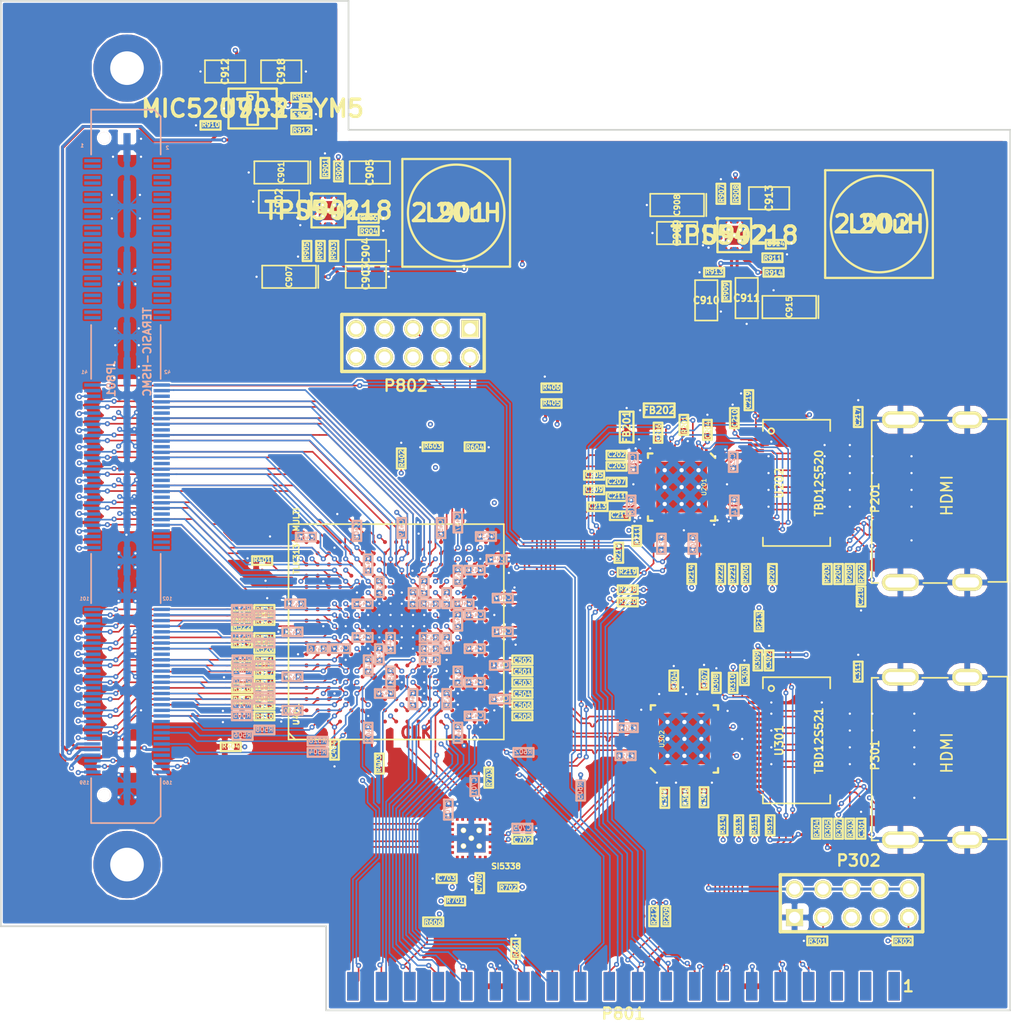
<source format=kicad_pcb>
(kicad_pcb (version 3) (host pcbnew "(2013-12-23 BZR 4572)-product")
  (layers (15 F.Cu signal) (4 Inner4.Cu signal) (3 Inner3.Cu signal) (2 Inner2.Cu signal) (1 Inner1.Cu signal) (0 B.Cu signal) (18 B.Paste user) (19 F.Paste user) (20 B.SilkS user) (21 F.SilkS user) (22 B.Mask user) (23 F.Mask user) (28 Edge.Cuts user))
  (net 0 "")
  (net 1 +0.75V)
  (net 2 +3.3V)
  (net 3 +5V)
  (net 4 "/HDMI Output/HDMI_OUT_CK_M_SHIFTED")
  (net 5 "/HDMI Output/HDMI_OUT_CK_P_SHIFTED")
  (net 6 "/HDMI Output/HDMI_OUT_D0_M_SHIFTED")
  (net 7 "/HDMI Output/HDMI_OUT_D0_P_SHIFTED")
  (net 8 "/HDMI Output/HDMI_OUT_D1_M_SHIFTED")
  (net 9 "/HDMI Output/HDMI_OUT_D1_P_SHIFTED")
  (net 10 "/HDMI Output/HDMI_OUT_D2_M_SHIFTED")
  (net 11 "/HDMI Output/HDMI_OUT_D2_P_SHIFTED")
  (net 12 AGND)
  (net 13 CEC_IN_SUPP)
  (net 14 CLK_FPGA_IN_M)
  (net 15 CLK_FPGA_IN_P)
  (net 16 CLK_FPGA_OUT_M)
  (net 17 CLK_FPGA_OUT_P)
  (net 18 CLK_HDMI_OUT_M)
  (net 19 CLK_HDMI_OUT_P)
  (net 20 CLK_IN_M_CLEAN)
  (net 21 CLK_IN_M_EQ)
  (net 22 CLK_IN_M_SUPP)
  (net 23 CLK_IN_P_CLEAN)
  (net 24 CLK_IN_P_EQ)
  (net 25 CLK_IN_P_SUPP)
  (net 26 DATA0_IN_M_CLEAN)
  (net 27 DATA0_IN_M_EQ)
  (net 28 DATA0_IN_M_SUPP)
  (net 29 DATA0_IN_P_EQ)
  (net 30 DATA0_IN_P_SUPP)
  (net 31 DATA1_IN_M_EQ)
  (net 32 DATA1_IN_M_SUPP)
  (net 33 DATA1_IN_P_EQ)
  (net 34 DATA1_IN_P_SUPP)
  (net 35 DATA2_IN_M_CLEAN)
  (net 36 DATA2_IN_M_EQ)
  (net 37 DATA2_IN_M_SUPP)
  (net 38 DATA2_IN_P_CLEAN)
  (net 39 DATA2_IN_P_EQ)
  (net 40 DATA2_IN_P_SUPP)
  (net 41 EQ_BOOST1)
  (net 42 EQ_BOOST2)
  (net 43 EQ_CEC_INT)
  (net 44 EQ_DDC_EN)
  (net 45 EQ_HPD_INT)
  (net 46 EQ_OE)
  (net 47 EQ_PRE_INT)
  (net 48 EQ_REXT)
  (net 49 EQ_SCL_INT)
  (net 50 EQ_SDA_INT)
  (net 51 GND)
  (net 52 HDMI_CEC_OUT)
  (net 53 HDMI_HPD_OUT)
  (net 54 HDMI_OUT_EN)
  (net 55 HDMI_SCL_OUT)
  (net 56 HDMI_SDA_OUT)
  (net 57 HOTPLUG_IN_SUPP)
  (net 58 HPD_IN_SUPP)
  (net 59 "Net-(C217-Pad2)")
  (net 60 "Net-(C218-Pad1)")
  (net 61 "Net-(C301-Pad1)")
  (net 62 "Net-(C302-Pad2)")
  (net 63 "Net-(C303-Pad1)")
  (net 64 "Net-(C311-Pad2)")
  (net 65 "Net-(C501-Pad1)")
  (net 66 "Net-(C502-Pad1)")
  (net 67 "Net-(C503-Pad1)")
  (net 68 "Net-(C504-Pad1)")
  (net 69 "Net-(C505-Pad1)")
  (net 70 "Net-(C506-Pad1)")
  (net 71 "Net-(C901-Pad1)")
  (net 72 "Net-(C903-Pad1)")
  (net 73 "Net-(C904-Pad1)")
  (net 74 "Net-(C905-Pad1)")
  (net 75 "Net-(C905-Pad2)")
  (net 76 "Net-(C906-Pad2)")
  (net 77 "Net-(C908-Pad1)")
  (net 78 "Net-(C910-Pad1)")
  (net 79 "Net-(C911-Pad1)")
  (net 80 "Net-(C913-Pad1)")
  (net 81 "Net-(C913-Pad2)")
  (net 82 "Net-(C914-Pad2)")
  (net 83 "Net-(C916-Pad1)")
  (net 84 "Net-(JP801-Pad1)")
  (net 85 "Net-(JP801-Pad10)")
  (net 86 "Net-(JP801-Pad100)")
  (net 87 "Net-(JP801-Pad106)")
  (net 88 "Net-(JP801-Pad11)")
  (net 89 "Net-(JP801-Pad112)")
  (net 90 "Net-(JP801-Pad118)")
  (net 91 "Net-(JP801-Pad12)")
  (net 92 "Net-(JP801-Pad124)")
  (net 93 "Net-(JP801-Pad13)")
  (net 94 "Net-(JP801-Pad130)")
  (net 95 "Net-(JP801-Pad136)")
  (net 96 "Net-(JP801-Pad14)")
  (net 97 "Net-(JP801-Pad142)")
  (net 98 "Net-(JP801-Pad148)")
  (net 99 "Net-(JP801-Pad15)")
  (net 100 "Net-(JP801-Pad154)")
  (net 101 "Net-(JP801-Pad16)")
  (net 102 "Net-(JP801-Pad160)")
  (net 103 "Net-(JP801-Pad17)")
  (net 104 "Net-(JP801-Pad18)")
  (net 105 "Net-(JP801-Pad19)")
  (net 106 "Net-(JP801-Pad2)")
  (net 107 "Net-(JP801-Pad20)")
  (net 108 "Net-(JP801-Pad21)")
  (net 109 "Net-(JP801-Pad22)")
  (net 110 "Net-(JP801-Pad23)")
  (net 111 "Net-(JP801-Pad24)")
  (net 112 "Net-(JP801-Pad25)")
  (net 113 "Net-(JP801-Pad26)")
  (net 114 "Net-(JP801-Pad27)")
  (net 115 "Net-(JP801-Pad28)")
  (net 116 "Net-(JP801-Pad29)")
  (net 117 "Net-(JP801-Pad3)")
  (net 118 "Net-(JP801-Pad30)")
  (net 119 "Net-(JP801-Pad31)")
  (net 120 "Net-(JP801-Pad32)")
  (net 121 "Net-(JP801-Pad33)")
  (net 122 "Net-(JP801-Pad34)")
  (net 123 "Net-(JP801-Pad35)")
  (net 124 "Net-(JP801-Pad36)")
  (net 125 "Net-(JP801-Pad37)")
  (net 126 "Net-(JP801-Pad38)")
  (net 127 "Net-(JP801-Pad39)")
  (net 128 "Net-(JP801-Pad4)")
  (net 129 "Net-(JP801-Pad40)")
  (net 130 "Net-(JP801-Pad43)")
  (net 131 "Net-(JP801-Pad46)")
  (net 132 "Net-(JP801-Pad5)")
  (net 133 "Net-(JP801-Pad52)")
  (net 134 "Net-(JP801-Pad58)")
  (net 135 "Net-(JP801-Pad6)")
  (net 136 "Net-(JP801-Pad64)")
  (net 137 "Net-(JP801-Pad7)")
  (net 138 "Net-(JP801-Pad70)")
  (net 139 "Net-(JP801-Pad76)")
  (net 140 "Net-(JP801-Pad8)")
  (net 141 "Net-(JP801-Pad82)")
  (net 142 "Net-(JP801-Pad88)")
  (net 143 "Net-(JP801-Pad9)")
  (net 144 "Net-(JP801-Pad94)")
  (net 145 "Net-(JP801-Pad95)")
  (net 146 "Net-(JP801-Pad96)")
  (net 147 "Net-(JP801-Pad97)")
  (net 148 "Net-(JP801-Pad98)")
  (net 149 "Net-(P201-Pad13)")
  (net 150 "Net-(P201-Pad14)")
  (net 151 "Net-(P201-Pad15)")
  (net 152 "Net-(P201-Pad16)")
  (net 153 "Net-(P201-Pad19)")
  (net 154 "Net-(P301-Pad13)")
  (net 155 "Net-(P301-Pad14)")
  (net 156 "Net-(P301-Pad15)")
  (net 157 "Net-(P301-Pad16)")
  (net 158 "Net-(P301-Pad19)")
  (net 159 "Net-(P302-Pad10)")
  (net 160 "Net-(P302-Pad3)")
  (net 161 "Net-(P302-Pad5)")
  (net 162 "Net-(P302-Pad9)")
  (net 163 "Net-(P801-Pad1)")
  (net 164 "Net-(P801-Pad2)")
  (net 165 "Net-(P801-Pad3)")
  (net 166 "Net-(P801-Pad4)")
  (net 167 "Net-(P801-Pad5)")
  (net 168 "Net-(P801-Pad6)")
  (net 169 "Net-(P802-Pad10)")
  (net 170 "Net-(P802-Pad7)")
  (net 171 "Net-(P802-Pad8)")
  (net 172 "Net-(P802-Pad9)")
  (net 173 "Net-(R306-Pad2)")
  (net 174 "Net-(R401-Pad1)")
  (net 175 "Net-(R402-Pad1)")
  (net 176 "Net-(R403-Pad1)")
  (net 177 "Net-(R404-Pad1)")
  (net 178 "Net-(R501-Pad2)")
  (net 179 "Net-(R502-Pad2)")
  (net 180 "Net-(R503-Pad2)")
  (net 181 "Net-(R504-Pad2)")
  (net 182 "Net-(R505-Pad2)")
  (net 183 "Net-(R506-Pad2)")
  (net 184 "Net-(R507-Pad2)")
  (net 185 "Net-(R508-Pad2)")
  (net 186 "Net-(R509-Pad2)")
  (net 187 "Net-(R510-Pad2)")
  (net 188 "Net-(R511-Pad2)")
  (net 189 "Net-(R512-Pad2)")
  (net 190 "Net-(R513-Pad2)")
  (net 191 "Net-(R514-Pad2)")
  (net 192 "Net-(R515-Pad2)")
  (net 193 "Net-(R516-Pad2)")
  (net 194 "Net-(R517-Pad2)")
  (net 195 "Net-(R518-Pad2)")
  (net 196 "Net-(R519-Pad2)")
  (net 197 "Net-(R520-Pad2)")
  (net 198 "Net-(R521-Pad2)")
  (net 199 "Net-(R522-Pad2)")
  (net 200 "Net-(R523-Pad2)")
  (net 201 "Net-(R524-Pad2)")
  (net 202 "Net-(R525-Pad2)")
  (net 203 "Net-(R526-Pad2)")
  (net 204 "Net-(R527-Pad2)")
  (net 205 "Net-(R528-Pad2)")
  (net 206 "Net-(R529-Pad2)")
  (net 207 "Net-(R530-Pad2)")
  (net 208 "Net-(R531-Pad2)")
  (net 209 "Net-(R532-Pad2)")
  (net 210 "Net-(R533-Pad2)")
  (net 211 "Net-(R902-Pad1)")
  (net 212 "Net-(R904-Pad1)")
  (net 213 "Net-(R905-Pad1)")
  (net 214 "Net-(R908-Pad1)")
  (net 215 "Net-(R911-Pad1)")
  (net 216 "Net-(R913-Pad1)")
  (net 217 "Net-(U202-Pad38)")
  (net 218 "Net-(U301-Pad38)")
  (net 219 "Net-(U302-Pad10)")
  (net 220 "Net-(U302-Pad28)")
  (net 221 "Net-(U302-Pad29)")
  (net 222 "Net-(U302-Pad30)")
  (net 223 "Net-(U302-Pad34)")
  (net 224 "Net-(U302-Pad35)")
  (net 225 "Net-(U302-Pad4)")
  (net 226 "Net-(U302-Pad7)")
  (net 227 "Net-(U302-Pad8)")
  (net 228 "Net-(U302-Pad9)")
  (net 229 "Net-(U401-PadA13)")
  (net 230 "Net-(U401-PadB11)")
  (net 231 "Net-(U401-PadB12)")
  (net 232 "Net-(U401-PadB13)")
  (net 233 "Net-(U401-PadB14)")
  (net 234 "Net-(U401-PadC11)")
  (net 235 "Net-(U401-PadC12)")
  (net 236 "Net-(U401-PadC15)")
  (net 237 "Net-(U401-PadC2)")
  (net 238 "Net-(U401-PadD13)")
  (net 239 "Net-(U401-PadE12)")
  (net 240 "Net-(U401-PadE2)")
  (net 241 "Net-(U401-PadE7)")
  (net 242 "Net-(U401-PadF1)")
  (net 243 "Net-(U401-PadF14)")
  (net 244 "Net-(U401-PadF5)")
  (net 245 "Net-(U401-PadG3)")
  (net 246 "Net-(U401-PadG4)")
  (net 247 "Net-(U401-PadH1)")
  (net 248 "Net-(U401-PadH2)")
  (net 249 "Net-(U401-PadH4)")
  (net 250 "Net-(U401-PadH5)")
  (net 251 "Net-(U401-PadJ2)")
  (net 252 "Net-(U401-PadM2)")
  (net 253 "Net-(U401-PadN15)")
  (net 254 "Net-(U401-PadU13)")
  (net 255 "Net-(U401-PadU7)")
  (net 256 "Net-(U401-PadU8)")
  (net 257 "Net-(U701-Pad10)")
  (net 258 "Net-(U701-Pad3)")
  (net 259 "Net-(U701-Pad6)")
  (net 260 "Net-(U701-Pad9)")
  (net 261 "Net-(U901-Pad5)")
  (net 262 "Net-(U902-Pad5)")
  (net 263 SCL_IN_SUPP)
  (net 264 SDA_IN_SUPP)
  (net 265 SD_CH0_RX0)
  (net 266 SD_CH0_RX1)
  (net 267 SD_CH0_RX2)
  (net 268 SD_CH0_RX3)
  (net 269 SD_CH0_RX4)
  (net 270 SD_CH0_RX5)
  (net 271 SD_CH0_RX6)
  (net 272 SD_CH0_RX7)
  (net 273 SD_CH0_RX8)
  (net 274 SD_CH0_RX9)
  (net 275 SD_CH0_RXCLK)
  (net 276 SD_CH0_TX0)
  (net 277 SD_CH0_TX1)
  (net 278 SD_CH0_TX2)
  (net 279 SD_CH0_TX3)
  (net 280 SD_CH0_TX4)
  (net 281 SD_CH0_TX5)
  (net 282 SD_CH0_TX6)
  (net 283 SD_CH0_TX7)
  (net 284 SD_CH0_TX8)
  (net 285 SD_CH0_TX9)
  (net 286 SD_CH0_TXCLK)
  (net 287 SD_CH1_RX0)
  (net 288 SD_CH1_RX1)
  (net 289 SD_CH1_RX2)
  (net 290 SD_CH1_RX3)
  (net 291 SD_CH1_RX4)
  (net 292 SD_CH1_RX5)
  (net 293 SD_CH1_RX6)
  (net 294 SD_CH1_RX7)
  (net 295 SD_CH1_RX8)
  (net 296 SD_CH1_RX9)
  (net 297 SD_CH1_RXCLK)
  (net 298 SD_CH1_TX0)
  (net 299 SD_CH1_TX1)
  (net 300 SD_CH1_TX2)
  (net 301 SD_CH1_TX3)
  (net 302 SD_CH1_TX4)
  (net 303 SD_CH1_TX5)
  (net 304 SD_CH1_TX6)
  (net 305 SD_CH1_TX7)
  (net 306 SD_CH1_TX8)
  (net 307 SD_CH1_TX9)
  (net 308 SD_CH1_TXCLK)
  (net 309 SD_CH2_RX0)
  (net 310 SD_CH2_RX1)
  (net 311 SD_CH2_RX2)
  (net 312 SD_CH2_RX3)
  (net 313 SD_CH2_RX4)
  (net 314 SD_CH2_RX5)
  (net 315 SD_CH2_RX6)
  (net 316 SD_CH2_RX7)
  (net 317 SD_CH2_RX8)
  (net 318 SD_CH2_RX9)
  (net 319 SD_CH2_RXCLK)
  (net 320 SD_CH2_TX0)
  (net 321 SD_CH2_TX1)
  (net 322 SD_CH2_TX2)
  (net 323 SD_CH2_TX3)
  (net 324 SD_CH2_TX4)
  (net 325 SD_CH2_TX5)
  (net 326 SD_CH2_TX6)
  (net 327 SD_CH2_TX7)
  (net 328 SD_CH2_TX8)
  (net 329 SD_CH2_TX9)
  (net 330 SD_CH3_TXCLK)
  (net 331 SERDES_ENABLE)
  (net 332 SERDES_GPO0)
  (net 333 SERDES_GPO1)
  (net 334 SERDES_GPO2)
  (net 335 SERDES_GPO3)
  (net 336 SERDES_GPO4)
  (net 337 SERDES_HDMI_IN0_P)
  (net 338 SERDES_HDMI_IN1_M)
  (net 339 SERDES_HDMI_IN1_P)
  (net 340 SERDES_HDMI_OUT0_M)
  (net 341 SERDES_HDMI_OUT0_P)
  (net 342 SERDES_HDMI_OUT1_M)
  (net 343 SERDES_HDMI_OUT1_P)
  (net 344 SERDES_HDMI_OUT2_M)
  (net 345 SERDES_HDMI_OUT2_P)
  (net 346 SERDES_MDC)
  (net 347 SERDES_MDIO_ST)
  (net 348 SERDES_MDO)
  (net 349 SERDES_PLOOP)
  (net 350 SERDES_PRTAD0)
  (net 351 SERDES_PRTAD1)
  (net 352 SERDES_PRTAD2)
  (net 353 SERDES_PRTAD3)
  (net 354 SERDES_PRTAD4)
  (net 355 SERDES_REFCLK_M)
  (net 356 SERDES_REFCLK_P)
  (net 357 SERDES_RST_N)
  (net 358 SERDES_SLOOP)
  (net 359 SERDES_TCK)
  (net 360 SERDES_TDI)
  (net 361 SERDES_TDO)
  (net 362 SERDES_TMS)
  (net 363 SI5338_INTR)
  (net 364 SI5338_SCL)
  (net 365 SI5338_SDA)
  (net 366 V1P2_EN)
  (net 367 V1P2_REGULATED)
  (net 368 V1P5_EN)
  (net 369 V1P5_REGULATED)
  (net 370 V2P5_EN)
  (net 371 V2P5_REGULATED)
  (module PBGA-289 (layer F.Cu) (at 90.25 88.75 90)
    (fp_text reference U401 (at -7.35 -8.9 90) (layer F.SilkS) (effects (font (size 0.5 0.5) (thickness 0.125))))
    (fp_text value TLK3134-MULTI (at 8.1 -8.9 90) (layer F.SilkS) (effects (font (size 0.5 0.5) (thickness 0.125))))
    (pad A1 smd circle (at -8 -8 90) (size 0.35 0.35) (layers F.Cu F.Paste F.Mask) (net 51 GND))
    (pad A2 smd circle (at -7 -8 90) (size 0.35 0.35) (layers F.Cu F.Paste F.Mask) (net 369 V1P5_REGULATED))
    (pad A3 smd circle (at -6 -8 90) (size 0.35 0.35) (layers F.Cu F.Paste F.Mask) (net 189 "Net-(R512-Pad2)"))
    (pad A4 smd circle (at -5 -8 90) (size 0.35 0.35) (layers F.Cu F.Paste F.Mask) (net 193 "Net-(R516-Pad2)"))
    (pad A5 smd circle (at -4 -8 90) (size 0.35 0.35) (layers F.Cu F.Paste F.Mask) (net 369 V1P5_REGULATED))
    (pad A6 smd circle (at -3 -8 90) (size 0.35 0.35) (layers F.Cu F.Paste F.Mask) (net 195 "Net-(R518-Pad2)"))
    (pad A7 smd circle (at -2 -8 90) (size 0.35 0.35) (layers F.Cu F.Paste F.Mask) (net 51 GND))
    (pad A8 smd circle (at -1 -8 90) (size 0.35 0.35) (layers F.Cu F.Paste F.Mask) (net 196 "Net-(R519-Pad2)"))
    (pad A9 smd circle (at 0 -8 90) (size 0.35 0.35) (layers F.Cu F.Paste F.Mask) (net 369 V1P5_REGULATED))
    (pad A10 smd circle (at 1 -8 90) (size 0.35 0.35) (layers F.Cu F.Paste F.Mask) (net 200 "Net-(R523-Pad2)"))
    (pad A11 smd circle (at 2 -8 90) (size 0.35 0.35) (layers F.Cu F.Paste F.Mask) (net 202 "Net-(R525-Pad2)"))
    (pad A12 smd circle (at 3 -8 90) (size 0.35 0.35) (layers F.Cu F.Paste F.Mask) (net 369 V1P5_REGULATED))
    (pad A13 smd circle (at 4 -8 90) (size 0.35 0.35) (layers F.Cu F.Paste F.Mask) (net 229 "Net-(U401-PadA13)"))
    (pad A14 smd circle (at 5 -8 90) (size 0.35 0.35) (layers F.Cu F.Paste F.Mask) (net 1 +0.75V))
    (pad A15 smd circle (at 6 -8 90) (size 0.35 0.35) (layers F.Cu F.Paste F.Mask) (net 369 V1P5_REGULATED))
    (pad A16 smd circle (at 7 -8 90) (size 0.35 0.35) (layers F.Cu F.Paste F.Mask) (net 307 SD_CH1_TX9))
    (pad A17 smd circle (at 8 -8 90) (size 0.35 0.35) (layers F.Cu F.Paste F.Mask) (net 51 GND))
    (pad B1 smd circle (at -8 -7 90) (size 0.35 0.35) (layers F.Cu F.Paste F.Mask) (net 185 "Net-(R508-Pad2)"))
    (pad B2 smd circle (at -7 -7 90) (size 0.35 0.35) (layers F.Cu F.Paste F.Mask) (net 187 "Net-(R510-Pad2)"))
    (pad B3 smd circle (at -6 -7 90) (size 0.35 0.35) (layers F.Cu F.Paste F.Mask) (net 190 "Net-(R513-Pad2)"))
    (pad B4 smd circle (at -5 -7 90) (size 0.35 0.35) (layers F.Cu F.Paste F.Mask) (net 192 "Net-(R515-Pad2)"))
    (pad B5 smd circle (at -4 -7 90) (size 0.35 0.35) (layers F.Cu F.Paste F.Mask) (net 369 V1P5_REGULATED))
    (pad B6 smd circle (at -3 -7 90) (size 0.35 0.35) (layers F.Cu F.Paste F.Mask) (net 194 "Net-(R517-Pad2)"))
    (pad B7 smd circle (at -2 -7 90) (size 0.35 0.35) (layers F.Cu F.Paste F.Mask) (net 208 "Net-(R531-Pad2)"))
    (pad B8 smd circle (at -1 -7 90) (size 0.35 0.35) (layers F.Cu F.Paste F.Mask) (net 197 "Net-(R520-Pad2)"))
    (pad B9 smd circle (at 0 -7 90) (size 0.35 0.35) (layers F.Cu F.Paste F.Mask) (net 199 "Net-(R522-Pad2)"))
    (pad B10 smd circle (at 1 -7 90) (size 0.35 0.35) (layers F.Cu F.Paste F.Mask) (net 51 GND))
    (pad B11 smd circle (at 2 -7 90) (size 0.35 0.35) (layers F.Cu F.Paste F.Mask) (net 230 "Net-(U401-PadB11)"))
    (pad B12 smd circle (at 3 -7 90) (size 0.35 0.35) (layers F.Cu F.Paste F.Mask) (net 231 "Net-(U401-PadB12)"))
    (pad B13 smd circle (at 4 -7 90) (size 0.35 0.35) (layers F.Cu F.Paste F.Mask) (net 232 "Net-(U401-PadB13)"))
    (pad B14 smd circle (at 5 -7 90) (size 0.35 0.35) (layers F.Cu F.Paste F.Mask) (net 233 "Net-(U401-PadB14)"))
    (pad B15 smd circle (at 6 -7 90) (size 0.35 0.35) (layers F.Cu F.Paste F.Mask) (net 369 V1P5_REGULATED))
    (pad B16 smd circle (at 7 -7 90) (size 0.35 0.35) (layers F.Cu F.Paste F.Mask) (net 322 SD_CH2_TX2))
    (pad B17 smd circle (at 8 -7 90) (size 0.35 0.35) (layers F.Cu F.Paste F.Mask) (net 369 V1P5_REGULATED))
    (pad C1 smd circle (at -8 -6 90) (size 0.35 0.35) (layers F.Cu F.Paste F.Mask) (net 369 V1P5_REGULATED))
    (pad C2 smd circle (at -7 -6 90) (size 0.35 0.35) (layers F.Cu F.Paste F.Mask) (net 237 "Net-(U401-PadC2)"))
    (pad C3 smd circle (at -6 -6 90) (size 0.35 0.35) (layers F.Cu F.Paste F.Mask) (net 51 GND))
    (pad C4 smd circle (at -5 -6 90) (size 0.35 0.35) (layers F.Cu F.Paste F.Mask) (net 177 "Net-(R404-Pad1)"))
    (pad C5 smd circle (at -4 -6 90) (size 0.35 0.35) (layers F.Cu F.Paste F.Mask) (net 191 "Net-(R514-Pad2)"))
    (pad C6 smd circle (at -3 -6 90) (size 0.35 0.35) (layers F.Cu F.Paste F.Mask) (net 178 "Net-(R501-Pad2)"))
    (pad C7 smd circle (at -2 -6 90) (size 0.35 0.35) (layers F.Cu F.Paste F.Mask) (net 369 V1P5_REGULATED))
    (pad C8 smd circle (at -1 -6 90) (size 0.35 0.35) (layers F.Cu F.Paste F.Mask) (net 369 V1P5_REGULATED))
    (pad C9 smd circle (at 0 -6 90) (size 0.35 0.35) (layers F.Cu F.Paste F.Mask) (net 201 "Net-(R524-Pad2)"))
    (pad C10 smd circle (at 1 -6 90) (size 0.35 0.35) (layers F.Cu F.Paste F.Mask) (net 210 "Net-(R533-Pad2)"))
    (pad C11 smd circle (at 2 -6 90) (size 0.35 0.35) (layers F.Cu F.Paste F.Mask) (net 234 "Net-(U401-PadC11)"))
    (pad C12 smd circle (at 3 -6 90) (size 0.35 0.35) (layers F.Cu F.Paste F.Mask) (net 235 "Net-(U401-PadC12)"))
    (pad C13 smd circle (at 4 -6 90) (size 0.35 0.35) (layers F.Cu F.Paste F.Mask) (net 51 GND))
    (pad C14 smd circle (at 5 -6 90) (size 0.35 0.35) (layers F.Cu F.Paste F.Mask) (net 174 "Net-(R401-Pad1)"))
    (pad C15 smd circle (at 6 -6 90) (size 0.35 0.35) (layers F.Cu F.Paste F.Mask) (net 236 "Net-(U401-PadC15)"))
    (pad C16 smd circle (at 7 -6 90) (size 0.35 0.35) (layers F.Cu F.Paste F.Mask) (net 325 SD_CH2_TX5))
    (pad C17 smd circle (at 8 -6 90) (size 0.35 0.35) (layers F.Cu F.Paste F.Mask) (net 285 SD_CH0_TX9))
    (pad D1 smd circle (at -8 -5 90) (size 0.35 0.35) (layers F.Cu F.Paste F.Mask) (net 369 V1P5_REGULATED))
    (pad D2 smd circle (at -7 -5 90) (size 0.35 0.35) (layers F.Cu F.Paste F.Mask) (net 183 "Net-(R506-Pad2)"))
    (pad D3 smd circle (at -6 -5 90) (size 0.35 0.35) (layers F.Cu F.Paste F.Mask) (net 206 "Net-(R529-Pad2)"))
    (pad D4 smd circle (at -5 -5 90) (size 0.35 0.35) (layers F.Cu F.Paste F.Mask) (net 186 "Net-(R509-Pad2)"))
    (pad D5 smd circle (at -4 -5 90) (size 0.35 0.35) (layers F.Cu F.Paste F.Mask) (net 207 "Net-(R530-Pad2)"))
    (pad D6 smd circle (at -3 -5 90) (size 0.35 0.35) (layers F.Cu F.Paste F.Mask) (net 51 GND))
    (pad D7 smd circle (at -2 -5 90) (size 0.35 0.35) (layers F.Cu F.Paste F.Mask) (net 179 "Net-(R502-Pad2)"))
    (pad D8 smd circle (at -1 -5 90) (size 0.35 0.35) (layers F.Cu F.Paste F.Mask) (net 198 "Net-(R521-Pad2)"))
    (pad D9 smd circle (at 0 -5 90) (size 0.35 0.35) (layers F.Cu F.Paste F.Mask) (net 180 "Net-(R503-Pad2)"))
    (pad D10 smd circle (at 1 -5 90) (size 0.35 0.35) (layers F.Cu F.Paste F.Mask) (net 203 "Net-(R526-Pad2)"))
    (pad D11 smd circle (at 2 -5 90) (size 0.35 0.35) (layers F.Cu F.Paste F.Mask) (net 367 V1P2_REGULATED))
    (pad D12 smd circle (at 3 -5 90) (size 0.35 0.35) (layers F.Cu F.Paste F.Mask) (net 329 SD_CH2_TX9))
    (pad D13 smd circle (at 4 -5 90) (size 0.35 0.35) (layers F.Cu F.Paste F.Mask) (net 238 "Net-(U401-PadD13)"))
    (pad D14 smd circle (at 5 -5 90) (size 0.35 0.35) (layers F.Cu F.Paste F.Mask) (net 320 SD_CH2_TX0))
    (pad D15 smd circle (at 6 -5 90) (size 0.35 0.35) (layers F.Cu F.Paste F.Mask) (net 323 SD_CH2_TX3))
    (pad D16 smd circle (at 7 -5 90) (size 0.35 0.35) (layers F.Cu F.Paste F.Mask) (net 51 GND))
    (pad D17 smd circle (at 8 -5 90) (size 0.35 0.35) (layers F.Cu F.Paste F.Mask) (net 326 SD_CH2_TX6))
    (pad E1 smd circle (at -8 -4 90) (size 0.35 0.35) (layers F.Cu F.Paste F.Mask) (net 181 "Net-(R504-Pad2)"))
    (pad E2 smd circle (at -7 -4 90) (size 0.35 0.35) (layers F.Cu F.Paste F.Mask) (net 240 "Net-(U401-PadE2)"))
    (pad E3 smd circle (at -6 -4 90) (size 0.35 0.35) (layers F.Cu F.Paste F.Mask) (net 182 "Net-(R505-Pad2)"))
    (pad E4 smd circle (at -5 -4 90) (size 0.35 0.35) (layers F.Cu F.Paste F.Mask) (net 369 V1P5_REGULATED))
    (pad E5 smd circle (at -4 -4 90) (size 0.35 0.35) (layers F.Cu F.Paste F.Mask) (net 184 "Net-(R507-Pad2)"))
    (pad E6 smd circle (at -3 -4 90) (size 0.35 0.35) (layers F.Cu F.Paste F.Mask) (net 188 "Net-(R511-Pad2)"))
    (pad E7 smd circle (at -2 -4 90) (size 0.35 0.35) (layers F.Cu F.Paste F.Mask) (net 241 "Net-(U401-PadE7)"))
    (pad E8 smd circle (at -1 -4 90) (size 0.35 0.35) (layers F.Cu F.Paste F.Mask) (net 209 "Net-(R532-Pad2)"))
    (pad E9 smd circle (at 0 -4 90) (size 0.35 0.35) (layers F.Cu F.Paste F.Mask) (net 51 GND))
    (pad E10 smd circle (at 1 -4 90) (size 0.35 0.35) (layers F.Cu F.Paste F.Mask) (net 204 "Net-(R527-Pad2)"))
    (pad E11 smd circle (at 2 -4 90) (size 0.35 0.35) (layers F.Cu F.Paste F.Mask) (net 367 V1P2_REGULATED))
    (pad E12 smd circle (at 3 -4 90) (size 0.35 0.35) (layers F.Cu F.Paste F.Mask) (net 239 "Net-(U401-PadE12)"))
    (pad E13 smd circle (at 4 -4 90) (size 0.35 0.35) (layers F.Cu F.Paste F.Mask) (net 321 SD_CH2_TX1))
    (pad E14 smd circle (at 5 -4 90) (size 0.35 0.35) (layers F.Cu F.Paste F.Mask) (net 369 V1P5_REGULATED))
    (pad E15 smd circle (at 6 -4 90) (size 0.35 0.35) (layers F.Cu F.Paste F.Mask) (net 327 SD_CH2_TX7))
    (pad E16 smd circle (at 7 -4 90) (size 0.35 0.35) (layers F.Cu F.Paste F.Mask) (net 298 SD_CH1_TX0))
    (pad E17 smd circle (at 8 -4 90) (size 0.35 0.35) (layers F.Cu F.Paste F.Mask) (net 299 SD_CH1_TX1))
    (pad F1 smd circle (at -8 -3 90) (size 0.35 0.35) (layers F.Cu F.Paste F.Mask) (net 242 "Net-(U401-PadF1)"))
    (pad F2 smd circle (at -7 -3 90) (size 0.35 0.35) (layers F.Cu F.Paste F.Mask) (net 51 GND))
    (pad F3 smd circle (at -6 -3 90) (size 0.35 0.35) (layers F.Cu F.Paste F.Mask) (net 369 V1P5_REGULATED))
    (pad F4 smd circle (at -5 -3 90) (size 0.35 0.35) (layers F.Cu F.Paste F.Mask) (net 205 "Net-(R528-Pad2)"))
    (pad F5 smd circle (at -4 -3 90) (size 0.35 0.35) (layers F.Cu F.Paste F.Mask) (net 244 "Net-(U401-PadF5)"))
    (pad F6 smd circle (at -3 -3 90) (size 0.35 0.35) (layers F.Cu F.Paste F.Mask) (net 367 V1P2_REGULATED))
    (pad F7 smd circle (at -2 -3 90) (size 0.35 0.35) (layers F.Cu F.Paste F.Mask) (net 369 V1P5_REGULATED))
    (pad F8 smd circle (at -1 -3 90) (size 0.35 0.35) (layers F.Cu F.Paste F.Mask) (net 367 V1P2_REGULATED))
    (pad F9 smd circle (at 0 -3 90) (size 0.35 0.35) (layers F.Cu F.Paste F.Mask) (net 367 V1P2_REGULATED))
    (pad F10 smd circle (at 1 -3 90) (size 0.35 0.35) (layers F.Cu F.Paste F.Mask) (net 369 V1P5_REGULATED))
    (pad F11 smd circle (at 2 -3 90) (size 0.35 0.35) (layers F.Cu F.Paste F.Mask) (net 367 V1P2_REGULATED))
    (pad F12 smd circle (at 3 -3 90) (size 0.35 0.35) (layers F.Cu F.Paste F.Mask) (net 51 GND))
    (pad F13 smd circle (at 4 -3 90) (size 0.35 0.35) (layers F.Cu F.Paste F.Mask) (net 324 SD_CH2_TX4))
    (pad F14 smd circle (at 5 -3 90) (size 0.35 0.35) (layers F.Cu F.Paste F.Mask) (net 243 "Net-(U401-PadF14)"))
    (pad F15 smd circle (at 6 -3 90) (size 0.35 0.35) (layers F.Cu F.Paste F.Mask) (net 300 SD_CH1_TX2))
    (pad F16 smd circle (at 7 -3 90) (size 0.35 0.35) (layers F.Cu F.Paste F.Mask) (net 330 SD_CH3_TXCLK))
    (pad F17 smd circle (at 8 -3 90) (size 0.35 0.35) (layers F.Cu F.Paste F.Mask) (net 369 V1P5_REGULATED))
    (pad G1 smd circle (at -8 -2 90) (size 0.35 0.35) (layers F.Cu F.Paste F.Mask) (net 369 V1P5_REGULATED))
    (pad G2 smd circle (at -7 -2 90) (size 0.35 0.35) (layers F.Cu F.Paste F.Mask) (net 176 "Net-(R403-Pad1)"))
    (pad G3 smd circle (at -6 -2 90) (size 0.35 0.35) (layers F.Cu F.Paste F.Mask) (net 245 "Net-(U401-PadG3)"))
    (pad G4 smd circle (at -5 -2 90) (size 0.35 0.35) (layers F.Cu F.Paste F.Mask) (net 246 "Net-(U401-PadG4)"))
    (pad G5 smd circle (at -4 -2 90) (size 0.35 0.35) (layers F.Cu F.Paste F.Mask) (net 51 GND))
    (pad G6 smd circle (at -3 -2 90) (size 0.35 0.35) (layers F.Cu F.Paste F.Mask) (net 367 V1P2_REGULATED))
    (pad G7 smd circle (at -2 -2 90) (size 0.35 0.35) (layers F.Cu F.Paste F.Mask) (net 51 GND))
    (pad G8 smd circle (at -1 -2 90) (size 0.35 0.35) (layers F.Cu F.Paste F.Mask) (net 51 GND))
    (pad G9 smd circle (at 0 -2 90) (size 0.35 0.35) (layers F.Cu F.Paste F.Mask) (net 51 GND))
    (pad G10 smd circle (at 1 -2 90) (size 0.35 0.35) (layers F.Cu F.Paste F.Mask) (net 51 GND))
    (pad G11 smd circle (at 2 -2 90) (size 0.35 0.35) (layers F.Cu F.Paste F.Mask) (net 51 GND))
    (pad G12 smd circle (at 3 -2 90) (size 0.35 0.35) (layers F.Cu F.Paste F.Mask) (net 367 V1P2_REGULATED))
    (pad G13 smd circle (at 4 -2 90) (size 0.35 0.35) (layers F.Cu F.Paste F.Mask) (net 302 SD_CH1_TX4))
    (pad G14 smd circle (at 5 -2 90) (size 0.35 0.35) (layers F.Cu F.Paste F.Mask) (net 369 V1P5_REGULATED))
    (pad G15 smd circle (at 6 -2 90) (size 0.35 0.35) (layers F.Cu F.Paste F.Mask) (net 51 GND))
    (pad G16 smd circle (at 7 -2 90) (size 0.35 0.35) (layers F.Cu F.Paste F.Mask) (net 301 SD_CH1_TX3))
    (pad G17 smd circle (at 8 -2 90) (size 0.35 0.35) (layers F.Cu F.Paste F.Mask) (net 303 SD_CH1_TX5))
    (pad H1 smd circle (at -8 -1 90) (size 0.35 0.35) (layers F.Cu F.Paste F.Mask) (net 247 "Net-(U401-PadH1)"))
    (pad H2 smd circle (at -7 -1 90) (size 0.35 0.35) (layers F.Cu F.Paste F.Mask) (net 248 "Net-(U401-PadH2)"))
    (pad H3 smd circle (at -6 -1 90) (size 0.35 0.35) (layers F.Cu F.Paste F.Mask) (net 369 V1P5_REGULATED))
    (pad H4 smd circle (at -5 -1 90) (size 0.35 0.35) (layers F.Cu F.Paste F.Mask) (net 249 "Net-(U401-PadH4)"))
    (pad H5 smd circle (at -4 -1 90) (size 0.35 0.35) (layers F.Cu F.Paste F.Mask) (net 250 "Net-(U401-PadH5)"))
    (pad H6 smd circle (at -3 -1 90) (size 0.35 0.35) (layers F.Cu F.Paste F.Mask) (net 369 V1P5_REGULATED))
    (pad H7 smd circle (at -2 -1 90) (size 0.35 0.35) (layers F.Cu F.Paste F.Mask) (net 51 GND))
    (pad H8 smd circle (at -1 -1 90) (size 0.35 0.35) (layers F.Cu F.Paste F.Mask) (net 51 GND))
    (pad H9 smd circle (at 0 -1 90) (size 0.35 0.35) (layers F.Cu F.Paste F.Mask) (net 51 GND))
    (pad H10 smd circle (at 1 -1 90) (size 0.35 0.35) (layers F.Cu F.Paste F.Mask) (net 51 GND))
    (pad H11 smd circle (at 2 -1 90) (size 0.35 0.35) (layers F.Cu F.Paste F.Mask) (net 51 GND))
    (pad H12 smd circle (at 3 -1 90) (size 0.35 0.35) (layers F.Cu F.Paste F.Mask) (net 51 GND))
    (pad H13 smd circle (at 4 -1 90) (size 0.35 0.35) (layers F.Cu F.Paste F.Mask) (net 369 V1P5_REGULATED))
    (pad H14 smd circle (at 5 -1 90) (size 0.35 0.35) (layers F.Cu F.Paste F.Mask) (net 1 +0.75V))
    (pad H15 smd circle (at 6 -1 90) (size 0.35 0.35) (layers F.Cu F.Paste F.Mask) (net 175 "Net-(R402-Pad1)"))
    (pad H16 smd circle (at 7 -1 90) (size 0.35 0.35) (layers F.Cu F.Paste F.Mask) (net 328 SD_CH2_TX8))
    (pad H17 smd circle (at 8 -1 90) (size 0.35 0.35) (layers F.Cu F.Paste F.Mask) (net 369 V1P5_REGULATED))
    (pad J1 smd circle (at -8 0 90) (size 0.35 0.35) (layers F.Cu F.Paste F.Mask) (net 367 V1P2_REGULATED))
    (pad J2 smd circle (at -7 0 90) (size 0.35 0.35) (layers F.Cu F.Paste F.Mask) (net 251 "Net-(U401-PadJ2)"))
    (pad J3 smd circle (at -6 0 90) (size 0.35 0.35) (layers F.Cu F.Paste F.Mask) (net 51 GND))
    (pad J4 smd circle (at -5 0 90) (size 0.35 0.35) (layers F.Cu F.Paste F.Mask) (net 51 GND))
    (pad J5 smd circle (at -4 0 90) (size 0.35 0.35) (layers F.Cu F.Paste F.Mask) (net 367 V1P2_REGULATED))
    (pad J6 smd circle (at -3 0 90) (size 0.35 0.35) (layers F.Cu F.Paste F.Mask) (net 336 SERDES_GPO4))
    (pad J7 smd circle (at -2 0 90) (size 0.35 0.35) (layers F.Cu F.Paste F.Mask) (net 367 V1P2_REGULATED))
    (pad J8 smd circle (at -1 0 90) (size 0.35 0.35) (layers F.Cu F.Paste F.Mask) (net 51 GND))
    (pad J9 smd circle (at 0 0 90) (size 0.35 0.35) (layers F.Cu F.Paste F.Mask) (net 51 GND))
    (pad J10 smd circle (at 1 0 90) (size 0.35 0.35) (layers F.Cu F.Paste F.Mask) (net 51 GND))
    (pad J11 smd circle (at 2 0 90) (size 0.35 0.35) (layers F.Cu F.Paste F.Mask) (net 51 GND))
    (pad J12 smd circle (at 3 0 90) (size 0.35 0.35) (layers F.Cu F.Paste F.Mask) (net 367 V1P2_REGULATED))
    (pad J13 smd circle (at 4 0 90) (size 0.35 0.35) (layers F.Cu F.Paste F.Mask) (net 304 SD_CH1_TX6))
    (pad J14 smd circle (at 5 0 90) (size 0.35 0.35) (layers F.Cu F.Paste F.Mask) (net 305 SD_CH1_TX7))
    (pad J15 smd circle (at 6 0 90) (size 0.35 0.35) (layers F.Cu F.Paste F.Mask) (net 276 SD_CH0_TX0))
    (pad J16 smd circle (at 7 0 90) (size 0.35 0.35) (layers F.Cu F.Paste F.Mask) (net 369 V1P5_REGULATED))
    (pad J17 smd circle (at 8 0 90) (size 0.35 0.35) (layers F.Cu F.Paste F.Mask) (net 277 SD_CH0_TX1))
    (pad K1 smd circle (at -8 1 90) (size 0.35 0.35) (layers F.Cu F.Paste F.Mask) (net 355 SERDES_REFCLK_M))
    (pad K2 smd circle (at -7 1 90) (size 0.35 0.35) (layers F.Cu F.Paste F.Mask) (net 367 V1P2_REGULATED))
    (pad K3 smd circle (at -6 1 90) (size 0.35 0.35) (layers F.Cu F.Paste F.Mask) (net 51 GND))
    (pad K4 smd circle (at -5 1 90) (size 0.35 0.35) (layers F.Cu F.Paste F.Mask) (net 51 GND))
    (pad K5 smd circle (at -4 1 90) (size 0.35 0.35) (layers F.Cu F.Paste F.Mask))
    (pad K6 smd circle (at -3 1 90) (size 0.35 0.35) (layers F.Cu F.Paste F.Mask) (net 335 SERDES_GPO3))
    (pad K7 smd circle (at -2 1 90) (size 0.35 0.35) (layers F.Cu F.Paste F.Mask) (net 51 GND))
    (pad K8 smd circle (at -1 1 90) (size 0.35 0.35) (layers F.Cu F.Paste F.Mask) (net 51 GND))
    (pad K9 smd circle (at 0 1 90) (size 0.35 0.35) (layers F.Cu F.Paste F.Mask) (net 51 GND))
    (pad K10 smd circle (at 1 1 90) (size 0.35 0.35) (layers F.Cu F.Paste F.Mask) (net 51 GND))
    (pad K11 smd circle (at 2 1 90) (size 0.35 0.35) (layers F.Cu F.Paste F.Mask) (net 51 GND))
    (pad K12 smd circle (at 3 1 90) (size 0.35 0.35) (layers F.Cu F.Paste F.Mask) (net 51 GND))
    (pad K13 smd circle (at 4 1 90) (size 0.35 0.35) (layers F.Cu F.Paste F.Mask) (net 308 SD_CH1_TXCLK))
    (pad K14 smd circle (at 5 1 90) (size 0.35 0.35) (layers F.Cu F.Paste F.Mask) (net 51 GND))
    (pad K15 smd circle (at 6 1 90) (size 0.35 0.35) (layers F.Cu F.Paste F.Mask) (net 278 SD_CH0_TX2))
    (pad K16 smd circle (at 7 1 90) (size 0.35 0.35) (layers F.Cu F.Paste F.Mask) (net 369 V1P5_REGULATED))
    (pad K17 smd circle (at 8 1 90) (size 0.35 0.35) (layers F.Cu F.Paste F.Mask) (net 306 SD_CH1_TX8))
    (pad L1 smd circle (at -8 2 90) (size 0.35 0.35) (layers F.Cu F.Paste F.Mask) (net 356 SERDES_REFCLK_P))
    (pad L2 smd circle (at -7 2 90) (size 0.35 0.35) (layers F.Cu F.Paste F.Mask) (net 371 V2P5_REGULATED))
    (pad L3 smd circle (at -6 2 90) (size 0.35 0.35) (layers F.Cu F.Paste F.Mask) (net 333 SERDES_GPO1))
    (pad L4 smd circle (at -5 2 90) (size 0.35 0.35) (layers F.Cu F.Paste F.Mask) (net 367 V1P2_REGULATED))
    (pad L5 smd circle (at -4 2 90) (size 0.35 0.35) (layers F.Cu F.Paste F.Mask) (net 51 GND))
    (pad L6 smd circle (at -3 2 90) (size 0.35 0.35) (layers F.Cu F.Paste F.Mask) (net 334 SERDES_GPO2))
    (pad L7 smd circle (at -2 2 90) (size 0.35 0.35) (layers F.Cu F.Paste F.Mask) (net 51 GND))
    (pad L8 smd circle (at -1 2 90) (size 0.35 0.35) (layers F.Cu F.Paste F.Mask) (net 51 GND))
    (pad L9 smd circle (at 0 2 90) (size 0.35 0.35) (layers F.Cu F.Paste F.Mask) (net 51 GND))
    (pad L10 smd circle (at 1 2 90) (size 0.35 0.35) (layers F.Cu F.Paste F.Mask) (net 51 GND))
    (pad L11 smd circle (at 2 2 90) (size 0.35 0.35) (layers F.Cu F.Paste F.Mask) (net 51 GND))
    (pad L12 smd circle (at 3 2 90) (size 0.35 0.35) (layers F.Cu F.Paste F.Mask) (net 369 V1P5_REGULATED))
    (pad L13 smd circle (at 4 2 90) (size 0.35 0.35) (layers F.Cu F.Paste F.Mask) (net 281 SD_CH0_TX5))
    (pad L14 smd circle (at 5 2 90) (size 0.35 0.35) (layers F.Cu F.Paste F.Mask) (net 282 SD_CH0_TX6))
    (pad L15 smd circle (at 6 2 90) (size 0.35 0.35) (layers F.Cu F.Paste F.Mask) (net 284 SD_CH0_TX8))
    (pad L16 smd circle (at 7 2 90) (size 0.35 0.35) (layers F.Cu F.Paste F.Mask) (net 280 SD_CH0_TX4))
    (pad L17 smd circle (at 8 2 90) (size 0.35 0.35) (layers F.Cu F.Paste F.Mask) (net 51 GND))
    (pad M1 smd circle (at -8 3 90) (size 0.35 0.35) (layers F.Cu F.Paste F.Mask) (net 367 V1P2_REGULATED))
    (pad M2 smd circle (at -7 3 90) (size 0.35 0.35) (layers F.Cu F.Paste F.Mask) (net 252 "Net-(U401-PadM2)"))
    (pad M3 smd circle (at -6 3 90) (size 0.35 0.35) (layers F.Cu F.Paste F.Mask) (net 51 GND))
    (pad M4 smd circle (at -5 3 90) (size 0.35 0.35) (layers F.Cu F.Paste F.Mask) (net 51 GND))
    (pad M5 smd circle (at -4 3 90) (size 0.35 0.35) (layers F.Cu F.Paste F.Mask) (net 347 SERDES_MDIO_ST))
    (pad M6 smd circle (at -3 3 90) (size 0.35 0.35) (layers F.Cu F.Paste F.Mask) (net 51 GND))
    (pad M7 smd circle (at -2 3 90) (size 0.35 0.35) (layers F.Cu F.Paste F.Mask) (net 51 GND))
    (pad M8 smd circle (at -1 3 90) (size 0.35 0.35) (layers F.Cu F.Paste F.Mask) (net 51 GND))
    (pad M9 smd circle (at 0 3 90) (size 0.35 0.35) (layers F.Cu F.Paste F.Mask) (net 51 GND))
    (pad M10 smd circle (at 1 3 90) (size 0.35 0.35) (layers F.Cu F.Paste F.Mask) (net 51 GND))
    (pad M11 smd circle (at 2 3 90) (size 0.35 0.35) (layers F.Cu F.Paste F.Mask) (net 51 GND))
    (pad M12 smd circle (at 3 3 90) (size 0.35 0.35) (layers F.Cu F.Paste F.Mask) (net 367 V1P2_REGULATED))
    (pad M13 smd circle (at 4 3 90) (size 0.35 0.35) (layers F.Cu F.Paste F.Mask) (net 51 GND))
    (pad M14 smd circle (at 5 3 90) (size 0.35 0.35) (layers F.Cu F.Paste F.Mask) (net 286 SD_CH0_TXCLK))
    (pad M15 smd circle (at 6 3 90) (size 0.35 0.35) (layers F.Cu F.Paste F.Mask) (net 369 V1P5_REGULATED))
    (pad M16 smd circle (at 7 3 90) (size 0.35 0.35) (layers F.Cu F.Paste F.Mask) (net 283 SD_CH0_TX7))
    (pad M17 smd circle (at 8 3 90) (size 0.35 0.35) (layers F.Cu F.Paste F.Mask) (net 279 SD_CH0_TX3))
    (pad N1 smd circle (at -8 4 90) (size 0.35 0.35) (layers F.Cu F.Paste F.Mask) (net 332 SERDES_GPO0))
    (pad N2 smd circle (at -7 4 90) (size 0.35 0.35) (layers F.Cu F.Paste F.Mask) (net 351 SERDES_PRTAD1))
    (pad N3 smd circle (at -6 4 90) (size 0.35 0.35) (layers F.Cu F.Paste F.Mask) (net 352 SERDES_PRTAD2))
    (pad N4 smd circle (at -5 4 90) (size 0.35 0.35) (layers F.Cu F.Paste F.Mask) (net 353 SERDES_PRTAD3))
    (pad N5 smd circle (at -4 4 90) (size 0.35 0.35) (layers F.Cu F.Paste F.Mask) (net 354 SERDES_PRTAD4))
    (pad N6 smd circle (at -3 4 90) (size 0.35 0.35) (layers F.Cu F.Paste F.Mask) (net 367 V1P2_REGULATED))
    (pad N7 smd circle (at -2 4 90) (size 0.35 0.35) (layers F.Cu F.Paste F.Mask) (net 367 V1P2_REGULATED))
    (pad N8 smd circle (at -1 4 90) (size 0.35 0.35) (layers F.Cu F.Paste F.Mask) (net 367 V1P2_REGULATED))
    (pad N9 smd circle (at 0 4 90) (size 0.35 0.35) (layers F.Cu F.Paste F.Mask) (net 371 V2P5_REGULATED))
    (pad N10 smd circle (at 1 4 90) (size 0.35 0.35) (layers F.Cu F.Paste F.Mask) (net 367 V1P2_REGULATED))
    (pad N11 smd circle (at 2 4 90) (size 0.35 0.35) (layers F.Cu F.Paste F.Mask) (net 367 V1P2_REGULATED))
    (pad N12 smd circle (at 3 4 90) (size 0.35 0.35) (layers F.Cu F.Paste F.Mask) (net 367 V1P2_REGULATED))
    (pad N13 smd circle (at 4 4 90) (size 0.35 0.35) (layers F.Cu F.Paste F.Mask) (net 360 SERDES_TDI))
    (pad N14 smd circle (at 5 4 90) (size 0.35 0.35) (layers F.Cu F.Paste F.Mask) (net 371 V2P5_REGULATED))
    (pad N15 smd circle (at 6 4 90) (size 0.35 0.35) (layers F.Cu F.Paste F.Mask) (net 253 "Net-(U401-PadN15)"))
    (pad N16 smd circle (at 7 4 90) (size 0.35 0.35) (layers F.Cu F.Paste F.Mask) (net 349 SERDES_PLOOP))
    (pad N17 smd circle (at 8 4 90) (size 0.35 0.35) (layers F.Cu F.Paste F.Mask) (net 367 V1P2_REGULATED))
    (pad P1 smd circle (at -8 5 90) (size 0.35 0.35) (layers F.Cu F.Paste F.Mask) (net 357 SERDES_RST_N))
    (pad P2 smd circle (at -7 5 90) (size 0.35 0.35) (layers F.Cu F.Paste F.Mask) (net 51 GND))
    (pad P3 smd circle (at -6 5 90) (size 0.35 0.35) (layers F.Cu F.Paste F.Mask) (net 371 V2P5_REGULATED))
    (pad P4 smd circle (at -5 5 90) (size 0.35 0.35) (layers F.Cu F.Paste F.Mask) (net 51 GND))
    (pad P5 smd circle (at -4 5 90) (size 0.35 0.35) (layers F.Cu F.Paste F.Mask) (net 51 GND))
    (pad P6 smd circle (at -3 5 90) (size 0.35 0.35) (layers F.Cu F.Paste F.Mask) (net 51 GND))
    (pad P7 smd circle (at -2 5 90) (size 0.35 0.35) (layers F.Cu F.Paste F.Mask) (net 367 V1P2_REGULATED))
    (pad P8 smd circle (at -1 5 90) (size 0.35 0.35) (layers F.Cu F.Paste F.Mask) (net 51 GND))
    (pad P9 smd circle (at 0 5 90) (size 0.35 0.35) (layers F.Cu F.Paste F.Mask) (net 369 V1P5_REGULATED))
    (pad P10 smd circle (at 1 5 90) (size 0.35 0.35) (layers F.Cu F.Paste F.Mask) (net 51 GND))
    (pad P11 smd circle (at 2 5 90) (size 0.35 0.35) (layers F.Cu F.Paste F.Mask) (net 367 V1P2_REGULATED))
    (pad P12 smd circle (at 3 5 90) (size 0.35 0.35) (layers F.Cu F.Paste F.Mask) (net 51 GND))
    (pad P13 smd circle (at 4 5 90) (size 0.35 0.35) (layers F.Cu F.Paste F.Mask) (net 51 GND))
    (pad P14 smd circle (at 5 5 90) (size 0.35 0.35) (layers F.Cu F.Paste F.Mask) (net 371 V2P5_REGULATED))
    (pad P15 smd circle (at 6 5 90) (size 0.35 0.35) (layers F.Cu F.Paste F.Mask) (net 362 SERDES_TMS))
    (pad P16 smd circle (at 7 5 90) (size 0.35 0.35) (layers F.Cu F.Paste F.Mask) (net 371 V2P5_REGULATED))
    (pad P17 smd circle (at 8 5 90) (size 0.35 0.35) (layers F.Cu F.Paste F.Mask) (net 359 SERDES_TCK))
    (pad R1 smd circle (at -8 6 90) (size 0.35 0.35) (layers F.Cu F.Paste F.Mask) (net 371 V2P5_REGULATED))
    (pad R2 smd circle (at -7 6 90) (size 0.35 0.35) (layers F.Cu F.Paste F.Mask) (net 51 GND))
    (pad R3 smd circle (at -6 6 90) (size 0.35 0.35) (layers F.Cu F.Paste F.Mask) (net 69 "Net-(C505-Pad1)"))
    (pad R4 smd circle (at -5 6 90) (size 0.35 0.35) (layers F.Cu F.Paste F.Mask) (net 70 "Net-(C506-Pad1)"))
    (pad R5 smd circle (at -4 6 90) (size 0.35 0.35) (layers F.Cu F.Paste F.Mask) (net 367 V1P2_REGULATED))
    (pad R6 smd circle (at -3 6 90) (size 0.35 0.35) (layers F.Cu F.Paste F.Mask) (net 65 "Net-(C501-Pad1)"))
    (pad R7 smd circle (at -2 6 90) (size 0.35 0.35) (layers F.Cu F.Paste F.Mask) (net 66 "Net-(C502-Pad1)"))
    (pad R8 smd circle (at -1 6 90) (size 0.35 0.35) (layers F.Cu F.Paste F.Mask) (net 367 V1P2_REGULATED))
    (pad R9 smd circle (at 0 6 90) (size 0.35 0.35) (layers F.Cu F.Paste F.Mask) (net 26 DATA0_IN_M_CLEAN))
    (pad R10 smd circle (at 1 6 90) (size 0.35 0.35) (layers F.Cu F.Paste F.Mask) (net 337 SERDES_HDMI_IN0_P))
    (pad R11 smd circle (at 2 6 90) (size 0.35 0.35) (layers F.Cu F.Paste F.Mask) (net 367 V1P2_REGULATED))
    (pad R12 smd circle (at 3 6 90) (size 0.35 0.35) (layers F.Cu F.Paste F.Mask) (net 35 DATA2_IN_M_CLEAN))
    (pad R13 smd circle (at 4 6 90) (size 0.35 0.35) (layers F.Cu F.Paste F.Mask) (net 38 DATA2_IN_P_CLEAN))
    (pad R14 smd circle (at 5 6 90) (size 0.35 0.35) (layers F.Cu F.Paste F.Mask) (net 367 V1P2_REGULATED))
    (pad R15 smd circle (at 6 6 90) (size 0.35 0.35) (layers F.Cu F.Paste F.Mask) (net 361 SERDES_TDO))
    (pad R16 smd circle (at 7 6 90) (size 0.35 0.35) (layers F.Cu F.Paste F.Mask) (net 371 V2P5_REGULATED))
    (pad R17 smd circle (at 8 6 90) (size 0.35 0.35) (layers F.Cu F.Paste F.Mask) (net 358 SERDES_SLOOP))
    (pad T1 smd circle (at -8 7 90) (size 0.35 0.35) (layers F.Cu F.Paste F.Mask) (net 350 SERDES_PRTAD0))
    (pad T2 smd circle (at -7 7 90) (size 0.35 0.35) (layers F.Cu F.Paste F.Mask) (net 367 V1P2_REGULATED))
    (pad T3 smd circle (at -6 7 90) (size 0.35 0.35) (layers F.Cu F.Paste F.Mask) (net 51 GND))
    (pad T4 smd circle (at -5 7 90) (size 0.35 0.35) (layers F.Cu F.Paste F.Mask) (net 367 V1P2_REGULATED))
    (pad T5 smd circle (at -4 7 90) (size 0.35 0.35) (layers F.Cu F.Paste F.Mask) (net 51 GND))
    (pad T6 smd circle (at -3 7 90) (size 0.35 0.35) (layers F.Cu F.Paste F.Mask))
    (pad T7 smd circle (at -2 7 90) (size 0.35 0.35) (layers F.Cu F.Paste F.Mask) (net 367 V1P2_REGULATED))
    (pad T8 smd circle (at -1 7 90) (size 0.35 0.35) (layers F.Cu F.Paste F.Mask) (net 51 GND))
    (pad T9 smd circle (at 0 7 90) (size 0.35 0.35) (layers F.Cu F.Paste F.Mask) (net 367 V1P2_REGULATED))
    (pad T10 smd circle (at 1 7 90) (size 0.35 0.35) (layers F.Cu F.Paste F.Mask) (net 367 V1P2_REGULATED))
    (pad T11 smd circle (at 2 7 90) (size 0.35 0.35) (layers F.Cu F.Paste F.Mask) (net 51 GND))
    (pad T12 smd circle (at 3 7 90) (size 0.35 0.35) (layers F.Cu F.Paste F.Mask))
    (pad T13 smd circle (at 4 7 90) (size 0.35 0.35) (layers F.Cu F.Paste F.Mask) (net 367 V1P2_REGULATED))
    (pad T14 smd circle (at 5 7 90) (size 0.35 0.35) (layers F.Cu F.Paste F.Mask) (net 51 GND))
    (pad T15 smd circle (at 6 7 90) (size 0.35 0.35) (layers F.Cu F.Paste F.Mask) (net 51 GND))
    (pad T16 smd circle (at 7 7 90) (size 0.35 0.35) (layers F.Cu F.Paste F.Mask) (net 346 SERDES_MDC))
    (pad T17 smd circle (at 8 7 90) (size 0.35 0.35) (layers F.Cu F.Paste F.Mask) (net 371 V2P5_REGULATED))
    (pad U1 smd circle (at -8 8 90) (size 0.35 0.35) (layers F.Cu F.Paste F.Mask) (net 331 SERDES_ENABLE))
    (pad U2 smd circle (at -7 8 90) (size 0.35 0.35) (layers F.Cu F.Paste F.Mask) (net 51 GND))
    (pad U3 smd circle (at -6 8 90) (size 0.35 0.35) (layers F.Cu F.Paste F.Mask) (net 367 V1P2_REGULATED))
    (pad U4 smd circle (at -5 8 90) (size 0.35 0.35) (layers F.Cu F.Paste F.Mask) (net 68 "Net-(C504-Pad1)"))
    (pad U5 smd circle (at -4 8 90) (size 0.35 0.35) (layers F.Cu F.Paste F.Mask) (net 67 "Net-(C503-Pad1)"))
    (pad U6 smd circle (at -3 8 90) (size 0.35 0.35) (layers F.Cu F.Paste F.Mask) (net 367 V1P2_REGULATED))
    (pad U7 smd circle (at -2 8 90) (size 0.35 0.35) (layers F.Cu F.Paste F.Mask) (net 255 "Net-(U401-PadU7)"))
    (pad U8 smd circle (at -1 8 90) (size 0.35 0.35) (layers F.Cu F.Paste F.Mask) (net 256 "Net-(U401-PadU8)"))
    (pad U9 smd circle (at 0 8 90) (size 0.35 0.35) (layers F.Cu F.Paste F.Mask) (net 367 V1P2_REGULATED))
    (pad U10 smd circle (at 1 8 90) (size 0.35 0.35) (layers F.Cu F.Paste F.Mask) (net 339 SERDES_HDMI_IN1_P))
    (pad U11 smd circle (at 2 8 90) (size 0.35 0.35) (layers F.Cu F.Paste F.Mask) (net 338 SERDES_HDMI_IN1_M))
    (pad U12 smd circle (at 3 8 90) (size 0.35 0.35) (layers F.Cu F.Paste F.Mask) (net 367 V1P2_REGULATED))
    (pad U13 smd circle (at 4 8 90) (size 0.35 0.35) (layers F.Cu F.Paste F.Mask) (net 254 "Net-(U401-PadU13)"))
    (pad U14 smd circle (at 5 8 90) (size 0.35 0.35) (layers F.Cu F.Paste F.Mask))
    (pad U15 smd circle (at 6 8 90) (size 0.35 0.35) (layers F.Cu F.Paste F.Mask) (net 367 V1P2_REGULATED))
    (pad U16 smd circle (at 7 8 90) (size 0.35 0.35) (layers F.Cu F.Paste F.Mask) (net 348 SERDES_MDO))
    (pad U17 smd circle (at 8 8 90) (size 0.35 0.35) (layers F.Cu F.Paste F.Mask) (net 51 GND))
  )
  (module GSG-0402 (layer B.Cu) (at 76.55 92.25)
    (fp_text reference R501 (at 0 -0.0508) (layer B.SilkS) (effects (font (size 0.4064 0.4064) (thickness 0.1016)) (justify mirror)))
    (fp_text value 20 hide)
    (pad 2 smd rect (at 0.5334 0) (size 0.508 0.5588) (layers B.Cu B.Paste B.Mask) (net 178 "Net-(R501-Pad2)"))
    (pad 1 smd rect (at -0.5334 0) (size 0.508 0.5588) (layers B.Cu B.Paste B.Mask) (net 319 SD_CH2_RXCLK))
  )
  (module GSG-0402 (layer B.Cu) (at 76.55 91.25)
    (fp_text reference R502 (at 0 -0.0508) (layer B.SilkS) (effects (font (size 0.4064 0.4064) (thickness 0.1016)) (justify mirror)))
    (fp_text value 20 hide)
    (pad 2 smd rect (at 0.5334 0) (size 0.508 0.5588) (layers B.Cu B.Paste B.Mask) (net 179 "Net-(R502-Pad2)"))
    (pad 1 smd rect (at -0.5334 0) (size 0.508 0.5588) (layers B.Cu B.Paste B.Mask) (net 297 SD_CH1_RXCLK))
  )
  (module GSG-0402 (layer B.Cu) (at 76.5 87.75)
    (fp_text reference R503 (at 0 -0.0508) (layer B.SilkS) (effects (font (size 0.4064 0.4064) (thickness 0.1016)) (justify mirror)))
    (fp_text value 20 hide)
    (pad 2 smd rect (at 0.5334 0) (size 0.508 0.5588) (layers B.Cu B.Paste B.Mask) (net 180 "Net-(R503-Pad2)"))
    (pad 1 smd rect (at -0.5334 0) (size 0.508 0.5588) (layers B.Cu B.Paste B.Mask) (net 275 SD_CH0_RXCLK))
  )
  (module GSG-0402 (layer F.Cu) (at 76.5 87.25)
    (fp_text reference R533 (at 0 0.0508) (layer F.SilkS) (effects (font (size 0.4064 0.4064) (thickness 0.1016))))
    (fp_text value 20 hide)
    (pad 2 smd rect (at 0.5334 0) (size 0.508 0.5588) (layers F.Cu F.Paste F.Mask) (net 210 "Net-(R533-Pad2)"))
    (pad 1 smd rect (at -0.5334 0) (size 0.508 0.5588) (layers F.Cu F.Paste F.Mask) (net 273 SD_CH0_RX8))
  )
  (module GSG-0402 (layer B.Cu) (at 78.5 89.75)
    (fp_text reference R532 (at 0 -0.0508) (layer B.SilkS) (effects (font (size 0.4064 0.4064) (thickness 0.1016)) (justify mirror)))
    (fp_text value 20 hide)
    (pad 2 smd rect (at 0.5334 0) (size 0.508 0.5588) (layers B.Cu B.Paste B.Mask) (net 209 "Net-(R532-Pad2)"))
    (pad 1 smd rect (at -0.5334 0) (size 0.508 0.5588) (layers B.Cu B.Paste B.Mask) (net 295 SD_CH1_RX8))
  )
  (module GSG-0402 (layer F.Cu) (at 78.5 91.25)
    (fp_text reference R531 (at 0 0.0508) (layer F.SilkS) (effects (font (size 0.4064 0.4064) (thickness 0.1016))))
    (fp_text value 20 hide)
    (pad 2 smd rect (at 0.5334 0) (size 0.508 0.5588) (layers F.Cu F.Paste F.Mask) (net 208 "Net-(R531-Pad2)"))
    (pad 1 smd rect (at -0.5334 0) (size 0.508 0.5588) (layers F.Cu F.Paste F.Mask) (net 317 SD_CH2_RX8))
  )
  (module GSG-0402 (layer B.Cu) (at 76.55 93.25)
    (fp_text reference R530 (at 0 -0.0508) (layer B.SilkS) (effects (font (size 0.4064 0.4064) (thickness 0.1016)) (justify mirror)))
    (fp_text value 20 hide)
    (pad 2 smd rect (at 0.5334 0) (size 0.508 0.5588) (layers B.Cu B.Paste B.Mask) (net 207 "Net-(R530-Pad2)"))
    (pad 1 smd rect (at -0.5334 0) (size 0.508 0.5588) (layers B.Cu B.Paste B.Mask) (net 274 SD_CH0_RX9))
  )
  (module GSG-0402 (layer B.Cu) (at 76.5 95.25)
    (fp_text reference R529 (at 0 -0.0508) (layer B.SilkS) (effects (font (size 0.4064 0.4064) (thickness 0.1016)) (justify mirror)))
    (fp_text value 20 hide)
    (pad 2 smd rect (at 0.5334 0) (size 0.508 0.5588) (layers B.Cu B.Paste B.Mask) (net 206 "Net-(R529-Pad2)"))
    (pad 1 smd rect (at -0.5334 0) (size 0.508 0.5588) (layers B.Cu B.Paste B.Mask) (net 296 SD_CH1_RX9))
  )
  (module GSG-0402 (layer B.Cu) (at 76.5 86.75)
    (fp_text reference R527 (at 0 -0.0508) (layer B.SilkS) (effects (font (size 0.4064 0.4064) (thickness 0.1016)) (justify mirror)))
    (fp_text value 20 hide)
    (pad 2 smd rect (at 0.5334 0) (size 0.508 0.5588) (layers B.Cu B.Paste B.Mask) (net 204 "Net-(R527-Pad2)"))
    (pad 1 smd rect (at -0.5334 0) (size 0.508 0.5588) (layers B.Cu B.Paste B.Mask) (net 272 SD_CH0_RX7))
  )
  (module GSG-0402 (layer B.Cu) (at 78.5 87.25)
    (fp_text reference R526 (at 0 -0.0508) (layer B.SilkS) (effects (font (size 0.4064 0.4064) (thickness 0.1016)) (justify mirror)))
    (fp_text value 20 hide)
    (pad 2 smd rect (at 0.5334 0) (size 0.508 0.5588) (layers B.Cu B.Paste B.Mask) (net 203 "Net-(R526-Pad2)"))
    (pad 1 smd rect (at -0.5334 0) (size 0.508 0.5588) (layers B.Cu B.Paste B.Mask) (net 271 SD_CH0_RX6))
  )
  (module GSG-0402 (layer F.Cu) (at 78.5 86.75)
    (fp_text reference R525 (at 0 0.0508) (layer F.SilkS) (effects (font (size 0.4064 0.4064) (thickness 0.1016))))
    (fp_text value 20 hide)
    (pad 2 smd rect (at 0.5334 0) (size 0.508 0.5588) (layers F.Cu F.Paste F.Mask) (net 202 "Net-(R525-Pad2)"))
    (pad 1 smd rect (at -0.5334 0) (size 0.508 0.5588) (layers F.Cu F.Paste F.Mask) (net 270 SD_CH0_RX5))
  )
  (module GSG-0402 (layer F.Cu) (at 78.5 89.25)
    (fp_text reference R524 (at 0 0.0508) (layer F.SilkS) (effects (font (size 0.4064 0.4064) (thickness 0.1016))))
    (fp_text value 20 hide)
    (pad 2 smd rect (at 0.5334 0) (size 0.508 0.5588) (layers F.Cu F.Paste F.Mask) (net 201 "Net-(R524-Pad2)"))
    (pad 1 smd rect (at -0.5334 0) (size 0.508 0.5588) (layers F.Cu F.Paste F.Mask) (net 269 SD_CH0_RX4))
  )
  (module GSG-0402 (layer F.Cu) (at 78.5 87.75)
    (fp_text reference R523 (at 0 0.0508) (layer F.SilkS) (effects (font (size 0.4064 0.4064) (thickness 0.1016))))
    (fp_text value 20 hide)
    (pad 2 smd rect (at 0.5334 0) (size 0.508 0.5588) (layers F.Cu F.Paste F.Mask) (net 200 "Net-(R523-Pad2)"))
    (pad 1 smd rect (at -0.5334 0) (size 0.508 0.5588) (layers F.Cu F.Paste F.Mask) (net 268 SD_CH0_RX3))
  )
  (module GSG-0402 (layer F.Cu) (at 76.5 88.25)
    (fp_text reference R522 (at 0 0.0508) (layer F.SilkS) (effects (font (size 0.4064 0.4064) (thickness 0.1016))))
    (fp_text value 20 hide)
    (pad 2 smd rect (at 0.5334 0) (size 0.508 0.5588) (layers F.Cu F.Paste F.Mask) (net 199 "Net-(R522-Pad2)"))
    (pad 1 smd rect (at -0.5334 0) (size 0.508 0.5588) (layers F.Cu F.Paste F.Mask) (net 267 SD_CH0_RX2))
  )
  (module GSG-0402 (layer B.Cu) (at 76.5 89.25)
    (fp_text reference R521 (at 0 -0.0508) (layer B.SilkS) (effects (font (size 0.4064 0.4064) (thickness 0.1016)) (justify mirror)))
    (fp_text value 20 hide)
    (pad 2 smd rect (at 0.5334 0) (size 0.508 0.5588) (layers B.Cu B.Paste B.Mask) (net 198 "Net-(R521-Pad2)"))
    (pad 1 smd rect (at -0.5334 0) (size 0.508 0.5588) (layers B.Cu B.Paste B.Mask) (net 266 SD_CH0_RX1))
  )
  (module GSG-0402 (layer F.Cu) (at 78.5 90.25)
    (fp_text reference R520 (at 0 0.0508) (layer F.SilkS) (effects (font (size 0.4064 0.4064) (thickness 0.1016))))
    (fp_text value 20 hide)
    (pad 2 smd rect (at 0.5334 0) (size 0.508 0.5588) (layers F.Cu F.Paste F.Mask) (net 197 "Net-(R520-Pad2)"))
    (pad 1 smd rect (at -0.5334 0) (size 0.508 0.5588) (layers F.Cu F.Paste F.Mask) (net 265 SD_CH0_RX0))
  )
  (module GSG-0402 (layer F.Cu) (at 76.5 89.75)
    (fp_text reference R519 (at 0 0.0508) (layer F.SilkS) (effects (font (size 0.4064 0.4064) (thickness 0.1016))))
    (fp_text value 20 hide)
    (pad 2 smd rect (at 0.5334 0) (size 0.508 0.5588) (layers F.Cu F.Paste F.Mask) (net 196 "Net-(R519-Pad2)"))
    (pad 1 smd rect (at -0.5334 0) (size 0.508 0.5588) (layers F.Cu F.Paste F.Mask) (net 294 SD_CH1_RX7))
  )
  (module GSG-0402 (layer F.Cu) (at 76.5 91.75)
    (fp_text reference R518 (at 0 0.0508) (layer F.SilkS) (effects (font (size 0.4064 0.4064) (thickness 0.1016))))
    (fp_text value 20 hide)
    (pad 2 smd rect (at 0.5334 0) (size 0.508 0.5588) (layers F.Cu F.Paste F.Mask) (net 195 "Net-(R518-Pad2)"))
    (pad 1 smd rect (at -0.5334 0) (size 0.508 0.5588) (layers F.Cu F.Paste F.Mask) (net 293 SD_CH1_RX6))
  )
  (module GSG-0402 (layer F.Cu) (at 78.5 92.3)
    (fp_text reference R517 (at 0 0.0508) (layer F.SilkS) (effects (font (size 0.4064 0.4064) (thickness 0.1016))))
    (fp_text value 20 hide)
    (pad 2 smd rect (at 0.5334 0) (size 0.508 0.5588) (layers F.Cu F.Paste F.Mask) (net 194 "Net-(R517-Pad2)"))
    (pad 1 smd rect (at -0.5334 0) (size 0.508 0.5588) (layers F.Cu F.Paste F.Mask) (net 292 SD_CH1_RX5))
  )
  (module GSG-0402 (layer B.Cu) (at 83.25 98.5)
    (fp_text reference R528 (at 0 -0.0508) (layer B.SilkS) (effects (font (size 0.4064 0.4064) (thickness 0.1016)) (justify mirror)))
    (fp_text value 20 hide)
    (pad 2 smd rect (at 0.5334 0) (size 0.508 0.5588) (layers B.Cu B.Paste B.Mask) (net 205 "Net-(R528-Pad2)"))
    (pad 1 smd rect (at -0.5334 0) (size 0.508 0.5588) (layers B.Cu B.Paste B.Mask) (net 318 SD_CH2_RX9))
  )
  (module GSG-0402 (layer F.Cu) (at 78.5 94.25)
    (fp_text reference R515 (at 0 0.0508) (layer F.SilkS) (effects (font (size 0.4064 0.4064) (thickness 0.1016))))
    (fp_text value 20 hide)
    (pad 2 smd rect (at 0.5334 0) (size 0.508 0.5588) (layers F.Cu F.Paste F.Mask) (net 192 "Net-(R515-Pad2)"))
    (pad 1 smd rect (at -0.5334 0) (size 0.508 0.5588) (layers F.Cu F.Paste F.Mask) (net 290 SD_CH1_RX3))
  )
  (module GSG-0402 (layer F.Cu) (at 78.5 93.25)
    (fp_text reference R514 (at 0 0.0508) (layer F.SilkS) (effects (font (size 0.4064 0.4064) (thickness 0.1016))))
    (fp_text value 20 hide)
    (pad 2 smd rect (at 0.5334 0) (size 0.508 0.5588) (layers F.Cu F.Paste F.Mask) (net 191 "Net-(R514-Pad2)"))
    (pad 1 smd rect (at -0.5334 0) (size 0.508 0.5588) (layers F.Cu F.Paste F.Mask) (net 289 SD_CH1_RX2))
  )
  (module GSG-0402 (layer F.Cu) (at 78.5 95.25)
    (fp_text reference R513 (at 0 0.0508) (layer F.SilkS) (effects (font (size 0.4064 0.4064) (thickness 0.1016))))
    (fp_text value 20 hide)
    (pad 2 smd rect (at 0.5334 0) (size 0.508 0.5588) (layers F.Cu F.Paste F.Mask) (net 190 "Net-(R513-Pad2)"))
    (pad 1 smd rect (at -0.5334 0) (size 0.508 0.5588) (layers F.Cu F.Paste F.Mask) (net 288 SD_CH1_RX1))
  )
  (module GSG-0402 (layer F.Cu) (at 76.5 94.75)
    (fp_text reference R512 (at 0 0.0508) (layer F.SilkS) (effects (font (size 0.4064 0.4064) (thickness 0.1016))))
    (fp_text value 20 hide)
    (pad 2 smd rect (at 0.5334 0) (size 0.508 0.5588) (layers F.Cu F.Paste F.Mask) (net 189 "Net-(R512-Pad2)"))
    (pad 1 smd rect (at -0.5334 0) (size 0.508 0.5588) (layers F.Cu F.Paste F.Mask) (net 287 SD_CH1_RX0))
  )
  (module GSG-0402 (layer B.Cu) (at 78.5 91.75)
    (fp_text reference R511 (at 0 -0.0508) (layer B.SilkS) (effects (font (size 0.4064 0.4064) (thickness 0.1016)) (justify mirror)))
    (fp_text value 20 hide)
    (pad 2 smd rect (at 0.5334 0) (size 0.508 0.5588) (layers B.Cu B.Paste B.Mask) (net 188 "Net-(R511-Pad2)"))
    (pad 1 smd rect (at -0.5334 0) (size 0.508 0.5588) (layers B.Cu B.Paste B.Mask) (net 316 SD_CH2_RX7))
  )
  (module GSG-0402 (layer F.Cu) (at 78.5 96.25)
    (fp_text reference R510 (at 0 0.0508) (layer F.SilkS) (effects (font (size 0.4064 0.4064) (thickness 0.1016))))
    (fp_text value 20 hide)
    (pad 2 smd rect (at 0.5334 0) (size 0.508 0.5588) (layers F.Cu F.Paste F.Mask) (net 187 "Net-(R510-Pad2)"))
    (pad 1 smd rect (at -0.5334 0) (size 0.508 0.5588) (layers F.Cu F.Paste F.Mask) (net 315 SD_CH2_RX6))
  )
  (module GSG-0402 (layer B.Cu) (at 78.5 94.75)
    (fp_text reference R509 (at 0 -0.0508) (layer B.SilkS) (effects (font (size 0.4064 0.4064) (thickness 0.1016)) (justify mirror)))
    (fp_text value 20 hide)
    (pad 2 smd rect (at 0.5334 0) (size 0.508 0.5588) (layers B.Cu B.Paste B.Mask) (net 186 "Net-(R509-Pad2)"))
    (pad 1 smd rect (at -0.5334 0) (size 0.508 0.5588) (layers B.Cu B.Paste B.Mask) (net 314 SD_CH2_RX5))
  )
  (module GSG-0402 (layer B.Cu) (at 78.5 97.5)
    (fp_text reference R508 (at 0 -0.0508) (layer B.SilkS) (effects (font (size 0.4064 0.4064) (thickness 0.1016)) (justify mirror)))
    (fp_text value 20 hide)
    (pad 2 smd rect (at 0.5334 0) (size 0.508 0.5588) (layers B.Cu B.Paste B.Mask) (net 185 "Net-(R508-Pad2)"))
    (pad 1 smd rect (at -0.5334 0) (size 0.508 0.5588) (layers B.Cu B.Paste B.Mask) (net 313 SD_CH2_RX4))
  )
  (module GSG-0402 (layer B.Cu) (at 78.5 93.75)
    (fp_text reference R507 (at 0 -0.0508) (layer B.SilkS) (effects (font (size 0.4064 0.4064) (thickness 0.1016)) (justify mirror)))
    (fp_text value 20 hide)
    (pad 2 smd rect (at 0.5334 0) (size 0.508 0.5588) (layers B.Cu B.Paste B.Mask) (net 184 "Net-(R507-Pad2)"))
    (pad 1 smd rect (at -0.5334 0) (size 0.508 0.5588) (layers B.Cu B.Paste B.Mask) (net 312 SD_CH2_RX3))
  )
  (module GSG-0402 (layer B.Cu) (at 76.55 98)
    (fp_text reference R506 (at 0 -0.0508) (layer B.SilkS) (effects (font (size 0.4064 0.4064) (thickness 0.1016)) (justify mirror)))
    (fp_text value 20 hide)
    (pad 2 smd rect (at 0.5334 0) (size 0.508 0.5588) (layers B.Cu B.Paste B.Mask) (net 183 "Net-(R506-Pad2)"))
    (pad 1 smd rect (at -0.5334 0) (size 0.508 0.5588) (layers B.Cu B.Paste B.Mask) (net 311 SD_CH2_RX2))
  )
  (module GSG-0402 (layer B.Cu) (at 76.5 96.25)
    (fp_text reference R505 (at 0 -0.0508) (layer B.SilkS) (effects (font (size 0.4064 0.4064) (thickness 0.1016)) (justify mirror)))
    (fp_text value 20 hide)
    (pad 2 smd rect (at 0.5334 0) (size 0.508 0.5588) (layers B.Cu B.Paste B.Mask) (net 182 "Net-(R505-Pad2)"))
    (pad 1 smd rect (at -0.5334 0) (size 0.508 0.5588) (layers B.Cu B.Paste B.Mask) (net 310 SD_CH2_RX1))
  )
  (module GSG-0402 (layer B.Cu) (at 83.25 99.5)
    (fp_text reference R504 (at 0 -0.0508) (layer B.SilkS) (effects (font (size 0.4064 0.4064) (thickness 0.1016)) (justify mirror)))
    (fp_text value 20 hide)
    (pad 2 smd rect (at 0.5334 0) (size 0.508 0.5588) (layers B.Cu B.Paste B.Mask) (net 181 "Net-(R504-Pad2)"))
    (pad 1 smd rect (at -0.5334 0) (size 0.508 0.5588) (layers B.Cu B.Paste B.Mask) (net 309 SD_CH2_RX0))
  )
  (module GSG-0402 (layer F.Cu) (at 76.5 93.75)
    (fp_text reference R516 (at 0 0.0508) (layer F.SilkS) (effects (font (size 0.4064 0.4064) (thickness 0.1016))))
    (fp_text value 20 hide)
    (pad 2 smd rect (at 0.5334 0) (size 0.508 0.5588) (layers F.Cu F.Paste F.Mask) (net 193 "Net-(R516-Pad2)"))
    (pad 1 smd rect (at -0.5334 0) (size 0.508 0.5588) (layers F.Cu F.Paste F.Mask) (net 291 SD_CH1_RX4))
  )
  (module GSG-0402 (layer B.Cu) (at 89.75 92.75 270)
    (fp_text reference C451 (at 0 -0.0508 270) (layer B.SilkS) (effects (font (size 0.4064 0.4064) (thickness 0.1016)) (justify mirror)))
    (fp_text value 0.01uF hide)
    (pad 2 smd rect (at 0.5334 0 270) (size 0.508 0.5588) (layers B.Cu B.Paste B.Mask) (net 51 GND))
    (pad 1 smd rect (at -0.5334 0 270) (size 0.508 0.5588) (layers B.Cu B.Paste B.Mask) (net 367 V1P2_REGULATED))
  )
  (module GSG-0402 (layer B.Cu) (at 92.75 84.75 90)
    (fp_text reference C449 (at 0 -0.0508 90) (layer B.SilkS) (effects (font (size 0.4064 0.4064) (thickness 0.1016)) (justify mirror)))
    (fp_text value 0.01uF hide)
    (pad 2 smd rect (at 0.5334 0 90) (size 0.508 0.5588) (layers B.Cu B.Paste B.Mask) (net 51 GND))
    (pad 1 smd rect (at -0.5334 0 90) (size 0.508 0.5588) (layers B.Cu B.Paste B.Mask) (net 367 V1P2_REGULATED))
  )
  (module GSG-0402 (layer B.Cu) (at 94.25 79.5 90)
    (fp_text reference C450 (at 0 -0.0508 90) (layer B.SilkS) (effects (font (size 0.4064 0.4064) (thickness 0.1016)) (justify mirror)))
    (fp_text value 0.01uF hide)
    (pad 2 smd rect (at 0.5334 0 90) (size 0.508 0.5588) (layers B.Cu B.Paste B.Mask) (net 51 GND))
    (pad 1 smd rect (at -0.5334 0 90) (size 0.508 0.5588) (layers B.Cu B.Paste B.Mask) (net 367 V1P2_REGULATED))
  )
  (module GSG-0402 (layer B.Cu) (at 99.2 82.3)
    (fp_text reference C447 (at 0 -0.0508) (layer B.SilkS) (effects (font (size 0.4064 0.4064) (thickness 0.1016)) (justify mirror)))
    (fp_text value 0.01uF hide)
    (pad 2 smd rect (at 0.5334 0) (size 0.508 0.5588) (layers B.Cu B.Paste B.Mask) (net 51 GND))
    (pad 1 smd rect (at -0.5334 0) (size 0.508 0.5588) (layers B.Cu B.Paste B.Mask) (net 367 V1P2_REGULATED))
  )
  (module GSG-0402 (layer B.Cu) (at 87.75 91.75 270)
    (fp_text reference C448 (at 0 -0.0508 270) (layer B.SilkS) (effects (font (size 0.4064 0.4064) (thickness 0.1016)) (justify mirror)))
    (fp_text value 0.01uF hide)
    (pad 2 smd rect (at 0.5334 0 270) (size 0.508 0.5588) (layers B.Cu B.Paste B.Mask) (net 51 GND))
    (pad 1 smd rect (at -0.5334 0 270) (size 0.508 0.5588) (layers B.Cu B.Paste B.Mask) (net 367 V1P2_REGULATED))
  )
  (module GSG-0402 (layer B.Cu) (at 93.25 91.25 180)
    (fp_text reference C442 (at 0 -0.0508 180) (layer B.SilkS) (effects (font (size 0.4064 0.4064) (thickness 0.1016)) (justify mirror)))
    (fp_text value 0.01uF hide)
    (pad 2 smd rect (at 0.5334 0 180) (size 0.508 0.5588) (layers B.Cu B.Paste B.Mask) (net 51 GND))
    (pad 1 smd rect (at -0.5334 0 180) (size 0.508 0.5588) (layers B.Cu B.Paste B.Mask) (net 367 V1P2_REGULATED))
  )
  (module GSG-0402 (layer B.Cu) (at 89.75 89.75 90)
    (fp_text reference C443 (at 0 -0.0508 90) (layer B.SilkS) (effects (font (size 0.4064 0.4064) (thickness 0.1016)) (justify mirror)))
    (fp_text value 0.01uF hide)
    (pad 2 smd rect (at 0.5334 0 90) (size 0.508 0.5588) (layers B.Cu B.Paste B.Mask) (net 51 GND))
    (pad 1 smd rect (at -0.5334 0 90) (size 0.508 0.5588) (layers B.Cu B.Paste B.Mask) (net 367 V1P2_REGULATED))
  )
  (module GSG-0402 (layer B.Cu) (at 95.75 92.75 270)
    (fp_text reference C413 (at 0 -0.0508 270) (layer B.SilkS) (effects (font (size 0.4064 0.4064) (thickness 0.1016)) (justify mirror)))
    (fp_text value 100pF hide)
    (pad 2 smd rect (at 0.5334 0 270) (size 0.508 0.5588) (layers B.Cu B.Paste B.Mask) (net 51 GND))
    (pad 1 smd rect (at -0.5334 0 270) (size 0.508 0.5588) (layers B.Cu B.Paste B.Mask) (net 367 V1P2_REGULATED))
  )
  (module GSG-0402 (layer B.Cu) (at 97.25 83.25)
    (fp_text reference C415 (at 0 -0.0508) (layer B.SilkS) (effects (font (size 0.4064 0.4064) (thickness 0.1016)) (justify mirror)))
    (fp_text value 10pF hide)
    (pad 2 smd rect (at 0.5334 0) (size 0.508 0.5588) (layers B.Cu B.Paste B.Mask) (net 51 GND))
    (pad 1 smd rect (at -0.5334 0) (size 0.508 0.5588) (layers B.Cu B.Paste B.Mask) (net 367 V1P2_REGULATED))
  )
  (module GSG-0402 (layer B.Cu) (at 99.75 88.75)
    (fp_text reference C401 (at 0 -0.0508) (layer B.SilkS) (effects (font (size 0.4064 0.4064) (thickness 0.1016)) (justify mirror)))
    (fp_text value 2.2uF hide)
    (pad 2 smd rect (at 0.5334 0) (size 0.508 0.5588) (layers B.Cu B.Paste B.Mask) (net 51 GND))
    (pad 1 smd rect (at -0.5334 0) (size 0.508 0.5588) (layers B.Cu B.Paste B.Mask) (net 367 V1P2_REGULATED))
  )
  (module GSG-0402 (layer B.Cu) (at 94.75 85.75 90)
    (fp_text reference C418 (at 0 -0.0508 90) (layer B.SilkS) (effects (font (size 0.4064 0.4064) (thickness 0.1016)) (justify mirror)))
    (fp_text value 1uF hide)
    (pad 2 smd rect (at 0.5334 0 90) (size 0.508 0.5588) (layers B.Cu B.Paste B.Mask) (net 51 GND))
    (pad 1 smd rect (at -0.5334 0 90) (size 0.508 0.5588) (layers B.Cu B.Paste B.Mask) (net 367 V1P2_REGULATED))
  )
  (module GSG-0402 (layer B.Cu) (at 95.75 87.75 90)
    (fp_text reference C420 (at 0 -0.0508 90) (layer B.SilkS) (effects (font (size 0.4064 0.4064) (thickness 0.1016)) (justify mirror)))
    (fp_text value 0.47uF hide)
    (pad 2 smd rect (at 0.5334 0 90) (size 0.508 0.5588) (layers B.Cu B.Paste B.Mask) (net 51 GND))
    (pad 1 smd rect (at -0.5334 0 90) (size 0.508 0.5588) (layers B.Cu B.Paste B.Mask) (net 367 V1P2_REGULATED))
  )
  (module GSG-0402 (layer B.Cu) (at 94.75 89.75 90)
    (fp_text reference C422 (at 0 -0.0508 90) (layer B.SilkS) (effects (font (size 0.4064 0.4064) (thickness 0.1016)) (justify mirror)))
    (fp_text value 0.01uF hide)
    (pad 2 smd rect (at 0.5334 0 90) (size 0.508 0.5588) (layers B.Cu B.Paste B.Mask) (net 51 GND))
    (pad 1 smd rect (at -0.5334 0 90) (size 0.508 0.5588) (layers B.Cu B.Paste B.Mask) (net 367 V1P2_REGULATED))
  )
  (module GSG-0402 (layer B.Cu) (at 97.25 93.25)
    (fp_text reference C424 (at 0 -0.0508) (layer B.SilkS) (effects (font (size 0.4064 0.4064) (thickness 0.1016)) (justify mirror)))
    (fp_text value 0.01uF hide)
    (pad 2 smd rect (at 0.5334 0) (size 0.508 0.5588) (layers B.Cu B.Paste B.Mask) (net 51 GND))
    (pad 1 smd rect (at -0.5334 0) (size 0.508 0.5588) (layers B.Cu B.Paste B.Mask) (net 367 V1P2_REGULATED))
  )
  (module GSG-0402 (layer B.Cu) (at 97.25 87.25)
    (fp_text reference C426 (at 0 -0.0508) (layer B.SilkS) (effects (font (size 0.4064 0.4064) (thickness 0.1016)) (justify mirror)))
    (fp_text value 0.01uF hide)
    (pad 2 smd rect (at 0.5334 0) (size 0.508 0.5588) (layers B.Cu B.Paste B.Mask) (net 51 GND))
    (pad 1 smd rect (at -0.5334 0) (size 0.508 0.5588) (layers B.Cu B.Paste B.Mask) (net 367 V1P2_REGULATED))
  )
  (module GSG-0402 (layer B.Cu) (at 99.5 94.75)
    (fp_text reference C428 (at 0 -0.0508) (layer B.SilkS) (effects (font (size 0.4064 0.4064) (thickness 0.1016)) (justify mirror)))
    (fp_text value 100pF hide)
    (pad 2 smd rect (at 0.5334 0) (size 0.508 0.5588) (layers B.Cu B.Paste B.Mask) (net 51 GND))
    (pad 1 smd rect (at -0.5334 0) (size 0.508 0.5588) (layers B.Cu B.Paste B.Mask) (net 367 V1P2_REGULATED))
  )
  (module GSG-0402 (layer B.Cu) (at 87.25 86.25)
    (fp_text reference C432 (at 0 -0.0508) (layer B.SilkS) (effects (font (size 0.4064 0.4064) (thickness 0.1016)) (justify mirror)))
    (fp_text value 0.47uF hide)
    (pad 2 smd rect (at 0.5334 0) (size 0.508 0.5588) (layers B.Cu B.Paste B.Mask) (net 51 GND))
    (pad 1 smd rect (at -0.5334 0) (size 0.508 0.5588) (layers B.Cu B.Paste B.Mask) (net 367 V1P2_REGULATED))
  )
  (module GSG-0402 (layer B.Cu) (at 87.25 89.25)
    (fp_text reference C434 (at 0 -0.0508) (layer B.SilkS) (effects (font (size 0.4064 0.4064) (thickness 0.1016)) (justify mirror)))
    (fp_text value 0.01uF hide)
    (pad 2 smd rect (at 0.5334 0) (size 0.508 0.5588) (layers B.Cu B.Paste B.Mask) (net 51 GND))
    (pad 1 smd rect (at -0.5334 0) (size 0.508 0.5588) (layers B.Cu B.Paste B.Mask) (net 367 V1P2_REGULATED))
  )
  (module GSG-0402 (layer B.Cu) (at 93.25 89.25 180)
    (fp_text reference C436 (at 0 -0.0508 180) (layer B.SilkS) (effects (font (size 0.4064 0.4064) (thickness 0.1016)) (justify mirror)))
    (fp_text value 0.01uF hide)
    (pad 2 smd rect (at 0.5334 0 180) (size 0.508 0.5588) (layers B.Cu B.Paste B.Mask) (net 51 GND))
    (pad 1 smd rect (at -0.5334 0 180) (size 0.508 0.5588) (layers B.Cu B.Paste B.Mask) (net 367 V1P2_REGULATED))
  )
  (module GSG-0402 (layer B.Cu) (at 97.25 96.25)
    (fp_text reference C438 (at 0 -0.0508) (layer B.SilkS) (effects (font (size 0.4064 0.4064) (thickness 0.1016)) (justify mirror)))
    (fp_text value 10pF hide)
    (pad 2 smd rect (at 0.5334 0) (size 0.508 0.5588) (layers B.Cu B.Paste B.Mask) (net 51 GND))
    (pad 1 smd rect (at -0.5334 0) (size 0.508 0.5588) (layers B.Cu B.Paste B.Mask) (net 367 V1P2_REGULATED))
  )
  (module GSG-0402 (layer B.Cu) (at 94.75 94.75 270)
    (fp_text reference C433 (at 0 -0.0508 270) (layer B.SilkS) (effects (font (size 0.4064 0.4064) (thickness 0.1016)) (justify mirror)))
    (fp_text value 1uF hide)
    (pad 2 smd rect (at 0.5334 0 270) (size 0.508 0.5588) (layers B.Cu B.Paste B.Mask) (net 51 GND))
    (pad 1 smd rect (at -0.5334 0 270) (size 0.508 0.5588) (layers B.Cu B.Paste B.Mask) (net 371 V2P5_REGULATED))
  )
  (module GSG-0402 (layer B.Cu) (at 95.75 83.75 270)
    (fp_text reference C435 (at 0 -0.0508 270) (layer B.SilkS) (effects (font (size 0.4064 0.4064) (thickness 0.1016)) (justify mirror)))
    (fp_text value 0.47uF hide)
    (pad 2 smd rect (at 0.5334 0 270) (size 0.508 0.5588) (layers B.Cu B.Paste B.Mask) (net 51 GND))
    (pad 1 smd rect (at -0.5334 0 270) (size 0.508 0.5588) (layers B.Cu B.Paste B.Mask) (net 371 V2P5_REGULATED))
  )
  (module GSG-0402 (layer B.Cu) (at 95.75 79 90)
    (fp_text reference C437 (at 0 -0.0508 90) (layer B.SilkS) (effects (font (size 0.4064 0.4064) (thickness 0.1016)) (justify mirror)))
    (fp_text value 0.01uF hide)
    (pad 2 smd rect (at 0.5334 0 90) (size 0.508 0.5588) (layers B.Cu B.Paste B.Mask) (net 51 GND))
    (pad 1 smd rect (at -0.5334 0 90) (size 0.508 0.5588) (layers B.Cu B.Paste B.Mask) (net 371 V2P5_REGULATED))
  )
  (module GSG-0402 (layer B.Cu) (at 98.25 80.25)
    (fp_text reference C439 (at 0 -0.0508) (layer B.SilkS) (effects (font (size 0.4064 0.4064) (thickness 0.1016)) (justify mirror)))
    (fp_text value 0.01uF hide)
    (pad 2 smd rect (at 0.5334 0) (size 0.508 0.5588) (layers B.Cu B.Paste B.Mask) (net 51 GND))
    (pad 1 smd rect (at -0.5334 0) (size 0.508 0.5588) (layers B.Cu B.Paste B.Mask) (net 371 V2P5_REGULATED))
  )
  (module GSG-0402 (layer B.Cu) (at 91.75 94.75 90)
    (fp_text reference C440 (at 0 -0.0508 90) (layer B.SilkS) (effects (font (size 0.4064 0.4064) (thickness 0.1016)) (justify mirror)))
    (fp_text value 100pF hide)
    (pad 2 smd rect (at 0.5334 0 90) (size 0.508 0.5588) (layers B.Cu B.Paste B.Mask) (net 51 GND))
    (pad 1 smd rect (at -0.5334 0 90) (size 0.508 0.5588) (layers B.Cu B.Paste B.Mask) (net 371 V2P5_REGULATED))
  )
  (module GSG-0402 (layer B.Cu) (at 95.75 97.75 270)
    (fp_text reference C441 (at 0 -0.0508 270) (layer B.SilkS) (effects (font (size 0.4064 0.4064) (thickness 0.1016)) (justify mirror)))
    (fp_text value 10pF hide)
    (pad 2 smd rect (at 0.5334 0 270) (size 0.508 0.5588) (layers B.Cu B.Paste B.Mask) (net 51 GND))
    (pad 1 smd rect (at -0.5334 0 270) (size 0.508 0.5588) (layers B.Cu B.Paste B.Mask) (net 371 V2P5_REGULATED))
  )
  (module GSG-0402 (layer B.Cu) (at 97.25 90.25)
    (fp_text reference C430 (at 0 -0.0508) (layer B.SilkS) (effects (font (size 0.4064 0.4064) (thickness 0.1016)) (justify mirror)))
    (fp_text value 10pF hide)
    (pad 2 smd rect (at 0.5334 0) (size 0.508 0.5588) (layers B.Cu B.Paste B.Mask) (net 51 GND))
    (pad 1 smd rect (at -0.5334 0) (size 0.508 0.5588) (layers B.Cu B.Paste B.Mask) (net 367 V1P2_REGULATED))
  )
  (module GSG-0402 (layer B.Cu) (at 87.75 97.75 270)
    (fp_text reference C402 (at 0 -0.0508 270) (layer B.SilkS) (effects (font (size 0.4064 0.4064) (thickness 0.1016)) (justify mirror)))
    (fp_text value 2.2uF hide)
    (pad 2 smd rect (at 0.5334 0 270) (size 0.508 0.5588) (layers B.Cu B.Paste B.Mask) (net 51 GND))
    (pad 1 smd rect (at -0.5334 0 270) (size 0.508 0.5588) (layers B.Cu B.Paste B.Mask) (net 369 V1P5_REGULATED))
  )
  (module GSG-0402 (layer B.Cu) (at 82.2 80.3 180)
    (fp_text reference C406 (at 0 -0.0508 180) (layer B.SilkS) (effects (font (size 0.4064 0.4064) (thickness 0.1016)) (justify mirror)))
    (fp_text value 1uF hide)
    (pad 2 smd rect (at 0.5334 0 180) (size 0.508 0.5588) (layers B.Cu B.Paste B.Mask) (net 51 GND))
    (pad 1 smd rect (at -0.5334 0 180) (size 0.508 0.5588) (layers B.Cu B.Paste B.Mask) (net 369 V1P5_REGULATED))
  )
  (module GSG-0402 (layer B.Cu) (at 81 95.75 180)
    (fp_text reference C410 (at 0 -0.0508 180) (layer B.SilkS) (effects (font (size 0.4064 0.4064) (thickness 0.1016)) (justify mirror)))
    (fp_text value 0.47uF hide)
    (pad 2 smd rect (at 0.5334 0 180) (size 0.508 0.5588) (layers B.Cu B.Paste B.Mask) (net 51 GND))
    (pad 1 smd rect (at -0.5334 0 180) (size 0.508 0.5588) (layers B.Cu B.Paste B.Mask) (net 369 V1P5_REGULATED))
  )
  (module GSG-0402 (layer B.Cu) (at 88.75 84.75 270)
    (fp_text reference C414 (at 0 -0.0508 270) (layer B.SilkS) (effects (font (size 0.4064 0.4064) (thickness 0.1016)) (justify mirror)))
    (fp_text value 0.01uF hide)
    (pad 2 smd rect (at 0.5334 0 270) (size 0.508 0.5588) (layers B.Cu B.Paste B.Mask) (net 51 GND))
    (pad 1 smd rect (at -0.5334 0 270) (size 0.508 0.5588) (layers B.Cu B.Paste B.Mask) (net 369 V1P5_REGULATED))
  )
  (module GSG-0402 (layer B.Cu) (at 81 92.75 180)
    (fp_text reference C427 (at 0 -0.0508 180) (layer B.SilkS) (effects (font (size 0.4064 0.4064) (thickness 0.1016)) (justify mirror)))
    (fp_text value 100pF hide)
    (pad 2 smd rect (at 0.5334 0 180) (size 0.508 0.5588) (layers B.Cu B.Paste B.Mask) (net 51 GND))
    (pad 1 smd rect (at -0.5334 0 180) (size 0.508 0.5588) (layers B.Cu B.Paste B.Mask) (net 369 V1P5_REGULATED))
  )
  (module GSG-0402 (layer B.Cu) (at 89.25 94.25)
    (fp_text reference C429 (at 0 -0.0508) (layer B.SilkS) (effects (font (size 0.4064 0.4064) (thickness 0.1016)) (justify mirror)))
    (fp_text value 10pF hide)
    (pad 2 smd rect (at 0.5334 0) (size 0.508 0.5588) (layers B.Cu B.Paste B.Mask) (net 51 GND))
    (pad 1 smd rect (at -0.5334 0) (size 0.508 0.5588) (layers B.Cu B.Paste B.Mask) (net 369 V1P5_REGULATED))
  )
  (module GSG-0402 (layer F.Cu) (at 84.75 99.25 270)
    (fp_text reference C404 (at 0 0.0508 270) (layer F.SilkS) (effects (font (size 0.4064 0.4064) (thickness 0.1016))))
    (fp_text value 2.2uF hide)
    (pad 2 smd rect (at 0.5334 0 270) (size 0.508 0.5588) (layers F.Cu F.Paste F.Mask) (net 51 GND))
    (pad 1 smd rect (at -0.5334 0 270) (size 0.508 0.5588) (layers F.Cu F.Paste F.Mask) (net 369 V1P5_REGULATED))
  )
  (module GSG-0402 (layer B.Cu) (at 86.75 79.75 90)
    (fp_text reference C408 (at 0 -0.0508 90) (layer B.SilkS) (effects (font (size 0.4064 0.4064) (thickness 0.1016)) (justify mirror)))
    (fp_text value 1uF hide)
    (pad 2 smd rect (at 0.5334 0 90) (size 0.508 0.5588) (layers B.Cu B.Paste B.Mask) (net 51 GND))
    (pad 1 smd rect (at -0.5334 0 90) (size 0.508 0.5588) (layers B.Cu B.Paste B.Mask) (net 369 V1P5_REGULATED))
  )
  (module GSG-0402 (layer B.Cu) (at 91.75 85.75 270)
    (fp_text reference C412 (at 0 -0.0508 270) (layer B.SilkS) (effects (font (size 0.4064 0.4064) (thickness 0.1016)) (justify mirror)))
    (fp_text value 0.47uF hide)
    (pad 2 smd rect (at 0.5334 0 270) (size 0.508 0.5588) (layers B.Cu B.Paste B.Mask) (net 51 GND))
    (pad 1 smd rect (at -0.5334 0 270) (size 0.508 0.5588) (layers B.Cu B.Paste B.Mask) (net 369 V1P5_REGULATED))
  )
  (module GSG-0402 (layer B.Cu) (at 99.5 91.75)
    (fp_text reference C411 (at 0 -0.0508) (layer B.SilkS) (effects (font (size 0.4064 0.4064) (thickness 0.1016)) (justify mirror)))
    (fp_text value 0.01uF hide)
    (pad 2 smd rect (at 0.5334 0) (size 0.508 0.5588) (layers B.Cu B.Paste B.Mask) (net 51 GND))
    (pad 1 smd rect (at -0.5334 0) (size 0.508 0.5588) (layers B.Cu B.Paste B.Mask) (net 367 V1P2_REGULATED))
  )
  (module GSG-0402 (layer B.Cu) (at 85.25 90.25)
    (fp_text reference C417 (at 0 -0.0508) (layer B.SilkS) (effects (font (size 0.4064 0.4064) (thickness 0.1016)) (justify mirror)))
    (fp_text value 0.01uF hide)
    (pad 2 smd rect (at 0.5334 0) (size 0.508 0.5588) (layers B.Cu B.Paste B.Mask) (net 51 GND))
    (pad 1 smd rect (at -0.5334 0) (size 0.508 0.5588) (layers B.Cu B.Paste B.Mask) (net 369 V1P5_REGULATED))
  )
  (module GSG-0402 (layer B.Cu) (at 90.75 79.5 90)
    (fp_text reference C419 (at 0 -0.0508 90) (layer B.SilkS) (effects (font (size 0.4064 0.4064) (thickness 0.1016)) (justify mirror)))
    (fp_text value 0.01uF hide)
    (pad 2 smd rect (at 0.5334 0 90) (size 0.508 0.5588) (layers B.Cu B.Paste B.Mask) (net 51 GND))
    (pad 1 smd rect (at -0.5334 0 90) (size 0.508 0.5588) (layers B.Cu B.Paste B.Mask) (net 369 V1P5_REGULATED))
  )
  (module GSG-0402 (layer B.Cu) (at 81 88.75 180)
    (fp_text reference C421 (at 0 -0.0508 180) (layer B.SilkS) (effects (font (size 0.4064 0.4064) (thickness 0.1016)) (justify mirror)))
    (fp_text value 0.01uF hide)
    (pad 2 smd rect (at 0.5334 0 180) (size 0.508 0.5588) (layers B.Cu B.Paste B.Mask) (net 51 GND))
    (pad 1 smd rect (at -0.5334 0 180) (size 0.508 0.5588) (layers B.Cu B.Paste B.Mask) (net 369 V1P5_REGULATED))
  )
  (module GSG-0402 (layer B.Cu) (at 88.75 90.75 90)
    (fp_text reference C423 (at 0 -0.0508 90) (layer B.SilkS) (effects (font (size 0.4064 0.4064) (thickness 0.1016)) (justify mirror)))
    (fp_text value 0.01uF hide)
    (pad 2 smd rect (at 0.5334 0 90) (size 0.508 0.5588) (layers B.Cu B.Paste B.Mask) (net 51 GND))
    (pad 1 smd rect (at -0.5334 0 90) (size 0.508 0.5588) (layers B.Cu B.Paste B.Mask) (net 369 V1P5_REGULATED))
  )
  (module GSG-0402 (layer B.Cu) (at 87.75 82.75 90)
    (fp_text reference C425 (at 0 -0.0508 90) (layer B.SilkS) (effects (font (size 0.4064 0.4064) (thickness 0.1016)) (justify mirror)))
    (fp_text value 0.01uF hide)
    (pad 2 smd rect (at 0.5334 0 90) (size 0.508 0.5588) (layers B.Cu B.Paste B.Mask) (net 51 GND))
    (pad 1 smd rect (at -0.5334 0 90) (size 0.508 0.5588) (layers B.Cu B.Paste B.Mask) (net 369 V1P5_REGULATED))
  )
  (module GSG-0402 (layer B.Cu) (at 81.25 86.25 180)
    (fp_text reference C431 (at 0 -0.0508 180) (layer B.SilkS) (effects (font (size 0.4064 0.4064) (thickness 0.1016)) (justify mirror)))
    (fp_text value 10pF hide)
    (pad 2 smd rect (at 0.5334 0 180) (size 0.508 0.5588) (layers B.Cu B.Paste B.Mask) (net 51 GND))
    (pad 1 smd rect (at -0.5334 0 180) (size 0.508 0.5588) (layers B.Cu B.Paste B.Mask) (net 369 V1P5_REGULATED))
  )
  (module GSG-0402 (layer B.Cu) (at 93.25 86.25 180)
    (fp_text reference C403 (at 0 -0.0508 180) (layer B.SilkS) (effects (font (size 0.4064 0.4064) (thickness 0.1016)) (justify mirror)))
    (fp_text value 1uF hide)
    (pad 2 smd rect (at 0.5334 0 180) (size 0.508 0.5588) (layers B.Cu B.Paste B.Mask) (net 51 GND))
    (pad 1 smd rect (at -0.5334 0 180) (size 0.508 0.5588) (layers B.Cu B.Paste B.Mask) (net 367 V1P2_REGULATED))
  )
  (module GSG-0402 (layer B.Cu) (at 96.25 86.25)
    (fp_text reference C405 (at 0 -0.0508) (layer B.SilkS) (effects (font (size 0.4064 0.4064) (thickness 0.1016)) (justify mirror)))
    (fp_text value 0.47uF hide)
    (pad 2 smd rect (at 0.5334 0) (size 0.508 0.5588) (layers B.Cu B.Paste B.Mask) (net 51 GND))
    (pad 1 smd rect (at -0.5334 0) (size 0.508 0.5588) (layers B.Cu B.Paste B.Mask) (net 367 V1P2_REGULATED))
  )
  (module GSG-0402 (layer B.Cu) (at 99.75 85.75)
    (fp_text reference C407 (at 0 -0.0508) (layer B.SilkS) (effects (font (size 0.4064 0.4064) (thickness 0.1016)) (justify mirror)))
    (fp_text value 0.01uF hide)
    (pad 2 smd rect (at 0.5334 0) (size 0.508 0.5588) (layers B.Cu B.Paste B.Mask) (net 51 GND))
    (pad 1 smd rect (at -0.5334 0) (size 0.508 0.5588) (layers B.Cu B.Paste B.Mask) (net 367 V1P2_REGULATED))
  )
  (module GSG-0402 (layer B.Cu) (at 93.25 90.25 180)
    (fp_text reference C409 (at 0 -0.0508 180) (layer B.SilkS) (effects (font (size 0.4064 0.4064) (thickness 0.1016)) (justify mirror)))
    (fp_text value 0.01uF hide)
    (pad 2 smd rect (at 0.5334 0 180) (size 0.508 0.5588) (layers B.Cu B.Paste B.Mask) (net 51 GND))
    (pad 1 smd rect (at -0.5334 0 180) (size 0.508 0.5588) (layers B.Cu B.Paste B.Mask) (net 367 V1P2_REGULATED))
  )
  (module GSG-0402 (layer B.Cu) (at 83.25 90.25 180)
    (fp_text reference C416 (at 0 -0.0508 180) (layer B.SilkS) (effects (font (size 0.4064 0.4064) (thickness 0.1016)) (justify mirror)))
    (fp_text value 0.01uF hide)
    (pad 2 smd rect (at 0.5334 0 180) (size 0.508 0.5588) (layers B.Cu B.Paste B.Mask) (net 51 GND))
    (pad 1 smd rect (at -0.5334 0 180) (size 0.508 0.5588) (layers B.Cu B.Paste B.Mask) (net 369 V1P5_REGULATED))
  )
  (module TERASIC-HSMC-WITH-MOUNTS (layer B.Cu) (at 66.25 74 270)
    (fp_text reference JP801 (at -7.8 1.4 270) (layer B.SilkS) (effects (font (size 0.7 0.7)) (justify mirror)))
    (fp_text value TERASIC-HSMC (at -10.2 -1.8 270) (layer B.SilkS) (effects (font (size 0.7 0.7)) (justify mirror)))
    (fp_text user 160 (at 28.2 -3.6 540) (layer B.SilkS) (effects (font (size 0.3 0.3) (thickness 0.075)) (justify mirror)))
    (fp_text user 159 (at 28.2 3.8 540) (layer B.SilkS) (effects (font (size 0.3 0.3) (thickness 0.075)) (justify mirror)))
    (fp_text user 102 (at 11.8 -3.6 540) (layer B.SilkS) (effects (font (size 0.3 0.3) (thickness 0.075)) (justify mirror)))
    (fp_text user 101 (at 11.8 3.8 540) (layer B.SilkS) (effects (font (size 0.3 0.3) (thickness 0.075)) (justify mirror)))
    (fp_text user 41 (at -8.4 3.8 540) (layer B.SilkS) (effects (font (size 0.3 0.3) (thickness 0.075)) (justify mirror)))
    (fp_text user 42 (at -8.4 -3.6 540) (layer B.SilkS) (effects (font (size 0.3 0.3) (thickness 0.075)) (justify mirror)))
    (fp_text user 2 (at -28.4 -3.6 540) (layer B.SilkS) (effects (font (size 0.3 0.3) (thickness 0.075)) (justify mirror)))
    (fp_text user 1 (at -28.6 4 540) (layer B.SilkS) (effects (font (size 0.3 0.3) (thickness 0.075)) (justify mirror)))
    (fp_text user 1 (at -28.6 4 540) (layer B.SilkS) (effects (font (size 0.3 0.3) (thickness 0.075)) (justify mirror)))
    (pad 1 smd rect (at -27.25 3.09 270) (size 0.3 1.45) (layers B.Cu B.Paste B.Mask) (net 84 "Net-(JP801-Pad1)"))
    (pad 2 smd rect (at -27.25 -3.09 270) (size 0.3 1.45) (layers B.Cu B.Paste B.Mask) (net 106 "Net-(JP801-Pad2)"))
    (pad 3 smd rect (at -26.75 3.09 270) (size 0.3 1.45) (layers B.Cu B.Paste B.Mask) (net 117 "Net-(JP801-Pad3)"))
    (pad 4 smd rect (at -26.75 -3.09 270) (size 0.3 1.45) (layers B.Cu B.Paste B.Mask) (net 128 "Net-(JP801-Pad4)"))
    (pad 5 smd rect (at -25.75 3.09 270) (size 0.3 1.45) (layers B.Cu B.Paste B.Mask) (net 132 "Net-(JP801-Pad5)"))
    (pad 6 smd rect (at -25.75 -3.09 270) (size 0.3 1.45) (layers B.Cu B.Paste B.Mask) (net 135 "Net-(JP801-Pad6)"))
    (pad 7 smd rect (at -25.25 3.09 270) (size 0.3 1.45) (layers B.Cu B.Paste B.Mask) (net 137 "Net-(JP801-Pad7)"))
    (pad 8 smd rect (at -25.25 -3.09 270) (size 0.3 1.45) (layers B.Cu B.Paste B.Mask) (net 140 "Net-(JP801-Pad8)"))
    (pad 9 smd rect (at -24.25 3.09 270) (size 0.3 1.45) (layers B.Cu B.Paste B.Mask) (net 143 "Net-(JP801-Pad9)"))
    (pad 10 smd rect (at -24.25 -3.09 270) (size 0.3 1.45) (layers B.Cu B.Paste B.Mask) (net 85 "Net-(JP801-Pad10)"))
    (pad 11 smd rect (at -23.75 3.09 270) (size 0.3 1.45) (layers B.Cu B.Paste B.Mask) (net 88 "Net-(JP801-Pad11)"))
    (pad 12 smd rect (at -23.75 -3.09 270) (size 0.3 1.45) (layers B.Cu B.Paste B.Mask) (net 91 "Net-(JP801-Pad12)"))
    (pad 13 smd rect (at -22.75 3.09 270) (size 0.3 1.45) (layers B.Cu B.Paste B.Mask) (net 93 "Net-(JP801-Pad13)"))
    (pad 14 smd rect (at -22.75 -3.09 270) (size 0.3 1.45) (layers B.Cu B.Paste B.Mask) (net 96 "Net-(JP801-Pad14)"))
    (pad 15 smd rect (at -22.25 3.09 270) (size 0.3 1.45) (layers B.Cu B.Paste B.Mask) (net 99 "Net-(JP801-Pad15)"))
    (pad 16 smd rect (at -22.25 -3.09 270) (size 0.3 1.45) (layers B.Cu B.Paste B.Mask) (net 101 "Net-(JP801-Pad16)"))
    (pad 17 smd rect (at -21.25 3.09 270) (size 0.3 1.45) (layers B.Cu B.Paste B.Mask) (net 103 "Net-(JP801-Pad17)"))
    (pad 18 smd rect (at -21.25 -3.09 270) (size 0.3 1.45) (layers B.Cu B.Paste B.Mask) (net 104 "Net-(JP801-Pad18)"))
    (pad 19 smd rect (at -20.75 3.09 270) (size 0.3 1.45) (layers B.Cu B.Paste B.Mask) (net 105 "Net-(JP801-Pad19)"))
    (pad 20 smd rect (at -20.75 -3.09 270) (size 0.3 1.45) (layers B.Cu B.Paste B.Mask) (net 107 "Net-(JP801-Pad20)"))
    (pad 21 smd rect (at -19.75 3.09 270) (size 0.3 1.45) (layers B.Cu B.Paste B.Mask) (net 108 "Net-(JP801-Pad21)"))
    (pad 22 smd rect (at -19.75 -3.09 270) (size 0.3 1.45) (layers B.Cu B.Paste B.Mask) (net 109 "Net-(JP801-Pad22)"))
    (pad 23 smd rect (at -19.25 3.09 270) (size 0.3 1.45) (layers B.Cu B.Paste B.Mask) (net 110 "Net-(JP801-Pad23)"))
    (pad 24 smd rect (at -19.25 -3.09 270) (size 0.3 1.45) (layers B.Cu B.Paste B.Mask) (net 111 "Net-(JP801-Pad24)"))
    (pad 25 smd rect (at -18.25 3.09 270) (size 0.3 1.45) (layers B.Cu B.Paste B.Mask) (net 112 "Net-(JP801-Pad25)"))
    (pad 26 smd rect (at -18.25 -3.09 270) (size 0.3 1.45) (layers B.Cu B.Paste B.Mask) (net 113 "Net-(JP801-Pad26)"))
    (pad 27 smd rect (at -17.75 3.09 270) (size 0.3 1.45) (layers B.Cu B.Paste B.Mask) (net 114 "Net-(JP801-Pad27)"))
    (pad 28 smd rect (at -17.75 -3.09 270) (size 0.3 1.45) (layers B.Cu B.Paste B.Mask) (net 115 "Net-(JP801-Pad28)"))
    (pad 29 smd rect (at -16.75 3.09 270) (size 0.3 1.45) (layers B.Cu B.Paste B.Mask) (net 116 "Net-(JP801-Pad29)"))
    (pad 30 smd rect (at -16.75 -3.09 270) (size 0.3 1.45) (layers B.Cu B.Paste B.Mask) (net 118 "Net-(JP801-Pad30)"))
    (pad 31 smd rect (at -16.25 3.09 270) (size 0.3 1.45) (layers B.Cu B.Paste B.Mask) (net 119 "Net-(JP801-Pad31)"))
    (pad 32 smd rect (at -16.25 -3.09 270) (size 0.3 1.45) (layers B.Cu B.Paste B.Mask) (net 120 "Net-(JP801-Pad32)"))
    (pad 33 smd rect (at -15.25 3.09 270) (size 0.3 1.45) (layers B.Cu B.Paste B.Mask) (net 121 "Net-(JP801-Pad33)"))
    (pad 34 smd rect (at -15.25 -3.09 270) (size 0.3 1.45) (layers B.Cu B.Paste B.Mask) (net 122 "Net-(JP801-Pad34)"))
    (pad 35 smd rect (at -14.75 3.09 270) (size 0.3 1.45) (layers B.Cu B.Paste B.Mask) (net 123 "Net-(JP801-Pad35)"))
    (pad 36 smd rect (at -14.75 -3.09 270) (size 0.3 1.45) (layers B.Cu B.Paste B.Mask) (net 124 "Net-(JP801-Pad36)"))
    (pad 37 smd rect (at -13.75 3.09 270) (size 0.3 1.45) (layers B.Cu B.Paste B.Mask) (net 125 "Net-(JP801-Pad37)"))
    (pad 38 smd rect (at -13.75 -3.09 270) (size 0.3 1.45) (layers B.Cu B.Paste B.Mask) (net 126 "Net-(JP801-Pad38)"))
    (pad 39 smd rect (at -13.25 3.09 270) (size 0.3 1.45) (layers B.Cu B.Paste B.Mask) (net 127 "Net-(JP801-Pad39)"))
    (pad 40 smd rect (at -13.25 -3.09 270) (size 0.3 1.45) (layers B.Cu B.Paste B.Mask) (net 129 "Net-(JP801-Pad40)"))
    (pad 41 smd rect (at -7.25 3.09 270) (size 0.3 1.45) (layers B.Cu B.Paste B.Mask) (net 50 EQ_SDA_INT))
    (pad 43 smd rect (at -6.75 3.09 270) (size 0.3 1.45) (layers B.Cu B.Paste B.Mask) (net 130 "Net-(JP801-Pad43)"))
    (pad 45 smd rect (at -6.25 3.09 270) (size 0.3 1.45) (layers B.Cu B.Paste B.Mask) (net 2 +3.3V))
    (pad 47 smd rect (at -5.75 3.09 270) (size 0.3 1.45) (layers B.Cu B.Paste B.Mask) (net 283 SD_CH0_TX7))
    (pad 49 smd rect (at -5.25 3.09 270) (size 0.3 1.45) (layers B.Cu B.Paste B.Mask) (net 279 SD_CH0_TX3))
    (pad 51 smd rect (at -4.75 3.09 270) (size 0.3 1.45) (layers B.Cu B.Paste B.Mask) (net 2 +3.3V))
    (pad 53 smd rect (at -4.25 3.09 270) (size 0.3 1.45) (layers B.Cu B.Paste B.Mask) (net 280 SD_CH0_TX4))
    (pad 55 smd rect (at -3.75 3.09 270) (size 0.3 1.45) (layers B.Cu B.Paste B.Mask) (net 278 SD_CH0_TX2))
    (pad 57 smd rect (at -3.25 3.09 270) (size 0.3 1.45) (layers B.Cu B.Paste B.Mask) (net 2 +3.3V))
    (pad 59 smd rect (at -2.75 3.09 270) (size 0.3 1.45) (layers B.Cu B.Paste B.Mask) (net 306 SD_CH1_TX8))
    (pad 61 smd rect (at -2.25 3.09 270) (size 0.3 1.45) (layers B.Cu B.Paste B.Mask) (net 277 SD_CH0_TX1))
    (pad 63 smd rect (at -1.75 3.09 270) (size 0.3 1.45) (layers B.Cu B.Paste B.Mask) (net 2 +3.3V))
    (pad 65 smd rect (at -1.25 3.09 270) (size 0.3 1.45) (layers B.Cu B.Paste B.Mask) (net 328 SD_CH2_TX8))
    (pad 67 smd rect (at -0.75 3.09 270) (size 0.3 1.45) (layers B.Cu B.Paste B.Mask) (net 303 SD_CH1_TX5))
    (pad 69 smd rect (at -0.25 3.09 270) (size 0.3 1.45) (layers B.Cu B.Paste B.Mask) (net 2 +3.3V))
    (pad 71 smd rect (at 0.25 3.09 270) (size 0.3 1.45) (layers B.Cu B.Paste B.Mask) (net 301 SD_CH1_TX3))
    (pad 73 smd rect (at 0.75 3.09 270) (size 0.3 1.45) (layers B.Cu B.Paste B.Mask) (net 299 SD_CH1_TX1))
    (pad 75 smd rect (at 1.25 3.09 270) (size 0.3 1.45) (layers B.Cu B.Paste B.Mask) (net 2 +3.3V))
    (pad 77 smd rect (at 1.75 3.09 270) (size 0.3 1.45) (layers B.Cu B.Paste B.Mask) (net 298 SD_CH1_TX0))
    (pad 79 smd rect (at 2.25 3.09 270) (size 0.3 1.45) (layers B.Cu B.Paste B.Mask) (net 326 SD_CH2_TX6))
    (pad 81 smd rect (at 2.75 3.09 270) (size 0.3 1.45) (layers B.Cu B.Paste B.Mask) (net 2 +3.3V))
    (pad 83 smd rect (at 3.25 3.09 270) (size 0.3 1.45) (layers B.Cu B.Paste B.Mask) (net 285 SD_CH0_TX9))
    (pad 85 smd rect (at 3.75 3.09 270) (size 0.3 1.45) (layers B.Cu B.Paste B.Mask) (net 322 SD_CH2_TX2))
    (pad 87 smd rect (at 4.25 3.09 270) (size 0.3 1.45) (layers B.Cu B.Paste B.Mask) (net 2 +3.3V))
    (pad 89 smd rect (at 4.75 3.09 270) (size 0.3 1.45) (layers B.Cu B.Paste B.Mask) (net 307 SD_CH1_TX9))
    (pad 91 smd rect (at 5.25 3.09 270) (size 0.3 1.45) (layers B.Cu B.Paste B.Mask) (net 329 SD_CH2_TX9))
    (pad 93 smd rect (at 5.75 3.09 270) (size 0.3 1.45) (layers B.Cu B.Paste B.Mask) (net 2 +3.3V))
    (pad 95 smd rect (at 6.25 3.09 270) (size 0.3 1.45) (layers B.Cu B.Paste B.Mask) (net 145 "Net-(JP801-Pad95)"))
    (pad 97 smd rect (at 6.75 3.09 270) (size 0.3 1.45) (layers B.Cu B.Paste B.Mask) (net 147 "Net-(JP801-Pad97)"))
    (pad 99 smd rect (at 7.25 3.09 270) (size 0.3 1.45) (layers B.Cu B.Paste B.Mask) (net 2 +3.3V))
    (pad 42 smd rect (at -7.25 -3.09 270) (size 0.3 1.45) (layers B.Cu B.Paste B.Mask) (net 49 EQ_SCL_INT))
    (pad 44 smd rect (at -6.75 -3.09 270) (size 0.3 1.45) (layers B.Cu B.Paste B.Mask) (net 286 SD_CH0_TXCLK))
    (pad 46 smd rect (at -6.25 -3.09 270) (size 0.3 1.45) (layers B.Cu B.Paste B.Mask) (net 131 "Net-(JP801-Pad46)"))
    (pad 48 smd rect (at -5.75 -3.09 270) (size 0.3 1.45) (layers B.Cu B.Paste B.Mask) (net 282 SD_CH0_TX6))
    (pad 50 smd rect (at -5.25 -3.09 270) (size 0.3 1.45) (layers B.Cu B.Paste B.Mask) (net 284 SD_CH0_TX8))
    (pad 52 smd rect (at -4.75 -3.09 270) (size 0.3 1.45) (layers B.Cu B.Paste B.Mask) (net 133 "Net-(JP801-Pad52)"))
    (pad 54 smd rect (at -4.25 -3.09 270) (size 0.3 1.45) (layers B.Cu B.Paste B.Mask) (net 281 SD_CH0_TX5))
    (pad 56 smd rect (at -3.75 -3.09 270) (size 0.3 1.45) (layers B.Cu B.Paste B.Mask) (net 276 SD_CH0_TX0))
    (pad 58 smd rect (at -3.25 -3.09 270) (size 0.3 1.45) (layers B.Cu B.Paste B.Mask) (net 134 "Net-(JP801-Pad58)"))
    (pad 60 smd rect (at -2.75 -3.09 270) (size 0.3 1.45) (layers B.Cu B.Paste B.Mask) (net 308 SD_CH1_TXCLK))
    (pad 62 smd rect (at -2.25 -3.09 270) (size 0.3 1.45) (layers B.Cu B.Paste B.Mask) (net 305 SD_CH1_TX7))
    (pad 64 smd rect (at -1.75 -3.09 270) (size 0.3 1.45) (layers B.Cu B.Paste B.Mask) (net 136 "Net-(JP801-Pad64)"))
    (pad 66 smd rect (at -1.25 -3.09 270) (size 0.3 1.45) (layers B.Cu B.Paste B.Mask) (net 304 SD_CH1_TX6))
    (pad 68 smd rect (at -0.75 -3.09 270) (size 0.3 1.45) (layers B.Cu B.Paste B.Mask) (net 330 SD_CH3_TXCLK))
    (pad 70 smd rect (at -0.25 -3.09 270) (size 0.3 1.45) (layers B.Cu B.Paste B.Mask) (net 138 "Net-(JP801-Pad70)"))
    (pad 72 smd rect (at 0.25 -3.09 270) (size 0.3 1.45) (layers B.Cu B.Paste B.Mask) (net 300 SD_CH1_TX2))
    (pad 74 smd rect (at 0.75 -3.09 270) (size 0.3 1.45) (layers B.Cu B.Paste B.Mask) (net 327 SD_CH2_TX7))
    (pad 76 smd rect (at 1.25 -3.09 270) (size 0.3 1.45) (layers B.Cu B.Paste B.Mask) (net 139 "Net-(JP801-Pad76)"))
    (pad 78 smd rect (at 1.75 -3.09 270) (size 0.3 1.45) (layers B.Cu B.Paste B.Mask) (net 323 SD_CH2_TX3))
    (pad 80 smd rect (at 2.25 -3.09 270) (size 0.3 1.45) (layers B.Cu B.Paste B.Mask) (net 325 SD_CH2_TX5))
    (pad 82 smd rect (at 2.75 -3.09 270) (size 0.3 1.45) (layers B.Cu B.Paste B.Mask) (net 141 "Net-(JP801-Pad82)"))
    (pad 84 smd rect (at 3.25 -3.09 270) (size 0.3 1.45) (layers B.Cu B.Paste B.Mask) (net 302 SD_CH1_TX4))
    (pad 86 smd rect (at 3.75 -3.09 270) (size 0.3 1.45) (layers B.Cu B.Paste B.Mask) (net 320 SD_CH2_TX0))
    (pad 88 smd rect (at 4.25 -3.09 270) (size 0.3 1.45) (layers B.Cu B.Paste B.Mask) (net 142 "Net-(JP801-Pad88)"))
    (pad 90 smd rect (at 4.75 -3.09 270) (size 0.3 1.45) (layers B.Cu B.Paste B.Mask) (net 321 SD_CH2_TX1))
    (pad 92 smd rect (at 5.25 -3.09 270) (size 0.3 1.45) (layers B.Cu B.Paste B.Mask) (net 324 SD_CH2_TX4))
    (pad 94 smd rect (at 5.75 -3.09 270) (size 0.3 1.45) (layers B.Cu B.Paste B.Mask) (net 144 "Net-(JP801-Pad94)"))
    (pad 96 smd rect (at 6.25 -3.09 270) (size 0.3 1.45) (layers B.Cu B.Paste B.Mask) (net 146 "Net-(JP801-Pad96)"))
    (pad 98 smd rect (at 6.75 -3.09 270) (size 0.3 1.45) (layers B.Cu B.Paste B.Mask) (net 148 "Net-(JP801-Pad98)"))
    (pad 100 smd rect (at 7.25 -3.09 270) (size 0.3 1.45) (layers B.Cu B.Paste B.Mask) (net 86 "Net-(JP801-Pad100)"))
    (pad 101 smd rect (at 12.75 3.09 270) (size 0.3 1.45) (layers B.Cu B.Paste B.Mask) (net 270 SD_CH0_RX5))
    (pad 103 smd rect (at 13.25 3.09 270) (size 0.3 1.45) (layers B.Cu B.Paste B.Mask) (net 273 SD_CH0_RX8))
    (pad 105 smd rect (at 13.75 3.09 270) (size 0.3 1.45) (layers B.Cu B.Paste B.Mask) (net 2 +3.3V))
    (pad 107 smd rect (at 14.25 3.09 270) (size 0.3 1.45) (layers B.Cu B.Paste B.Mask) (net 268 SD_CH0_RX3))
    (pad 109 smd rect (at 14.75 3.09 270) (size 0.3 1.45) (layers B.Cu B.Paste B.Mask) (net 267 SD_CH0_RX2))
    (pad 111 smd rect (at 15.25 3.09 270) (size 0.3 1.45) (layers B.Cu B.Paste B.Mask) (net 2 +3.3V))
    (pad 113 smd rect (at 15.75 3.09 270) (size 0.3 1.45) (layers B.Cu B.Paste B.Mask) (net 269 SD_CH0_RX4))
    (pad 115 smd rect (at 16.25 3.09 270) (size 0.3 1.45) (layers B.Cu B.Paste B.Mask) (net 294 SD_CH1_RX7))
    (pad 117 smd rect (at 16.75 3.09 270) (size 0.3 1.45) (layers B.Cu B.Paste B.Mask) (net 2 +3.3V))
    (pad 119 smd rect (at 17.25 3.09 270) (size 0.3 1.45) (layers B.Cu B.Paste B.Mask) (net 265 SD_CH0_RX0))
    (pad 121 smd rect (at 17.75 3.09 270) (size 0.3 1.45) (layers B.Cu B.Paste B.Mask) (net 317 SD_CH2_RX8))
    (pad 123 smd rect (at 18.25 3.09 270) (size 0.3 1.45) (layers B.Cu B.Paste B.Mask) (net 2 +3.3V))
    (pad 125 smd rect (at 18.75 3.09 270) (size 0.3 1.45) (layers B.Cu B.Paste B.Mask) (net 293 SD_CH1_RX6))
    (pad 127 smd rect (at 19.25 3.09 270) (size 0.3 1.45) (layers B.Cu B.Paste B.Mask) (net 292 SD_CH1_RX5))
    (pad 129 smd rect (at 19.75 3.09 270) (size 0.3 1.45) (layers B.Cu B.Paste B.Mask) (net 2 +3.3V))
    (pad 131 smd rect (at 20.25 3.09 270) (size 0.3 1.45) (layers B.Cu B.Paste B.Mask) (net 289 SD_CH1_RX2))
    (pad 133 smd rect (at 20.75 3.09 270) (size 0.3 1.45) (layers B.Cu B.Paste B.Mask) (net 291 SD_CH1_RX4))
    (pad 135 smd rect (at 21.25 3.09 270) (size 0.3 1.45) (layers B.Cu B.Paste B.Mask) (net 2 +3.3V))
    (pad 137 smd rect (at 21.75 3.09 270) (size 0.3 1.45) (layers B.Cu B.Paste B.Mask) (net 290 SD_CH1_RX3))
    (pad 139 smd rect (at 22.25 3.09 270) (size 0.3 1.45) (layers B.Cu B.Paste B.Mask) (net 287 SD_CH1_RX0))
    (pad 141 smd rect (at 22.75 3.09 270) (size 0.3 1.45) (layers B.Cu B.Paste B.Mask) (net 2 +3.3V))
    (pad 143 smd rect (at 23.25 3.09 270) (size 0.3 1.45) (layers B.Cu B.Paste B.Mask) (net 288 SD_CH1_RX1))
    (pad 145 smd rect (at 23.75 3.09 270) (size 0.3 1.45) (layers B.Cu B.Paste B.Mask) (net 315 SD_CH2_RX6))
    (pad 147 smd rect (at 24.25 3.09 270) (size 0.3 1.45) (layers B.Cu B.Paste B.Mask) (net 2 +3.3V))
    (pad 149 smd rect (at 24.75 3.09 270) (size 0.3 1.45) (layers B.Cu B.Paste B.Mask) (net 370 V2P5_EN))
    (pad 151 smd rect (at 25.25 3.09 270) (size 0.3 1.45) (layers B.Cu B.Paste B.Mask) (net 368 V1P5_EN))
    (pad 153 smd rect (at 25.75 3.09 270) (size 0.3 1.45) (layers B.Cu B.Paste B.Mask) (net 2 +3.3V))
    (pad 155 smd rect (at 26.25 3.09 270) (size 0.3 1.45) (layers B.Cu B.Paste B.Mask) (net 15 CLK_FPGA_IN_P))
    (pad 157 smd rect (at 26.75 3.09 270) (size 0.3 1.45) (layers B.Cu B.Paste B.Mask) (net 14 CLK_FPGA_IN_M))
    (pad 159 smd rect (at 27.25 3.09 270) (size 0.3 1.45) (layers B.Cu B.Paste B.Mask) (net 2 +3.3V))
    (pad 102 smd rect (at 12.75 -3.09 270) (size 0.3 1.45) (layers B.Cu B.Paste B.Mask) (net 272 SD_CH0_RX7))
    (pad 104 smd rect (at 13.25 -3.09 270) (size 0.3 1.45) (layers B.Cu B.Paste B.Mask) (net 271 SD_CH0_RX6))
    (pad 106 smd rect (at 13.75 -3.09 270) (size 0.3 1.45) (layers B.Cu B.Paste B.Mask) (net 87 "Net-(JP801-Pad106)"))
    (pad 108 smd rect (at 14.25 -3.09 270) (size 0.3 1.45) (layers B.Cu B.Paste B.Mask) (net 275 SD_CH0_RXCLK))
    (pad 110 smd rect (at 14.75 -3.09 270) (size 0.3 1.45) (layers B.Cu B.Paste B.Mask) (net 266 SD_CH0_RX1))
    (pad 112 smd rect (at 15.25 -3.09 270) (size 0.3 1.45) (layers B.Cu B.Paste B.Mask) (net 89 "Net-(JP801-Pad112)"))
    (pad 114 smd rect (at 15.75 -3.09 270) (size 0.3 1.45) (layers B.Cu B.Paste B.Mask) (net 295 SD_CH1_RX8))
    (pad 116 smd rect (at 16.25 -3.09 270) (size 0.3 1.45) (layers B.Cu B.Paste B.Mask) (net 297 SD_CH1_RXCLK))
    (pad 118 smd rect (at 16.75 -3.09 270) (size 0.3 1.45) (layers B.Cu B.Paste B.Mask) (net 90 "Net-(JP801-Pad118)"))
    (pad 120 smd rect (at 17.25 -3.09 270) (size 0.3 1.45) (layers B.Cu B.Paste B.Mask) (net 316 SD_CH2_RX7))
    (pad 122 smd rect (at 17.75 -3.09 270) (size 0.3 1.45) (layers B.Cu B.Paste B.Mask) (net 319 SD_CH2_RXCLK))
    (pad 124 smd rect (at 18.25 -3.09 270) (size 0.3 1.45) (layers B.Cu B.Paste B.Mask) (net 92 "Net-(JP801-Pad124)"))
    (pad 126 smd rect (at 18.75 -3.09 270) (size 0.3 1.45) (layers B.Cu B.Paste B.Mask) (net 274 SD_CH0_RX9))
    (pad 128 smd rect (at 19.25 -3.09 270) (size 0.3 1.45) (layers B.Cu B.Paste B.Mask) (net 312 SD_CH2_RX3))
    (pad 130 smd rect (at 19.75 -3.09 270) (size 0.3 1.45) (layers B.Cu B.Paste B.Mask) (net 94 "Net-(JP801-Pad130)"))
    (pad 132 smd rect (at 20.25 -3.09 270) (size 0.3 1.45) (layers B.Cu B.Paste B.Mask) (net 314 SD_CH2_RX5))
    (pad 134 smd rect (at 20.75 -3.09 270) (size 0.3 1.45) (layers B.Cu B.Paste B.Mask) (net 296 SD_CH1_RX9))
    (pad 136 smd rect (at 21.25 -3.09 270) (size 0.3 1.45) (layers B.Cu B.Paste B.Mask) (net 95 "Net-(JP801-Pad136)"))
    (pad 138 smd rect (at 21.75 -3.09 270) (size 0.3 1.45) (layers B.Cu B.Paste B.Mask) (net 310 SD_CH2_RX1))
    (pad 140 smd rect (at 22.25 -3.09 270) (size 0.3 1.45) (layers B.Cu B.Paste B.Mask) (net 313 SD_CH2_RX4))
    (pad 142 smd rect (at 22.75 -3.09 270) (size 0.3 1.45) (layers B.Cu B.Paste B.Mask) (net 97 "Net-(JP801-Pad142)"))
    (pad 144 smd rect (at 23.25 -3.09 270) (size 0.3 1.45) (layers B.Cu B.Paste B.Mask) (net 311 SD_CH2_RX2))
    (pad 146 smd rect (at 23.75 -3.09 270) (size 0.3 1.45) (layers B.Cu B.Paste B.Mask) (net 318 SD_CH2_RX9))
    (pad 148 smd rect (at 24.25 -3.09 270) (size 0.3 1.45) (layers B.Cu B.Paste B.Mask) (net 98 "Net-(JP801-Pad148)"))
    (pad 150 smd rect (at 24.75 -3.09 270) (size 0.3 1.45) (layers B.Cu B.Paste B.Mask) (net 309 SD_CH2_RX0))
    (pad 152 smd rect (at 25.25 -3.09 270) (size 0.3 1.45) (layers B.Cu B.Paste B.Mask) (net 366 V1P2_EN))
    (pad 154 smd rect (at 25.75 -3.09 270) (size 0.3 1.45) (layers B.Cu B.Paste B.Mask) (net 100 "Net-(JP801-Pad154)"))
    (pad 156 smd rect (at 26.25 -3.09 270) (size 0.3 1.45) (layers B.Cu B.Paste B.Mask) (net 17 CLK_FPGA_OUT_P))
    (pad 158 smd rect (at 26.75 -3.09 270) (size 0.3 1.45) (layers B.Cu B.Paste B.Mask) (net 16 CLK_FPGA_OUT_M))
    (pad 160 smd rect (at 27.25 -3.09 270) (size 0.3 1.45) (layers B.Cu B.Paste B.Mask) (net 102 "Net-(JP801-Pad160)"))
    (pad 161 smd rect (at -28.44 0 270) (size 2.54 0.64) (layers B.Cu B.Paste B.Mask) (net 51 GND))
    (pad 163 smd rect (at -16.82 0 270) (size 4.6 0.64) (layers B.Cu B.Paste B.Mask) (net 51 GND))
    (pad 164 smd rect (at -11.55 0 270) (size 2.54 0.64) (layers B.Cu B.Paste B.Mask) (net 51 GND))
    (pad 165 smd rect (at -8.44 0 270) (size 2.54 0.64) (layers B.Cu B.Paste B.Mask) (net 51 GND))
    (pad 162 smd rect (at -23.17 0 270) (size 4.6 0.64) (layers B.Cu B.Paste B.Mask) (net 51 GND))
    (pad 168 smd rect (at 8.45 0 270) (size 2.54 0.64) (layers B.Cu B.Paste B.Mask) (net 51 GND))
    (pad 169 smd rect (at 11.56 0 270) (size 2.54 0.64) (layers B.Cu B.Paste B.Mask) (net 51 GND))
    (pad 172 smd rect (at 28.45 0 270) (size 2.54 0.64) (layers B.Cu B.Paste B.Mask) (net 51 GND))
    (pad 167 smd rect (at 3.18 0 270) (size 4.6 0.64) (layers B.Cu B.Paste B.Mask) (net 51 GND))
    (pad 166 smd rect (at -3.17 0 270) (size 4.6 0.64) (layers B.Cu B.Paste B.Mask) (net 51 GND))
    (pad 171 smd rect (at 23.18 0 270) (size 4.6 0.64) (layers B.Cu B.Paste B.Mask) (net 51 GND))
    (pad 170 smd rect (at 16.83 0 270) (size 4.6 0.64) (layers B.Cu B.Paste B.Mask) (net 51 GND))
    (pad "" np_thru_hole circle (at 29.29 2.03 270) (size 1.02 1.02) (drill 1.02) (layers *.Cu *.Mask B.SilkS))
    (pad "" np_thru_hole circle (at -29.29 2.03 270) (size 1.02 1.02) (drill 1.02) (layers *.Cu *.Mask B.SilkS))
    (pad "" thru_hole circle (at -35.5 0 270) (size 6 6) (drill 3) (layers *.Cu *.Mask))
    (pad "" thru_hole circle (at 35.5 0 270) (size 6 6) (drill 3) (layers *.Cu *.Mask))
  )
  (module GSG-QFN48-6 (layer F.Cu) (at 115.7 75.85 270)
    (fp_text reference U201 (at 0 -2 270) (layer F.SilkS) (effects (font (size 0.4 0.4) (thickness 0.07))))
    (fp_text value STDVE001AQTR hide)
    (pad 1 smd oval (at -2.99974 -2.19964 270) (size 0.87122 0.24638) (layers F.Cu F.Paste F.Mask) (net 51 GND))
    (pad 2 smd oval (at -2.99974 -1.80086 270) (size 0.87122 0.24638) (layers F.Cu F.Paste F.Mask) (net 2 +3.3V))
    (pad 3 smd oval (at -2.99974 -1.39954 270) (size 0.87122 0.24638) (layers F.Cu F.Paste F.Mask) (net 13 CEC_IN_SUPP))
    (pad 4 smd oval (at -2.99974 -1.00076 270) (size 0.87122 0.24638) (layers F.Cu F.Paste F.Mask) (net 43 EQ_CEC_INT))
    (pad 5 smd oval (at -2.99974 -0.59944 270) (size 0.87122 0.24638) (layers F.Cu F.Paste F.Mask) (net 51 GND))
    (pad 6 smd oval (at -2.99974 -0.20066 270) (size 0.87122 0.24638) (layers F.Cu F.Paste F.Mask) (net 48 EQ_REXT))
    (pad 7 smd oval (at -2.99974 0.20066 270) (size 0.87122 0.24638) (layers F.Cu F.Paste F.Mask) (net 58 HPD_IN_SUPP))
    (pad 8 smd oval (at -2.99974 0.59944 270) (size 0.87122 0.24638) (layers F.Cu F.Paste F.Mask) (net 264 SDA_IN_SUPP))
    (pad 9 smd oval (at -2.99974 1.00076 270) (size 0.87122 0.24638) (layers F.Cu F.Paste F.Mask) (net 263 SCL_IN_SUPP))
    (pad 10 smd oval (at -2.99974 1.39954 270) (size 0.87122 0.24638) (layers F.Cu F.Paste F.Mask) (net 47 EQ_PRE_INT))
    (pad 11 smd oval (at -2.99974 1.80086 270) (size 0.87122 0.24638) (layers F.Cu F.Paste F.Mask) (net 2 +3.3V))
    (pad 12 smd oval (at -2.99974 2.19964 270) (size 0.87122 0.24638) (layers F.Cu F.Paste F.Mask) (net 51 GND))
    (pad 13 smd oval (at -2.19964 2.99974) (size 0.87122 0.24638) (layers F.Cu F.Paste F.Mask) (net 39 DATA2_IN_P_EQ))
    (pad 14 smd oval (at -1.80086 2.99974) (size 0.87122 0.24638) (layers F.Cu F.Paste F.Mask) (net 36 DATA2_IN_M_EQ))
    (pad 15 smd oval (at -1.39954 2.99974) (size 0.87122 0.24638) (layers F.Cu F.Paste F.Mask) (net 2 +3.3V))
    (pad 16 smd oval (at -1.00076 2.99974) (size 0.87122 0.24638) (layers F.Cu F.Paste F.Mask) (net 33 DATA1_IN_P_EQ))
    (pad 17 smd oval (at -0.59944 2.99974) (size 0.87122 0.24638) (layers F.Cu F.Paste F.Mask) (net 31 DATA1_IN_M_EQ))
    (pad 18 smd oval (at -0.20066 2.99974) (size 0.87122 0.24638) (layers F.Cu F.Paste F.Mask) (net 51 GND))
    (pad 19 smd oval (at 0.20066 2.99974) (size 0.87122 0.24638) (layers F.Cu F.Paste F.Mask) (net 29 DATA0_IN_P_EQ))
    (pad 20 smd oval (at 0.59944 2.99974) (size 0.87122 0.24638) (layers F.Cu F.Paste F.Mask) (net 27 DATA0_IN_M_EQ))
    (pad 21 smd oval (at 1.00076 2.99974) (size 0.87122 0.24638) (layers F.Cu F.Paste F.Mask) (net 2 +3.3V))
    (pad 22 smd oval (at 1.39954 2.99974) (size 0.87122 0.24638) (layers F.Cu F.Paste F.Mask) (net 24 CLK_IN_P_EQ))
    (pad 23 smd oval (at 1.80086 2.99974) (size 0.87122 0.24638) (layers F.Cu F.Paste F.Mask) (net 21 CLK_IN_M_EQ))
    (pad 24 smd oval (at 2.19964 2.99974) (size 0.87122 0.24638) (layers F.Cu F.Paste F.Mask) (net 51 GND))
    (pad 25 smd oval (at 2.99974 2.19964 270) (size 0.87122 0.24638) (layers F.Cu F.Paste F.Mask) (net 46 EQ_OE))
    (pad 26 smd oval (at 2.99974 1.80086 270) (size 0.87122 0.24638) (layers F.Cu F.Paste F.Mask) (net 2 +3.3V))
    (pad 27 smd oval (at 2.99974 1.39954 270) (size 0.87122 0.24638) (layers F.Cu F.Paste F.Mask) (net 51 GND))
    (pad 28 smd oval (at 2.99974 1.00076 270) (size 0.87122 0.24638) (layers F.Cu F.Paste F.Mask) (net 49 EQ_SCL_INT))
    (pad 29 smd oval (at 2.99974 0.59944 270) (size 0.87122 0.24638) (layers F.Cu F.Paste F.Mask) (net 50 EQ_SDA_INT))
    (pad 30 smd oval (at 2.99974 0.20066 270) (size 0.87122 0.24638) (layers F.Cu F.Paste F.Mask) (net 45 EQ_HPD_INT))
    (pad 31 smd oval (at 2.99974 -0.20066 270) (size 0.87122 0.24638) (layers F.Cu F.Paste F.Mask) (net 51 GND))
    (pad 32 smd oval (at 2.99974 -0.59944 270) (size 0.87122 0.24638) (layers F.Cu F.Paste F.Mask) (net 44 EQ_DDC_EN))
    (pad 33 smd oval (at 2.99974 -1.00076 270) (size 0.87122 0.24638) (layers F.Cu F.Paste F.Mask) (net 2 +3.3V))
    (pad 34 smd oval (at 2.99974 -1.39954 270) (size 0.87122 0.24638) (layers F.Cu F.Paste F.Mask) (net 42 EQ_BOOST2))
    (pad 35 smd oval (at 2.99974 -1.80086 270) (size 0.87122 0.24638) (layers F.Cu F.Paste F.Mask) (net 41 EQ_BOOST1))
    (pad 36 smd oval (at 2.99974 -2.19964 270) (size 0.87122 0.24638) (layers F.Cu F.Paste F.Mask) (net 51 GND))
    (pad 37 smd oval (at 2.19964 -2.99974) (size 0.87122 0.24638) (layers F.Cu F.Paste F.Mask) (net 51 GND))
    (pad 38 smd oval (at 1.80086 -2.99974) (size 0.87122 0.24638) (layers F.Cu F.Paste F.Mask) (net 22 CLK_IN_M_SUPP))
    (pad 39 smd oval (at 1.39954 -2.99974) (size 0.87122 0.24638) (layers F.Cu F.Paste F.Mask) (net 25 CLK_IN_P_SUPP))
    (pad 40 smd oval (at 1.00076 -2.99974) (size 0.87122 0.24638) (layers F.Cu F.Paste F.Mask) (net 2 +3.3V))
    (pad 41 smd oval (at 0.59944 -2.99974) (size 0.87122 0.24638) (layers F.Cu F.Paste F.Mask) (net 28 DATA0_IN_M_SUPP))
    (pad 42 smd oval (at 0.20066 -2.99974) (size 0.87122 0.24638) (layers F.Cu F.Paste F.Mask) (net 30 DATA0_IN_P_SUPP))
    (pad 43 smd oval (at -0.20066 -2.99974) (size 0.87122 0.24638) (layers F.Cu F.Paste F.Mask) (net 51 GND))
    (pad 44 smd oval (at -0.59944 -2.99974) (size 0.87122 0.24638) (layers F.Cu F.Paste F.Mask) (net 32 DATA1_IN_M_SUPP))
    (pad 45 smd oval (at -1.00076 -2.99974) (size 0.87122 0.24638) (layers F.Cu F.Paste F.Mask) (net 34 DATA1_IN_P_SUPP))
    (pad 46 smd oval (at -1.39954 -2.99974) (size 0.87122 0.24638) (layers F.Cu F.Paste F.Mask) (net 2 +3.3V))
    (pad 47 smd oval (at -1.80086 -2.99974) (size 0.87122 0.24638) (layers F.Cu F.Paste F.Mask) (net 37 DATA2_IN_M_SUPP))
    (pad 48 smd oval (at -2.19964 -2.99974) (size 0.87122 0.24638) (layers F.Cu F.Paste F.Mask) (net 40 DATA2_IN_P_SUPP))
    (pad 0 smd rect (at 0 0 270) (size 4.52882 4.52882) (layers F.Cu F.Mask) (net 51 GND))
    (pad 0 thru_hole circle (at 0 0 270) (size 0.635 0.635) (drill 0.381) (layers *.Cu B.Mask) (net 51 GND) (clearance -0.09906))
    (pad 0 thru_hole circle (at -1.50876 0 270) (size 0.635 0.635) (drill 0.381) (layers *.Cu B.Mask) (net 51 GND) (clearance -0.09906))
    (pad 0 thru_hole circle (at -1.50876 -1.50876 270) (size 0.635 0.635) (drill 0.381) (layers *.Cu B.Mask) (net 51 GND) (clearance -0.09906))
    (pad 0 thru_hole circle (at 0 -1.50876 270) (size 0.635 0.635) (drill 0.381) (layers *.Cu B.Mask) (net 51 GND) (clearance -0.09906))
    (pad 0 thru_hole circle (at 1.50876 -1.50876 270) (size 0.635 0.635) (drill 0.381) (layers *.Cu B.Mask) (net 51 GND) (clearance -0.09906))
    (pad 0 thru_hole circle (at 1.50876 0 270) (size 0.635 0.635) (drill 0.381) (layers *.Cu B.Mask) (net 51 GND) (clearance -0.09906))
    (pad 0 thru_hole circle (at 1.50876 1.50876 270) (size 0.635 0.635) (drill 0.381) (layers *.Cu B.Mask) (net 51 GND) (clearance -0.09906))
    (pad 0 thru_hole circle (at 0 1.50876 270) (size 0.635 0.635) (drill 0.381) (layers *.Cu B.Mask) (net 51 GND) (clearance -0.09906))
    (pad 0 thru_hole circle (at -1.50876 1.50876 270) (size 0.635 0.635) (drill 0.381) (layers *.Cu B.Mask) (net 51 GND) (clearance -0.09906))
  )
  (module GSG-0603 (layer F.Cu) (at 110.8 70.5 270)
    (fp_text reference FB201 (at 0 0 270) (layer F.SilkS) (effects (font (size 0.6096 0.6096) (thickness 0.1524))))
    (fp_text value 300mA hide)
    (pad 2 smd rect (at 0.762 0 270) (size 0.8636 0.8636) (layers F.Cu F.Paste F.Mask) (net 51 GND) (clearance 0.1778))
    (pad 1 smd rect (at -0.762 0 270) (size 0.8636 0.8636) (layers F.Cu F.Paste F.Mask) (net 51 GND) (clearance 0.1778))
  )
  (module GSG-0603 (layer F.Cu) (at 113.7 69)
    (fp_text reference FB202 (at 0 0) (layer F.SilkS) (effects (font (size 0.6096 0.6096) (thickness 0.1524))))
    (fp_text value 300mA hide)
    (pad 2 smd rect (at 0.762 0) (size 0.8636 0.8636) (layers F.Cu F.Paste F.Mask) (net 12 AGND) (clearance 0.1778))
    (pad 1 smd rect (at -0.762 0) (size 0.8636 0.8636) (layers F.Cu F.Paste F.Mask) (net 51 GND) (clearance 0.1778))
  )
  (module GSG-0402 (layer F.Cu) (at 110.2 78.4 180)
    (fp_text reference C215 (at 0 0.0508 180) (layer F.SilkS) (effects (font (size 0.4064 0.4064) (thickness 0.1016))))
    (fp_text value 0.1uF hide)
    (pad 2 smd rect (at 0.5334 0 180) (size 0.508 0.5588) (layers F.Cu F.Paste F.Mask) (net 20 CLK_IN_M_CLEAN))
    (pad 1 smd rect (at -0.5334 0 180) (size 0.508 0.5588) (layers F.Cu F.Paste F.Mask) (net 21 CLK_IN_M_EQ))
  )
  (module GSG-0402 (layer F.Cu) (at 75.5 99 180)
    (fp_text reference R404 (at 0 0.0508 180) (layer F.SilkS) (effects (font (size 0.4064 0.4064) (thickness 0.1016))))
    (fp_text value "50 0.5%" hide)
    (pad 2 smd rect (at 0.5334 0 180) (size 0.508 0.5588) (layers F.Cu F.Paste F.Mask) (net 51 GND))
    (pad 1 smd rect (at -0.5334 0 180) (size 0.508 0.5588) (layers F.Cu F.Paste F.Mask) (net 177 "Net-(R404-Pad1)"))
  )
  (module GSG-0402 (layer F.Cu) (at 88.75 100.5 270)
    (fp_text reference R403 (at 0 0.0508 270) (layer F.SilkS) (effects (font (size 0.4064 0.4064) (thickness 0.1016))))
    (fp_text value "50 0.5%" hide)
    (pad 2 smd rect (at 0.5334 0 270) (size 0.508 0.5588) (layers F.Cu F.Paste F.Mask) (net 51 GND))
    (pad 1 smd rect (at -0.5334 0 270) (size 0.508 0.5588) (layers F.Cu F.Paste F.Mask) (net 176 "Net-(R403-Pad1)"))
  )
  (module GSG-0402 (layer F.Cu) (at 90.7 73.3 90)
    (fp_text reference R402 (at 0 0.0508 90) (layer F.SilkS) (effects (font (size 0.4064 0.4064) (thickness 0.1016))))
    (fp_text value "150 0.5%" hide)
    (pad 2 smd rect (at 0.5334 0 90) (size 0.508 0.5588) (layers F.Cu F.Paste F.Mask) (net 51 GND))
    (pad 1 smd rect (at -0.5334 0 90) (size 0.508 0.5588) (layers F.Cu F.Paste F.Mask) (net 175 "Net-(R402-Pad1)"))
  )
  (module GSG-0402 (layer F.Cu) (at 78.3 82.4 180)
    (fp_text reference R401 (at 0 0.0508 180) (layer F.SilkS) (effects (font (size 0.4064 0.4064) (thickness 0.1016))))
    (fp_text value "150 0.5%" hide)
    (pad 2 smd rect (at 0.5334 0 180) (size 0.508 0.5588) (layers F.Cu F.Paste F.Mask) (net 51 GND))
    (pad 1 smd rect (at -0.5334 0 180) (size 0.508 0.5588) (layers F.Cu F.Paste F.Mask) (net 174 "Net-(R401-Pad1)"))
  )
  (module GSG-0402 (layer B.Cu) (at 101.6 99.5)
    (fp_text reference R602 (at 0 -0.0508) (layer B.SilkS) (effects (font (size 0.4064 0.4064) (thickness 0.1016)) (justify mirror)))
    (fp_text value 4.7k hide)
    (pad 2 smd rect (at 0.5334 0) (size 0.508 0.5588) (layers B.Cu B.Paste B.Mask) (net 51 GND))
    (pad 1 smd rect (at -0.5334 0) (size 0.508 0.5588) (layers B.Cu B.Paste B.Mask) (net 331 SERDES_ENABLE))
  )
  (module GSG-0402 (layer F.Cu) (at 108.2 77.6 180)
    (fp_text reference C213 (at 0 0.0508 180) (layer F.SilkS) (effects (font (size 0.4064 0.4064) (thickness 0.1016))))
    (fp_text value 0.1uF hide)
    (pad 2 smd rect (at 0.5334 0 180) (size 0.508 0.5588) (layers F.Cu F.Paste F.Mask) (net 23 CLK_IN_P_CLEAN))
    (pad 1 smd rect (at -0.5334 0 180) (size 0.508 0.5588) (layers F.Cu F.Paste F.Mask) (net 24 CLK_IN_P_EQ))
  )
  (module GSG-0402 (layer F.Cu) (at 109.9 76.7 180)
    (fp_text reference C211 (at 0 0.0508 180) (layer F.SilkS) (effects (font (size 0.4064 0.4064) (thickness 0.1016))))
    (fp_text value 0.1uF hide)
    (pad 2 smd rect (at 0.5334 0 180) (size 0.508 0.5588) (layers F.Cu F.Paste F.Mask) (net 26 DATA0_IN_M_CLEAN))
    (pad 1 smd rect (at -0.5334 0 180) (size 0.508 0.5588) (layers F.Cu F.Paste F.Mask) (net 27 DATA0_IN_M_EQ))
  )
  (module GSG-0402 (layer F.Cu) (at 107.9 76.1 180)
    (fp_text reference C209 (at 0 0.0508 180) (layer F.SilkS) (effects (font (size 0.4064 0.4064) (thickness 0.1016))))
    (fp_text value 0.1uF hide)
    (pad 2 smd rect (at 0.5334 0 180) (size 0.508 0.5588) (layers F.Cu F.Paste F.Mask) (net 337 SERDES_HDMI_IN0_P))
    (pad 1 smd rect (at -0.5334 0 180) (size 0.508 0.5588) (layers F.Cu F.Paste F.Mask) (net 29 DATA0_IN_P_EQ))
  )
  (module GSG-0402 (layer F.Cu) (at 109.9 75.4 180)
    (fp_text reference C207 (at 0 0.0508 180) (layer F.SilkS) (effects (font (size 0.4064 0.4064) (thickness 0.1016))))
    (fp_text value 0.1uF hide)
    (pad 2 smd rect (at 0.5334 0 180) (size 0.508 0.5588) (layers F.Cu F.Paste F.Mask) (net 338 SERDES_HDMI_IN1_M))
    (pad 1 smd rect (at -0.5334 0 180) (size 0.508 0.5588) (layers F.Cu F.Paste F.Mask) (net 31 DATA1_IN_M_EQ))
  )
  (module GSG-0402 (layer F.Cu) (at 107.9 74.8 180)
    (fp_text reference C205 (at 0 0.0508 180) (layer F.SilkS) (effects (font (size 0.4064 0.4064) (thickness 0.1016))))
    (fp_text value 0.1uF hide)
    (pad 2 smd rect (at 0.5334 0 180) (size 0.508 0.5588) (layers F.Cu F.Paste F.Mask) (net 339 SERDES_HDMI_IN1_P))
    (pad 1 smd rect (at -0.5334 0 180) (size 0.508 0.5588) (layers F.Cu F.Paste F.Mask) (net 33 DATA1_IN_P_EQ))
  )
  (module GSG-0402 (layer F.Cu) (at 109.9 74 180)
    (fp_text reference C203 (at 0 0.0508 180) (layer F.SilkS) (effects (font (size 0.4064 0.4064) (thickness 0.1016))))
    (fp_text value 0.1uF hide)
    (pad 2 smd rect (at 0.5334 0 180) (size 0.508 0.5588) (layers F.Cu F.Paste F.Mask) (net 35 DATA2_IN_M_CLEAN))
    (pad 1 smd rect (at -0.5334 0 180) (size 0.508 0.5588) (layers F.Cu F.Paste F.Mask) (net 36 DATA2_IN_M_EQ))
  )
  (module GSG-0402 (layer F.Cu) (at 109.9 73 180)
    (fp_text reference C202 (at 0 0.0508 180) (layer F.SilkS) (effects (font (size 0.4064 0.4064) (thickness 0.1016))))
    (fp_text value 0.1uF hide)
    (pad 2 smd rect (at 0.5334 0 180) (size 0.508 0.5588) (layers F.Cu F.Paste F.Mask) (net 38 DATA2_IN_P_CLEAN))
    (pad 1 smd rect (at -0.5334 0 180) (size 0.508 0.5588) (layers F.Cu F.Paste F.Mask) (net 39 DATA2_IN_P_EQ))
  )
  (module GSG-0402 (layer F.Cu) (at 100.9 117 90)
    (fp_text reference R601 (at 0 0.0508 90) (layer F.SilkS) (effects (font (size 0.4064 0.4064) (thickness 0.1016))))
    (fp_text value 4.7k hide)
    (pad 2 smd rect (at 0.5334 0 90) (size 0.508 0.5588) (layers F.Cu F.Paste F.Mask) (net 51 GND))
    (pad 1 smd rect (at -0.5334 0 90) (size 0.508 0.5588) (layers F.Cu F.Paste F.Mask) (net 357 SERDES_RST_N))
  )
  (module GSG-0402 (layer F.Cu) (at 110.9 86.1 180)
    (fp_text reference R220 (at 0 0.0508 180) (layer F.SilkS) (effects (font (size 0.4064 0.4064) (thickness 0.1016))))
    (fp_text value "4.7K 1%" hide)
    (pad 2 smd rect (at 0.5334 0 180) (size 0.508 0.5588) (layers F.Cu F.Paste F.Mask) (net 2 +3.3V))
    (pad 1 smd rect (at -0.5334 0 180) (size 0.508 0.5588) (layers F.Cu F.Paste F.Mask) (net 44 EQ_DDC_EN))
  )
  (module GSG-0402 (layer F.Cu) (at 93.5 72.25 180)
    (fp_text reference R603 (at 0 0.0508 180) (layer F.SilkS) (effects (font (size 0.4064 0.4064) (thickness 0.1016))))
    (fp_text value 4.7k hide)
    (pad 2 smd rect (at 0.5334 0 180) (size 0.508 0.5588) (layers F.Cu F.Paste F.Mask) (net 51 GND))
    (pad 1 smd rect (at -0.5334 0 180) (size 0.508 0.5588) (layers F.Cu F.Paste F.Mask) (net 349 SERDES_PLOOP))
  )
  (module GSG-0402 (layer F.Cu) (at 97.25 72.25)
    (fp_text reference R604 (at 0 0.0508) (layer F.SilkS) (effects (font (size 0.4064 0.4064) (thickness 0.1016))))
    (fp_text value 4.7k hide)
    (pad 2 smd rect (at 0.5334 0) (size 0.508 0.5588) (layers F.Cu F.Paste F.Mask) (net 51 GND))
    (pad 1 smd rect (at -0.5334 0) (size 0.508 0.5588) (layers F.Cu F.Paste F.Mask) (net 358 SERDES_SLOOP))
  )
  (module GSG-0402 (layer B.Cu) (at 106.7 102.9 90)
    (fp_text reference R605 (at 0 -0.0508 90) (layer B.SilkS) (effects (font (size 0.4064 0.4064) (thickness 0.1016)) (justify mirror)))
    (fp_text value 1.5k hide)
    (pad 2 smd rect (at 0.5334 0 90) (size 0.508 0.5588) (layers B.Cu B.Paste B.Mask) (net 371 V2P5_REGULATED))
    (pad 1 smd rect (at -0.5334 0 90) (size 0.508 0.5588) (layers B.Cu B.Paste B.Mask) (net 348 SERDES_MDO))
  )
  (module GSG-0402 (layer F.Cu) (at 93.55 114.6)
    (fp_text reference R606 (at 0 0.0508) (layer F.SilkS) (effects (font (size 0.4064 0.4064) (thickness 0.1016))))
    (fp_text value 1.5k hide)
    (pad 2 smd rect (at 0.5334 0) (size 0.508 0.5588) (layers F.Cu F.Paste F.Mask) (net 371 V2P5_REGULATED))
    (pad 1 smd rect (at -0.5334 0) (size 0.508 0.5588) (layers F.Cu F.Paste F.Mask) (net 347 SERDES_MDIO_ST))
  )
  (module GSG-0402 (layer B.Cu) (at 97.25 102.5 90)
    (fp_text reference C701 (at 0 -0.0508 90) (layer B.SilkS) (effects (font (size 0.4064 0.4064) (thickness 0.1016)) (justify mirror)))
    (fp_text value 0.1uF hide)
    (pad 2 smd rect (at 0.5334 0 90) (size 0.508 0.5588) (layers B.Cu B.Paste B.Mask) (net 51 GND))
    (pad 1 smd rect (at -0.5334 0 90) (size 0.508 0.5588) (layers B.Cu B.Paste B.Mask) (net 371 V2P5_REGULATED))
  )
  (module GSG-0402 (layer F.Cu) (at 101.5 107.25)
    (fp_text reference C702 (at 0 0.0508) (layer F.SilkS) (effects (font (size 0.4064 0.4064) (thickness 0.1016))))
    (fp_text value 0.1uF hide)
    (pad 2 smd rect (at 0.5334 0) (size 0.508 0.5588) (layers F.Cu F.Paste F.Mask) (net 51 GND))
    (pad 1 smd rect (at -0.5334 0) (size 0.508 0.5588) (layers F.Cu F.Paste F.Mask) (net 371 V2P5_REGULATED))
  )
  (module GSG-0402 (layer F.Cu) (at 94.75 110.75 180)
    (fp_text reference C703 (at 0 0.0508 180) (layer F.SilkS) (effects (font (size 0.4064 0.4064) (thickness 0.1016))))
    (fp_text value 0.1uF hide)
    (pad 2 smd rect (at 0.5334 0 180) (size 0.508 0.5588) (layers F.Cu F.Paste F.Mask) (net 51 GND))
    (pad 1 smd rect (at -0.5334 0 180) (size 0.508 0.5588) (layers F.Cu F.Paste F.Mask) (net 371 V2P5_REGULATED))
  )
  (module GSG-0402 (layer B.Cu) (at 94.9 104.6 90)
    (fp_text reference C704 (at 0 -0.0508 90) (layer B.SilkS) (effects (font (size 0.4064 0.4064) (thickness 0.1016)) (justify mirror)))
    (fp_text value 0.1uF hide)
    (pad 2 smd rect (at 0.5334 0 90) (size 0.508 0.5588) (layers B.Cu B.Paste B.Mask) (net 51 GND))
    (pad 1 smd rect (at -0.5334 0 90) (size 0.508 0.5588) (layers B.Cu B.Paste B.Mask) (net 371 V2P5_REGULATED))
  )
  (module GSG-0402 (layer B.Cu) (at 101.5 106.25)
    (fp_text reference C705 (at 0 -0.0508) (layer B.SilkS) (effects (font (size 0.4064 0.4064) (thickness 0.1016)) (justify mirror)))
    (fp_text value 0.1uF hide)
    (pad 2 smd rect (at 0.5334 0) (size 0.508 0.5588) (layers B.Cu B.Paste B.Mask) (net 51 GND))
    (pad 1 smd rect (at -0.5334 0) (size 0.508 0.5588) (layers B.Cu B.Paste B.Mask) (net 371 V2P5_REGULATED))
  )
  (module GSG-0402 (layer F.Cu) (at 97.7 111.15 270)
    (fp_text reference C706 (at 0 0.0508 270) (layer F.SilkS) (effects (font (size 0.4064 0.4064) (thickness 0.1016))))
    (fp_text value 0.1uF hide)
    (pad 2 smd rect (at 0.5334 0 270) (size 0.508 0.5588) (layers F.Cu F.Paste F.Mask) (net 51 GND))
    (pad 1 smd rect (at -0.5334 0 270) (size 0.508 0.5588) (layers F.Cu F.Paste F.Mask) (net 371 V2P5_REGULATED))
  )
  (module GSG-0402 (layer F.Cu) (at 98.5 101.75 90)
    (fp_text reference R703 (at 0 0.0508 90) (layer F.SilkS) (effects (font (size 0.4064 0.4064) (thickness 0.1016))))
    (fp_text value 1.5K hide)
    (pad 2 smd rect (at 0.5334 0 90) (size 0.508 0.5588) (layers F.Cu F.Paste F.Mask) (net 371 V2P5_REGULATED))
    (pad 1 smd rect (at -0.5334 0 90) (size 0.508 0.5588) (layers F.Cu F.Paste F.Mask) (net 365 SI5338_SDA))
  )
  (module GSG-0402 (layer F.Cu) (at 100.25 111.5)
    (fp_text reference R702 (at 0 0.0508) (layer F.SilkS) (effects (font (size 0.4064 0.4064) (thickness 0.1016))))
    (fp_text value 1.5K hide)
    (pad 2 smd rect (at 0.5334 0) (size 0.508 0.5588) (layers F.Cu F.Paste F.Mask) (net 371 V2P5_REGULATED))
    (pad 1 smd rect (at -0.5334 0) (size 0.508 0.5588) (layers F.Cu F.Paste F.Mask) (net 364 SI5338_SCL))
  )
  (module GSG-0402 (layer F.Cu) (at 95.5 112.75 180)
    (fp_text reference R701 (at 0 0.0508 180) (layer F.SilkS) (effects (font (size 0.4064 0.4064) (thickness 0.1016))))
    (fp_text value 1.5K hide)
    (pad 2 smd rect (at 0.5334 0 180) (size 0.508 0.5588) (layers F.Cu F.Paste F.Mask) (net 371 V2P5_REGULATED))
    (pad 1 smd rect (at -0.5334 0 180) (size 0.508 0.5588) (layers F.Cu F.Paste F.Mask) (net 363 SI5338_INTR))
  )
  (module GSG-0402 (layer F.Cu) (at 110.9 85 180)
    (fp_text reference R208 (at 0 0.0508 180) (layer F.SilkS) (effects (font (size 0.4064 0.4064) (thickness 0.1016))))
    (fp_text value "4.7K 1%" hide)
    (pad 2 smd rect (at 0.5334 0 180) (size 0.508 0.5588) (layers F.Cu F.Paste F.Mask) (net 2 +3.3V))
    (pad 1 smd rect (at -0.5334 0 180) (size 0.508 0.5588) (layers F.Cu F.Paste F.Mask) (net 45 EQ_HPD_INT))
  )
  (module GSG-0402 (layer F.Cu) (at 131.45 69.6 270)
    (fp_text reference C217 (at 0 0.0508 270) (layer F.SilkS) (effects (font (size 0.4064 0.4064) (thickness 0.1016))))
    (fp_text value "0.1UF 10V" hide)
    (pad 2 smd rect (at 0.5334 0 270) (size 0.508 0.5588) (layers F.Cu F.Paste F.Mask) (net 59 "Net-(C217-Pad2)"))
    (pad 1 smd rect (at -0.5334 0 270) (size 0.508 0.5588) (layers F.Cu F.Paste F.Mask) (net 51 GND))
  )
  (module GSG-0402 (layer F.Cu) (at 131.7 85.6 270)
    (fp_text reference C218 (at 0 0.0508 270) (layer F.SilkS) (effects (font (size 0.4064 0.4064) (thickness 0.1016))))
    (fp_text value 0.1uF hide)
    (pad 2 smd rect (at 0.5334 0 270) (size 0.508 0.5588) (layers F.Cu F.Paste F.Mask) (net 51 GND))
    (pad 1 smd rect (at -0.5334 0 270) (size 0.508 0.5588) (layers F.Cu F.Paste F.Mask) (net 60 "Net-(C218-Pad1)"))
  )
  (module GSG-0402 (layer F.Cu) (at 115.9 70.3 90)
    (fp_text reference R201 (at 0 0.0508 90) (layer F.SilkS) (effects (font (size 0.4064 0.4064) (thickness 0.1016))))
    (fp_text value "4.7K 1%" hide)
    (pad 2 smd rect (at 0.5334 0 90) (size 0.508 0.5588) (layers F.Cu F.Paste F.Mask) (net 12 AGND))
    (pad 1 smd rect (at -0.5334 0 90) (size 0.508 0.5588) (layers F.Cu F.Paste F.Mask) (net 48 EQ_REXT))
  )
  (module GSG-0402 (layer F.Cu) (at 118 70.75 90)
    (fp_text reference C204 (at 0 0.0508 90) (layer F.SilkS) (effects (font (size 0.4064 0.4064) (thickness 0.1016))))
    (fp_text value 0.01uF hide)
    (pad 2 smd rect (at 0.5334 0 90) (size 0.508 0.5588) (layers F.Cu F.Paste F.Mask) (net 51 GND))
    (pad 1 smd rect (at -0.5334 0 90) (size 0.508 0.5588) (layers F.Cu F.Paste F.Mask) (net 2 +3.3V))
  )
  (module GSG-0402 (layer F.Cu) (at 113.6 71 90)
    (fp_text reference C206 (at 0 0.0508 90) (layer F.SilkS) (effects (font (size 0.4064 0.4064) (thickness 0.1016))))
    (fp_text value 0.01uF hide)
    (pad 2 smd rect (at 0.5334 0 90) (size 0.508 0.5588) (layers F.Cu F.Paste F.Mask) (net 51 GND))
    (pad 1 smd rect (at -0.5334 0 90) (size 0.508 0.5588) (layers F.Cu F.Paste F.Mask) (net 2 +3.3V))
  )
  (module GSG-0402 (layer B.Cu) (at 111.4 73.7 90)
    (fp_text reference C208 (at 0 -0.0508 90) (layer B.SilkS) (effects (font (size 0.4064 0.4064) (thickness 0.1016)) (justify mirror)))
    (fp_text value 0.01uF hide)
    (pad 2 smd rect (at 0.5334 0 90) (size 0.508 0.5588) (layers B.Cu B.Paste B.Mask) (net 51 GND))
    (pad 1 smd rect (at -0.5334 0 90) (size 0.508 0.5588) (layers B.Cu B.Paste B.Mask) (net 2 +3.3V))
  )
  (module GSG-0402 (layer F.Cu) (at 120.4 69.7 90)
    (fp_text reference C210 (at 0 0.0508 90) (layer F.SilkS) (effects (font (size 0.4064 0.4064) (thickness 0.1016))))
    (fp_text value 0.01uF hide)
    (pad 2 smd rect (at 0.5334 0 90) (size 0.508 0.5588) (layers F.Cu F.Paste F.Mask) (net 51 GND))
    (pad 1 smd rect (at -0.5334 0 90) (size 0.508 0.5588) (layers F.Cu F.Paste F.Mask) (net 2 +3.3V))
  )
  (module GSG-0402 (layer B.Cu) (at 113.9 80.9 270)
    (fp_text reference C212 (at 0 -0.0508 270) (layer B.SilkS) (effects (font (size 0.4064 0.4064) (thickness 0.1016)) (justify mirror)))
    (fp_text value 0.01uF hide)
    (pad 2 smd rect (at 0.5334 0 270) (size 0.508 0.5588) (layers B.Cu B.Paste B.Mask) (net 51 GND))
    (pad 1 smd rect (at -0.5334 0 270) (size 0.508 0.5588) (layers B.Cu B.Paste B.Mask) (net 2 +3.3V))
  )
  (module GSG-0402 (layer B.Cu) (at 120.4 77.5 270)
    (fp_text reference C214 (at 0 -0.0508 270) (layer B.SilkS) (effects (font (size 0.4064 0.4064) (thickness 0.1016)) (justify mirror)))
    (fp_text value 0.01uF hide)
    (pad 2 smd rect (at 0.5334 0 270) (size 0.508 0.5588) (layers B.Cu B.Paste B.Mask) (net 51 GND))
    (pad 1 smd rect (at -0.5334 0 270) (size 0.508 0.5588) (layers B.Cu B.Paste B.Mask) (net 2 +3.3V))
  )
  (module GSG-0402 (layer B.Cu) (at 111.2 77.5 270)
    (fp_text reference C216 (at 0 -0.0508 270) (layer B.SilkS) (effects (font (size 0.4064 0.4064) (thickness 0.1016)) (justify mirror)))
    (fp_text value 0.01uF hide)
    (pad 2 smd rect (at 0.5334 0 270) (size 0.508 0.5588) (layers B.Cu B.Paste B.Mask) (net 51 GND))
    (pad 1 smd rect (at -0.5334 0 270) (size 0.508 0.5588) (layers B.Cu B.Paste B.Mask) (net 2 +3.3V))
  )
  (module GSG-0402 (layer F.Cu) (at 114.3 114.1 90)
    (fp_text reference R209 (at 0 0.0508 90) (layer F.SilkS) (effects (font (size 0.4064 0.4064) (thickness 0.1016))))
    (fp_text value "4.7K 1%" hide)
    (pad 2 smd rect (at 0.5334 0 90) (size 0.508 0.5588) (layers F.Cu F.Paste F.Mask) (net 2 +3.3V))
    (pad 1 smd rect (at -0.5334 0 90) (size 0.508 0.5588) (layers F.Cu F.Paste F.Mask) (net 43 EQ_CEC_INT))
  )
  (module GSG-0402 (layer F.Cu) (at 110.1 81.7 270)
    (fp_text reference R210 (at 0 0.0508 270) (layer F.SilkS) (effects (font (size 0.4064 0.4064) (thickness 0.1016))))
    (fp_text value "4.7K 1%" hide)
    (pad 2 smd rect (at 0.5334 0 270) (size 0.508 0.5588) (layers F.Cu F.Paste F.Mask) (net 2 +3.3V))
    (pad 1 smd rect (at -0.5334 0 270) (size 0.508 0.5588) (layers F.Cu F.Paste F.Mask) (net 50 EQ_SDA_INT))
  )
  (module GSG-0402 (layer F.Cu) (at 111.7 80.2 90)
    (fp_text reference R211 (at 0 0.0508 90) (layer F.SilkS) (effects (font (size 0.4064 0.4064) (thickness 0.1016))))
    (fp_text value "4.7K 1%" hide)
    (pad 2 smd rect (at 0.5334 0 90) (size 0.508 0.5588) (layers F.Cu F.Paste F.Mask) (net 2 +3.3V))
    (pad 1 smd rect (at -0.5334 0 90) (size 0.508 0.5588) (layers F.Cu F.Paste F.Mask) (net 49 EQ_SCL_INT))
  )
  (module GSG-0402 (layer F.Cu) (at 113.2 114.1 90)
    (fp_text reference R212 (at 0 0.0508 90) (layer F.SilkS) (effects (font (size 0.4064 0.4064) (thickness 0.1016))))
    (fp_text value "4.7K 1%" hide)
    (pad 2 smd rect (at 0.5334 0 90) (size 0.508 0.5588) (layers F.Cu F.Paste F.Mask) (net 2 +3.3V))
    (pad 1 smd rect (at -0.5334 0 90) (size 0.508 0.5588) (layers F.Cu F.Paste F.Mask) (net 47 EQ_PRE_INT))
  )
  (module GSG-0402 (layer F.Cu) (at 122.6 87.8 90)
    (fp_text reference R213 (at 0 0.0508 90) (layer F.SilkS) (effects (font (size 0.4064 0.4064) (thickness 0.1016))))
    (fp_text value "4.7K 1%" hide)
    (pad 2 smd rect (at 0.5334 0 90) (size 0.508 0.5588) (layers F.Cu F.Paste F.Mask) (net 2 +3.3V))
    (pad 1 smd rect (at -0.5334 0 90) (size 0.508 0.5588) (layers F.Cu F.Paste F.Mask) (net 41 EQ_BOOST1))
  )
  (module GSG-0402 (layer F.Cu) (at 116.6 83.6 270)
    (fp_text reference R214 (at 0 0.0508 270) (layer F.SilkS) (effects (font (size 0.4064 0.4064) (thickness 0.1016))))
    (fp_text value "4.7K 1%" hide)
    (pad 2 smd rect (at 0.5334 0 270) (size 0.508 0.5588) (layers F.Cu F.Paste F.Mask) (net 2 +3.3V))
    (pad 1 smd rect (at -0.5334 0 270) (size 0.508 0.5588) (layers F.Cu F.Paste F.Mask) (net 42 EQ_BOOST2))
  )
  (module GSG-0402 (layer F.Cu) (at 110.9 83.45 180)
    (fp_text reference R219 (at 0 0.0508 180) (layer F.SilkS) (effects (font (size 0.4064 0.4064) (thickness 0.1016))))
    (fp_text value "4.7K 1%" hide)
    (pad 2 smd rect (at 0.5334 0 180) (size 0.508 0.5588) (layers F.Cu F.Paste F.Mask) (net 2 +3.3V))
    (pad 1 smd rect (at -0.5334 0 180) (size 0.508 0.5588) (layers F.Cu F.Paste F.Mask) (net 46 EQ_OE))
  )
  (module GSG-TSSOP38 (layer F.Cu) (at 125.95 75.6)
    (fp_text reference U202 (at -1.55 -0.1 90) (layer F.SilkS) (effects (font (size 0.7 0.7))))
    (fp_text value TBD12S520 (at 2 -0.1 90) (layer F.SilkS) (effects (font (size 0.7 0.7))))
    (pad 1 smd rect (at -3.625 -4.5) (size 1.43 0.28) (layers F.Cu F.Paste F.Mask) (net 3 +5V))
    (pad 2 smd rect (at -3.625 -4) (size 1.43 0.28) (layers F.Cu F.Paste F.Mask) (net 2 +3.3V))
    (pad 3 smd rect (at -3.625 -3.5) (size 1.43 0.28) (layers F.Cu F.Paste F.Mask) (net 51 GND))
    (pad 4 smd rect (at -3.625 -3) (size 1.43 0.28) (layers F.Cu F.Paste F.Mask) (net 40 DATA2_IN_P_SUPP))
    (pad 5 smd rect (at -3.625 -2.5) (size 1.43 0.28) (layers F.Cu F.Paste F.Mask) (net 51 GND))
    (pad 6 smd rect (at -3.625 -2) (size 1.43 0.28) (layers F.Cu F.Paste F.Mask) (net 37 DATA2_IN_M_SUPP))
    (pad 7 smd rect (at -3.625 -1.5) (size 1.43 0.28) (layers F.Cu F.Paste F.Mask) (net 34 DATA1_IN_P_SUPP))
    (pad 8 smd rect (at -3.625 -1) (size 1.43 0.28) (layers F.Cu F.Paste F.Mask) (net 51 GND))
    (pad 9 smd rect (at -3.65 -0.5) (size 1.43 0.28) (layers F.Cu F.Paste F.Mask) (net 32 DATA1_IN_M_SUPP))
    (pad 10 smd rect (at -3.625 0) (size 1.43 0.28) (layers F.Cu F.Paste F.Mask) (net 30 DATA0_IN_P_SUPP))
    (pad 11 smd rect (at -3.625 0.5) (size 1.43 0.28) (layers F.Cu F.Paste F.Mask) (net 51 GND))
    (pad 12 smd rect (at -3.625 1) (size 1.43 0.28) (layers F.Cu F.Paste F.Mask) (net 28 DATA0_IN_M_SUPP))
    (pad 13 smd rect (at -3.625 1.5) (size 1.43 0.28) (layers F.Cu F.Paste F.Mask) (net 25 CLK_IN_P_SUPP))
    (pad 14 smd rect (at -3.625 2) (size 1.43 0.28) (layers F.Cu F.Paste F.Mask) (net 51 GND))
    (pad 15 smd rect (at -3.625 2.5) (size 1.43 0.28) (layers F.Cu F.Paste F.Mask) (net 22 CLK_IN_M_SUPP))
    (pad 16 smd rect (at -3.625 3) (size 1.43 0.28) (layers F.Cu F.Paste F.Mask) (net 13 CEC_IN_SUPP))
    (pad 17 smd rect (at -3.625 3.5) (size 1.43 0.28) (layers F.Cu F.Paste F.Mask) (net 263 SCL_IN_SUPP))
    (pad 18 smd rect (at -3.625 4) (size 1.43 0.28) (layers F.Cu F.Paste F.Mask) (net 264 SDA_IN_SUPP))
    (pad 19 smd rect (at -3.625 4.5) (size 1.43 0.28) (layers F.Cu F.Paste F.Mask) (net 57 HOTPLUG_IN_SUPP))
    (pad 38 smd rect (at 3.625 -4.5) (size 1.43 0.28) (layers F.Cu F.Paste F.Mask) (net 217 "Net-(U202-Pad38)"))
    (pad 37 smd rect (at 3.625 -4) (size 1.43 0.28) (layers F.Cu F.Paste F.Mask) (net 59 "Net-(C217-Pad2)"))
    (pad 36 smd rect (at 3.625 -3.5) (size 1.43 0.28) (layers F.Cu F.Paste F.Mask) (net 51 GND))
    (pad 35 smd rect (at 3.625 -3) (size 1.43 0.28) (layers F.Cu F.Paste F.Mask) (net 40 DATA2_IN_P_SUPP))
    (pad 34 smd rect (at 3.625 -2.5) (size 1.43 0.28) (layers F.Cu F.Paste F.Mask) (net 51 GND))
    (pad 33 smd rect (at 3.625 -2) (size 1.43 0.28) (layers F.Cu F.Paste F.Mask) (net 37 DATA2_IN_M_SUPP))
    (pad 32 smd rect (at 3.625 -1.5) (size 1.43 0.28) (layers F.Cu F.Paste F.Mask) (net 34 DATA1_IN_P_SUPP))
    (pad 31 smd rect (at 3.625 -1) (size 1.43 0.28) (layers F.Cu F.Paste F.Mask) (net 51 GND))
    (pad 30 smd rect (at 3.625 -0.5) (size 1.43 0.28) (layers F.Cu F.Paste F.Mask) (net 32 DATA1_IN_M_SUPP))
    (pad 29 smd rect (at 3.625 0) (size 1.43 0.28) (layers F.Cu F.Paste F.Mask) (net 30 DATA0_IN_P_SUPP))
    (pad 28 smd rect (at 3.625 0.5) (size 1.43 0.28) (layers F.Cu F.Paste F.Mask) (net 51 GND))
    (pad 27 smd rect (at 3.625 1) (size 1.43 0.28) (layers F.Cu F.Paste F.Mask) (net 28 DATA0_IN_M_SUPP))
    (pad 26 smd rect (at 3.625 1.5) (size 1.43 0.28) (layers F.Cu F.Paste F.Mask) (net 25 CLK_IN_P_SUPP))
    (pad 25 smd rect (at 3.625 2) (size 1.43 0.28) (layers F.Cu F.Paste F.Mask) (net 51 GND))
    (pad 24 smd rect (at 3.625 2.5) (size 1.43 0.28) (layers F.Cu F.Paste F.Mask) (net 22 CLK_IN_M_SUPP))
    (pad 23 smd rect (at 3.625 3) (size 1.43 0.28) (layers F.Cu F.Paste F.Mask) (net 149 "Net-(P201-Pad13)"))
    (pad 22 smd rect (at 3.625 3.5) (size 1.43 0.28) (layers F.Cu F.Paste F.Mask) (net 151 "Net-(P201-Pad15)"))
    (pad 21 smd rect (at 3.625 4) (size 1.43 0.28) (layers F.Cu F.Paste F.Mask) (net 152 "Net-(P201-Pad16)"))
    (pad 20 smd rect (at 3.625 4.5) (size 1.43 0.28) (layers F.Cu F.Paste F.Mask) (net 153 "Net-(P201-Pad19)"))
  )
  (module GSG-TSSOP38 (layer F.Cu) (at 125.95 98.55)
    (fp_text reference U301 (at -1.55 -0.1 90) (layer F.SilkS) (effects (font (size 0.7 0.7))))
    (fp_text value TBD12S521 (at 2 -0.1 90) (layer F.SilkS) (effects (font (size 0.7 0.7))))
    (pad 1 smd rect (at -3.625 -4.5) (size 1.43 0.28) (layers F.Cu F.Paste F.Mask) (net 62 "Net-(C302-Pad2)"))
    (pad 2 smd rect (at -3.625 -4) (size 1.43 0.28) (layers F.Cu F.Paste F.Mask) (net 63 "Net-(C303-Pad1)"))
    (pad 3 smd rect (at -3.625 -3.5) (size 1.43 0.28) (layers F.Cu F.Paste F.Mask) (net 51 GND))
    (pad 4 smd rect (at -3.625 -3) (size 1.43 0.28) (layers F.Cu F.Paste F.Mask) (net 11 "/HDMI Output/HDMI_OUT_D2_P_SHIFTED"))
    (pad 5 smd rect (at -3.625 -2.5) (size 1.43 0.28) (layers F.Cu F.Paste F.Mask) (net 51 GND))
    (pad 6 smd rect (at -3.625 -2) (size 1.43 0.28) (layers F.Cu F.Paste F.Mask) (net 10 "/HDMI Output/HDMI_OUT_D2_M_SHIFTED"))
    (pad 7 smd rect (at -3.625 -1.5) (size 1.43 0.28) (layers F.Cu F.Paste F.Mask) (net 9 "/HDMI Output/HDMI_OUT_D1_P_SHIFTED"))
    (pad 8 smd rect (at -3.625 -1) (size 1.43 0.28) (layers F.Cu F.Paste F.Mask) (net 51 GND))
    (pad 9 smd rect (at -3.65 -0.5) (size 1.43 0.28) (layers F.Cu F.Paste F.Mask) (net 8 "/HDMI Output/HDMI_OUT_D1_M_SHIFTED"))
    (pad 10 smd rect (at -3.625 0) (size 1.43 0.28) (layers F.Cu F.Paste F.Mask) (net 7 "/HDMI Output/HDMI_OUT_D0_P_SHIFTED"))
    (pad 11 smd rect (at -3.625 0.5) (size 1.43 0.28) (layers F.Cu F.Paste F.Mask) (net 51 GND))
    (pad 12 smd rect (at -3.625 1) (size 1.43 0.28) (layers F.Cu F.Paste F.Mask) (net 6 "/HDMI Output/HDMI_OUT_D0_M_SHIFTED"))
    (pad 13 smd rect (at -3.625 1.5) (size 1.43 0.28) (layers F.Cu F.Paste F.Mask) (net 5 "/HDMI Output/HDMI_OUT_CK_P_SHIFTED"))
    (pad 14 smd rect (at -3.625 2) (size 1.43 0.28) (layers F.Cu F.Paste F.Mask) (net 51 GND))
    (pad 15 smd rect (at -3.625 2.5) (size 1.43 0.28) (layers F.Cu F.Paste F.Mask) (net 4 "/HDMI Output/HDMI_OUT_CK_M_SHIFTED"))
    (pad 16 smd rect (at -3.625 3) (size 1.43 0.28) (layers F.Cu F.Paste F.Mask) (net 52 HDMI_CEC_OUT))
    (pad 17 smd rect (at -3.625 3.5) (size 1.43 0.28) (layers F.Cu F.Paste F.Mask) (net 55 HDMI_SCL_OUT))
    (pad 18 smd rect (at -3.625 4) (size 1.43 0.28) (layers F.Cu F.Paste F.Mask) (net 56 HDMI_SDA_OUT))
    (pad 19 smd rect (at -3.625 4.5) (size 1.43 0.28) (layers F.Cu F.Paste F.Mask) (net 53 HDMI_HPD_OUT))
    (pad 38 smd rect (at 3.625 -4.5) (size 1.43 0.28) (layers F.Cu F.Paste F.Mask) (net 218 "Net-(U301-Pad38)"))
    (pad 37 smd rect (at 3.625 -4) (size 1.43 0.28) (layers F.Cu F.Paste F.Mask) (net 64 "Net-(C311-Pad2)"))
    (pad 36 smd rect (at 3.625 -3.5) (size 1.43 0.28) (layers F.Cu F.Paste F.Mask) (net 51 GND))
    (pad 35 smd rect (at 3.625 -3) (size 1.43 0.28) (layers F.Cu F.Paste F.Mask) (net 11 "/HDMI Output/HDMI_OUT_D2_P_SHIFTED"))
    (pad 34 smd rect (at 3.625 -2.5) (size 1.43 0.28) (layers F.Cu F.Paste F.Mask) (net 51 GND))
    (pad 33 smd rect (at 3.625 -2) (size 1.43 0.28) (layers F.Cu F.Paste F.Mask) (net 10 "/HDMI Output/HDMI_OUT_D2_M_SHIFTED"))
    (pad 32 smd rect (at 3.625 -1.5) (size 1.43 0.28) (layers F.Cu F.Paste F.Mask) (net 9 "/HDMI Output/HDMI_OUT_D1_P_SHIFTED"))
    (pad 31 smd rect (at 3.625 -1) (size 1.43 0.28) (layers F.Cu F.Paste F.Mask) (net 51 GND))
    (pad 30 smd rect (at 3.625 -0.5) (size 1.43 0.28) (layers F.Cu F.Paste F.Mask) (net 8 "/HDMI Output/HDMI_OUT_D1_M_SHIFTED"))
    (pad 29 smd rect (at 3.625 0) (size 1.43 0.28) (layers F.Cu F.Paste F.Mask) (net 7 "/HDMI Output/HDMI_OUT_D0_P_SHIFTED"))
    (pad 28 smd rect (at 3.625 0.5) (size 1.43 0.28) (layers F.Cu F.Paste F.Mask) (net 51 GND))
    (pad 27 smd rect (at 3.625 1) (size 1.43 0.28) (layers F.Cu F.Paste F.Mask) (net 6 "/HDMI Output/HDMI_OUT_D0_M_SHIFTED"))
    (pad 26 smd rect (at 3.625 1.5) (size 1.43 0.28) (layers F.Cu F.Paste F.Mask) (net 5 "/HDMI Output/HDMI_OUT_CK_P_SHIFTED"))
    (pad 25 smd rect (at 3.625 2) (size 1.43 0.28) (layers F.Cu F.Paste F.Mask) (net 51 GND))
    (pad 24 smd rect (at 3.625 2.5) (size 1.43 0.28) (layers F.Cu F.Paste F.Mask) (net 4 "/HDMI Output/HDMI_OUT_CK_M_SHIFTED"))
    (pad 23 smd rect (at 3.625 3) (size 1.43 0.28) (layers F.Cu F.Paste F.Mask) (net 154 "Net-(P301-Pad13)"))
    (pad 22 smd rect (at 3.625 3.5) (size 1.43 0.28) (layers F.Cu F.Paste F.Mask) (net 156 "Net-(P301-Pad15)"))
    (pad 21 smd rect (at 3.625 4) (size 1.43 0.28) (layers F.Cu F.Paste F.Mask) (net 157 "Net-(P301-Pad16)"))
    (pad 20 smd rect (at 3.625 4.5) (size 1.43 0.28) (layers F.Cu F.Paste F.Mask) (net 158 "Net-(P301-Pad19)"))
  )
  (module GSG-0402 (layer F.Cu) (at 123.8 83.6 270)
    (fp_text reference R207 (at 0 0.0508 270) (layer F.SilkS) (effects (font (size 0.4064 0.4064) (thickness 0.1016))))
    (fp_text value 47K hide)
    (pad 2 smd rect (at 0.5334 0 270) (size 0.508 0.5588) (layers F.Cu F.Paste F.Mask) (net 2 +3.3V))
    (pad 1 smd rect (at -0.5334 0 270) (size 0.508 0.5588) (layers F.Cu F.Paste F.Mask) (net 264 SDA_IN_SUPP))
  )
  (module GSG-0402 (layer F.Cu) (at 131.7 83.6 90)
    (fp_text reference R202 (at 0 0.0508 90) (layer F.SilkS) (effects (font (size 0.4064 0.4064) (thickness 0.1016))))
    (fp_text value 1K hide)
    (pad 2 smd rect (at 0.5334 0 90) (size 0.508 0.5588) (layers F.Cu F.Paste F.Mask) (net 153 "Net-(P201-Pad19)"))
    (pad 1 smd rect (at -0.5334 0 90) (size 0.508 0.5588) (layers F.Cu F.Paste F.Mask) (net 60 "Net-(C218-Pad1)"))
  )
  (module GSG-0402 (layer F.Cu) (at 128.7 83.6 270)
    (fp_text reference R203 (at 0 0.0508 270) (layer F.SilkS) (effects (font (size 0.4064 0.4064) (thickness 0.1016))))
    (fp_text value 47K hide)
    (pad 2 smd rect (at 0.5334 0 270) (size 0.508 0.5588) (layers F.Cu F.Paste F.Mask) (net 60 "Net-(C218-Pad1)"))
    (pad 1 smd rect (at -0.5334 0 270) (size 0.508 0.5588) (layers F.Cu F.Paste F.Mask) (net 152 "Net-(P201-Pad16)"))
  )
  (module GSG-0402 (layer F.Cu) (at 130.7 83.6 270)
    (fp_text reference R205 (at 0 0.0508 270) (layer F.SilkS) (effects (font (size 0.4064 0.4064) (thickness 0.1016))))
    (fp_text value 27K hide)
    (pad 2 smd rect (at 0.5334 0 270) (size 0.508 0.5588) (layers F.Cu F.Paste F.Mask) (net 60 "Net-(C218-Pad1)"))
    (pad 1 smd rect (at -0.5334 0 270) (size 0.508 0.5588) (layers F.Cu F.Paste F.Mask) (net 149 "Net-(P201-Pad13)"))
  )
  (module GSG-0402 (layer F.Cu) (at 121.45 83.6 270)
    (fp_text reference R206 (at 0 0.0508 270) (layer F.SilkS) (effects (font (size 0.4064 0.4064) (thickness 0.1016))))
    (fp_text value 100k hide)
    (pad 2 smd rect (at 0.5334 0 270) (size 0.508 0.5588) (layers F.Cu F.Paste F.Mask) (net 2 +3.3V))
    (pad 1 smd rect (at -0.5334 0 270) (size 0.508 0.5588) (layers F.Cu F.Paste F.Mask) (net 57 HOTPLUG_IN_SUPP))
  )
  (module GSG-0402 (layer F.Cu) (at 129.7 83.6 270)
    (fp_text reference R204 (at 0 0.0508 270) (layer F.SilkS) (effects (font (size 0.4064 0.4064) (thickness 0.1016))))
    (fp_text value 47K hide)
    (pad 2 smd rect (at 0.5334 0 270) (size 0.508 0.5588) (layers F.Cu F.Paste F.Mask) (net 60 "Net-(C218-Pad1)"))
    (pad 1 smd rect (at -0.5334 0 270) (size 0.508 0.5588) (layers F.Cu F.Paste F.Mask) (net 151 "Net-(P201-Pad15)"))
  )
  (module GSG-HEADER-2x20-EDGE (layer F.Cu) (at 110.5 120.25 180)
    (fp_text reference P801 (at 0 -2.54 180) (layer F.SilkS) (effects (font (size 1.00076 1.00076) (thickness 0.2032))))
    (fp_text value CONN_20X2 hide)
    (fp_text user 1 (at -25.42 -0.1 180) (layer F.SilkS) (effects (font (size 1.00076 1.00076) (thickness 0.2032))))
    (pad 1 smd rect (at -24.15 -0.1 180) (size 1.016 2.54) (layers B.Cu B.Mask) (net 163 "Net-(P801-Pad1)"))
    (pad 3 smd rect (at -21.61 -0.1 180) (size 1.016 2.54) (layers B.Cu B.Mask) (net 165 "Net-(P801-Pad3)"))
    (pad 5 smd rect (at -19.07 -0.1 180) (size 1.016 2.54) (layers B.Cu B.Mask) (net 167 "Net-(P801-Pad5)"))
    (pad 7 smd rect (at -16.53 -0.1 180) (size 1.016 2.54) (layers B.Cu B.Mask) (net 42 EQ_BOOST2))
    (pad 9 smd rect (at -13.99 -0.1 180) (size 1.016 2.54) (layers B.Cu B.Mask) (net 54 HDMI_OUT_EN))
    (pad 11 smd rect (at -11.45 -0.1 180) (size 1.016 2.54) (layers B.Cu B.Mask) (net 3 +5V))
    (pad 13 smd rect (at -8.91 -0.1 180) (size 1.016 2.54) (layers B.Cu B.Mask) (net 53 HDMI_HPD_OUT))
    (pad 15 smd rect (at -6.37 -0.1 180) (size 1.016 2.54) (layers B.Cu B.Mask) (net 52 HDMI_CEC_OUT))
    (pad 2 smd rect (at -24.15 -0.1 180) (size 1.016 2.54) (layers F.Cu F.Mask) (net 164 "Net-(P801-Pad2)"))
    (pad 4 smd rect (at -21.61 -0.1 180) (size 1.016 2.54) (layers F.Cu F.Mask) (net 166 "Net-(P801-Pad4)"))
    (pad 6 smd rect (at -19.07 -0.1 180) (size 1.016 2.54) (layers F.Cu F.Mask) (net 168 "Net-(P801-Pad6)"))
    (pad 8 smd rect (at -16.53 -0.1 180) (size 1.016 2.54) (layers F.Cu F.Mask) (net 41 EQ_BOOST1))
    (pad 10 smd rect (at -13.99 -0.1 180) (size 1.016 2.54) (layers F.Cu F.Mask) (net 56 HDMI_SDA_OUT))
    (pad 12 smd rect (at -11.45 -0.1 180) (size 1.016 2.54) (layers F.Cu F.Mask) (net 51 GND))
    (pad 14 smd rect (at -8.91 -0.1 180) (size 1.016 2.54) (layers F.Cu F.Mask) (net 55 HDMI_SCL_OUT))
    (pad 16 smd rect (at -6.37 -0.1 180) (size 1.016 2.54) (layers F.Cu F.Mask) (net 44 EQ_DDC_EN))
    (pad 17 smd rect (at -3.83 -0.1 180) (size 1.016 2.54) (layers B.Cu B.Mask) (net 46 EQ_OE))
    (pad 18 smd rect (at -3.83 -0.1 180) (size 1.016 2.54) (layers F.Cu F.Mask) (net 45 EQ_HPD_INT))
    (pad 19 smd rect (at -1.29 -0.1 180) (size 1.016 2.54) (layers B.Cu B.Mask) (net 47 EQ_PRE_INT))
    (pad 20 smd rect (at -1.29 -0.1 180) (size 1.016 2.54) (layers F.Cu F.Mask) (net 43 EQ_CEC_INT))
    (pad 21 smd rect (at 1.25 -0.1 180) (size 1.016 2.54) (layers B.Cu B.Mask) (net 331 SERDES_ENABLE))
    (pad 22 smd rect (at 1.25 -0.1 180) (size 1.016 2.54) (layers F.Cu F.Mask) (net 348 SERDES_MDO))
    (pad 23 smd rect (at 3.79 -0.1 180) (size 1.016 2.54) (layers B.Cu B.Mask) (net 365 SI5338_SDA))
    (pad 24 smd rect (at 3.79 -0.1 180) (size 1.016 2.54) (layers F.Cu F.Mask) (net 364 SI5338_SCL))
    (pad 25 smd rect (at 6.33 -0.1 180) (size 1.016 2.54) (layers B.Cu B.Mask) (net 350 SERDES_PRTAD0))
    (pad 26 smd rect (at 6.33 -0.1 180) (size 1.016 2.54) (layers F.Cu F.Mask) (net 363 SI5338_INTR))
    (pad 27 smd rect (at 8.87 -0.1 180) (size 1.016 2.54) (layers B.Cu B.Mask) (net 346 SERDES_MDC))
    (pad 28 smd rect (at 8.87 -0.1 180) (size 1.016 2.54) (layers F.Cu F.Mask) (net 357 SERDES_RST_N))
    (pad 29 smd rect (at 11.41 -0.1 180) (size 1.016 2.54) (layers B.Cu B.Mask) (net 2 +3.3V))
    (pad 30 smd rect (at 11.41 -0.1 180) (size 1.016 2.54) (layers F.Cu F.Mask) (net 51 GND))
    (pad 31 smd rect (at 13.95 -0.1 180) (size 1.016 2.54) (layers B.Cu B.Mask) (net 354 SERDES_PRTAD4))
    (pad 32 smd rect (at 13.95 -0.1 180) (size 1.016 2.54) (layers F.Cu F.Mask) (net 332 SERDES_GPO0))
    (pad 33 smd rect (at 16.49 -0.1 180) (size 1.016 2.54) (layers B.Cu B.Mask) (net 351 SERDES_PRTAD1))
    (pad 34 smd rect (at 16.49 -0.1 180) (size 1.016 2.54) (layers F.Cu F.Mask) (net 353 SERDES_PRTAD3))
    (pad 35 smd rect (at 19.03 -0.1 180) (size 1.016 2.54) (layers B.Cu B.Mask) (net 352 SERDES_PRTAD2))
    (pad 36 smd rect (at 19.03 -0.1 180) (size 1.016 2.54) (layers F.Cu F.Mask) (net 347 SERDES_MDIO_ST))
    (pad 37 smd rect (at 21.57 -0.1 180) (size 1.016 2.54) (layers B.Cu B.Mask) (net 333 SERDES_GPO1))
    (pad 38 smd rect (at 21.57 -0.1 180) (size 1.016 2.54) (layers F.Cu F.Mask) (net 334 SERDES_GPO2))
    (pad 39 smd rect (at 24.11 -0.1 180) (size 1.016 2.54) (layers B.Cu B.Mask) (net 336 SERDES_GPO4))
    (pad 40 smd rect (at 24.11 -0.1 180) (size 1.016 2.54) (layers F.Cu F.Mask) (net 335 SERDES_GPO3))
  )
  (module PIN_ARRAY_5x2 (layer F.Cu) (at 91.75 63 180)
    (fp_text reference P802 (at 0.635 -3.81 180) (layer F.SilkS) (effects (font (size 1.016 1.016) (thickness 0.2032))))
    (fp_text value CONN_5X2 hide)
    (pad 1 thru_hole rect (at -5.08 1.27 180) (size 1.524 1.524) (drill 1.016) (layers *.Cu *.Mask F.SilkS) (net 361 SERDES_TDO))
    (pad 2 thru_hole circle (at -5.08 -1.27 180) (size 1.524 1.524) (drill 1.016) (layers *.Cu *.Mask F.SilkS) (net 358 SERDES_SLOOP))
    (pad 3 thru_hole circle (at -2.54 1.27 180) (size 1.524 1.524) (drill 1.016) (layers *.Cu *.Mask F.SilkS) (net 362 SERDES_TMS))
    (pad 4 thru_hole circle (at -2.54 -1.27 180) (size 1.524 1.524) (drill 1.016) (layers *.Cu *.Mask F.SilkS) (net 359 SERDES_TCK))
    (pad 5 thru_hole circle (at 0 1.27 180) (size 1.524 1.524) (drill 1.016) (layers *.Cu *.Mask F.SilkS) (net 349 SERDES_PLOOP))
    (pad 6 thru_hole circle (at 0 -1.27 180) (size 1.524 1.524) (drill 1.016) (layers *.Cu *.Mask F.SilkS) (net 360 SERDES_TDI))
    (pad 7 thru_hole circle (at 2.54 1.27 180) (size 1.524 1.524) (drill 1.016) (layers *.Cu *.Mask F.SilkS) (net 170 "Net-(P802-Pad7)"))
    (pad 8 thru_hole circle (at 2.54 -1.27 180) (size 1.524 1.524) (drill 1.016) (layers *.Cu *.Mask F.SilkS) (net 171 "Net-(P802-Pad8)"))
    (pad 9 thru_hole circle (at 5.08 1.27 180) (size 1.524 1.524) (drill 1.016) (layers *.Cu *.Mask F.SilkS) (net 172 "Net-(P802-Pad9)"))
    (pad 10 thru_hole circle (at 5.08 -1.27 180) (size 1.524 1.524) (drill 1.016) (layers *.Cu *.Mask F.SilkS) (net 169 "Net-(P802-Pad10)"))
  )
  (module PIN_ARRAY_5x2 (layer F.Cu) (at 130.85 112.95)
    (fp_text reference P302 (at 0.635 -3.81) (layer F.SilkS) (effects (font (size 1.016 1.016) (thickness 0.2032))))
    (fp_text value CONN_5X2 hide)
    (pad 1 thru_hole rect (at -5.08 1.27) (size 1.524 1.524) (drill 1.016) (layers *.Cu *.Mask F.SilkS) (net 51 GND))
    (pad 2 thru_hole circle (at -5.08 -1.27) (size 1.524 1.524) (drill 1.016) (layers *.Cu *.Mask F.SilkS) (net 159 "Net-(P302-Pad10)"))
    (pad 3 thru_hole circle (at -2.54 1.27) (size 1.524 1.524) (drill 1.016) (layers *.Cu *.Mask F.SilkS) (net 160 "Net-(P302-Pad3)"))
    (pad 4 thru_hole circle (at -2.54 -1.27) (size 1.524 1.524) (drill 1.016) (layers *.Cu *.Mask F.SilkS) (net 159 "Net-(P302-Pad10)"))
    (pad 5 thru_hole circle (at 0 1.27) (size 1.524 1.524) (drill 1.016) (layers *.Cu *.Mask F.SilkS) (net 161 "Net-(P302-Pad5)"))
    (pad 6 thru_hole circle (at 0 -1.27) (size 1.524 1.524) (drill 1.016) (layers *.Cu *.Mask F.SilkS) (net 159 "Net-(P302-Pad10)"))
    (pad 7 thru_hole circle (at 2.54 1.27) (size 1.524 1.524) (drill 1.016) (layers *.Cu *.Mask F.SilkS) (net 2 +3.3V))
    (pad 8 thru_hole circle (at 2.54 -1.27) (size 1.524 1.524) (drill 1.016) (layers *.Cu *.Mask F.SilkS) (net 159 "Net-(P302-Pad10)"))
    (pad 9 thru_hole circle (at 5.08 1.27) (size 1.524 1.524) (drill 1.016) (layers *.Cu *.Mask F.SilkS) (net 162 "Net-(P302-Pad9)"))
    (pad 10 thru_hole circle (at 5.08 -1.27) (size 1.524 1.524) (drill 1.016) (layers *.Cu *.Mask F.SilkS) (net 159 "Net-(P302-Pad10)"))
  )
  (module GSG-QFN48-6 (layer F.Cu) (at 115.95 98.3 90)
    (fp_text reference U302 (at 0 -2 90) (layer F.SilkS) (effects (font (size 0.4 0.4) (thickness 0.07))))
    (fp_text value PTN3360DBS hide)
    (pad 1 smd oval (at -2.99974 -2.19964 90) (size 0.87122 0.24638) (layers F.Cu F.Paste F.Mask) (net 51 GND))
    (pad 2 smd oval (at -2.99974 -1.80086 90) (size 0.87122 0.24638) (layers F.Cu F.Paste F.Mask) (net 2 +3.3V))
    (pad 3 smd oval (at -2.99974 -1.39954 90) (size 0.87122 0.24638) (layers F.Cu F.Paste F.Mask) (net 159 "Net-(P302-Pad10)"))
    (pad 4 smd oval (at -2.99974 -1.00076 90) (size 0.87122 0.24638) (layers F.Cu F.Paste F.Mask) (net 225 "Net-(U302-Pad4)"))
    (pad 5 smd oval (at -2.99974 -0.59944 90) (size 0.87122 0.24638) (layers F.Cu F.Paste F.Mask) (net 51 GND))
    (pad 6 smd oval (at -2.99974 -0.20066 90) (size 0.87122 0.24638) (layers F.Cu F.Paste F.Mask) (net 173 "Net-(R306-Pad2)"))
    (pad 7 smd oval (at -2.99974 0.20066 90) (size 0.87122 0.24638) (layers F.Cu F.Paste F.Mask) (net 226 "Net-(U302-Pad7)"))
    (pad 8 smd oval (at -2.99974 0.59944 90) (size 0.87122 0.24638) (layers F.Cu F.Paste F.Mask) (net 227 "Net-(U302-Pad8)"))
    (pad 9 smd oval (at -2.99974 1.00076 90) (size 0.87122 0.24638) (layers F.Cu F.Paste F.Mask) (net 228 "Net-(U302-Pad9)"))
    (pad 10 smd oval (at -2.99974 1.39954 90) (size 0.87122 0.24638) (layers F.Cu F.Paste F.Mask) (net 219 "Net-(U302-Pad10)"))
    (pad 11 smd oval (at -2.99974 1.80086 90) (size 0.87122 0.24638) (layers F.Cu F.Paste F.Mask) (net 2 +3.3V))
    (pad 12 smd oval (at -2.99974 2.19964 90) (size 0.87122 0.24638) (layers F.Cu F.Paste F.Mask) (net 51 GND))
    (pad 13 smd oval (at -2.19964 2.99974 180) (size 0.87122 0.24638) (layers F.Cu F.Paste F.Mask) (net 4 "/HDMI Output/HDMI_OUT_CK_M_SHIFTED"))
    (pad 14 smd oval (at -1.80086 2.99974 180) (size 0.87122 0.24638) (layers F.Cu F.Paste F.Mask) (net 5 "/HDMI Output/HDMI_OUT_CK_P_SHIFTED"))
    (pad 15 smd oval (at -1.39954 2.99974 180) (size 0.87122 0.24638) (layers F.Cu F.Paste F.Mask) (net 2 +3.3V))
    (pad 16 smd oval (at -1.00076 2.99974 180) (size 0.87122 0.24638) (layers F.Cu F.Paste F.Mask) (net 6 "/HDMI Output/HDMI_OUT_D0_M_SHIFTED"))
    (pad 17 smd oval (at -0.59944 2.99974 180) (size 0.87122 0.24638) (layers F.Cu F.Paste F.Mask) (net 7 "/HDMI Output/HDMI_OUT_D0_P_SHIFTED"))
    (pad 18 smd oval (at -0.20066 2.99974 180) (size 0.87122 0.24638) (layers F.Cu F.Paste F.Mask) (net 51 GND))
    (pad 19 smd oval (at 0.20066 2.99974 180) (size 0.87122 0.24638) (layers F.Cu F.Paste F.Mask) (net 8 "/HDMI Output/HDMI_OUT_D1_M_SHIFTED"))
    (pad 20 smd oval (at 0.59944 2.99974 180) (size 0.87122 0.24638) (layers F.Cu F.Paste F.Mask) (net 9 "/HDMI Output/HDMI_OUT_D1_P_SHIFTED"))
    (pad 21 smd oval (at 1.00076 2.99974 180) (size 0.87122 0.24638) (layers F.Cu F.Paste F.Mask) (net 2 +3.3V))
    (pad 22 smd oval (at 1.39954 2.99974 180) (size 0.87122 0.24638) (layers F.Cu F.Paste F.Mask) (net 10 "/HDMI Output/HDMI_OUT_D2_M_SHIFTED"))
    (pad 23 smd oval (at 1.80086 2.99974 180) (size 0.87122 0.24638) (layers F.Cu F.Paste F.Mask) (net 11 "/HDMI Output/HDMI_OUT_D2_P_SHIFTED"))
    (pad 24 smd oval (at 2.19964 2.99974 180) (size 0.87122 0.24638) (layers F.Cu F.Paste F.Mask) (net 51 GND))
    (pad 25 smd oval (at 2.99974 2.19964 90) (size 0.87122 0.24638) (layers F.Cu F.Paste F.Mask) (net 54 HDMI_OUT_EN))
    (pad 26 smd oval (at 2.99974 1.80086 90) (size 0.87122 0.24638) (layers F.Cu F.Paste F.Mask) (net 2 +3.3V))
    (pad 27 smd oval (at 2.99974 1.39954 90) (size 0.87122 0.24638) (layers F.Cu F.Paste F.Mask) (net 51 GND))
    (pad 28 smd oval (at 2.99974 1.00076 90) (size 0.87122 0.24638) (layers F.Cu F.Paste F.Mask) (net 220 "Net-(U302-Pad28)"))
    (pad 29 smd oval (at 2.99974 0.59944 90) (size 0.87122 0.24638) (layers F.Cu F.Paste F.Mask) (net 221 "Net-(U302-Pad29)"))
    (pad 30 smd oval (at 2.99974 0.20066 90) (size 0.87122 0.24638) (layers F.Cu F.Paste F.Mask) (net 222 "Net-(U302-Pad30)"))
    (pad 31 smd oval (at 2.99974 -0.20066 90) (size 0.87122 0.24638) (layers F.Cu F.Paste F.Mask) (net 51 GND))
    (pad 32 smd oval (at 2.99974 -0.59944 90) (size 0.87122 0.24638) (layers F.Cu F.Paste F.Mask) (net 51 GND))
    (pad 33 smd oval (at 2.99974 -1.00076 90) (size 0.87122 0.24638) (layers F.Cu F.Paste F.Mask) (net 2 +3.3V))
    (pad 34 smd oval (at 2.99974 -1.39954 90) (size 0.87122 0.24638) (layers F.Cu F.Paste F.Mask) (net 223 "Net-(U302-Pad34)"))
    (pad 35 smd oval (at 2.99974 -1.80086 90) (size 0.87122 0.24638) (layers F.Cu F.Paste F.Mask) (net 224 "Net-(U302-Pad35)"))
    (pad 36 smd oval (at 2.99974 -2.19964 90) (size 0.87122 0.24638) (layers F.Cu F.Paste F.Mask) (net 51 GND))
    (pad 37 smd oval (at 2.19964 -2.99974 180) (size 0.87122 0.24638) (layers F.Cu F.Paste F.Mask) (net 51 GND))
    (pad 38 smd oval (at 1.80086 -2.99974 180) (size 0.87122 0.24638) (layers F.Cu F.Paste F.Mask) (net 344 SERDES_HDMI_OUT2_M))
    (pad 39 smd oval (at 1.39954 -2.99974 180) (size 0.87122 0.24638) (layers F.Cu F.Paste F.Mask) (net 345 SERDES_HDMI_OUT2_P))
    (pad 40 smd oval (at 1.00076 -2.99974 180) (size 0.87122 0.24638) (layers F.Cu F.Paste F.Mask) (net 2 +3.3V))
    (pad 41 smd oval (at 0.59944 -2.99974 180) (size 0.87122 0.24638) (layers F.Cu F.Paste F.Mask) (net 343 SERDES_HDMI_OUT1_P))
    (pad 42 smd oval (at 0.20066 -2.99974 180) (size 0.87122 0.24638) (layers F.Cu F.Paste F.Mask) (net 342 SERDES_HDMI_OUT1_M))
    (pad 43 smd oval (at -0.20066 -2.99974 180) (size 0.87122 0.24638) (layers F.Cu F.Paste F.Mask) (net 51 GND))
    (pad 44 smd oval (at -0.59944 -2.99974 180) (size 0.87122 0.24638) (layers F.Cu F.Paste F.Mask) (net 340 SERDES_HDMI_OUT0_M))
    (pad 45 smd oval (at -1.00076 -2.99974 180) (size 0.87122 0.24638) (layers F.Cu F.Paste F.Mask) (net 341 SERDES_HDMI_OUT0_P))
    (pad 46 smd oval (at -1.39954 -2.99974 180) (size 0.87122 0.24638) (layers F.Cu F.Paste F.Mask) (net 2 +3.3V))
    (pad 47 smd oval (at -1.80086 -2.99974 180) (size 0.87122 0.24638) (layers F.Cu F.Paste F.Mask) (net 19 CLK_HDMI_OUT_P))
    (pad 48 smd oval (at -2.19964 -2.99974 180) (size 0.87122 0.24638) (layers F.Cu F.Paste F.Mask) (net 18 CLK_HDMI_OUT_M))
    (pad 0 smd rect (at 0 0 90) (size 4.52882 4.52882) (layers F.Cu F.Mask) (net 51 GND))
    (pad 0 thru_hole circle (at 0 0 90) (size 0.635 0.635) (drill 0.381) (layers *.Cu B.Mask) (net 51 GND) (clearance -0.09906))
    (pad 0 thru_hole circle (at -1.50876 0 90) (size 0.635 0.635) (drill 0.381) (layers *.Cu B.Mask) (net 51 GND) (clearance -0.09906))
    (pad 0 thru_hole circle (at -1.50876 -1.50876 90) (size 0.635 0.635) (drill 0.381) (layers *.Cu B.Mask) (net 51 GND) (clearance -0.09906))
    (pad 0 thru_hole circle (at 0 -1.50876 90) (size 0.635 0.635) (drill 0.381) (layers *.Cu B.Mask) (net 51 GND) (clearance -0.09906))
    (pad 0 thru_hole circle (at 1.50876 -1.50876 90) (size 0.635 0.635) (drill 0.381) (layers *.Cu B.Mask) (net 51 GND) (clearance -0.09906))
    (pad 0 thru_hole circle (at 1.50876 0 90) (size 0.635 0.635) (drill 0.381) (layers *.Cu B.Mask) (net 51 GND) (clearance -0.09906))
    (pad 0 thru_hole circle (at 1.50876 1.50876 90) (size 0.635 0.635) (drill 0.381) (layers *.Cu B.Mask) (net 51 GND) (clearance -0.09906))
    (pad 0 thru_hole circle (at 0 1.50876 90) (size 0.635 0.635) (drill 0.381) (layers *.Cu B.Mask) (net 51 GND) (clearance -0.09906))
    (pad 0 thru_hole circle (at -1.50876 1.50876 90) (size 0.635 0.635) (drill 0.381) (layers *.Cu B.Mask) (net 51 GND) (clearance -0.09906))
  )
  (module GSG-0402 (layer F.Cu) (at 127.8 116.3)
    (fp_text reference R301 (at 0 0.0508) (layer F.SilkS) (effects (font (size 0.4064 0.4064) (thickness 0.1016))))
    (fp_text value 10K hide)
    (pad 2 smd rect (at 0.5334 0) (size 0.508 0.5588) (layers F.Cu F.Paste F.Mask) (net 160 "Net-(P302-Pad3)"))
    (pad 1 smd rect (at -0.5334 0) (size 0.508 0.5588) (layers F.Cu F.Paste F.Mask) (net 51 GND))
  )
  (module GSG-0402 (layer F.Cu) (at 122.2 106 270)
    (fp_text reference R311 (at 0 0.0508 270) (layer F.SilkS) (effects (font (size 0.4064 0.4064) (thickness 0.1016))))
    (fp_text value 100k hide)
    (pad 2 smd rect (at 0.5334 0 270) (size 0.508 0.5588) (layers F.Cu F.Paste F.Mask) (net 2 +3.3V))
    (pad 1 smd rect (at -0.5334 0 270) (size 0.508 0.5588) (layers F.Cu F.Paste F.Mask) (net 53 HDMI_HPD_OUT))
  )
  (module GSG-0402 (layer F.Cu) (at 101.5 95.25)
    (fp_text reference C506 (at 0 0.0508) (layer F.SilkS) (effects (font (size 0.4064 0.4064) (thickness 0.1016))))
    (fp_text value 0.1uF hide)
    (pad 2 smd rect (at 0.5334 0) (size 0.508 0.5588) (layers F.Cu F.Paste F.Mask) (net 340 SERDES_HDMI_OUT0_M))
    (pad 1 smd rect (at -0.5334 0) (size 0.508 0.5588) (layers F.Cu F.Paste F.Mask) (net 70 "Net-(C506-Pad1)"))
  )
  (module GSG-0402 (layer F.Cu) (at 101.5 96.25)
    (fp_text reference C505 (at 0 0.0508) (layer F.SilkS) (effects (font (size 0.4064 0.4064) (thickness 0.1016))))
    (fp_text value 0.1uF hide)
    (pad 2 smd rect (at 0.5334 0) (size 0.508 0.5588) (layers F.Cu F.Paste F.Mask) (net 341 SERDES_HDMI_OUT0_P))
    (pad 1 smd rect (at -0.5334 0) (size 0.508 0.5588) (layers F.Cu F.Paste F.Mask) (net 69 "Net-(C505-Pad1)"))
  )
  (module GSG-0402 (layer F.Cu) (at 101.5 94.25)
    (fp_text reference C504 (at 0 0.0508) (layer F.SilkS) (effects (font (size 0.4064 0.4064) (thickness 0.1016))))
    (fp_text value 0.1uF hide)
    (pad 2 smd rect (at 0.5334 0) (size 0.508 0.5588) (layers F.Cu F.Paste F.Mask) (net 342 SERDES_HDMI_OUT1_M))
    (pad 1 smd rect (at -0.5334 0) (size 0.508 0.5588) (layers F.Cu F.Paste F.Mask) (net 68 "Net-(C504-Pad1)"))
  )
  (module GSG-0402 (layer F.Cu) (at 101.5 93.25)
    (fp_text reference C503 (at 0 0.0508) (layer F.SilkS) (effects (font (size 0.4064 0.4064) (thickness 0.1016))))
    (fp_text value 0.1uF hide)
    (pad 2 smd rect (at 0.5334 0) (size 0.508 0.5588) (layers F.Cu F.Paste F.Mask) (net 343 SERDES_HDMI_OUT1_P))
    (pad 1 smd rect (at -0.5334 0) (size 0.508 0.5588) (layers F.Cu F.Paste F.Mask) (net 67 "Net-(C503-Pad1)"))
  )
  (module GSG-0402 (layer F.Cu) (at 101.5 91.25)
    (fp_text reference C502 (at 0 0.0508) (layer F.SilkS) (effects (font (size 0.4064 0.4064) (thickness 0.1016))))
    (fp_text value 0.1uF hide)
    (pad 2 smd rect (at 0.5334 0) (size 0.508 0.5588) (layers F.Cu F.Paste F.Mask) (net 344 SERDES_HDMI_OUT2_M))
    (pad 1 smd rect (at -0.5334 0) (size 0.508 0.5588) (layers F.Cu F.Paste F.Mask) (net 66 "Net-(C502-Pad1)"))
  )
  (module GSG-0402 (layer F.Cu) (at 101.5 92.25)
    (fp_text reference C501 (at 0 0.0508) (layer F.SilkS) (effects (font (size 0.4064 0.4064) (thickness 0.1016))))
    (fp_text value 0.1uF hide)
    (pad 2 smd rect (at 0.5334 0) (size 0.508 0.5588) (layers F.Cu F.Paste F.Mask) (net 345 SERDES_HDMI_OUT2_P))
    (pad 1 smd rect (at -0.5334 0) (size 0.508 0.5588) (layers F.Cu F.Paste F.Mask) (net 65 "Net-(C501-Pad1)"))
  )
  (module GSG-0402 (layer F.Cu) (at 118.8 93.3 270)
    (fp_text reference R308 (at 0 0.0508 270) (layer F.SilkS) (effects (font (size 0.4064 0.4064) (thickness 0.1016))))
    (fp_text value 4.7k hide)
    (pad 2 smd rect (at 0.5334 0 270) (size 0.508 0.5588) (layers F.Cu F.Paste F.Mask) (net 54 HDMI_OUT_EN))
    (pad 1 smd rect (at -0.5334 0 270) (size 0.508 0.5588) (layers F.Cu F.Paste F.Mask) (net 51 GND))
  )
  (module GSG-0402 (layer F.Cu) (at 123.6 106 270)
    (fp_text reference R312 (at 0 0.0508 270) (layer F.SilkS) (effects (font (size 0.4064 0.4064) (thickness 0.1016))))
    (fp_text value 47K hide)
    (pad 2 smd rect (at 0.5334 0 270) (size 0.508 0.5588) (layers F.Cu F.Paste F.Mask) (net 2 +3.3V))
    (pad 1 smd rect (at -0.5334 0 270) (size 0.508 0.5588) (layers F.Cu F.Paste F.Mask) (net 56 HDMI_SDA_OUT))
  )
  (module GSG-0402 (layer F.Cu) (at 135.4 116.3)
    (fp_text reference R302 (at 0 0.0508) (layer F.SilkS) (effects (font (size 0.4064 0.4064) (thickness 0.1016))))
    (fp_text value 10K hide)
    (pad 2 smd rect (at 0.5334 0) (size 0.508 0.5588) (layers F.Cu F.Paste F.Mask) (net 162 "Net-(P302-Pad9)"))
    (pad 1 smd rect (at -0.5334 0) (size 0.508 0.5588) (layers F.Cu F.Paste F.Mask) (net 2 +3.3V))
  )
  (module GSG-0402 (layer F.Cu) (at 120.8 106 270)
    (fp_text reference R313 (at 0 0.0508 270) (layer F.SilkS) (effects (font (size 0.4064 0.4064) (thickness 0.1016))))
    (fp_text value 47K hide)
    (pad 2 smd rect (at 0.5334 0 270) (size 0.508 0.5588) (layers F.Cu F.Paste F.Mask) (net 2 +3.3V))
    (pad 1 smd rect (at -0.5334 0 270) (size 0.508 0.5588) (layers F.Cu F.Paste F.Mask) (net 55 HDMI_SCL_OUT))
  )
  (module GSG-0402 (layer F.Cu) (at 116 103.5 90)
    (fp_text reference R306 (at 0 0.0508 90) (layer F.SilkS) (effects (font (size 0.4064 0.4064) (thickness 0.1016))))
    (fp_text value "10K 1%" hide)
    (pad 2 smd rect (at 0.5334 0 90) (size 0.508 0.5588) (layers F.Cu F.Paste F.Mask) (net 173 "Net-(R306-Pad2)"))
    (pad 1 smd rect (at -0.5334 0 90) (size 0.508 0.5588) (layers F.Cu F.Paste F.Mask) (net 51 GND))
  )
  (module GSG-0402 (layer F.Cu) (at 127.7 106.3 90)
    (fp_text reference R304 (at 0 0.0508 90) (layer F.SilkS) (effects (font (size 0.4064 0.4064) (thickness 0.1016))))
    (fp_text value 27K hide)
    (pad 2 smd rect (at 0.5334 0 90) (size 0.508 0.5588) (layers F.Cu F.Paste F.Mask) (net 154 "Net-(P301-Pad13)"))
    (pad 1 smd rect (at -0.5334 0 90) (size 0.508 0.5588) (layers F.Cu F.Paste F.Mask) (net 2 +3.3V))
  )
  (module GSG-0402 (layer F.Cu) (at 128.7 106.3 90)
    (fp_text reference R305 (at 0 0.0508 90) (layer F.SilkS) (effects (font (size 0.4064 0.4064) (thickness 0.1016))))
    (fp_text value 47K hide)
    (pad 2 smd rect (at 0.5334 0 90) (size 0.508 0.5588) (layers F.Cu F.Paste F.Mask) (net 156 "Net-(P301-Pad15)"))
    (pad 1 smd rect (at -0.5334 0 90) (size 0.508 0.5588) (layers F.Cu F.Paste F.Mask) (net 3 +5V))
  )
  (module GSG-0402 (layer F.Cu) (at 129.7 106.3 90)
    (fp_text reference R307 (at 0 0.0508 90) (layer F.SilkS) (effects (font (size 0.4064 0.4064) (thickness 0.1016))))
    (fp_text value 47K hide)
    (pad 2 smd rect (at 0.5334 0 90) (size 0.508 0.5588) (layers F.Cu F.Paste F.Mask) (net 157 "Net-(P301-Pad16)"))
    (pad 1 smd rect (at -0.5334 0 90) (size 0.508 0.5588) (layers F.Cu F.Paste F.Mask) (net 3 +5V))
  )
  (module GSG-0402 (layer F.Cu) (at 131.7 106.3 90)
    (fp_text reference C301 (at 0 0.0508 90) (layer F.SilkS) (effects (font (size 0.4064 0.4064) (thickness 0.1016))))
    (fp_text value 0.1uF hide)
    (pad 2 smd rect (at 0.5334 0 90) (size 0.508 0.5588) (layers F.Cu F.Paste F.Mask) (net 51 GND))
    (pad 1 smd rect (at -0.5334 0 90) (size 0.508 0.5588) (layers F.Cu F.Paste F.Mask) (net 61 "Net-(C301-Pad1)"))
  )
  (module GSG-0402 (layer F.Cu) (at 130.7 106.3 90)
    (fp_text reference R303 (at 0 0.0508 90) (layer F.SilkS) (effects (font (size 0.4064 0.4064) (thickness 0.1016))))
    (fp_text value 1K hide)
    (pad 2 smd rect (at 0.5334 0 90) (size 0.508 0.5588) (layers F.Cu F.Paste F.Mask) (net 158 "Net-(P301-Pad19)"))
    (pad 1 smd rect (at -0.5334 0 90) (size 0.508 0.5588) (layers F.Cu F.Paste F.Mask) (net 61 "Net-(C301-Pad1)"))
  )
  (module GSG-0402 (layer F.Cu) (at 121.3 92.6 90)
    (fp_text reference C303 (at 0 0.0508 90) (layer F.SilkS) (effects (font (size 0.4064 0.4064) (thickness 0.1016))))
    (fp_text value 0.1uF hide)
    (pad 2 smd rect (at 0.5334 0 90) (size 0.508 0.5588) (layers F.Cu F.Paste F.Mask) (net 51 GND))
    (pad 1 smd rect (at -0.5334 0 90) (size 0.508 0.5588) (layers F.Cu F.Paste F.Mask) (net 63 "Net-(C303-Pad1)"))
  )
  (module GSG-0402 (layer F.Cu) (at 123.5 91.3 270)
    (fp_text reference C302 (at 0 0.0508 270) (layer F.SilkS) (effects (font (size 0.4064 0.4064) (thickness 0.1016))))
    (fp_text value 0.1uF hide)
    (pad 2 smd rect (at 0.5334 0 270) (size 0.508 0.5588) (layers F.Cu F.Paste F.Mask) (net 62 "Net-(C302-Pad2)"))
    (pad 1 smd rect (at -0.5334 0 270) (size 0.508 0.5588) (layers F.Cu F.Paste F.Mask) (net 51 GND))
  )
  (module GSG-0402 (layer F.Cu) (at 120.3 93.3 270)
    (fp_text reference R310 (at 0 0.0508 270) (layer F.SilkS) (effects (font (size 0.4064 0.4064) (thickness 0.1016))))
    (fp_text value 10K hide)
    (pad 2 smd rect (at 0.5334 0 270) (size 0.508 0.5588) (layers F.Cu F.Paste F.Mask) (net 63 "Net-(C303-Pad1)"))
    (pad 1 smd rect (at -0.5334 0 270) (size 0.508 0.5588) (layers F.Cu F.Paste F.Mask) (net 2 +3.3V))
  )
  (module GSG-0402 (layer F.Cu) (at 122.5 91.3 270)
    (fp_text reference R309 (at 0 0.0508 270) (layer F.SilkS) (effects (font (size 0.4064 0.4064) (thickness 0.1016))))
    (fp_text value 47K hide)
    (pad 2 smd rect (at 0.5334 0 270) (size 0.508 0.5588) (layers F.Cu F.Paste F.Mask) (net 62 "Net-(C302-Pad2)"))
    (pad 1 smd rect (at -0.5334 0 270) (size 0.508 0.5588) (layers F.Cu F.Paste F.Mask) (net 3 +5V))
  )
  (module GSG-0402 (layer F.Cu) (at 119.4 106 270)
    (fp_text reference R314 (at 0 0.0508 270) (layer F.SilkS) (effects (font (size 0.4064 0.4064) (thickness 0.1016))))
    (fp_text value 27K hide)
    (pad 2 smd rect (at 0.5334 0 270) (size 0.508 0.5588) (layers F.Cu F.Paste F.Mask) (net 2 +3.3V))
    (pad 1 smd rect (at -0.5334 0 270) (size 0.508 0.5588) (layers F.Cu F.Paste F.Mask) (net 52 HDMI_CEC_OUT))
  )
  (module GSG-MOLEX-HDMI (layer F.Cu) (at 134.45 100.05 90)
    (fp_text reference P301 (at 0.3 -1.5 90) (layer F.SilkS) (effects (font (size 0.7 0.7))))
    (fp_text value HDMI (at 0.5 4.9 90) (layer F.SilkS))
    (pad 19 smd rect (at -4.5 0 90) (size 0.28 2.6) (layers F.Cu F.Paste F.Mask) (net 158 "Net-(P301-Pad19)"))
    (pad 18 smd rect (at -4 0 90) (size 0.28 2.6) (layers F.Cu F.Paste F.Mask) (net 61 "Net-(C301-Pad1)"))
    (pad 17 smd rect (at -3.5 0 90) (size 0.28 2.6) (layers F.Cu F.Paste F.Mask) (net 51 GND))
    (pad 16 smd rect (at -3 0 90) (size 0.28 2.6) (layers F.Cu F.Paste F.Mask) (net 157 "Net-(P301-Pad16)"))
    (pad 15 smd rect (at -2.5 0 90) (size 0.28 2.6) (layers F.Cu F.Paste F.Mask) (net 156 "Net-(P301-Pad15)"))
    (pad 14 smd rect (at -2 0 90) (size 0.28 2.6) (layers F.Cu F.Paste F.Mask) (net 155 "Net-(P301-Pad14)"))
    (pad 13 smd rect (at -1.5 0 90) (size 0.28 2.6) (layers F.Cu F.Paste F.Mask) (net 154 "Net-(P301-Pad13)"))
    (pad 12 smd rect (at -1 0 90) (size 0.28 2.6) (layers F.Cu F.Paste F.Mask) (net 4 "/HDMI Output/HDMI_OUT_CK_M_SHIFTED"))
    (pad 11 smd rect (at -0.5 0 90) (size 0.28 2.6) (layers F.Cu F.Paste F.Mask) (net 51 GND))
    (pad 10 smd rect (at 0 0 90) (size 0.28 2.6) (layers F.Cu F.Paste F.Mask) (net 5 "/HDMI Output/HDMI_OUT_CK_P_SHIFTED"))
    (pad 9 smd rect (at 0.5 0 90) (size 0.28 2.6) (layers F.Cu F.Paste F.Mask) (net 6 "/HDMI Output/HDMI_OUT_D0_M_SHIFTED"))
    (pad 8 smd rect (at 1 0 90) (size 0.28 2.6) (layers F.Cu F.Paste F.Mask) (net 51 GND))
    (pad 7 smd rect (at 1.5 0 90) (size 0.28 2.6) (layers F.Cu F.Paste F.Mask) (net 7 "/HDMI Output/HDMI_OUT_D0_P_SHIFTED"))
    (pad 6 smd rect (at 2 0 90) (size 0.28 2.6) (layers F.Cu F.Paste F.Mask) (net 8 "/HDMI Output/HDMI_OUT_D1_M_SHIFTED"))
    (pad 5 smd rect (at 2.5 0 90) (size 0.28 2.6) (layers F.Cu F.Paste F.Mask) (net 51 GND))
    (pad 4 smd rect (at 3 0 90) (size 0.28 2.6) (layers F.Cu F.Paste F.Mask) (net 9 "/HDMI Output/HDMI_OUT_D1_P_SHIFTED"))
    (pad 3 smd rect (at 3.5 0 90) (size 0.28 2.6) (layers F.Cu F.Paste F.Mask) (net 10 "/HDMI Output/HDMI_OUT_D2_M_SHIFTED"))
    (pad 2 smd rect (at 4 0 90) (size 0.28 2.6) (layers F.Cu F.Paste F.Mask) (net 51 GND))
    (pad 1 smd rect (at 4.5 0 90) (size 0.28 2.6) (layers F.Cu F.Paste F.Mask) (net 11 "/HDMI Output/HDMI_OUT_D2_P_SHIFTED"))
    (pad 20 thru_hole oval (at -7.25 0.76 90) (size 1.5 3.3) (drill oval 0.9 2.7) (layers *.Cu *.Mask F.SilkS) (net 51 GND))
    (pad 20 thru_hole oval (at 7.26 0.76 90) (size 1.5 3.3) (drill oval 0.9 2.7) (layers *.Cu *.Mask F.SilkS) (net 51 GND))
    (pad 20 thru_hole oval (at -7.25 6.72 90) (size 1.5 2.7) (drill oval 0.9 2.1) (layers *.Cu *.Mask F.SilkS) (net 51 GND))
    (pad 20 thru_hole oval (at 7.25 6.72 90) (size 1.5 2.7) (drill oval 0.9 2.1) (layers *.Cu *.Mask F.SilkS) (net 51 GND))
  )
  (module GSG-MOLEX-HDMI (layer F.Cu) (at 134.45 77.1 90)
    (fp_text reference P201 (at 0.3 -1.5 90) (layer F.SilkS) (effects (font (size 0.7 0.7))))
    (fp_text value HDMI (at 0.5 4.9 90) (layer F.SilkS))
    (pad 19 smd rect (at -4.5 0 90) (size 0.28 2.6) (layers F.Cu F.Paste F.Mask) (net 153 "Net-(P201-Pad19)"))
    (pad 18 smd rect (at -4 0 90) (size 0.28 2.6) (layers F.Cu F.Paste F.Mask) (net 60 "Net-(C218-Pad1)"))
    (pad 17 smd rect (at -3.5 0 90) (size 0.28 2.6) (layers F.Cu F.Paste F.Mask) (net 51 GND))
    (pad 16 smd rect (at -3 0 90) (size 0.28 2.6) (layers F.Cu F.Paste F.Mask) (net 152 "Net-(P201-Pad16)"))
    (pad 15 smd rect (at -2.5 0 90) (size 0.28 2.6) (layers F.Cu F.Paste F.Mask) (net 151 "Net-(P201-Pad15)"))
    (pad 14 smd rect (at -2 0 90) (size 0.28 2.6) (layers F.Cu F.Paste F.Mask) (net 150 "Net-(P201-Pad14)"))
    (pad 13 smd rect (at -1.5 0 90) (size 0.28 2.6) (layers F.Cu F.Paste F.Mask) (net 149 "Net-(P201-Pad13)"))
    (pad 12 smd rect (at -1 0 90) (size 0.28 2.6) (layers F.Cu F.Paste F.Mask) (net 22 CLK_IN_M_SUPP))
    (pad 11 smd rect (at -0.5 0 90) (size 0.28 2.6) (layers F.Cu F.Paste F.Mask) (net 51 GND))
    (pad 10 smd rect (at 0 0 90) (size 0.28 2.6) (layers F.Cu F.Paste F.Mask) (net 25 CLK_IN_P_SUPP))
    (pad 9 smd rect (at 0.5 0 90) (size 0.28 2.6) (layers F.Cu F.Paste F.Mask) (net 28 DATA0_IN_M_SUPP))
    (pad 8 smd rect (at 1 0 90) (size 0.28 2.6) (layers F.Cu F.Paste F.Mask) (net 51 GND))
    (pad 7 smd rect (at 1.5 0 90) (size 0.28 2.6) (layers F.Cu F.Paste F.Mask) (net 30 DATA0_IN_P_SUPP))
    (pad 6 smd rect (at 2 0 90) (size 0.28 2.6) (layers F.Cu F.Paste F.Mask) (net 32 DATA1_IN_M_SUPP))
    (pad 5 smd rect (at 2.5 0 90) (size 0.28 2.6) (layers F.Cu F.Paste F.Mask) (net 51 GND))
    (pad 4 smd rect (at 3 0 90) (size 0.28 2.6) (layers F.Cu F.Paste F.Mask) (net 34 DATA1_IN_P_SUPP))
    (pad 3 smd rect (at 3.5 0 90) (size 0.28 2.6) (layers F.Cu F.Paste F.Mask) (net 37 DATA2_IN_M_SUPP))
    (pad 2 smd rect (at 4 0 90) (size 0.28 2.6) (layers F.Cu F.Paste F.Mask) (net 51 GND))
    (pad 1 smd rect (at 4.5 0 90) (size 0.28 2.6) (layers F.Cu F.Paste F.Mask) (net 40 DATA2_IN_P_SUPP))
    (pad 20 thru_hole oval (at -7.25 0.76 90) (size 1.5 3.3) (drill oval 0.9 2.7) (layers *.Cu *.Mask F.SilkS) (net 51 GND))
    (pad 20 thru_hole oval (at 7.26 0.76 90) (size 1.5 3.3) (drill oval 0.9 2.7) (layers *.Cu *.Mask F.SilkS) (net 51 GND))
    (pad 20 thru_hole oval (at -7.25 6.72 90) (size 1.5 2.7) (drill oval 0.9 2.1) (layers *.Cu *.Mask F.SilkS) (net 51 GND))
    (pad 20 thru_hole oval (at 7.25 6.72 90) (size 1.5 2.7) (drill oval 0.9 2.1) (layers *.Cu *.Mask F.SilkS) (net 51 GND))
  )
  (module GSG-0402 (layer F.Cu) (at 121.7 68.1 270)
    (fp_text reference C219 (at 0 0.0508 270) (layer F.SilkS) (effects (font (size 0.4064 0.4064) (thickness 0.1016))))
    (fp_text value 0.1uF hide)
    (pad 2 smd rect (at 0.5334 0 270) (size 0.508 0.5588) (layers F.Cu F.Paste F.Mask) (net 3 +5V))
    (pad 1 smd rect (at -0.5334 0 270) (size 0.508 0.5588) (layers F.Cu F.Paste F.Mask) (net 51 GND))
  )
  (module GSG-0402 (layer B.Cu) (at 120.3 73.6 90)
    (fp_text reference C220 (at 0 -0.0508 90) (layer B.SilkS) (effects (font (size 0.4064 0.4064) (thickness 0.1016)) (justify mirror)))
    (fp_text value 0.1uF hide)
    (pad 2 smd rect (at 0.5334 0 90) (size 0.508 0.5588) (layers B.Cu B.Paste B.Mask) (net 51 GND))
    (pad 1 smd rect (at -0.5334 0 90) (size 0.508 0.5588) (layers B.Cu B.Paste B.Mask) (net 2 +3.3V))
  )
  (module GSG-0402 (layer F.Cu) (at 120.3 83.6 270)
    (fp_text reference R221 (at 0 0.0508 270) (layer F.SilkS) (effects (font (size 0.4064 0.4064) (thickness 0.1016))))
    (fp_text value 47K hide)
    (pad 2 smd rect (at 0.5334 0 270) (size 0.508 0.5588) (layers F.Cu F.Paste F.Mask) (net 2 +3.3V))
    (pad 1 smd rect (at -0.5334 0 270) (size 0.508 0.5588) (layers F.Cu F.Paste F.Mask) (net 263 SCL_IN_SUPP))
  )
  (module GSG-0402 (layer F.Cu) (at 119.2 83.6 270)
    (fp_text reference R222 (at 0 0.0508 270) (layer F.SilkS) (effects (font (size 0.4064 0.4064) (thickness 0.1016))))
    (fp_text value 47K hide)
    (pad 2 smd rect (at 0.5334 0 270) (size 0.508 0.5588) (layers F.Cu F.Paste F.Mask) (net 2 +3.3V))
    (pad 1 smd rect (at -0.5334 0 270) (size 0.508 0.5588) (layers F.Cu F.Paste F.Mask) (net 13 CEC_IN_SUPP))
  )
  (module GSG-0402 (layer F.Cu) (at 115 93.1 90)
    (fp_text reference C304 (at 0 0.0508 90) (layer F.SilkS) (effects (font (size 0.4064 0.4064) (thickness 0.1016))))
    (fp_text value 0.01uF hide)
    (pad 2 smd rect (at 0.5334 0 90) (size 0.508 0.5588) (layers F.Cu F.Paste F.Mask) (net 51 GND))
    (pad 1 smd rect (at -0.5334 0 90) (size 0.508 0.5588) (layers F.Cu F.Paste F.Mask) (net 2 +3.3V))
  )
  (module GSG-0402 (layer B.Cu) (at 116.7 80.9 270)
    (fp_text reference C305 (at 0 -0.0508 270) (layer B.SilkS) (effects (font (size 0.4064 0.4064) (thickness 0.1016)) (justify mirror)))
    (fp_text value 0.01uF hide)
    (pad 2 smd rect (at 0.5334 0 270) (size 0.508 0.5588) (layers B.Cu B.Paste B.Mask) (net 51 GND))
    (pad 1 smd rect (at -0.5334 0 270) (size 0.508 0.5588) (layers B.Cu B.Paste B.Mask) (net 2 +3.3V))
  )
  (module GSG-0402 (layer F.Cu) (at 117.7 103.5 270)
    (fp_text reference C306 (at 0 0.0508 270) (layer F.SilkS) (effects (font (size 0.4064 0.4064) (thickness 0.1016))))
    (fp_text value 0.01uF hide)
    (pad 2 smd rect (at 0.5334 0 270) (size 0.508 0.5588) (layers F.Cu F.Paste F.Mask) (net 51 GND))
    (pad 1 smd rect (at -0.5334 0 270) (size 0.508 0.5588) (layers F.Cu F.Paste F.Mask) (net 2 +3.3V))
  )
  (module GSG-0402 (layer F.Cu) (at 117.7 93 90)
    (fp_text reference C307 (at 0 0.0508 90) (layer F.SilkS) (effects (font (size 0.4064 0.4064) (thickness 0.1016))))
    (fp_text value 0.01uF hide)
    (pad 2 smd rect (at 0.5334 0 90) (size 0.508 0.5588) (layers F.Cu F.Paste F.Mask) (net 51 GND))
    (pad 1 smd rect (at -0.5334 0 90) (size 0.508 0.5588) (layers F.Cu F.Paste F.Mask) (net 2 +3.3V))
  )
  (module GSG-0402 (layer F.Cu) (at 114.2 103.55 270)
    (fp_text reference C308 (at 0 0.0508 270) (layer F.SilkS) (effects (font (size 0.4064 0.4064) (thickness 0.1016))))
    (fp_text value 0.01uF hide)
    (pad 2 smd rect (at 0.5334 0 270) (size 0.508 0.5588) (layers F.Cu F.Paste F.Mask) (net 51 GND))
    (pad 1 smd rect (at -0.5334 0 270) (size 0.508 0.5588) (layers F.Cu F.Paste F.Mask) (net 2 +3.3V))
  )
  (module GSG-0402 (layer B.Cu) (at 110.9 97.3 180)
    (fp_text reference C309 (at 0 -0.0508 180) (layer B.SilkS) (effects (font (size 0.4064 0.4064) (thickness 0.1016)) (justify mirror)))
    (fp_text value 0.01uF hide)
    (pad 2 smd rect (at 0.5334 0 180) (size 0.508 0.5588) (layers B.Cu B.Paste B.Mask) (net 51 GND))
    (pad 1 smd rect (at -0.5334 0 180) (size 0.508 0.5588) (layers B.Cu B.Paste B.Mask) (net 2 +3.3V))
  )
  (module GSG-0402 (layer B.Cu) (at 110.7 99.8 180)
    (fp_text reference C310 (at 0 -0.0508 180) (layer B.SilkS) (effects (font (size 0.4064 0.4064) (thickness 0.1016)) (justify mirror)))
    (fp_text value 0.01uF hide)
    (pad 2 smd rect (at 0.5334 0 180) (size 0.508 0.5588) (layers B.Cu B.Paste B.Mask) (net 51 GND))
    (pad 1 smd rect (at -0.5334 0 180) (size 0.508 0.5588) (layers B.Cu B.Paste B.Mask) (net 2 +3.3V))
  )
  (module GSG-0402 (layer F.Cu) (at 131.45 92.3 270)
    (fp_text reference C311 (at 0 0.0508 270) (layer F.SilkS) (effects (font (size 0.4064 0.4064) (thickness 0.1016))))
    (fp_text value "0.1UF 10V" hide)
    (pad 2 smd rect (at 0.5334 0 270) (size 0.508 0.5588) (layers F.Cu F.Paste F.Mask) (net 64 "Net-(C311-Pad2)"))
    (pad 1 smd rect (at -0.5334 0 270) (size 0.508 0.5588) (layers F.Cu F.Paste F.Mask) (net 51 GND))
  )
  (module GSG-QFN24 (layer F.Cu) (at 96.95 107.15)
    (fp_text reference U701 hide)
    (fp_text value SI5338 (at 3.1 2.5) (layer F.SilkS) (effects (font (size 0.5 0.5) (thickness 0.125))))
    (pad 0 smd rect (at 0 0) (size 2.55 2.55) (layers B.Cu B.Paste B.Mask) (net 51 GND))
    (pad 0 thru_hole circle (at -0.7 -0.7) (size 0.5 0.5) (drill 0.4) (layers *.Cu *.Mask F.SilkS) (net 51 GND))
    (pad 0 thru_hole circle (at 0.7 -0.7) (size 0.5 0.5) (drill 0.4) (layers *.Cu *.Mask F.SilkS) (net 51 GND))
    (pad 0 thru_hole circle (at 0 0) (size 0.5 0.5) (drill 0.4) (layers *.Cu *.Mask F.SilkS) (net 51 GND))
    (pad 0 thru_hole circle (at -0.7 0.7) (size 0.5 0.5) (drill 0.4) (layers *.Cu *.Mask F.SilkS) (net 51 GND))
    (pad 0 thru_hole circle (at 0.7 0.7) (size 0.5 0.5) (drill 0.4) (layers *.Cu *.Mask F.SilkS) (net 51 GND))
    (pad 0 smd rect (at 0 0) (size 2.55 2.55) (layers F.Cu F.Paste F.Mask) (net 51 GND))
    (pad 24 smd rect (at -1.25 -1.95) (size 0.25 0.8) (layers F.Cu F.Paste F.Mask) (net 371 V2P5_REGULATED))
    (pad 23 smd rect (at -0.775 -1.95) (size 0.25 0.8) (layers F.Cu F.Paste F.Mask) (net 51 GND))
    (pad 22 smd rect (at -0.27 -1.95) (size 0.25 0.8) (layers F.Cu F.Paste F.Mask) (net 355 SERDES_REFCLK_M))
    (pad 21 smd rect (at 0.27 -1.975) (size 0.25 0.8) (layers F.Cu F.Paste F.Mask) (net 356 SERDES_REFCLK_P))
    (pad 19 smd rect (at 1.25 -1.97) (size 0.25 0.8) (layers F.Cu F.Paste F.Mask) (net 365 SI5338_SDA))
    (pad 20 smd rect (at 0.775 -1.95) (size 0.25 0.8) (layers F.Cu F.Paste F.Mask) (net 371 V2P5_REGULATED))
    (pad 7 smd rect (at -1.25 1.97) (size 0.25 0.8) (layers F.Cu F.Paste F.Mask) (net 371 V2P5_REGULATED))
    (pad 8 smd rect (at -0.775 1.97) (size 0.25 0.8) (layers F.Cu F.Paste F.Mask) (net 363 SI5338_INTR))
    (pad 9 smd rect (at -0.27 1.97) (size 0.25 0.8) (layers F.Cu F.Paste F.Mask) (net 260 "Net-(U701-Pad9)"))
    (pad 10 smd rect (at 0.27 1.97) (size 0.25 0.8) (layers F.Cu F.Paste F.Mask) (net 257 "Net-(U701-Pad10)"))
    (pad 11 smd rect (at 0.775 1.97) (size 0.25 0.8) (layers F.Cu F.Paste F.Mask) (net 371 V2P5_REGULATED))
    (pad 12 smd rect (at 1.25 1.97) (size 0.25 0.8) (layers F.Cu F.Paste F.Mask) (net 364 SI5338_SCL))
    (pad 1 smd rect (at -1.95 -1.275) (size 0.8 0.25) (layers F.Cu F.Paste F.Mask) (net 17 CLK_FPGA_OUT_P))
    (pad 2 smd rect (at -1.95 -0.775) (size 0.8 0.25) (layers F.Cu F.Paste F.Mask) (net 16 CLK_FPGA_OUT_M))
    (pad 3 smd rect (at -1.95 -0.275) (size 0.8 0.25) (layers F.Cu F.Paste F.Mask) (net 258 "Net-(U701-Pad3)"))
    (pad 4 smd rect (at -1.95 0.275) (size 0.8 0.25) (layers F.Cu F.Paste F.Mask) (net 15 CLK_FPGA_IN_P))
    (pad 5 smd rect (at -1.95 0.775) (size 0.8 0.25) (layers F.Cu F.Paste F.Mask) (net 14 CLK_FPGA_IN_M))
    (pad 6 smd rect (at -1.95 1.275) (size 0.8 0.25) (layers F.Cu F.Paste F.Mask) (net 259 "Net-(U701-Pad6)"))
    (pad 18 smd rect (at 1.95 -1.275) (size 0.8 0.25) (layers F.Cu F.Paste F.Mask) (net 23 CLK_IN_P_CLEAN))
    (pad 17 smd rect (at 1.95 -0.775) (size 0.8 0.25) (layers F.Cu F.Paste F.Mask) (net 20 CLK_IN_M_CLEAN))
    (pad 16 smd rect (at 1.95 -0.275) (size 0.8 0.25) (layers F.Cu F.Paste F.Mask) (net 371 V2P5_REGULATED))
    (pad 15 smd rect (at 1.95 0.275) (size 0.8 0.25) (layers F.Cu F.Paste F.Mask) (net 371 V2P5_REGULATED))
    (pad 14 smd rect (at 1.95 0.775) (size 0.8 0.25) (layers F.Cu F.Paste F.Mask) (net 19 CLK_HDMI_OUT_P))
    (pad 13 smd rect (at 1.95 1.275) (size 0.8 0.25) (layers F.Cu F.Paste F.Mask) (net 18 CLK_HDMI_OUT_M))
  )
  (module GSG-0402 (layer F.Cu) (at 104.1 68.4 180)
    (fp_text reference R405 (at 0 0.0508 180) (layer F.SilkS) (effects (font (size 0.4064 0.4064) (thickness 0.1016))))
    (fp_text value 10K hide)
    (pad 2 smd rect (at 0.5334 0 180) (size 0.508 0.5588) (layers F.Cu F.Paste F.Mask) (net 1 +0.75V))
    (pad 1 smd rect (at -0.5334 0 180) (size 0.508 0.5588) (layers F.Cu F.Paste F.Mask) (net 369 V1P5_REGULATED))
  )
  (module GSG-0402 (layer F.Cu) (at 104.1 67 180)
    (fp_text reference R406 (at 0 0.0508 180) (layer F.SilkS) (effects (font (size 0.4064 0.4064) (thickness 0.1016))))
    (fp_text value 10K hide)
    (pad 2 smd rect (at 0.5334 0 180) (size 0.508 0.5588) (layers F.Cu F.Paste F.Mask) (net 51 GND))
    (pad 1 smd rect (at -0.5334 0 180) (size 0.508 0.5588) (layers F.Cu F.Paste F.Mask) (net 1 +0.75V))
  )
  (module TI_RTE_S-PWQFN-N16 (layer F.Cu) (at 120.4 53.4)
    (fp_text reference U902 (at 0 0) (layer F.SilkS) (effects (font (thickness 0.3048))))
    (fp_text value TPS54218 (at 0 0) (layer F.SilkS) (effects (font (thickness 0.3048))))
    (pad 1 smd oval (at -1.47574 -0.7493) (size 0.8509 0.2794) (layers F.Cu F.Paste F.Mask) (net 77 "Net-(C908-Pad1)"))
    (pad 2 smd oval (at -1.47574 -0.24892) (size 0.8509 0.2794) (layers F.Cu F.Paste F.Mask) (net 77 "Net-(C908-Pad1)"))
    (pad 3 smd oval (at -1.47574 0.24892) (size 0.8509 0.2794) (layers F.Cu F.Paste F.Mask) (net 51 GND))
    (pad 4 smd oval (at -1.47574 0.7493) (size 0.8509 0.2794) (layers F.Cu F.Paste F.Mask) (net 51 GND))
    (pad 5 smd oval (at -0.7493 1.47574 90) (size 0.8509 0.2794) (layers F.Cu F.Paste F.Mask) (net 262 "Net-(U902-Pad5)"))
    (pad 6 smd oval (at -0.24892 1.47574 90) (size 0.8509 0.2794) (layers F.Cu F.Paste F.Mask) (net 216 "Net-(R913-Pad1)"))
    (pad 7 smd oval (at 0.24892 1.47574 90) (size 0.8509 0.2794) (layers F.Cu F.Paste F.Mask) (net 79 "Net-(C911-Pad1)"))
    (pad 8 smd oval (at 0.7493 1.47574 90) (size 0.8509 0.2794) (layers F.Cu F.Paste F.Mask) (net 215 "Net-(R911-Pad1)"))
    (pad 9 smd oval (at 1.47574 0.7493 180) (size 0.8509 0.2794) (layers F.Cu F.Paste F.Mask) (net 82 "Net-(C914-Pad2)"))
    (pad 10 smd oval (at 1.47574 0.24892 180) (size 0.8509 0.2794) (layers F.Cu F.Paste F.Mask) (net 81 "Net-(C913-Pad2)"))
    (pad 11 smd oval (at 1.47574 -0.24892 180) (size 0.8509 0.2794) (layers F.Cu F.Paste F.Mask) (net 81 "Net-(C913-Pad2)"))
    (pad 12 smd oval (at 1.47574 -0.7493 180) (size 0.8509 0.2794) (layers F.Cu F.Paste F.Mask) (net 81 "Net-(C913-Pad2)"))
    (pad 13 smd oval (at 0.7493 -1.47574 270) (size 0.8509 0.2794) (layers F.Cu F.Paste F.Mask) (net 80 "Net-(C913-Pad1)"))
    (pad 14 smd oval (at 0.24892 -1.47574 270) (size 0.8509 0.2794) (layers F.Cu F.Paste F.Mask) (net 214 "Net-(R908-Pad1)"))
    (pad 15 smd oval (at -0.24892 -1.47574 270) (size 0.8509 0.2794) (layers F.Cu F.Paste F.Mask) (net 368 V1P5_EN))
    (pad 16 smd oval (at -0.7493 -1.47574 270) (size 0.8509 0.2794) (layers F.Cu F.Paste F.Mask) (net 77 "Net-(C908-Pad1)"))
    (pad 17 smd rect (at 0 0) (size 1.69926 1.69926) (layers F.Cu F.Paste F.Mask) (net 51 GND))
    (pad 17 thru_hole circle (at -0.50038 -0.50038) (size 0.44958 0.44958) (drill 0.2032) (layers *.Cu *.Mask F.SilkS) (net 51 GND))
    (pad 17 thru_hole circle (at 0.50038 -0.50038) (size 0.44958 0.44958) (drill 0.2032) (layers *.Cu *.Mask F.SilkS) (net 51 GND))
    (pad 17 thru_hole circle (at 0 0) (size 0.44958 0.44958) (drill 0.2032) (layers *.Cu *.Mask F.SilkS) (net 51 GND))
    (pad 17 thru_hole circle (at -0.50038 0.50038) (size 0.44958 0.44958) (drill 0.2032) (layers *.Cu *.Mask F.SilkS) (net 51 GND))
    (pad 17 thru_hole circle (at 0.50038 0.50038) (size 0.44958 0.44958) (drill 0.2032) (layers *.Cu *.Mask F.SilkS) (net 51 GND))
  )
  (module TI_RTE_S-PWQFN-N16 (layer F.Cu) (at 84.2 51.2)
    (fp_text reference U901 (at 0 0) (layer F.SilkS) (effects (font (thickness 0.3048))))
    (fp_text value TPS54218 (at 0 0) (layer F.SilkS) (effects (font (thickness 0.3048))))
    (pad 1 smd oval (at -1.47574 -0.7493) (size 0.8509 0.2794) (layers F.Cu F.Paste F.Mask) (net 71 "Net-(C901-Pad1)"))
    (pad 2 smd oval (at -1.47574 -0.24892) (size 0.8509 0.2794) (layers F.Cu F.Paste F.Mask) (net 71 "Net-(C901-Pad1)"))
    (pad 3 smd oval (at -1.47574 0.24892) (size 0.8509 0.2794) (layers F.Cu F.Paste F.Mask) (net 51 GND))
    (pad 4 smd oval (at -1.47574 0.7493) (size 0.8509 0.2794) (layers F.Cu F.Paste F.Mask) (net 51 GND))
    (pad 5 smd oval (at -0.7493 1.47574 90) (size 0.8509 0.2794) (layers F.Cu F.Paste F.Mask) (net 261 "Net-(U901-Pad5)"))
    (pad 6 smd oval (at -0.24892 1.47574 90) (size 0.8509 0.2794) (layers F.Cu F.Paste F.Mask) (net 213 "Net-(R905-Pad1)"))
    (pad 7 smd oval (at 0.24892 1.47574 90) (size 0.8509 0.2794) (layers F.Cu F.Paste F.Mask) (net 73 "Net-(C904-Pad1)"))
    (pad 8 smd oval (at 0.7493 1.47574 90) (size 0.8509 0.2794) (layers F.Cu F.Paste F.Mask) (net 212 "Net-(R904-Pad1)"))
    (pad 9 smd oval (at 1.47574 0.7493 180) (size 0.8509 0.2794) (layers F.Cu F.Paste F.Mask) (net 76 "Net-(C906-Pad2)"))
    (pad 10 smd oval (at 1.47574 0.24892 180) (size 0.8509 0.2794) (layers F.Cu F.Paste F.Mask) (net 75 "Net-(C905-Pad2)"))
    (pad 11 smd oval (at 1.47574 -0.24892 180) (size 0.8509 0.2794) (layers F.Cu F.Paste F.Mask) (net 75 "Net-(C905-Pad2)"))
    (pad 12 smd oval (at 1.47574 -0.7493 180) (size 0.8509 0.2794) (layers F.Cu F.Paste F.Mask) (net 75 "Net-(C905-Pad2)"))
    (pad 13 smd oval (at 0.7493 -1.47574 270) (size 0.8509 0.2794) (layers F.Cu F.Paste F.Mask) (net 74 "Net-(C905-Pad1)"))
    (pad 14 smd oval (at 0.24892 -1.47574 270) (size 0.8509 0.2794) (layers F.Cu F.Paste F.Mask) (net 211 "Net-(R902-Pad1)"))
    (pad 15 smd oval (at -0.24892 -1.47574 270) (size 0.8509 0.2794) (layers F.Cu F.Paste F.Mask) (net 366 V1P2_EN))
    (pad 16 smd oval (at -0.7493 -1.47574 270) (size 0.8509 0.2794) (layers F.Cu F.Paste F.Mask) (net 71 "Net-(C901-Pad1)"))
    (pad 17 smd rect (at 0 0) (size 1.69926 1.69926) (layers F.Cu F.Paste F.Mask) (net 51 GND))
    (pad 17 thru_hole circle (at -0.50038 -0.50038) (size 0.44958 0.44958) (drill 0.2032) (layers *.Cu *.Mask F.SilkS) (net 51 GND))
    (pad 17 thru_hole circle (at 0.50038 -0.50038) (size 0.44958 0.44958) (drill 0.2032) (layers *.Cu *.Mask F.SilkS) (net 51 GND))
    (pad 17 thru_hole circle (at 0 0) (size 0.44958 0.44958) (drill 0.2032) (layers *.Cu *.Mask F.SilkS) (net 51 GND))
    (pad 17 thru_hole circle (at -0.50038 0.50038) (size 0.44958 0.44958) (drill 0.2032) (layers *.Cu *.Mask F.SilkS) (net 51 GND))
    (pad 17 thru_hole circle (at 0.50038 0.50038) (size 0.44958 0.44958) (drill 0.2032) (layers *.Cu *.Mask F.SilkS) (net 51 GND))
  )
  (module TDK_VLP8040 (layer F.Cu) (at 95.6 51.4)
    (fp_text reference L901 (at 0 0) (layer F.SilkS) (effects (font (thickness 0.3048))))
    (fp_text value 2.20uH (at 0 0) (layer F.SilkS) (effects (font (thickness 0.3048))))
    (pad 1 smd rect (at -2.3495 0) (size 3.29946 8.19912) (layers F.Cu F.Paste F.Mask) (net 75 "Net-(C905-Pad2)"))
    (pad 2 smd rect (at 2.3495 0) (size 3.29946 8.19912) (layers F.Cu F.Paste F.Mask) (net 367 V1P2_REGULATED))
  )
  (module TDK_VLP8040 (layer F.Cu) (at 133.3 52.4)
    (fp_text reference L902 (at 0 0) (layer F.SilkS) (effects (font (thickness 0.3048))))
    (fp_text value 2.20uH (at 0 0) (layer F.SilkS) (effects (font (thickness 0.3048))))
    (pad 1 smd rect (at -2.3495 0) (size 3.29946 8.19912) (layers F.Cu F.Paste F.Mask) (net 81 "Net-(C913-Pad2)"))
    (pad 2 smd rect (at 2.3495 0) (size 3.29946 8.19912) (layers F.Cu F.Paste F.Mask) (net 369 V1P5_REGULATED))
  )
  (module IPC_SOT95P280X110-5N (layer F.Cu) (at 77.45 42.1)
    (fp_text reference U903 (at 0 0) (layer F.SilkS) (effects (font (thickness 0.3048))))
    (fp_text value MIC5207-2.5YM5 (at 0 0) (layer F.SilkS) (effects (font (thickness 0.3048))))
    (pad 1 smd rect (at -1.34874 -0.94996) (size 1.09982 0.59944) (layers F.Cu F.Paste F.Mask) (net 2 +3.3V))
    (pad 2 smd rect (at -1.34874 0) (size 1.09982 0.59944) (layers F.Cu F.Paste F.Mask) (net 51 GND))
    (pad 3 smd rect (at -1.34874 0.94996) (size 1.09982 0.59944) (layers F.Cu F.Paste F.Mask) (net 370 V2P5_EN))
    (pad 4 smd rect (at 1.34874 0.94996) (size 1.09982 0.59944) (layers F.Cu F.Paste F.Mask) (net 83 "Net-(C916-Pad1)"))
    (pad 5 smd rect (at 1.34874 -0.94996) (size 1.09982 0.59944) (layers F.Cu F.Paste F.Mask) (net 371 V2P5_REGULATED))
  )
  (module gsg-sm1206p (layer F.Cu) (at 80 47.8 180)
    (fp_text reference C901 (at 0 0 270) (layer F.SilkS) (effects (font (size 0.5 0.5) (thickness 0.125))))
    (fp_text value 22uF hide)
    (pad 1 smd rect (at -1.4 0 180) (size 1.651 1.7272) (layers F.Cu F.Paste F.Mask) (net 71 "Net-(C901-Pad1)"))
    (pad 2 smd rect (at 1.394 0 180) (size 1.651 1.7272) (layers F.Cu F.Paste F.Mask) (net 51 GND))
  )
  (module gsg-sm1206p (layer F.Cu) (at 80.7 57.1 180)
    (fp_text reference C907 (at 0 0 270) (layer F.SilkS) (effects (font (size 0.5 0.5) (thickness 0.125))))
    (fp_text value 22.0uF hide)
    (pad 1 smd rect (at -1.4 0 180) (size 1.651 1.7272) (layers F.Cu F.Paste F.Mask) (net 367 V1P2_REGULATED))
    (pad 2 smd rect (at 1.394 0 180) (size 1.651 1.7272) (layers F.Cu F.Paste F.Mask) (net 51 GND))
  )
  (module gsg-sm1206p (layer F.Cu) (at 125.3 59.8 180)
    (fp_text reference C915 (at 0 0 270) (layer F.SilkS) (effects (font (size 0.5 0.5) (thickness 0.125))))
    (fp_text value 22.0uF hide)
    (pad 1 smd rect (at -1.4 0 180) (size 1.651 1.7272) (layers F.Cu F.Paste F.Mask) (net 369 V1P5_REGULATED))
    (pad 2 smd rect (at 1.394 0 180) (size 1.651 1.7272) (layers F.Cu F.Paste F.Mask) (net 51 GND))
  )
  (module gsg-sm1206p (layer F.Cu) (at 115.3 50.7 180)
    (fp_text reference C908 (at 0 0 270) (layer F.SilkS) (effects (font (size 0.5 0.5) (thickness 0.125))))
    (fp_text value 22uF hide)
    (pad 1 smd rect (at -1.4 0 180) (size 1.651 1.7272) (layers F.Cu F.Paste F.Mask) (net 77 "Net-(C908-Pad1)"))
    (pad 2 smd rect (at 1.394 0 180) (size 1.651 1.7272) (layers F.Cu F.Paste F.Mask) (net 51 GND))
  )
  (module GSG-0805 (layer F.Cu) (at 79.8 50.4 180)
    (fp_text reference C902 (at 0 0 270) (layer F.SilkS) (effects (font (size 0.6096 0.6096) (thickness 0.1524))))
    (fp_text value 100nF hide)
    (pad 2 smd rect (at 1.016 0 180) (size 1.143 1.524) (layers F.Cu F.Paste F.Mask) (net 51 GND) (clearance 0.1778))
    (pad 1 smd rect (at -1.016 0 180) (size 1.143 1.524) (layers F.Cu F.Paste F.Mask) (net 71 "Net-(C901-Pad1)") (clearance 0.1778))
  )
  (module GSG-0805 (layer F.Cu) (at 87.55 57.1)
    (fp_text reference C903 (at 0 0 90) (layer F.SilkS) (effects (font (size 0.6096 0.6096) (thickness 0.1524))))
    (fp_text value 27nF hide)
    (pad 2 smd rect (at 1.016 0) (size 1.143 1.524) (layers F.Cu F.Paste F.Mask) (net 51 GND) (clearance 0.1778))
    (pad 1 smd rect (at -1.016 0) (size 1.143 1.524) (layers F.Cu F.Paste F.Mask) (net 72 "Net-(C903-Pad1)") (clearance 0.1778))
  )
  (module GSG-0805 (layer F.Cu) (at 87.55 54.8)
    (fp_text reference C904 (at 0 0 90) (layer F.SilkS) (effects (font (size 0.6096 0.6096) (thickness 0.1524))))
    (fp_text value 82pF hide)
    (pad 2 smd rect (at 1.016 0) (size 1.143 1.524) (layers F.Cu F.Paste F.Mask) (net 51 GND) (clearance 0.1778))
    (pad 1 smd rect (at -1.016 0) (size 1.143 1.524) (layers F.Cu F.Paste F.Mask) (net 73 "Net-(C904-Pad1)") (clearance 0.1778))
  )
  (module GSG-0805 (layer F.Cu) (at 87.9 47.8)
    (fp_text reference C905 (at 0 0 90) (layer F.SilkS) (effects (font (size 0.6096 0.6096) (thickness 0.1524))))
    (fp_text value 100nF hide)
    (pad 2 smd rect (at 1.016 0) (size 1.143 1.524) (layers F.Cu F.Paste F.Mask) (net 75 "Net-(C905-Pad2)") (clearance 0.1778))
    (pad 1 smd rect (at -1.016 0) (size 1.143 1.524) (layers F.Cu F.Paste F.Mask) (net 74 "Net-(C905-Pad1)") (clearance 0.1778))
  )
  (module GSG-0805 (layer F.Cu) (at 115.3 53.2 180)
    (fp_text reference C909 (at 0 0 270) (layer F.SilkS) (effects (font (size 0.6096 0.6096) (thickness 0.1524))))
    (fp_text value 100nF hide)
    (pad 2 smd rect (at 1.016 0 180) (size 1.143 1.524) (layers F.Cu F.Paste F.Mask) (net 51 GND) (clearance 0.1778))
    (pad 1 smd rect (at -1.016 0 180) (size 1.143 1.524) (layers F.Cu F.Paste F.Mask) (net 77 "Net-(C908-Pad1)") (clearance 0.1778))
  )
  (module GSG-0805 (layer F.Cu) (at 117.9 59.2 270)
    (fp_text reference C910 (at 0 0 360) (layer F.SilkS) (effects (font (size 0.6096 0.6096) (thickness 0.1524))))
    (fp_text value 22nF hide)
    (pad 2 smd rect (at 1.016 0 270) (size 1.143 1.524) (layers F.Cu F.Paste F.Mask) (net 51 GND) (clearance 0.1778))
    (pad 1 smd rect (at -1.016 0 270) (size 1.143 1.524) (layers F.Cu F.Paste F.Mask) (net 78 "Net-(C910-Pad1)") (clearance 0.1778))
  )
  (module GSG-0805 (layer F.Cu) (at 121.5 59 270)
    (fp_text reference C911 (at 0 0 360) (layer F.SilkS) (effects (font (size 0.6096 0.6096) (thickness 0.1524))))
    (fp_text value 100pF hide)
    (pad 2 smd rect (at 1.016 0 270) (size 1.143 1.524) (layers F.Cu F.Paste F.Mask) (net 51 GND) (clearance 0.1778))
    (pad 1 smd rect (at -1.016 0 270) (size 1.143 1.524) (layers F.Cu F.Paste F.Mask) (net 79 "Net-(C911-Pad1)") (clearance 0.1778))
  )
  (module GSG-0805 (layer F.Cu) (at 75 38.8 180)
    (fp_text reference C912 (at 0 0 270) (layer F.SilkS) (effects (font (size 0.6096 0.6096) (thickness 0.1524))))
    (fp_text value 10uF hide)
    (pad 2 smd rect (at 1.016 0 180) (size 1.143 1.524) (layers F.Cu F.Paste F.Mask) (net 51 GND) (clearance 0.1778))
    (pad 1 smd rect (at -1.016 0 180) (size 1.143 1.524) (layers F.Cu F.Paste F.Mask) (net 2 +3.3V) (clearance 0.1778))
  )
  (module GSG-0805 (layer F.Cu) (at 80 38.8)
    (fp_text reference C918 (at 0 0 90) (layer F.SilkS) (effects (font (size 0.6096 0.6096) (thickness 0.1524))))
    (fp_text value 10uF hide)
    (pad 2 smd rect (at 1.016 0) (size 1.143 1.524) (layers F.Cu F.Paste F.Mask) (net 51 GND) (clearance 0.1778))
    (pad 1 smd rect (at -1.016 0) (size 1.143 1.524) (layers F.Cu F.Paste F.Mask) (net 371 V2P5_REGULATED) (clearance 0.1778))
  )
  (module GSG-0805 (layer F.Cu) (at 123.5 50.1)
    (fp_text reference C913 (at 0 0 90) (layer F.SilkS) (effects (font (size 0.6096 0.6096) (thickness 0.1524))))
    (fp_text value 100nF hide)
    (pad 2 smd rect (at 1.016 0) (size 1.143 1.524) (layers F.Cu F.Paste F.Mask) (net 81 "Net-(C913-Pad2)") (clearance 0.1778))
    (pad 1 smd rect (at -1.016 0) (size 1.143 1.524) (layers F.Cu F.Paste F.Mask) (net 80 "Net-(C913-Pad1)") (clearance 0.1778))
  )
  (module GSG-0402 (layer F.Cu) (at 87.8 51.9 180)
    (fp_text reference C906 (at 0 0.0508 180) (layer F.SilkS) (effects (font (size 0.4064 0.4064) (thickness 0.1016))))
    (fp_text value 12.0nF hide)
    (pad 2 smd rect (at 0.5334 0 180) (size 0.508 0.5588) (layers F.Cu F.Paste F.Mask) (net 76 "Net-(C906-Pad2)"))
    (pad 1 smd rect (at -0.5334 0 180) (size 0.508 0.5588) (layers F.Cu F.Paste F.Mask) (net 51 GND))
  )
  (module GSG-0402 (layer F.Cu) (at 119.7 58.4 270)
    (fp_text reference R909 (at 0 0.0508 270) (layer F.SilkS) (effects (font (size 0.4064 0.4064) (thickness 0.1016))))
    (fp_text value 3.24K hide)
    (pad 2 smd rect (at 0.5334 0 270) (size 0.508 0.5588) (layers F.Cu F.Paste F.Mask) (net 78 "Net-(C910-Pad1)"))
    (pad 1 smd rect (at -0.5334 0 270) (size 0.508 0.5588) (layers F.Cu F.Paste F.Mask) (net 79 "Net-(C911-Pad1)"))
  )
  (module GSG-0402 (layer F.Cu) (at 73.7 43.6 180)
    (fp_text reference R910 (at 0 0.0508 180) (layer F.SilkS) (effects (font (size 0.4064 0.4064) (thickness 0.1016))))
    (fp_text value 10k hide)
    (pad 2 smd rect (at 0.5334 0 180) (size 0.508 0.5588) (layers F.Cu F.Paste F.Mask) (net 51 GND))
    (pad 1 smd rect (at -0.5334 0 180) (size 0.508 0.5588) (layers F.Cu F.Paste F.Mask) (net 370 V2P5_EN))
  )
  (module GSG-0402 (layer F.Cu) (at 83.9 47.4 90)
    (fp_text reference R901 (at 0 0.0508 90) (layer F.SilkS) (effects (font (size 0.4064 0.4064) (thickness 0.1016))))
    (fp_text value 49.9k hide)
    (pad 2 smd rect (at 0.5334 0 90) (size 0.508 0.5588) (layers F.Cu F.Paste F.Mask) (net 51 GND))
    (pad 1 smd rect (at -0.5334 0 90) (size 0.508 0.5588) (layers F.Cu F.Paste F.Mask) (net 366 V1P2_EN))
  )
  (module GSG-0402 (layer F.Cu) (at 87.8 53)
    (fp_text reference R904 (at 0 0.0508) (layer F.SilkS) (effects (font (size 0.4064 0.4064) (thickness 0.1016))))
    (fp_text value 158K hide)
    (pad 2 smd rect (at 0.5334 0) (size 0.508 0.5588) (layers F.Cu F.Paste F.Mask) (net 51 GND))
    (pad 1 smd rect (at -0.5334 0) (size 0.508 0.5588) (layers F.Cu F.Paste F.Mask) (net 212 "Net-(R904-Pad1)"))
  )
  (module GSG-0402 (layer F.Cu) (at 81.8 42.6)
    (fp_text reference C916 (at 0 0.0508) (layer F.SilkS) (effects (font (size 0.4064 0.4064) (thickness 0.1016))))
    (fp_text value 470pF hide)
    (pad 2 smd rect (at 0.5334 0) (size 0.508 0.5588) (layers F.Cu F.Paste F.Mask) (net 51 GND))
    (pad 1 smd rect (at -0.5334 0) (size 0.508 0.5588) (layers F.Cu F.Paste F.Mask) (net 83 "Net-(C916-Pad1)"))
  )
  (module GSG-0402 (layer F.Cu) (at 84.7 54.8 270)
    (fp_text reference R903 (at 0 0.0508 270) (layer F.SilkS) (effects (font (size 0.4064 0.4064) (thickness 0.1016))))
    (fp_text value 2.87K hide)
    (pad 2 smd rect (at 0.5334 0 270) (size 0.508 0.5588) (layers F.Cu F.Paste F.Mask) (net 72 "Net-(C903-Pad1)"))
    (pad 1 smd rect (at -0.5334 0 270) (size 0.508 0.5588) (layers F.Cu F.Paste F.Mask) (net 73 "Net-(C904-Pad1)"))
  )
  (module GSG-0402 (layer F.Cu) (at 81.8 44)
    (fp_text reference R912 (at 0 0.0508) (layer F.SilkS) (effects (font (size 0.4064 0.4064) (thickness 0.1016))))
    (fp_text value 107k hide)
    (pad 2 smd rect (at 0.5334 0) (size 0.508 0.5588) (layers F.Cu F.Paste F.Mask) (net 51 GND))
    (pad 1 smd rect (at -0.5334 0) (size 0.508 0.5588) (layers F.Cu F.Paste F.Mask) (net 83 "Net-(C916-Pad1)"))
  )
  (module GSG-0402 (layer F.Cu) (at 82.3 54.8 270)
    (fp_text reference R905 (at 0 0.0508 270) (layer F.SilkS) (effects (font (size 0.4064 0.4064) (thickness 0.1016))))
    (fp_text value 10K hide)
    (pad 2 smd rect (at 0.5334 0 270) (size 0.508 0.5588) (layers F.Cu F.Paste F.Mask) (net 51 GND))
    (pad 1 smd rect (at -0.5334 0 270) (size 0.508 0.5588) (layers F.Cu F.Paste F.Mask) (net 213 "Net-(R905-Pad1)"))
  )
  (module GSG-0402 (layer F.Cu) (at 119.2 49.7 90)
    (fp_text reference R907 (at 0 0.0508 90) (layer F.SilkS) (effects (font (size 0.4064 0.4064) (thickness 0.1016))))
    (fp_text value 49.9k hide)
    (pad 2 smd rect (at 0.5334 0 90) (size 0.508 0.5588) (layers F.Cu F.Paste F.Mask) (net 51 GND))
    (pad 1 smd rect (at -0.5334 0 90) (size 0.508 0.5588) (layers F.Cu F.Paste F.Mask) (net 368 V1P5_EN))
  )
  (module GSG-0402 (layer F.Cu) (at 83.5 54.8 270)
    (fp_text reference R906 (at 0 0.0508 270) (layer F.SilkS) (effects (font (size 0.4064 0.4064) (thickness 0.1016))))
    (fp_text value 5.11k hide)
    (pad 2 smd rect (at 0.5334 0 270) (size 0.508 0.5588) (layers F.Cu F.Paste F.Mask) (net 367 V1P2_REGULATED))
    (pad 1 smd rect (at -0.5334 0 270) (size 0.508 0.5588) (layers F.Cu F.Paste F.Mask) (net 213 "Net-(R905-Pad1)"))
  )
  (module GSG-0402 (layer F.Cu) (at 81.8 41.1 180)
    (fp_text reference R915 (at 0 0.0508 180) (layer F.SilkS) (effects (font (size 0.4064 0.4064) (thickness 0.1016))))
    (fp_text value 105k hide)
    (pad 2 smd rect (at 0.5334 0 180) (size 0.508 0.5588) (layers F.Cu F.Paste F.Mask) (net 371 V2P5_REGULATED))
    (pad 1 smd rect (at -0.5334 0 180) (size 0.508 0.5588) (layers F.Cu F.Paste F.Mask) (net 83 "Net-(C916-Pad1)"))
  )
  (module GSG-0402 (layer F.Cu) (at 118.6 56.7 180)
    (fp_text reference R913 (at 0 0.0508 180) (layer F.SilkS) (effects (font (size 0.4064 0.4064) (thickness 0.1016))))
    (fp_text value 10K hide)
    (pad 2 smd rect (at 0.5334 0 180) (size 0.508 0.5588) (layers F.Cu F.Paste F.Mask) (net 51 GND))
    (pad 1 smd rect (at -0.5334 0 180) (size 0.508 0.5588) (layers F.Cu F.Paste F.Mask) (net 216 "Net-(R913-Pad1)"))
  )
  (module GSG-0402 (layer F.Cu) (at 120.5 49.7 90)
    (fp_text reference R908 (at 0 0.0508 90) (layer F.SilkS) (effects (font (size 0.4064 0.4064) (thickness 0.1016))))
    (fp_text value 49.9k hide)
    (pad 2 smd rect (at 0.5334 0 90) (size 0.508 0.5588) (layers F.Cu F.Paste F.Mask) (net 2 +3.3V))
    (pad 1 smd rect (at -0.5334 0 90) (size 0.508 0.5588) (layers F.Cu F.Paste F.Mask) (net 214 "Net-(R908-Pad1)"))
  )
  (module GSG-0402 (layer F.Cu) (at 85.1 47.7 90)
    (fp_text reference R902 (at 0 0.0508 90) (layer F.SilkS) (effects (font (size 0.4064 0.4064) (thickness 0.1016))))
    (fp_text value 49.9k hide)
    (pad 2 smd rect (at 0.5334 0 90) (size 0.508 0.5588) (layers F.Cu F.Paste F.Mask) (net 2 +3.3V))
    (pad 1 smd rect (at -0.5334 0 90) (size 0.508 0.5588) (layers F.Cu F.Paste F.Mask) (net 211 "Net-(R902-Pad1)"))
  )
  (module GSG-0402 (layer F.Cu) (at 123.8 55.4)
    (fp_text reference R911 (at 0 0.0508) (layer F.SilkS) (effects (font (size 0.4064 0.4064) (thickness 0.1016))))
    (fp_text value 158K hide)
    (pad 2 smd rect (at 0.5334 0) (size 0.508 0.5588) (layers F.Cu F.Paste F.Mask) (net 51 GND))
    (pad 1 smd rect (at -0.5334 0) (size 0.508 0.5588) (layers F.Cu F.Paste F.Mask) (net 215 "Net-(R911-Pad1)"))
  )
  (module GSG-0402 (layer F.Cu) (at 123.9 56.7)
    (fp_text reference R914 (at 0 0.0508) (layer F.SilkS) (effects (font (size 0.4064 0.4064) (thickness 0.1016))))
    (fp_text value 8.87K hide)
    (pad 2 smd rect (at 0.5334 0) (size 0.508 0.5588) (layers F.Cu F.Paste F.Mask) (net 369 V1P5_REGULATED))
    (pad 1 smd rect (at -0.5334 0) (size 0.508 0.5588) (layers F.Cu F.Paste F.Mask) (net 216 "Net-(R913-Pad1)"))
  )
  (module GSG-0402 (layer F.Cu) (at 124.1 54.2 180)
    (fp_text reference C914 (at 0 0.0508 180) (layer F.SilkS) (effects (font (size 0.4064 0.4064) (thickness 0.1016))))
    (fp_text value 12.0nF hide)
    (pad 2 smd rect (at 0.5334 0 180) (size 0.508 0.5588) (layers F.Cu F.Paste F.Mask) (net 82 "Net-(C914-Pad2)"))
    (pad 1 smd rect (at -0.5334 0 180) (size 0.508 0.5588) (layers F.Cu F.Paste F.Mask) (net 51 GND))
  )
  (gr_line (start 55 115) (end 55 32.5) (angle 90) (layer Edge.Cuts) (width 0.15))
  (gr_line (start 84 115) (end 55 115) (angle 90) (layer Edge.Cuts) (width 0.15))
  (gr_line (start 84 122.5) (end 84 115) (angle 90) (layer Edge.Cuts) (width 0.15))
  (gr_line (start 145 122.5) (end 84 122.5) (angle 90) (layer Edge.Cuts) (width 0.15))
  (gr_line (start 145 44) (end 145 122.5) (angle 90) (layer Edge.Cuts) (width 0.15))
  (gr_line (start 86 44) (end 145 44) (angle 90) (layer Edge.Cuts) (width 0.15))
  (gr_line (start 86 32.5) (end 86 44) (angle 90) (layer Edge.Cuts) (width 0.15))
  (gr_line (start 55 32.5) (end 86 32.5) (angle 90) (layer Edge.Cuts) (width 0.15))
  (gr_text CLK (at 92.05 97.75) (layer F.Cu) (effects (font (size 1 1) (thickness 0.25))))
  (segment (start 71.94996 41.15004) (end 71.5 41.6) (width 0.14478) (layer F.Cu) (net 0))
  (via (at 81.75 84.25) (size 0.44958) (layers F.Cu B.Cu) (net 1))
  (segment (start 81.75 84.25) (end 82.25 83.75) (width 0.14478) (layer F.Cu) (net 1))
  (segment (start 103.5666 68.4) (end 103.5666 69.7334) (width 0.26416) (layer F.Cu) (net 1))
  (via (at 103.5 69.8) (size 0.44958) (layers F.Cu B.Cu) (net 1))
  (segment (start 103.5666 69.7334) (end 103.5 69.8) (width 0.26416) (layer F.Cu) (net 1))
  (segment (start 103.5666 68.4) (end 103.5666 68.0668) (width 0.26416) (layer F.Cu) (net 1))
  (segment (start 103.5666 68.0668) (end 104.6334 67) (width 0.26416) (layer F.Cu) (net 1))
  (via (at 88.75 83.25) (size 0.44958) (layers F.Cu B.Cu) (net 1))
  (segment (start 89.25 83.75) (end 88.75 83.25) (width 0.14478) (layer F.Cu) (net 1))
  (segment (start 63.16 99.75) (end 62.228332 99.75) (width 0.26416) (layer B.Cu) (net 2))
  (via (at 61.3 100.9) (size 0.44958) (layers F.Cu B.Cu) (net 2))
  (segment (start 61.3 100.678332) (end 61.3 100.9) (width 0.26416) (layer B.Cu) (net 2))
  (segment (start 62.228332 99.75) (end 61.3 100.678332) (width 0.26416) (layer B.Cu) (net 2))
  (via (at 113.2 112.9) (size 0.44958) (layers F.Cu B.Cu) (net 2))
  (segment (start 99.09 118.89) (end 98.7 118.5) (width 0.14478) (layer B.Cu) (net 2))
  (via (at 98.7 118.5) (size 0.44958) (layers F.Cu B.Cu) (net 2))
  (segment (start 99.09 120.35) (end 99.09 118.89) (width 0.14478) (layer B.Cu) (net 2))
  (segment (start 114.3 112.9) (end 113.2 112.9) (width 0.14478) (layer F.Cu) (net 2))
  (via (at 114.3 112.9) (size 0.44958) (layers F.Cu B.Cu) (net 2))
  (segment (start 114.3 113.5666) (end 114.3 112.9) (width 0.14478) (layer F.Cu) (net 2))
  (segment (start 113.2 112.9) (end 113.2 113.5666) (width 0.14478) (layer F.Cu) (net 2))
  (segment (start 127.7 106.8334) (end 126.1334 106.8334) (width 0.26416) (layer F.Cu) (net 2))
  (segment (start 123.6 107.3) (end 123.6 106.5334) (width 0.14478) (layer F.Cu) (net 2))
  (via (at 123.6 107.3) (size 0.44958) (layers F.Cu B.Cu) (net 2))
  (segment (start 125.6 107.3) (end 123.6 107.3) (width 0.26416) (layer B.Cu) (net 2))
  (segment (start 126.1 106.8) (end 125.6 107.3) (width 0.26416) (layer B.Cu) (net 2))
  (via (at 126.1 106.8) (size 0.44958) (layers F.Cu B.Cu) (net 2))
  (segment (start 126.1334 106.8334) (end 126.1 106.8) (width 0.26416) (layer F.Cu) (net 2))
  (via (at 122.6 86.6) (size 0.44958) (layers F.Cu B.Cu) (net 2))
  (segment (start 122.6 87.2666) (end 122.6 86.6) (width 0.14478) (layer F.Cu) (net 2))
  (segment (start 120.5 48) (end 120.5 49.1666) (width 0.26416) (layer F.Cu) (net 2))
  (via (at 120.5 48) (size 0.44958) (layers F.Cu B.Cu) (net 2))
  (via (at 85.1 46.4) (size 0.44958) (layers F.Cu B.Cu) (net 2))
  (segment (start 85.1 47.1666) (end 85.1 46.4) (width 0.26416) (layer F.Cu) (net 2))
  (segment (start 62.05 67.75) (end 62 67.8) (width 0.14478) (layer B.Cu) (net 2))
  (via (at 62 67.8) (size 0.44958) (layers F.Cu B.Cu) (net 2))
  (segment (start 63.16 67.75) (end 62.05 67.75) (width 0.14478) (layer B.Cu) (net 2))
  (segment (start 76.016 37.016) (end 76.016 38.8) (width 0.26416) (layer F.Cu) (net 2))
  (segment (start 75.9 36.9) (end 76.016 37.016) (width 0.26416) (layer F.Cu) (net 2))
  (via (at 75.9 36.9) (size 0.44958) (layers F.Cu B.Cu) (net 2))
  (segment (start 76.10126 41.15004) (end 76.10126 38.88526) (width 0.26416) (layer F.Cu) (net 2))
  (segment (start 76.10126 38.88526) (end 76.016 38.8) (width 0.26416) (layer F.Cu) (net 2))
  (segment (start 134.8666 116.3) (end 134.1 116.3) (width 0.14478) (layer F.Cu) (net 2))
  (via (at 134.1 116.3) (size 0.44958) (layers F.Cu B.Cu) (net 2))
  (segment (start 116.6 84.1334) (end 116.6 84.8) (width 0.14478) (layer F.Cu) (net 2))
  (via (at 116.6 84.8) (size 0.44958) (layers F.Cu B.Cu) (net 2))
  (segment (start 122.2 106.5334) (end 122.2 107.3) (width 0.14478) (layer F.Cu) (net 2))
  (via (at 122.2 107.3) (size 0.44958) (layers F.Cu B.Cu) (net 2))
  (segment (start 120.8 106.5334) (end 120.8 107.3) (width 0.14478) (layer F.Cu) (net 2))
  (via (at 120.8 107.3) (size 0.44958) (layers F.Cu B.Cu) (net 2))
  (segment (start 119.4 106.5334) (end 119.4 107.3) (width 0.14478) (layer F.Cu) (net 2))
  (via (at 119.4 107.3) (size 0.44958) (layers F.Cu B.Cu) (net 2))
  (segment (start 110.3666 86.1) (end 109.6 86.1) (width 0.14478) (layer F.Cu) (net 2))
  (via (at 109.3 85.8) (size 0.44958) (layers F.Cu B.Cu) (net 2))
  (segment (start 109.6 86.1) (end 109.3 85.8) (width 0.14478) (layer F.Cu) (net 2))
  (segment (start 117.75086 101.29974) (end 117.75086 102.91574) (width 0.14478) (layer F.Cu) (net 2))
  (segment (start 117.75086 102.91574) (end 117.7 102.9666) (width 0.14478) (layer F.Cu) (net 2))
  (via (at 117.7 102.9666) (size 0.44958) (layers F.Cu B.Cu) (net 2))
  (segment (start 117.7 102.9666) (end 117.7 103) (width 0.14478) (layer B.Cu) (net 2))
  (segment (start 114.14914 101.29974) (end 114.14914 102.96574) (width 0.14478) (layer F.Cu) (net 2))
  (segment (start 114.14914 102.96574) (end 114.2 103.0166) (width 0.14478) (layer F.Cu) (net 2))
  (via (at 114.2 103.0166) (size 0.44958) (layers F.Cu B.Cu) (net 2))
  (segment (start 114.2 103.0166) (end 114.2 103) (width 0.14478) (layer B.Cu) (net 2))
  (segment (start 110.3666 85) (end 109.6 85) (width 0.14478) (layer F.Cu) (net 2))
  (via (at 109.6 85) (size 0.44958) (layers F.Cu B.Cu) (net 2))
  (segment (start 110.1 82.2334) (end 109.3334 82.2334) (width 0.14478) (layer F.Cu) (net 2))
  (via (at 109.3 82.2) (size 0.44958) (layers F.Cu B.Cu) (net 2))
  (segment (start 109.3334 82.2334) (end 109.3 82.2) (width 0.14478) (layer F.Cu) (net 2))
  (segment (start 111.7 79.6666) (end 111.0334 79.6666) (width 0.14478) (layer F.Cu) (net 2))
  (via (at 111 79.7) (size 0.44958) (layers F.Cu B.Cu) (net 2))
  (segment (start 111.0334 79.6666) (end 111 79.7) (width 0.14478) (layer F.Cu) (net 2))
  (segment (start 112.95026 97.29924) (end 111.50076 97.29924) (width 0.14478) (layer F.Cu) (net 2))
  (segment (start 111.5 97.3) (end 111.4334 97.3) (width 0.14478) (layer B.Cu) (net 2))
  (via (at 111.5 97.3) (size 0.44958) (layers F.Cu B.Cu) (net 2))
  (segment (start 111.50076 97.29924) (end 111.5 97.3) (width 0.14478) (layer F.Cu) (net 2))
  (via (at 117.7 93.5334) (size 0.44958) (layers F.Cu B.Cu) (net 2))
  (segment (start 117.75086 93.58426) (end 117.7 93.5334) (width 0.14478) (layer F.Cu) (net 2))
  (segment (start 117.75086 95.30026) (end 117.75086 93.58426) (width 0.14478) (layer F.Cu) (net 2))
  (segment (start 117.7 93.5334) (end 117.7 93.5) (width 0.14478) (layer B.Cu) (net 2))
  (via (at 115 93.6334) (size 0.44958) (layers F.Cu B.Cu) (net 2))
  (segment (start 114.94924 93.68416) (end 115 93.6334) (width 0.14478) (layer F.Cu) (net 2))
  (segment (start 114.94924 95.30026) (end 114.94924 93.68416) (width 0.14478) (layer F.Cu) (net 2))
  (segment (start 115 93.6334) (end 115 93.6) (width 0.14478) (layer B.Cu) (net 2))
  (segment (start 123.8 84.1334) (end 123.8 84.9) (width 0.14478) (layer F.Cu) (net 2))
  (via (at 123.8 84.9) (size 0.44958) (layers F.Cu B.Cu) (net 2))
  (segment (start 121.45 84.1334) (end 121.45 84.85) (width 0.14478) (layer F.Cu) (net 2))
  (via (at 121.4 84.9) (size 0.44958) (layers F.Cu B.Cu) (net 2))
  (segment (start 121.45 84.85) (end 121.4 84.9) (width 0.14478) (layer F.Cu) (net 2))
  (segment (start 120.3 84.1334) (end 120.3 84.9) (width 0.14478) (layer F.Cu) (net 2))
  (via (at 120.3 84.9) (size 0.44958) (layers F.Cu B.Cu) (net 2))
  (segment (start 119.2 84.1334) (end 119.2 84.9) (width 0.14478) (layer F.Cu) (net 2))
  (via (at 119.2 84.9) (size 0.44958) (layers F.Cu B.Cu) (net 2))
  (segment (start 110.3666 83.45) (end 109.55 83.45) (width 0.14478) (layer F.Cu) (net 2))
  (via (at 109.5 83.5) (size 0.44958) (layers F.Cu B.Cu) (net 2))
  (segment (start 109.55 83.45) (end 109.5 83.5) (width 0.14478) (layer F.Cu) (net 2))
  (segment (start 113.89914 72.85026) (end 113.89914 71.79914) (width 0.14478) (layer F.Cu) (net 2))
  (via (at 113.6 71.5) (size 0.44958) (layers F.Cu B.Cu) (net 2))
  (segment (start 113.89914 71.79914) (end 113.6 71.5) (width 0.14478) (layer F.Cu) (net 2))
  (segment (start 113.89914 78.84974) (end 113.89914 80.29914) (width 0.14478) (layer F.Cu) (net 2))
  (segment (start 113.9 80.3) (end 113.9 80.3666) (width 0.14478) (layer B.Cu) (net 2))
  (via (at 113.9 80.3) (size 0.44958) (layers F.Cu B.Cu) (net 2))
  (segment (start 113.89914 80.29914) (end 113.9 80.3) (width 0.14478) (layer F.Cu) (net 2))
  (segment (start 116.70076 78.84974) (end 116.7 78.8505) (width 0.14478) (layer F.Cu) (net 2))
  (segment (start 116.7 80.4) (end 116.7 80.3666) (width 0.14478) (layer B.Cu) (net 2))
  (via (at 116.7 80.4) (size 0.44958) (layers F.Cu B.Cu) (net 2))
  (segment (start 116.7 78.8505) (end 116.7 80.4) (width 0.14478) (layer F.Cu) (net 2))
  (segment (start 118 71.2834) (end 118 71.8) (width 0.14478) (layer F.Cu) (net 2))
  (segment (start 117.50086 72.29914) (end 118 71.8) (width 0.14478) (layer F.Cu) (net 2))
  (via (at 118 71.8) (size 0.44958) (layers F.Cu B.Cu) (net 2))
  (segment (start 117.50086 72.29914) (end 117.50086 72.85026) (width 0.14478) (layer F.Cu) (net 2))
  (segment (start 120.4 71.05) (end 120.45 71.05) (width 0.14478) (layer F.Cu) (net 2))
  (segment (start 120.45 71.05) (end 120.5 71) (width 0.14478) (layer B.Cu) (net 2))
  (via (at 120.45 71.05) (size 0.44958) (layers F.Cu B.Cu) (net 2))
  (segment (start 112.95026 99.69954) (end 111.40046 99.69954) (width 0.14478) (layer F.Cu) (net 2))
  (segment (start 111.3 99.8) (end 111.2334 99.8) (width 0.14478) (layer B.Cu) (net 2))
  (via (at 111.3 99.8) (size 0.44958) (layers F.Cu B.Cu) (net 2))
  (segment (start 111.40046 99.69954) (end 111.3 99.8) (width 0.14478) (layer F.Cu) (net 2))
  (segment (start 63.16 69.25) (end 62.05 69.25) (width 0.14478) (layer B.Cu) (net 2))
  (via (at 62 69.3) (size 0.44958) (layers F.Cu B.Cu) (net 2))
  (segment (start 62.05 69.25) (end 62 69.3) (width 0.14478) (layer B.Cu) (net 2))
  (segment (start 63.16 70.75) (end 62.05 70.75) (width 0.14478) (layer B.Cu) (net 2))
  (via (at 62 70.8) (size 0.44958) (layers F.Cu B.Cu) (net 2))
  (segment (start 62.05 70.75) (end 62 70.8) (width 0.14478) (layer B.Cu) (net 2))
  (segment (start 63.16 72.25) (end 62.05 72.25) (width 0.14478) (layer B.Cu) (net 2))
  (via (at 62 72.3) (size 0.44958) (layers F.Cu B.Cu) (net 2))
  (segment (start 62.05 72.25) (end 62 72.3) (width 0.14478) (layer B.Cu) (net 2))
  (segment (start 63.16 73.75) (end 62.05 73.75) (width 0.14478) (layer B.Cu) (net 2))
  (via (at 62 73.7) (size 0.44958) (layers F.Cu B.Cu) (net 2))
  (segment (start 62.05 73.75) (end 62 73.7) (width 0.14478) (layer B.Cu) (net 2))
  (segment (start 63.16 75.25) (end 62.05 75.25) (width 0.14478) (layer B.Cu) (net 2))
  (via (at 62 75.3) (size 0.44958) (layers F.Cu B.Cu) (net 2))
  (segment (start 62.05 75.25) (end 62 75.3) (width 0.14478) (layer B.Cu) (net 2))
  (segment (start 63.16 76.75) (end 62.05 76.75) (width 0.14478) (layer B.Cu) (net 2))
  (via (at 62 76.7) (size 0.44958) (layers F.Cu B.Cu) (net 2))
  (segment (start 62.05 76.75) (end 62 76.7) (width 0.14478) (layer B.Cu) (net 2))
  (segment (start 63.16 78.25) (end 62.05 78.25) (width 0.14478) (layer B.Cu) (net 2))
  (via (at 62 78.2) (size 0.44958) (layers F.Cu B.Cu) (net 2))
  (segment (start 62.05 78.25) (end 62 78.2) (width 0.14478) (layer B.Cu) (net 2))
  (segment (start 63.16 79.75) (end 62.05 79.75) (width 0.14478) (layer B.Cu) (net 2))
  (via (at 62 79.8) (size 0.44958) (layers F.Cu B.Cu) (net 2))
  (segment (start 62.05 79.75) (end 62 79.8) (width 0.14478) (layer B.Cu) (net 2))
  (segment (start 63.16 81.25) (end 62.05 81.25) (width 0.14478) (layer B.Cu) (net 2))
  (via (at 62 81.3) (size 0.44958) (layers F.Cu B.Cu) (net 2))
  (segment (start 62.05 81.25) (end 62 81.3) (width 0.14478) (layer B.Cu) (net 2))
  (segment (start 63.16 87.75) (end 61.95 87.75) (width 0.14478) (layer B.Cu) (net 2))
  (via (at 61.9 87.8) (size 0.44958) (layers F.Cu B.Cu) (net 2))
  (segment (start 61.95 87.75) (end 61.9 87.8) (width 0.14478) (layer B.Cu) (net 2))
  (segment (start 63.16 89.25) (end 61.95 89.25) (width 0.14478) (layer B.Cu) (net 2))
  (via (at 61.9 89.3) (size 0.44958) (layers F.Cu B.Cu) (net 2))
  (segment (start 61.95 89.25) (end 61.9 89.3) (width 0.14478) (layer B.Cu) (net 2))
  (segment (start 63.16 90.75) (end 61.95 90.75) (width 0.14478) (layer B.Cu) (net 2))
  (via (at 61.9 90.7) (size 0.44958) (layers F.Cu B.Cu) (net 2))
  (segment (start 61.95 90.75) (end 61.9 90.7) (width 0.14478) (layer B.Cu) (net 2))
  (segment (start 63.16 92.25) (end 61.95 92.25) (width 0.14478) (layer B.Cu) (net 2))
  (via (at 61.9 92.2) (size 0.44958) (layers F.Cu B.Cu) (net 2))
  (segment (start 61.95 92.25) (end 61.9 92.2) (width 0.14478) (layer B.Cu) (net 2))
  (segment (start 63.16 93.75) (end 61.95 93.75) (width 0.14478) (layer B.Cu) (net 2))
  (via (at 61.9 93.8) (size 0.44958) (layers F.Cu B.Cu) (net 2))
  (segment (start 61.95 93.75) (end 61.9 93.8) (width 0.14478) (layer B.Cu) (net 2))
  (segment (start 63.16 95.25) (end 61.95 95.25) (width 0.14478) (layer B.Cu) (net 2))
  (via (at 61.9 95.2) (size 0.44958) (layers F.Cu B.Cu) (net 2))
  (segment (start 61.95 95.25) (end 61.9 95.2) (width 0.14478) (layer B.Cu) (net 2))
  (segment (start 63.16 96.75) (end 61.95 96.75) (width 0.14478) (layer B.Cu) (net 2))
  (via (at 61.9 96.7) (size 0.44958) (layers F.Cu B.Cu) (net 2))
  (segment (start 61.95 96.75) (end 61.9 96.7) (width 0.14478) (layer B.Cu) (net 2))
  (segment (start 63.16 98.25) (end 61.95 98.25) (width 0.14478) (layer B.Cu) (net 2))
  (via (at 61.9 98.2) (size 0.44958) (layers F.Cu B.Cu) (net 2))
  (segment (start 61.95 98.25) (end 61.9 98.2) (width 0.14478) (layer B.Cu) (net 2))
  (segment (start 63.16 101.25) (end 61.95 101.25) (width 0.14478) (layer B.Cu) (net 2))
  (via (at 61.9 101.3) (size 0.44958) (layers F.Cu B.Cu) (net 2))
  (segment (start 61.95 101.25) (end 61.9 101.3) (width 0.14478) (layer B.Cu) (net 2))
  (segment (start 112.70026 74.45046) (end 111.55046 74.45046) (width 0.14478) (layer F.Cu) (net 2))
  (via (at 111.4 74.3) (size 0.44958) (layers F.Cu B.Cu) (net 2))
  (segment (start 111.55046 74.45046) (end 111.4 74.3) (width 0.14478) (layer F.Cu) (net 2))
  (segment (start 112.70026 76.85076) (end 111.34924 76.85076) (width 0.14478) (layer F.Cu) (net 2))
  (via (at 111.2 77) (size 0.44958) (layers F.Cu B.Cu) (net 2))
  (segment (start 111.34924 76.85076) (end 111.2 77) (width 0.14478) (layer F.Cu) (net 2))
  (segment (start 122.325 71.6) (end 121 71.6) (width 0.14478) (layer F.Cu) (net 2))
  (segment (start 120.4 71) (end 120.4 71.05) (width 0.14478) (layer F.Cu) (net 2))
  (segment (start 120.4 71.05) (end 120.4 70.2334) (width 0.14478) (layer F.Cu) (net 2))
  (segment (start 121 71.6) (end 120.4 71) (width 0.14478) (layer F.Cu) (net 2))
  (segment (start 118.69974 76.85076) (end 120.25076 76.85076) (width 0.14478) (layer F.Cu) (net 2))
  (via (at 120.4 77) (size 0.44958) (layers F.Cu B.Cu) (net 2))
  (segment (start 120.25076 76.85076) (end 120.4 77) (width 0.14478) (layer F.Cu) (net 2))
  (segment (start 118.69974 74.45046) (end 120.04954 74.45046) (width 0.14478) (layer F.Cu) (net 2))
  (via (at 120.3 74.2) (size 0.44958) (layers F.Cu B.Cu) (net 2))
  (segment (start 120.04954 74.45046) (end 120.3 74.2) (width 0.14478) (layer F.Cu) (net 2))
  (segment (start 120.3 92.7666) (end 120.3 91.9) (width 0.14478) (layer F.Cu) (net 2))
  (via (at 120.3 91.9) (size 0.44958) (layers F.Cu B.Cu) (net 2))
  (segment (start 118.94974 99.69954) (end 120.49954 99.69954) (width 0.14478) (layer F.Cu) (net 2))
  (via (at 120.6 99.8) (size 0.44958) (layers F.Cu B.Cu) (net 2))
  (segment (start 120.49954 99.69954) (end 120.6 99.8) (width 0.14478) (layer F.Cu) (net 2))
  (segment (start 118.94974 97.29924) (end 120.20076 97.29924) (width 0.14478) (layer F.Cu) (net 2))
  (via (at 120.3 97.2) (size 0.44958) (layers F.Cu B.Cu) (net 2))
  (segment (start 120.20076 97.29924) (end 120.3 97.2) (width 0.14478) (layer F.Cu) (net 2))
  (via (at 122.5 90) (size 0.44958) (layers F.Cu B.Cu) (net 3))
  (segment (start 122.5 90) (end 123.3 90.8) (width 0.26416) (layer B.Cu) (net 3))
  (segment (start 123.3 90.8) (end 126.8 90.8) (width 0.26416) (layer B.Cu) (net 3))
  (via (at 126.8 90.8) (size 0.44958) (layers F.Cu B.Cu) (net 3))
  (segment (start 122.5 90) (end 122.5 90.7666) (width 0.26416) (layer F.Cu) (net 3))
  (segment (start 127.1 69.4) (end 127 69.5) (width 0.26416) (layer F.Cu) (net 3))
  (via (at 122.25 69.5) (size 0.44958) (layers F.Cu B.Cu) (net 3))
  (segment (start 122.325 69.5) (end 122.25 69.5) (width 0.14478) (layer F.Cu) (net 3))
  (via (at 127.1 69.4) (size 0.44958) (layers F.Cu B.Cu) (net 3))
  (segment (start 127 69.5) (end 122.25 69.5) (width 0.26416) (layer F.Cu) (net 3))
  (segment (start 128.7 108) (end 129.5 108) (width 0.26416) (layer F.Cu) (net 3))
  (segment (start 129.8 106.9334) (end 129.7 106.8334) (width 0.26416) (layer F.Cu) (net 3))
  (segment (start 129.8 107.7) (end 129.8 106.9334) (width 0.26416) (layer F.Cu) (net 3))
  (segment (start 129.5 108) (end 129.8 107.7) (width 0.26416) (layer F.Cu) (net 3))
  (segment (start 128.7 106.8334) (end 128.7 108) (width 0.26416) (layer F.Cu) (net 3))
  (segment (start 122 120.3) (end 121.95 120.35) (width 0.26416) (layer B.Cu) (net 3))
  (via (at 122 118.6) (size 0.44958) (layers F.Cu B.Cu) (net 3))
  (segment (start 122 120.3) (end 122 118.6) (width 0.26416) (layer B.Cu) (net 3))
  (via (at 128.7 108) (size 0.44958) (layers F.Cu B.Cu) (net 3))
  (segment (start 122.325 71.1) (end 122.325 69.5) (width 0.14478) (layer F.Cu) (net 3))
  (segment (start 122.325 69.5) (end 122.325 69.2584) (width 0.14478) (layer F.Cu) (net 3))
  (segment (start 122.325 69.2584) (end 121.7 68.6334) (width 0.14478) (layer F.Cu) (net 3))
  (segment (start 119.59964 100.49964) (end 119.89964 100.49964) (width 0.14478) (layer F.Cu) (net 4))
  (segment (start 121.2 101.05) (end 122.325 101.05) (width 0.14478) (layer F.Cu) (net 4))
  (segment (start 120.45 101.05) (end 121.2 101.05) (width 0.14478) (layer F.Cu) (net 4))
  (segment (start 119.89964 100.49964) (end 120.45 101.05) (width 0.14478) (layer F.Cu) (net 4))
  (segment (start 118.94974 100.49964) (end 119.59964 100.49964) (width 0.14478) (layer F.Cu) (net 4))
  (segment (start 119.59964 100.49964) (end 119.6 100.5) (width 0.14478) (layer F.Cu) (net 4))
  (segment (start 122.325 101.05) (end 123.95 101.05) (width 0.14478) (layer F.Cu) (net 4))
  (segment (start 123.95 101.05) (end 124.2 100.8) (width 0.14478) (layer F.Cu) (net 4))
  (segment (start 124.2 100.8) (end 127.7 100.8) (width 0.14478) (layer F.Cu) (net 4))
  (segment (start 127.7 100.8) (end 127.95 101.05) (width 0.14478) (layer F.Cu) (net 4))
  (segment (start 127.95 101.05) (end 129.575 101.05) (width 0.14478) (layer F.Cu) (net 4))
  (segment (start 129.575 101.05) (end 134.45 101.05) (width 0.14478) (layer F.Cu) (net 4))
  (segment (start 119.45 100.10086) (end 120.00086 100.10086) (width 0.14478) (layer F.Cu) (net 5))
  (segment (start 121.2 100.05) (end 122.325 100.05) (width 0.14478) (layer F.Cu) (net 5))
  (segment (start 120.95 100.3) (end 121.2 100.05) (width 0.14478) (layer F.Cu) (net 5))
  (segment (start 120.2 100.3) (end 120.95 100.3) (width 0.14478) (layer F.Cu) (net 5))
  (segment (start 120.00086 100.10086) (end 120.2 100.3) (width 0.14478) (layer F.Cu) (net 5))
  (segment (start 118.94974 100.10086) (end 119.45 100.10086) (width 0.14478) (layer F.Cu) (net 5))
  (segment (start 119.45 100.10086) (end 119.59914 100.10086) (width 0.14478) (layer F.Cu) (net 5))
  (segment (start 119.59914 100.10086) (end 119.6 100.1) (width 0.14478) (layer F.Cu) (net 5))
  (segment (start 122.325 100.05) (end 123.95 100.05) (width 0.14478) (layer F.Cu) (net 5))
  (segment (start 123.95 100.05) (end 124.2 100.3) (width 0.14478) (layer F.Cu) (net 5))
  (segment (start 124.2 100.3) (end 127.7 100.3) (width 0.14478) (layer F.Cu) (net 5))
  (segment (start 127.7 100.3) (end 127.95 100.05) (width 0.14478) (layer F.Cu) (net 5))
  (segment (start 127.95 100.05) (end 129.575 100.05) (width 0.14478) (layer F.Cu) (net 5))
  (segment (start 129.575 100.05) (end 134.45 100.05) (width 0.14478) (layer F.Cu) (net 5))
  (segment (start 119.59924 99.30076) (end 121.00076 99.30076) (width 0.14478) (layer F.Cu) (net 6))
  (segment (start 121.25 99.55) (end 122.325 99.55) (width 0.14478) (layer F.Cu) (net 6))
  (segment (start 121.00076 99.30076) (end 121.25 99.55) (width 0.14478) (layer F.Cu) (net 6))
  (segment (start 118.94974 99.30076) (end 119.59924 99.30076) (width 0.14478) (layer F.Cu) (net 6))
  (segment (start 119.59924 99.30076) (end 119.6 99.3) (width 0.14478) (layer F.Cu) (net 6))
  (segment (start 122.325 99.55) (end 123.95 99.55) (width 0.14478) (layer F.Cu) (net 6))
  (segment (start 127.95 99.55) (end 129.575 99.55) (width 0.14478) (layer F.Cu) (net 6))
  (segment (start 127.7 99.3) (end 127.95 99.55) (width 0.14478) (layer F.Cu) (net 6))
  (segment (start 124.2 99.3) (end 127.7 99.3) (width 0.14478) (layer F.Cu) (net 6))
  (segment (start 123.95 99.55) (end 124.2 99.3) (width 0.14478) (layer F.Cu) (net 6))
  (segment (start 134.45 99.55) (end 129.575 99.55) (width 0.14478) (layer F.Cu) (net 6))
  (segment (start 118.94974 98.89944) (end 121.20056 98.89944) (width 0.14478) (layer F.Cu) (net 7))
  (segment (start 121.55 98.55) (end 122.325 98.55) (width 0.14478) (layer F.Cu) (net 7))
  (segment (start 121.20056 98.89944) (end 121.55 98.55) (width 0.14478) (layer F.Cu) (net 7))
  (segment (start 129.575 98.55) (end 127.95 98.55) (width 0.14478) (layer F.Cu) (net 7))
  (segment (start 127.95 98.55) (end 127.7 98.8) (width 0.14478) (layer F.Cu) (net 7))
  (segment (start 127.7 98.8) (end 124.2 98.8) (width 0.14478) (layer F.Cu) (net 7))
  (segment (start 124.2 98.8) (end 123.95 98.55) (width 0.14478) (layer F.Cu) (net 7))
  (segment (start 123.95 98.55) (end 122.325 98.55) (width 0.14478) (layer F.Cu) (net 7))
  (segment (start 134.45 98.55) (end 129.575 98.55) (width 0.14478) (layer F.Cu) (net 7))
  (segment (start 118.94974 98.09934) (end 120.60066 98.09934) (width 0.14478) (layer F.Cu) (net 8))
  (segment (start 121.55 98.05) (end 122.3 98.05) (width 0.14478) (layer F.Cu) (net 8))
  (segment (start 121.3 97.8) (end 121.55 98.05) (width 0.14478) (layer F.Cu) (net 8))
  (segment (start 120.9 97.8) (end 121.3 97.8) (width 0.14478) (layer F.Cu) (net 8))
  (segment (start 120.60066 98.09934) (end 120.9 97.8) (width 0.14478) (layer F.Cu) (net 8))
  (segment (start 122.3 98.05) (end 123.95 98.05) (width 0.14478) (layer F.Cu) (net 8))
  (segment (start 127.95 98.05) (end 129.575 98.05) (width 0.14478) (layer F.Cu) (net 8))
  (segment (start 127.7 97.8) (end 127.95 98.05) (width 0.14478) (layer F.Cu) (net 8))
  (segment (start 124.2 97.8) (end 127.7 97.8) (width 0.14478) (layer F.Cu) (net 8))
  (segment (start 123.95 98.05) (end 124.2 97.8) (width 0.14478) (layer F.Cu) (net 8))
  (segment (start 129.575 98.05) (end 134.45 98.05) (width 0.14478) (layer F.Cu) (net 8))
  (segment (start 119.59944 97.70056) (end 120.49944 97.70056) (width 0.14478) (layer F.Cu) (net 9))
  (segment (start 121.15 97.05) (end 122.325 97.05) (width 0.14478) (layer F.Cu) (net 9))
  (segment (start 120.49944 97.70056) (end 121.15 97.05) (width 0.14478) (layer F.Cu) (net 9))
  (segment (start 118.94974 97.70056) (end 119.59944 97.70056) (width 0.14478) (layer F.Cu) (net 9))
  (segment (start 119.59944 97.70056) (end 119.6 97.7) (width 0.14478) (layer F.Cu) (net 9))
  (segment (start 129.575 97.05) (end 127.95 97.05) (width 0.14478) (layer F.Cu) (net 9))
  (segment (start 123.95 97.05) (end 122.325 97.05) (width 0.14478) (layer F.Cu) (net 9))
  (segment (start 124.2 97.3) (end 123.95 97.05) (width 0.14478) (layer F.Cu) (net 9))
  (segment (start 127.7 97.3) (end 124.2 97.3) (width 0.14478) (layer F.Cu) (net 9))
  (segment (start 127.95 97.05) (end 127.7 97.3) (width 0.14478) (layer F.Cu) (net 9))
  (segment (start 134.45 97.05) (end 129.575 97.05) (width 0.14478) (layer F.Cu) (net 9))
  (segment (start 119.59954 96.90046) (end 119.84954 96.90046) (width 0.14478) (layer F.Cu) (net 10))
  (segment (start 121.2 96.55) (end 122.325 96.55) (width 0.14478) (layer F.Cu) (net 10))
  (segment (start 120.2 96.55) (end 121.2 96.55) (width 0.14478) (layer F.Cu) (net 10))
  (segment (start 119.84954 96.90046) (end 120.2 96.55) (width 0.14478) (layer F.Cu) (net 10))
  (segment (start 118.94974 96.90046) (end 119.59954 96.90046) (width 0.14478) (layer F.Cu) (net 10))
  (segment (start 119.59954 96.90046) (end 119.6 96.9) (width 0.14478) (layer F.Cu) (net 10))
  (segment (start 129.575 96.55) (end 127.95 96.55) (width 0.14478) (layer F.Cu) (net 10))
  (segment (start 127.95 96.55) (end 127.7 96.3) (width 0.14478) (layer F.Cu) (net 10))
  (segment (start 127.7 96.3) (end 124.2 96.3) (width 0.14478) (layer F.Cu) (net 10))
  (segment (start 124.2 96.3) (end 123.95 96.55) (width 0.14478) (layer F.Cu) (net 10))
  (segment (start 123.95 96.55) (end 122.325 96.55) (width 0.14478) (layer F.Cu) (net 10))
  (segment (start 129.575 96.55) (end 134.45 96.55) (width 0.14478) (layer F.Cu) (net 10))
  (segment (start 119.59914 96.49914) (end 119.75086 96.49914) (width 0.14478) (layer F.Cu) (net 11))
  (segment (start 121.2 95.55) (end 122.325 95.55) (width 0.14478) (layer F.Cu) (net 11))
  (segment (start 120.7 95.55) (end 121.2 95.55) (width 0.14478) (layer F.Cu) (net 11))
  (segment (start 119.75086 96.49914) (end 120.7 95.55) (width 0.14478) (layer F.Cu) (net 11))
  (segment (start 118.94974 96.49914) (end 119.59914 96.49914) (width 0.14478) (layer F.Cu) (net 11))
  (segment (start 119.59914 96.49914) (end 119.6 96.5) (width 0.14478) (layer F.Cu) (net 11))
  (segment (start 129.575 95.55) (end 127.95 95.55) (width 0.14478) (layer F.Cu) (net 11))
  (segment (start 127.95 95.55) (end 127.7 95.8) (width 0.14478) (layer F.Cu) (net 11))
  (segment (start 127.7 95.8) (end 124.2 95.8) (width 0.14478) (layer F.Cu) (net 11))
  (segment (start 124.2 95.8) (end 123.95 95.55) (width 0.14478) (layer F.Cu) (net 11))
  (segment (start 123.95 95.55) (end 122.325 95.55) (width 0.14478) (layer F.Cu) (net 11))
  (segment (start 134.45 95.55) (end 129.575 95.55) (width 0.14478) (layer F.Cu) (net 11))
  (segment (start 114.462 69) (end 115.2286 69.7666) (width 0.14478) (layer F.Cu) (net 12))
  (segment (start 115.2286 69.7666) (end 115.9 69.7666) (width 0.14478) (layer F.Cu) (net 12))
  (segment (start 123.8 72.6) (end 122.6 72.6) (width 0.14478) (layer B.Cu) (net 13))
  (segment (start 117.7 72.4) (end 117.2 71.9) (width 0.14478) (layer B.Cu) (net 13))
  (segment (start 122.325 78.6) (end 124.1 78.6) (width 0.14478) (layer F.Cu) (net 13))
  (segment (start 117.09954 72.00046) (end 117.2 71.9) (width 0.14478) (layer F.Cu) (net 13))
  (via (at 117.2 71.9) (size 0.44958) (layers F.Cu B.Cu) (net 13))
  (segment (start 117.09954 72.00046) (end 117.09954 72.85026) (width 0.14478) (layer F.Cu) (net 13))
  (segment (start 124.2 73) (end 123.8 72.6) (width 0.14478) (layer B.Cu) (net 13))
  (segment (start 124.2 78.5) (end 124.2 73) (width 0.14478) (layer B.Cu) (net 13))
  (via (at 124.2 78.5) (size 0.44958) (layers F.Cu B.Cu) (net 13))
  (segment (start 124.1 78.6) (end 124.2 78.5) (width 0.14478) (layer F.Cu) (net 13))
  (segment (start 118.2 72.4) (end 117.7 72.4) (width 0.14478) (layer B.Cu) (net 13))
  (segment (start 118.7 71.9) (end 118.2 72.4) (width 0.14478) (layer B.Cu) (net 13))
  (segment (start 121.9 71.9) (end 118.7 71.9) (width 0.14478) (layer B.Cu) (net 13))
  (segment (start 122.6 72.6) (end 121.9 71.9) (width 0.14478) (layer B.Cu) (net 13))
  (segment (start 121.2 78.6) (end 119.2 80.6) (width 0.14478) (layer F.Cu) (net 13))
  (segment (start 122.325 78.6) (end 121.2 78.6) (width 0.14478) (layer F.Cu) (net 13))
  (segment (start 119.2 80.6) (end 119.2 83.0666) (width 0.14478) (layer F.Cu) (net 13))
  (segment (start 95 107.925) (end 74.675 107.925) (width 0.14478) (layer F.Cu) (net 14))
  (segment (start 64.25 100.75) (end 63.16 100.75) (width 0.14478) (layer B.Cu) (net 14))
  (via (at 64.25 100.75) (size 0.44958) (layers F.Cu B.Cu) (net 14))
  (segment (start 67.5 100.75) (end 64.25 100.75) (width 0.14478) (layer F.Cu) (net 14))
  (segment (start 74.675 107.925) (end 67.5 100.75) (width 0.14478) (layer F.Cu) (net 14))
  (segment (start 95 107.425) (end 74.925 107.425) (width 0.14478) (layer F.Cu) (net 15))
  (segment (start 65 100.25) (end 63.16 100.25) (width 0.14478) (layer B.Cu) (net 15))
  (via (at 65 100.25) (size 0.44958) (layers F.Cu B.Cu) (net 15))
  (segment (start 67.75 100.25) (end 65 100.25) (width 0.14478) (layer F.Cu) (net 15))
  (segment (start 74.925 107.425) (end 67.75 100.25) (width 0.14478) (layer F.Cu) (net 15))
  (segment (start 95 106.375) (end 76.875 106.375) (width 0.14478) (layer F.Cu) (net 16))
  (segment (start 70.75 100.75) (end 69.34 100.75) (width 0.14478) (layer B.Cu) (net 16))
  (via (at 70.75 100.75) (size 0.44958) (layers F.Cu B.Cu) (net 16))
  (segment (start 71.25 100.75) (end 70.75 100.75) (width 0.14478) (layer F.Cu) (net 16))
  (segment (start 76.875 106.375) (end 71.25 100.75) (width 0.14478) (layer F.Cu) (net 16))
  (segment (start 69.34 100.25) (end 71.5 100.25) (width 0.14478) (layer B.Cu) (net 17))
  (segment (start 77.125 105.875) (end 95 105.875) (width 0.14478) (layer F.Cu) (net 17))
  (segment (start 71.5 100.25) (end 77.125 105.875) (width 0.14478) (layer F.Cu) (net 17))
  (via (at 71.5 100.25) (size 0.44958) (layers F.Cu B.Cu) (net 17))
  (segment (start 98.9 108.425) (end 104.275 108.425) (width 0.14478) (layer F.Cu) (net 18))
  (segment (start 112.20036 100.49964) (end 112.95026 100.49964) (width 0.14478) (layer F.Cu) (net 18))
  (segment (start 104.275 108.425) (end 112.20036 100.49964) (width 0.14478) (layer F.Cu) (net 18))
  (segment (start 112.95026 100.10086) (end 111.99914 100.10086) (width 0.14478) (layer F.Cu) (net 19))
  (segment (start 104.175 107.925) (end 98.9 107.925) (width 0.14478) (layer F.Cu) (net 19))
  (segment (start 111.99914 100.10086) (end 104.175 107.925) (width 0.14478) (layer F.Cu) (net 19))
  (segment (start 107.05 94.8) (end 107.2 94.95) (width 0.14478) (layer F.Cu) (net 20))
  (segment (start 107.439562 78.4) (end 107.05 78.789562) (width 0.14478) (layer F.Cu) (net 20))
  (segment (start 107.05 78.789562) (end 107.05 94.8) (width 0.14478) (layer F.Cu) (net 20))
  (segment (start 98.9 106.375) (end 99.625 106.375) (width 0.14478) (layer F.Cu) (net 20))
  (segment (start 99.625 106.375) (end 105 101) (width 0.14478) (layer F.Cu) (net 20))
  (segment (start 107.439562 78.4) (end 109.6666 78.4) (width 0.14478) (layer F.Cu) (net 20))
  (segment (start 105.3 100.7) (end 105 101) (width 0.14478) (layer F.Cu) (net 20))
  (segment (start 106.4 100.7) (end 105.3 100.7) (width 0.14478) (layer F.Cu) (net 20))
  (segment (start 107.2 99.9) (end 106.4 100.7) (width 0.14478) (layer F.Cu) (net 20))
  (via (at 107.2 99.9) (size 0.44958) (layers F.Cu B.Cu) (net 20))
  (segment (start 107.2 95.7) (end 107.2 99.9) (width 0.14478) (layer B.Cu) (net 20))
  (via (at 107.2 95.7) (size 0.44958) (layers F.Cu B.Cu) (net 20))
  (segment (start 107.2 94.95) (end 107.2 95.7) (width 0.14478) (layer F.Cu) (net 20))
  (segment (start 112.70026 77.65086) (end 111.84914 77.65086) (width 0.14478) (layer F.Cu) (net 21))
  (segment (start 111.1 78.4) (end 110.7334 78.4) (width 0.14478) (layer F.Cu) (net 21))
  (segment (start 111.84914 77.65086) (end 111.1 78.4) (width 0.14478) (layer F.Cu) (net 21))
  (segment (start 118.69974 77.65086) (end 119.55086 77.65086) (width 0.14478) (layer F.Cu) (net 22))
  (segment (start 120 78.1) (end 122.325 78.1) (width 0.14478) (layer F.Cu) (net 22))
  (segment (start 119.55086 77.65086) (end 120 78.1) (width 0.14478) (layer F.Cu) (net 22))
  (segment (start 122.325 78.1) (end 123.7 78.1) (width 0.14478) (layer F.Cu) (net 22))
  (segment (start 128.2 78.1) (end 129.575 78.1) (width 0.14478) (layer F.Cu) (net 22))
  (segment (start 127.95 77.85) (end 128.2 78.1) (width 0.14478) (layer F.Cu) (net 22))
  (segment (start 123.95 77.85) (end 127.95 77.85) (width 0.14478) (layer F.Cu) (net 22))
  (segment (start 123.7 78.1) (end 123.95 77.85) (width 0.14478) (layer F.Cu) (net 22))
  (segment (start 129.575 78.1) (end 134.45 78.1) (width 0.14478) (layer F.Cu) (net 22))
  (segment (start 106.75 97) (end 106.75 99.65) (width 0.14478) (layer B.Cu) (net 23))
  (segment (start 99.625 105.875) (end 104.5 101) (width 0.14478) (layer F.Cu) (net 23))
  (segment (start 98.9 105.875) (end 99.625 105.875) (width 0.14478) (layer F.Cu) (net 23))
  (segment (start 106.75 95.25) (end 106.75 97) (width 0.14478) (layer B.Cu) (net 23))
  (via (at 106.75 95.25) (size 0.44958) (layers F.Cu B.Cu) (net 23))
  (segment (start 106.75 95.25) (end 106.75 78.5166) (width 0.14478) (layer F.Cu) (net 23))
  (segment (start 105.1 100.4) (end 104.5 101) (width 0.14478) (layer F.Cu) (net 23))
  (segment (start 106 100.4) (end 105.1 100.4) (width 0.14478) (layer F.Cu) (net 23))
  (segment (start 106.6 99.8) (end 106 100.4) (width 0.14478) (layer F.Cu) (net 23))
  (via (at 106.6 99.8) (size 0.44958) (layers F.Cu B.Cu) (net 23))
  (segment (start 106.75 99.65) (end 106.6 99.8) (width 0.14478) (layer B.Cu) (net 23))
  (segment (start 106.7583 78.5083) (end 106.75 78.5166) (width 0.14478) (layer F.Cu) (net 23))
  (segment (start 106.75 78.5166) (end 106.7583 78.5083) (width 0.14478) (layer F.Cu) (net 23))
  (segment (start 106.7583 78.5083) (end 107.6666 77.6) (width 0.14478) (layer F.Cu) (net 23))
  (segment (start 112.70026 77.24954) (end 111.65046 77.24954) (width 0.14478) (layer F.Cu) (net 24))
  (segment (start 111.3 77.6) (end 108.7334 77.6) (width 0.14478) (layer F.Cu) (net 24))
  (segment (start 111.65046 77.24954) (end 111.3 77.6) (width 0.14478) (layer F.Cu) (net 24))
  (segment (start 118.69974 77.24954) (end 119.74954 77.24954) (width 0.14478) (layer F.Cu) (net 25))
  (segment (start 121.2 77.1) (end 122.325 77.1) (width 0.14478) (layer F.Cu) (net 25))
  (segment (start 120.8 77.5) (end 121.2 77.1) (width 0.14478) (layer F.Cu) (net 25))
  (segment (start 120 77.5) (end 120.8 77.5) (width 0.14478) (layer F.Cu) (net 25))
  (segment (start 119.74954 77.24954) (end 120 77.5) (width 0.14478) (layer F.Cu) (net 25))
  (segment (start 122.325 77.1) (end 123.7 77.1) (width 0.14478) (layer F.Cu) (net 25))
  (segment (start 128.2 77.1) (end 129.575 77.1) (width 0.14478) (layer F.Cu) (net 25))
  (segment (start 127.95 77.35) (end 128.2 77.1) (width 0.14478) (layer F.Cu) (net 25))
  (segment (start 123.95 77.35) (end 127.95 77.35) (width 0.14478) (layer F.Cu) (net 25))
  (segment (start 123.7 77.1) (end 123.95 77.35) (width 0.14478) (layer F.Cu) (net 25))
  (segment (start 134.45 77.1) (end 129.575 77.1) (width 0.14478) (layer F.Cu) (net 25))
  (segment (start 103.65 89.25) (end 96.75 89.25) (width 0.14478) (layer F.Cu) (net 26))
  (segment (start 107.2 76.7) (end 104.4 79.5) (width 0.14478) (layer F.Cu) (net 26))
  (segment (start 104.4 79.5) (end 104.4 88.5) (width 0.14478) (layer F.Cu) (net 26))
  (segment (start 104.4 88.5) (end 103.65 89.25) (width 0.14478) (layer F.Cu) (net 26))
  (segment (start 109.3666 76.7) (end 107.2 76.7) (width 0.14478) (layer F.Cu) (net 26))
  (segment (start 96.75 89.25) (end 96.25 88.75) (width 0.14478) (layer F.Cu) (net 26))
  (segment (start 109.3666 76.7) (end 109.2666 76.8) (width 0.14478) (layer F.Cu) (net 26))
  (segment (start 112.70026 76.44944) (end 110.68396 76.44944) (width 0.14478) (layer F.Cu) (net 27))
  (segment (start 110.68396 76.44944) (end 110.4334 76.7) (width 0.14478) (layer F.Cu) (net 27))
  (segment (start 118.69974 76.44944) (end 120.64944 76.44944) (width 0.14478) (layer F.Cu) (net 28))
  (segment (start 120.8 76.6) (end 122.325 76.6) (width 0.14478) (layer F.Cu) (net 28))
  (segment (start 120.64944 76.44944) (end 120.8 76.6) (width 0.14478) (layer F.Cu) (net 28))
  (segment (start 129.575 76.6) (end 128.2 76.6) (width 0.14478) (layer F.Cu) (net 28))
  (segment (start 123.7 76.6) (end 122.325 76.6) (width 0.14478) (layer F.Cu) (net 28))
  (segment (start 123.95 76.35) (end 123.7 76.6) (width 0.14478) (layer F.Cu) (net 28))
  (segment (start 127.95 76.35) (end 123.95 76.35) (width 0.14478) (layer F.Cu) (net 28))
  (segment (start 128.2 76.6) (end 127.95 76.35) (width 0.14478) (layer F.Cu) (net 28))
  (segment (start 129.575 76.6) (end 134.45 76.6) (width 0.14478) (layer F.Cu) (net 28))
  (segment (start 112.70026 76.05066) (end 108.48274 76.05066) (width 0.14478) (layer F.Cu) (net 29))
  (segment (start 108.48274 76.05066) (end 108.4334 76.1) (width 0.14478) (layer F.Cu) (net 29))
  (segment (start 118.69974 76.05066) (end 120.34934 76.05066) (width 0.14478) (layer F.Cu) (net 30))
  (segment (start 120.8 75.6) (end 122.325 75.6) (width 0.14478) (layer F.Cu) (net 30))
  (segment (start 120.34934 76.05066) (end 120.8 75.6) (width 0.14478) (layer F.Cu) (net 30))
  (segment (start 122.325 75.6) (end 123.7 75.6) (width 0.14478) (layer F.Cu) (net 30))
  (segment (start 128.2 75.6) (end 129.575 75.6) (width 0.14478) (layer F.Cu) (net 30))
  (segment (start 127.95 75.85) (end 128.2 75.6) (width 0.14478) (layer F.Cu) (net 30))
  (segment (start 123.95 75.85) (end 127.95 75.85) (width 0.14478) (layer F.Cu) (net 30))
  (segment (start 123.7 75.6) (end 123.95 75.85) (width 0.14478) (layer F.Cu) (net 30))
  (segment (start 134.45 75.6) (end 129.575 75.6) (width 0.14478) (layer F.Cu) (net 30))
  (segment (start 112.70026 75.25056) (end 111.75056 75.25056) (width 0.14478) (layer F.Cu) (net 31))
  (segment (start 110.7334 75.1) (end 110.4334 75.4) (width 0.14478) (layer F.Cu) (net 31))
  (segment (start 111.6 75.1) (end 110.7334 75.1) (width 0.14478) (layer F.Cu) (net 31))
  (segment (start 111.75056 75.25056) (end 111.6 75.1) (width 0.14478) (layer F.Cu) (net 31))
  (segment (start 118.69974 75.25056) (end 119.188242 75.25056) (width 0.14478) (layer F.Cu) (net 32))
  (segment (start 120.7 75.15) (end 120.95 74.9) (width 0.14478) (layer F.Cu) (net 32))
  (segment (start 119.288802 75.15) (end 120.7 75.15) (width 0.14478) (layer F.Cu) (net 32))
  (segment (start 119.188242 75.25056) (end 119.288802 75.15) (width 0.14478) (layer F.Cu) (net 32))
  (segment (start 121.3 75.1) (end 122.3 75.1) (width 0.14478) (layer F.Cu) (net 32))
  (segment (start 121.1 74.9) (end 121.3 75.1) (width 0.14478) (layer F.Cu) (net 32))
  (segment (start 120.95 74.9) (end 121.1 74.9) (width 0.14478) (layer F.Cu) (net 32))
  (segment (start 129.575 75.1) (end 128.2 75.1) (width 0.14478) (layer F.Cu) (net 32))
  (segment (start 123.7 75.1) (end 122.3 75.1) (width 0.14478) (layer F.Cu) (net 32))
  (segment (start 123.95 74.85) (end 123.7 75.1) (width 0.14478) (layer F.Cu) (net 32))
  (segment (start 127.95 74.85) (end 123.95 74.85) (width 0.14478) (layer F.Cu) (net 32))
  (segment (start 128.2 75.1) (end 127.95 74.85) (width 0.14478) (layer F.Cu) (net 32))
  (segment (start 129.575 75.1) (end 134.45 75.1) (width 0.14478) (layer F.Cu) (net 32))
  (segment (start 112.70026 74.84924) (end 111.84924 74.84924) (width 0.14478) (layer F.Cu) (net 33))
  (segment (start 111.8 74.8) (end 108.4334 74.8) (width 0.14478) (layer F.Cu) (net 33))
  (segment (start 111.84924 74.84924) (end 111.8 74.8) (width 0.14478) (layer F.Cu) (net 33))
  (segment (start 118.69974 74.84924) (end 120.45076 74.84924) (width 0.14478) (layer F.Cu) (net 34))
  (segment (start 121.2 74.1) (end 122.325 74.1) (width 0.14478) (layer F.Cu) (net 34))
  (segment (start 120.45076 74.84924) (end 121.2 74.1) (width 0.14478) (layer F.Cu) (net 34))
  (segment (start 122.325 74.1) (end 123.7 74.1) (width 0.14478) (layer F.Cu) (net 34))
  (segment (start 128.2 74.1) (end 129.575 74.1) (width 0.14478) (layer F.Cu) (net 34))
  (segment (start 127.95 74.35) (end 128.2 74.1) (width 0.14478) (layer F.Cu) (net 34))
  (segment (start 123.95 74.35) (end 127.95 74.35) (width 0.14478) (layer F.Cu) (net 34))
  (segment (start 123.7 74.1) (end 123.95 74.35) (width 0.14478) (layer F.Cu) (net 34))
  (segment (start 129.575 74.1) (end 134.45 74.1) (width 0.14478) (layer F.Cu) (net 34))
  (segment (start 102.6 82.7) (end 102.7 82.7) (width 0.14478) (layer F.Cu) (net 35))
  (segment (start 102.2 83.9) (end 102.1 84) (width 0.14478) (layer F.Cu) (net 35))
  (segment (start 102.1 84) (end 102.1 84.9) (width 0.14478) (layer F.Cu) (net 35))
  (segment (start 102.1 84.9) (end 102 85) (width 0.14478) (layer F.Cu) (net 35))
  (segment (start 102.3 83) (end 102.2 83) (width 0.14478) (layer F.Cu) (net 35))
  (segment (start 102.2 83.6) (end 102.1 83.5) (width 0.14478) (layer F.Cu) (net 35))
  (segment (start 102.1 83.5) (end 102.1 83.4) (width 0.14478) (layer F.Cu) (net 35))
  (segment (start 102.1 83.4) (end 102.2 83.3) (width 0.14478) (layer F.Cu) (net 35))
  (segment (start 102.2 83.3) (end 102.3 83.3) (width 0.14478) (layer F.Cu) (net 35))
  (segment (start 102.5 83) (end 102.3 83) (width 0.14478) (layer F.Cu) (net 35))
  (segment (start 102.3 83.6) (end 102.7 83.6) (width 0.14478) (layer F.Cu) (net 35))
  (segment (start 102.7 83) (end 102.5 83) (width 0.14478) (layer F.Cu) (net 35))
  (segment (start 101.75 85.25) (end 102 85) (width 0.14478) (layer F.Cu) (net 35))
  (segment (start 102.7 83.9) (end 102.8 83.8) (width 0.14478) (layer F.Cu) (net 35))
  (segment (start 102.8 83.8) (end 102.8 83.7) (width 0.14478) (layer F.Cu) (net 35))
  (segment (start 102.8 83.7) (end 102.7 83.6) (width 0.14478) (layer F.Cu) (net 35))
  (segment (start 102.7 83.3) (end 102.8 83.2) (width 0.14478) (layer F.Cu) (net 35))
  (segment (start 102.8 83.2) (end 102.8 83.1) (width 0.14478) (layer F.Cu) (net 35))
  (segment (start 102.8 83.1) (end 102.7 83) (width 0.14478) (layer F.Cu) (net 35))
  (segment (start 96.75 85.25) (end 100.1 85.25) (width 0.14478) (layer F.Cu) (net 35))
  (segment (start 96.25 85.75) (end 96.75 85.25) (width 0.14478) (layer F.Cu) (net 35))
  (segment (start 100.1 85.25) (end 101.75 85.25) (width 0.14478) (layer F.Cu) (net 35))
  (segment (start 102.5 82.7) (end 102.6 82.7) (width 0.14478) (layer F.Cu) (net 35))
  (segment (start 102.7 83.3) (end 102.3 83.3) (width 0.14478) (layer F.Cu) (net 35))
  (segment (start 102.3 82.7) (end 102.5 82.7) (width 0.14478) (layer F.Cu) (net 35))
  (segment (start 102.3 83.6) (end 102.2 83.6) (width 0.14478) (layer F.Cu) (net 35))
  (segment (start 102.2 82.7) (end 102.3 82.7) (width 0.14478) (layer F.Cu) (net 35))
  (segment (start 102.1 82.8) (end 102.2 82.7) (width 0.14478) (layer F.Cu) (net 35))
  (segment (start 102.1 82.9) (end 102.1 82.8) (width 0.14478) (layer F.Cu) (net 35))
  (segment (start 102.2 83) (end 102.1 82.9) (width 0.14478) (layer F.Cu) (net 35))
  (segment (start 102.7 83.9) (end 102.2 83.9) (width 0.14478) (layer F.Cu) (net 35))
  (segment (start 102.8 78.3) (end 102.9 78.2) (width 0.14478) (layer F.Cu) (net 35))
  (segment (start 102.8 82.6) (end 102.8 78.3) (width 0.14478) (layer F.Cu) (net 35))
  (segment (start 102.7 82.7) (end 102.8 82.6) (width 0.14478) (layer F.Cu) (net 35))
  (segment (start 107.1 74) (end 109.3666 74) (width 0.14478) (layer F.Cu) (net 35))
  (segment (start 102.9 78.2) (end 107.1 74) (width 0.14478) (layer F.Cu) (net 35))
  (segment (start 112.70026 74.04914) (end 111.84914 74.04914) (width 0.14478) (layer F.Cu) (net 36))
  (segment (start 110.6334 73.8) (end 110.4334 74) (width 0.14478) (layer F.Cu) (net 36))
  (segment (start 111.6 73.8) (end 110.6334 73.8) (width 0.14478) (layer F.Cu) (net 36))
  (segment (start 111.84914 74.04914) (end 111.6 73.8) (width 0.14478) (layer F.Cu) (net 36))
  (segment (start 118.69974 74.04914) (end 119.65086 74.04914) (width 0.14478) (layer F.Cu) (net 37))
  (segment (start 121.3 73.6) (end 122.325 73.6) (width 0.14478) (layer F.Cu) (net 37))
  (segment (start 121 73.3) (end 121.3 73.6) (width 0.14478) (layer F.Cu) (net 37))
  (segment (start 120.4 73.3) (end 121 73.3) (width 0.14478) (layer F.Cu) (net 37))
  (segment (start 119.65086 74.04914) (end 120.4 73.3) (width 0.14478) (layer F.Cu) (net 37))
  (segment (start 122.325 73.6) (end 123.7 73.6) (width 0.14478) (layer F.Cu) (net 37))
  (segment (start 128.2 73.6) (end 129.575 73.6) (width 0.14478) (layer F.Cu) (net 37))
  (segment (start 127.95 73.35) (end 128.2 73.6) (width 0.14478) (layer F.Cu) (net 37))
  (segment (start 123.95 73.35) (end 127.95 73.35) (width 0.14478) (layer F.Cu) (net 37))
  (segment (start 123.7 73.6) (end 123.95 73.35) (width 0.14478) (layer F.Cu) (net 37))
  (segment (start 129.575 73.6) (end 134.45 73.6) (width 0.14478) (layer F.Cu) (net 37))
  (segment (start 102.3 80.5) (end 102.2 80.4) (width 0.14478) (layer F.Cu) (net 38))
  (segment (start 109.3666 73) (end 107.5 73) (width 0.14478) (layer F.Cu) (net 38))
  (segment (start 102.2 80.1) (end 102.2 78.3) (width 0.14478) (layer F.Cu) (net 38))
  (segment (start 102.2 78.3) (end 107.5 73) (width 0.14478) (layer F.Cu) (net 38))
  (segment (start 101.7 83.5) (end 101.7 82.1) (width 0.14478) (layer F.Cu) (net 38))
  (segment (start 100.95 84.25) (end 101.7 83.5) (width 0.14478) (layer F.Cu) (net 38))
  (segment (start 96.75 84.25) (end 100.15 84.25) (width 0.14478) (layer F.Cu) (net 38))
  (segment (start 96.75 84.25) (end 96.25 84.75) (width 0.14478) (layer F.Cu) (net 38))
  (segment (start 100.15 84.25) (end 100.95 84.25) (width 0.14478) (layer F.Cu) (net 38))
  (segment (start 102.4 80.6) (end 102.3 80.5) (width 0.14478) (layer F.Cu) (net 38))
  (segment (start 102.4 80.7) (end 102.4 80.6) (width 0.14478) (layer F.Cu) (net 38))
  (segment (start 102.3 80.8) (end 102.4 80.7) (width 0.14478) (layer F.Cu) (net 38))
  (segment (start 101.7 80.8) (end 102.3 80.8) (width 0.14478) (layer F.Cu) (net 38))
  (segment (start 101.6 80.9) (end 101.7 80.8) (width 0.14478) (layer F.Cu) (net 38))
  (segment (start 101.6 81) (end 101.6 80.9) (width 0.14478) (layer F.Cu) (net 38))
  (segment (start 101.7 81.1) (end 101.6 81) (width 0.14478) (layer F.Cu) (net 38))
  (segment (start 102.3 81.1) (end 101.7 81.1) (width 0.14478) (layer F.Cu) (net 38))
  (segment (start 102.4 81.2) (end 102.3 81.1) (width 0.14478) (layer F.Cu) (net 38))
  (segment (start 102.4 81.3) (end 102.4 81.2) (width 0.14478) (layer F.Cu) (net 38))
  (segment (start 102.3 81.4) (end 102.4 81.3) (width 0.14478) (layer F.Cu) (net 38))
  (segment (start 101.7 81.4) (end 102.3 81.4) (width 0.14478) (layer F.Cu) (net 38))
  (segment (start 101.6 81.5) (end 101.7 81.4) (width 0.14478) (layer F.Cu) (net 38))
  (segment (start 101.6 81.6) (end 101.6 81.5) (width 0.14478) (layer F.Cu) (net 38))
  (segment (start 101.7 81.7) (end 101.6 81.6) (width 0.14478) (layer F.Cu) (net 38))
  (segment (start 102.3 81.7) (end 101.7 81.7) (width 0.14478) (layer F.Cu) (net 38))
  (segment (start 102.4 81.8) (end 102.3 81.7) (width 0.14478) (layer F.Cu) (net 38))
  (segment (start 102.4 81.9) (end 102.4 81.8) (width 0.14478) (layer F.Cu) (net 38))
  (segment (start 102.3 82) (end 102.4 81.9) (width 0.14478) (layer F.Cu) (net 38))
  (segment (start 101.8 82) (end 102.3 82) (width 0.14478) (layer F.Cu) (net 38))
  (segment (start 101.7 82.1) (end 101.8 82) (width 0.14478) (layer F.Cu) (net 38))
  (segment (start 102.2 80.4) (end 102.2 80.1) (width 0.14478) (layer F.Cu) (net 38))
  (segment (start 112.70026 73.65036) (end 111.95036 73.65036) (width 0.14478) (layer F.Cu) (net 39))
  (segment (start 111.3 73) (end 110.4334 73) (width 0.14478) (layer F.Cu) (net 39))
  (segment (start 111.95036 73.65036) (end 111.3 73) (width 0.14478) (layer F.Cu) (net 39))
  (segment (start 118.69974 73.65036) (end 119.54964 73.65036) (width 0.14478) (layer F.Cu) (net 40))
  (segment (start 120.6 72.6) (end 122.325 72.6) (width 0.14478) (layer F.Cu) (net 40))
  (segment (start 119.54964 73.65036) (end 120.6 72.6) (width 0.14478) (layer F.Cu) (net 40))
  (segment (start 122.325 72.6) (end 123.7 72.6) (width 0.14478) (layer F.Cu) (net 40))
  (segment (start 128.2 72.6) (end 129.575 72.6) (width 0.14478) (layer F.Cu) (net 40))
  (segment (start 127.95 72.85) (end 128.2 72.6) (width 0.14478) (layer F.Cu) (net 40))
  (segment (start 123.95 72.85) (end 127.95 72.85) (width 0.14478) (layer F.Cu) (net 40))
  (segment (start 123.7 72.6) (end 123.95 72.85) (width 0.14478) (layer F.Cu) (net 40))
  (segment (start 129.575 72.6) (end 134.45 72.6) (width 0.14478) (layer F.Cu) (net 40))
  (segment (start 123.5 109.4) (end 123.310438 109.589562) (width 0.14478) (layer F.Cu) (net 41))
  (segment (start 125.6 107.3) (end 123.5 109.4) (width 0.14478) (layer F.Cu) (net 41))
  (segment (start 125.6 106.1) (end 125.6 107.3) (width 0.14478) (layer F.Cu) (net 41))
  (segment (start 125.6 104.6) (end 125.6 106.1) (width 0.14478) (layer F.Cu) (net 41))
  (via (at 125.6 104.6) (size 0.44958) (layers F.Cu B.Cu) (net 41))
  (segment (start 125.6 93.8) (end 125.6 104.6) (width 0.14478) (layer B.Cu) (net 41))
  (segment (start 125.5 93.7) (end 125.6 93.8) (width 0.14478) (layer B.Cu) (net 41))
  (via (at 125.5 93.7) (size 0.44958) (layers F.Cu B.Cu) (net 41))
  (segment (start 125.4 93.6) (end 125.5 93.7) (width 0.14478) (layer F.Cu) (net 41))
  (segment (start 125.4 90.3) (end 125.4 93.6) (width 0.14478) (layer F.Cu) (net 41))
  (segment (start 124.1 89) (end 125.4 90.3) (width 0.14478) (layer F.Cu) (net 41))
  (segment (start 122.6 89) (end 124.1 89) (width 0.14478) (layer F.Cu) (net 41))
  (segment (start 127.03 118.23) (end 127.03 120.35) (width 0.14478) (layer F.Cu) (net 41))
  (segment (start 125.8 117) (end 127.03 118.23) (width 0.14478) (layer F.Cu) (net 41))
  (segment (start 121.5 117) (end 125.8 117) (width 0.14478) (layer F.Cu) (net 41))
  (segment (start 121.1 116.6) (end 121.5 117) (width 0.14478) (layer F.Cu) (net 41))
  (segment (start 121.1 109.7) (end 121.1 116.6) (width 0.14478) (layer F.Cu) (net 41))
  (segment (start 121.210438 109.589562) (end 121.1 109.7) (width 0.14478) (layer F.Cu) (net 41))
  (segment (start 123.310438 109.589562) (end 121.210438 109.589562) (width 0.14478) (layer F.Cu) (net 41))
  (segment (start 122.6 89) (end 122.6 88.3334) (width 0.14478) (layer F.Cu) (net 41))
  (segment (start 117.7 84.1) (end 117.7 85.010438) (width 0.14478) (layer F.Cu) (net 41))
  (segment (start 117.50086 79.80086) (end 117.7 80) (width 0.14478) (layer F.Cu) (net 41))
  (segment (start 117.7 80) (end 117.7 84.1) (width 0.14478) (layer F.Cu) (net 41))
  (segment (start 117.50086 78.84974) (end 117.50086 79.80086) (width 0.14478) (layer F.Cu) (net 41))
  (segment (start 121.689562 89) (end 122.6 89) (width 0.14478) (layer F.Cu) (net 41))
  (segment (start 117.7 85.010438) (end 121.689562 89) (width 0.14478) (layer F.Cu) (net 41))
  (segment (start 123.3 109) (end 123 109.3) (width 0.14478) (layer F.Cu) (net 42))
  (segment (start 125 105.1) (end 125 94.2) (width 0.14478) (layer B.Cu) (net 42))
  (segment (start 125 90.4) (end 125 94.2) (width 0.14478) (layer F.Cu) (net 42))
  (via (at 125 94.2) (size 0.44958) (layers F.Cu B.Cu) (net 42))
  (via (at 125 105.1) (size 0.44958) (layers F.Cu B.Cu) (net 42))
  (segment (start 125 105.1) (end 125 107.3) (width 0.14478) (layer F.Cu) (net 42))
  (segment (start 125 107.3) (end 123.3 109) (width 0.14478) (layer F.Cu) (net 42))
  (segment (start 123.9 89.3) (end 125 90.4) (width 0.14478) (layer F.Cu) (net 42))
  (segment (start 117.3 84.1) (end 117.3 85.1) (width 0.14478) (layer F.Cu) (net 42))
  (segment (start 117.3 83) (end 117.3 84.1) (width 0.14478) (layer F.Cu) (net 42))
  (segment (start 117.3 85.1) (end 121.5 89.3) (width 0.14478) (layer F.Cu) (net 42))
  (segment (start 121.5 89.3) (end 123.9 89.3) (width 0.14478) (layer F.Cu) (net 42))
  (segment (start 127.03 118.93) (end 127.03 120.35) (width 0.14478) (layer B.Cu) (net 42))
  (segment (start 126.5 118.4) (end 127.03 118.93) (width 0.14478) (layer B.Cu) (net 42))
  (via (at 126.5 118.4) (size 0.44958) (layers F.Cu B.Cu) (net 42))
  (segment (start 125.5 117.4) (end 126.5 118.4) (width 0.14478) (layer F.Cu) (net 42))
  (segment (start 121.3 117.4) (end 125.5 117.4) (width 0.14478) (layer F.Cu) (net 42))
  (segment (start 120.7 116.8) (end 121.3 117.4) (width 0.14478) (layer F.Cu) (net 42))
  (segment (start 120.7 109.5) (end 120.7 116.8) (width 0.14478) (layer F.Cu) (net 42))
  (segment (start 120.9 109.3) (end 120.7 109.5) (width 0.14478) (layer F.Cu) (net 42))
  (segment (start 123 109.3) (end 120.9 109.3) (width 0.14478) (layer F.Cu) (net 42))
  (segment (start 117.3 83) (end 116.6666 83) (width 0.14478) (layer F.Cu) (net 42))
  (segment (start 116.6666 83) (end 116.6 83.0666) (width 0.14478) (layer F.Cu) (net 42))
  (segment (start 117.1 78.8502) (end 117.09954 78.84974) (width 0.14478) (layer F.Cu) (net 42))
  (segment (start 117.3 80.1) (end 117.3 80.6) (width 0.14478) (layer F.Cu) (net 42))
  (segment (start 117.1 79.9) (end 117.3 80.1) (width 0.14478) (layer F.Cu) (net 42))
  (segment (start 117.1 78.8502) (end 117.1 79.9) (width 0.14478) (layer F.Cu) (net 42))
  (segment (start 117.3 83) (end 117.3 80.6) (width 0.14478) (layer F.Cu) (net 42))
  (segment (start 112.1 118.4) (end 114.3 116.2) (width 0.14478) (layer F.Cu) (net 43))
  (segment (start 114.3 116.2) (end 114.3 114.6334) (width 0.14478) (layer F.Cu) (net 43))
  (segment (start 110.85 116.2) (end 110.85 117.15) (width 0.14478) (layer B.Cu) (net 43))
  (segment (start 111.79 118.71) (end 111.79 120.35) (width 0.14478) (layer F.Cu) (net 43))
  (segment (start 112.1 118.4) (end 111.79 118.71) (width 0.14478) (layer F.Cu) (net 43))
  (via (at 112.1 118.4) (size 0.44958) (layers F.Cu B.Cu) (net 43))
  (segment (start 110.85 117.15) (end 112.1 118.4) (width 0.14478) (layer B.Cu) (net 43))
  (segment (start 107.775 94.425) (end 107.7 94.35) (width 0.14478) (layer B.Cu) (net 43))
  (segment (start 108.3 79.5) (end 108.3 86.7) (width 0.14478) (layer F.Cu) (net 43))
  (segment (start 108.3 86.7) (end 108 87) (width 0.14478) (layer F.Cu) (net 43))
  (via (at 108 87) (size 0.44958) (layers F.Cu B.Cu) (net 43))
  (segment (start 108 87) (end 107.775 87.225) (width 0.14478) (layer B.Cu) (net 43))
  (segment (start 107.75 78.8) (end 107.75 78.95) (width 0.14478) (layer B.Cu) (net 43))
  (via (at 108.1 79.3) (size 0.44958) (layers F.Cu B.Cu) (net 43))
  (segment (start 107.75 78.95) (end 108.1 79.3) (width 0.14478) (layer B.Cu) (net 43))
  (segment (start 109.25 71) (end 107.75 72.5) (width 0.14478) (layer B.Cu) (net 43))
  (segment (start 107.75 72.5) (end 107.75 78.8) (width 0.14478) (layer B.Cu) (net 43))
  (segment (start 109.25 71) (end 110.9 71) (width 0.14478) (layer B.Cu) (net 43))
  (segment (start 108.1 79.3) (end 108.3 79.5) (width 0.14478) (layer F.Cu) (net 43))
  (segment (start 107.7 87.3) (end 107.775 87.225) (width 0.14478) (layer B.Cu) (net 43))
  (segment (start 107.7 94.35) (end 107.7 87.3) (width 0.14478) (layer B.Cu) (net 43))
  (segment (start 107.775 94.425) (end 108.35 95) (width 0.14478) (layer B.Cu) (net 43))
  (segment (start 116.7 69.9) (end 115.8 69.9) (width 0.14478) (layer B.Cu) (net 43))
  (segment (start 115.8 69.9) (end 114.7 71) (width 0.14478) (layer B.Cu) (net 43))
  (segment (start 114.7 71) (end 110.9 71) (width 0.14478) (layer B.Cu) (net 43))
  (segment (start 116.70076 72.85026) (end 116.70076 69.90076) (width 0.14478) (layer F.Cu) (net 43))
  (via (at 116.7 69.9) (size 0.44958) (layers F.Cu B.Cu) (net 43))
  (segment (start 116.70076 69.90076) (end 116.7 69.9) (width 0.14478) (layer F.Cu) (net 43))
  (segment (start 110.85 108.5) (end 110.85 116.2) (width 0.14478) (layer B.Cu) (net 43))
  (segment (start 110.85 116.2) (end 110.85 116.15) (width 0.14478) (layer B.Cu) (net 43))
  (segment (start 108.35 106) (end 110.85 108.5) (width 0.14478) (layer B.Cu) (net 43))
  (segment (start 108.35 95) (end 108.35 106) (width 0.14478) (layer B.Cu) (net 43))
  (segment (start 107.75 94.4) (end 107.775 94.425) (width 0.14478) (layer B.Cu) (net 43))
  (segment (start 111 71) (end 110.9 71) (width 0.14478) (layer B.Cu) (net 43))
  (segment (start 113.2 116.6) (end 114.3 117.7) (width 0.14478) (layer B.Cu) (net 44))
  (segment (start 111.1 86.1) (end 108.9 88.3) (width 0.14478) (layer B.Cu) (net 44))
  (segment (start 108.9 88.3) (end 108.9 93.9) (width 0.14478) (layer B.Cu) (net 44))
  (segment (start 108.9 93.9) (end 109.5 94.5) (width 0.14478) (layer B.Cu) (net 44))
  (segment (start 109.5 94.5) (end 109.5 105.5) (width 0.14478) (layer B.Cu) (net 44))
  (segment (start 109.5 105.5) (end 112.3 108.3) (width 0.14478) (layer B.Cu) (net 44))
  (segment (start 112.3 108.3) (end 112.3 115.7) (width 0.14478) (layer B.Cu) (net 44))
  (segment (start 112.3 115.7) (end 113.2 116.6) (width 0.14478) (layer B.Cu) (net 44))
  (via (at 112.2 86.1) (size 0.44958) (layers F.Cu B.Cu) (net 44))
  (segment (start 112.2 86.1) (end 111.1 86.1) (width 0.14478) (layer B.Cu) (net 44))
  (segment (start 116.87 118.97) (end 116.87 120.35) (width 0.14478) (layer F.Cu) (net 44))
  (segment (start 116.2 118.3) (end 116.87 118.97) (width 0.14478) (layer F.Cu) (net 44))
  (via (at 116.2 118.3) (size 0.44958) (layers F.Cu B.Cu) (net 44))
  (segment (start 115.9 118.3) (end 116.2 118.3) (width 0.14478) (layer B.Cu) (net 44))
  (segment (start 115.3 117.7) (end 115.9 118.3) (width 0.14478) (layer B.Cu) (net 44))
  (segment (start 114.3 117.7) (end 115.3 117.7) (width 0.14478) (layer B.Cu) (net 44))
  (segment (start 111.4334 86.1) (end 112.2 86.1) (width 0.14478) (layer F.Cu) (net 44))
  (segment (start 115.7 83) (end 112.6 86.1) (width 0.14478) (layer F.Cu) (net 44))
  (segment (start 112.6 86.1) (end 112.2 86.1) (width 0.14478) (layer F.Cu) (net 44))
  (segment (start 116.29944 79.39944) (end 116.29944 78.84974) (width 0.14478) (layer F.Cu) (net 44))
  (segment (start 115.7 80.7) (end 115.7 81.8) (width 0.14478) (layer F.Cu) (net 44))
  (segment (start 116.4 80) (end 115.7 80.7) (width 0.14478) (layer F.Cu) (net 44))
  (segment (start 116.4 79.5) (end 116.4 80) (width 0.14478) (layer F.Cu) (net 44))
  (segment (start 116.29944 79.39944) (end 116.4 79.5) (width 0.14478) (layer F.Cu) (net 44))
  (segment (start 115.7 81.8) (end 115.7 83) (width 0.14478) (layer F.Cu) (net 44))
  (segment (start 113 117) (end 114.3 118.3) (width 0.14478) (layer B.Cu) (net 45))
  (segment (start 111.5 85) (end 108.5 88) (width 0.14478) (layer B.Cu) (net 45))
  (segment (start 108.5 88) (end 108.5 94) (width 0.14478) (layer B.Cu) (net 45))
  (segment (start 108.5 94) (end 109.1 94.6) (width 0.14478) (layer B.Cu) (net 45))
  (segment (start 109.1 94.6) (end 109.1 105.6) (width 0.14478) (layer B.Cu) (net 45))
  (segment (start 109.1 105.6) (end 111.8 108.3) (width 0.14478) (layer B.Cu) (net 45))
  (segment (start 111.8 108.3) (end 111.8 115.8) (width 0.14478) (layer B.Cu) (net 45))
  (segment (start 111.8 115.8) (end 113 117) (width 0.14478) (layer B.Cu) (net 45))
  (via (at 112.3 85) (size 0.44958) (layers F.Cu B.Cu) (net 45))
  (segment (start 112.3 85) (end 111.5 85) (width 0.14478) (layer B.Cu) (net 45))
  (segment (start 114.5 120.18) (end 114.33 120.35) (width 0.14478) (layer F.Cu) (net 45))
  (segment (start 114.5 118.3) (end 114.5 120.18) (width 0.14478) (layer F.Cu) (net 45))
  (via (at 114.5 118.3) (size 0.44958) (layers F.Cu B.Cu) (net 45))
  (segment (start 114.3 118.3) (end 114.5 118.3) (width 0.14478) (layer B.Cu) (net 45))
  (segment (start 111.4334 85) (end 112.3 85) (width 0.14478) (layer F.Cu) (net 45))
  (segment (start 115.4 82.6) (end 113 85) (width 0.14478) (layer F.Cu) (net 45))
  (segment (start 113 85) (end 112.3 85) (width 0.14478) (layer F.Cu) (net 45))
  (segment (start 115.4 82.6) (end 115.4 79.440122) (width 0.14478) (layer F.Cu) (net 45))
  (segment (start 115.49934 79.340782) (end 115.4 79.440122) (width 0.14478) (layer F.Cu) (net 45))
  (segment (start 115.4 79.440122) (end 115.390122 79.45) (width 0.14478) (layer F.Cu) (net 45))
  (segment (start 115.49934 78.84974) (end 115.49934 79.340782) (width 0.14478) (layer F.Cu) (net 45))
  (segment (start 114.33 119.53) (end 114.33 120.35) (width 0.14478) (layer F.Cu) (net 45))
  (segment (start 112.725 117.375) (end 114.33 118.98) (width 0.14478) (layer B.Cu) (net 46))
  (segment (start 114.33 118.98) (end 114.33 120.35) (width 0.14478) (layer B.Cu) (net 46))
  (segment (start 112.35 83.5) (end 111.4834 83.5) (width 0.14478) (layer F.Cu) (net 46))
  (segment (start 111.4834 83.5) (end 111.4334 83.45) (width 0.14478) (layer F.Cu) (net 46))
  (segment (start 112.35 83.5) (end 108.1 87.75) (width 0.14478) (layer B.Cu) (net 46))
  (segment (start 113.2 82.65) (end 112.35 83.5) (width 0.14478) (layer F.Cu) (net 46))
  (via (at 112.35 83.5) (size 0.44958) (layers F.Cu B.Cu) (net 46))
  (segment (start 113.50036 78.84974) (end 113.50036 79.39964) (width 0.14478) (layer F.Cu) (net 46))
  (segment (start 113.2 79.7) (end 113.2 80.6) (width 0.14478) (layer F.Cu) (net 46))
  (segment (start 113.50036 79.39964) (end 113.2 79.7) (width 0.14478) (layer F.Cu) (net 46))
  (segment (start 113.2 80.6) (end 113.2 82.65) (width 0.14478) (layer F.Cu) (net 46))
  (segment (start 111.3 115.95) (end 112.725 117.375) (width 0.14478) (layer B.Cu) (net 46))
  (segment (start 112.725 117.375) (end 112.75 117.4) (width 0.14478) (layer B.Cu) (net 46))
  (segment (start 111.3 108.4) (end 111.3 115.95) (width 0.14478) (layer B.Cu) (net 46))
  (segment (start 108.7 105.8) (end 111.3 108.4) (width 0.14478) (layer B.Cu) (net 46))
  (segment (start 108.7 94.8) (end 108.7 105.8) (width 0.14478) (layer B.Cu) (net 46))
  (segment (start 108.1 94.2) (end 108.7 94.8) (width 0.14478) (layer B.Cu) (net 46))
  (segment (start 108.1 87.75) (end 108.1 94.2) (width 0.14478) (layer B.Cu) (net 46))
  (segment (start 110.9 118) (end 113.2 115.7) (width 0.14478) (layer F.Cu) (net 47))
  (via (at 110.9 118) (size 0.44958) (layers F.Cu B.Cu) (net 47))
  (segment (start 110.9 117.9) (end 110.9 118) (width 0.14478) (layer B.Cu) (net 47))
  (segment (start 113.2 115.7) (end 113.2 114.6334) (width 0.14478) (layer F.Cu) (net 47))
  (segment (start 110.4 116.3) (end 110.4 117.4) (width 0.14478) (layer B.Cu) (net 47))
  (segment (start 108 105.6) (end 108 106.25) (width 0.14478) (layer B.Cu) (net 47))
  (segment (start 110.4 108.65) (end 110.4 115.9) (width 0.14478) (layer B.Cu) (net 47))
  (segment (start 108 106.25) (end 110.4 108.65) (width 0.14478) (layer B.Cu) (net 47))
  (segment (start 110.4 115.9) (end 110.4 116.3) (width 0.14478) (layer B.Cu) (net 47))
  (segment (start 111.79 118.79) (end 111.79 120.35) (width 0.14478) (layer B.Cu) (net 47))
  (segment (start 110.4 117.4) (end 110.9 117.9) (width 0.14478) (layer B.Cu) (net 47))
  (segment (start 110.9 117.9) (end 111.79 118.79) (width 0.14478) (layer B.Cu) (net 47))
  (segment (start 107.7 79.8) (end 107.9 80) (width 0.14478) (layer F.Cu) (net 47))
  (segment (start 110.8 70.5) (end 109.15 70.5) (width 0.14478) (layer B.Cu) (net 47))
  (segment (start 108 95.15) (end 108 101.5) (width 0.14478) (layer B.Cu) (net 47))
  (segment (start 107.4 94.55) (end 108 95.15) (width 0.14478) (layer B.Cu) (net 47))
  (segment (start 107.4 72.25) (end 107.4 79.2) (width 0.14478) (layer B.Cu) (net 47))
  (segment (start 108 101.5) (end 108 105.6) (width 0.14478) (layer B.Cu) (net 47))
  (segment (start 109.15 70.5) (end 107.4 72.25) (width 0.14478) (layer B.Cu) (net 47))
  (segment (start 107.4 79.5) (end 107.7 79.8) (width 0.14478) (layer B.Cu) (net 47))
  (via (at 107.7 79.8) (size 0.44958) (layers F.Cu B.Cu) (net 47))
  (segment (start 107.4 79.2) (end 107.4 79.5) (width 0.14478) (layer B.Cu) (net 47))
  (segment (start 107.4 86.7) (end 107.4 94.55) (width 0.14478) (layer B.Cu) (net 47))
  (segment (start 107.5 86.6) (end 107.4 86.7) (width 0.14478) (layer B.Cu) (net 47))
  (via (at 107.5 86.6) (size 0.44958) (layers F.Cu B.Cu) (net 47))
  (segment (start 107.9 86.2) (end 107.5 86.6) (width 0.14478) (layer F.Cu) (net 47))
  (segment (start 107.9 80) (end 107.9 86.2) (width 0.14478) (layer F.Cu) (net 47))
  (segment (start 108 105.65) (end 108 105.6) (width 0.14478) (layer B.Cu) (net 47))
  (segment (start 114.30046 72.85026) (end 114.30046 70.69954) (width 0.14478) (layer F.Cu) (net 47))
  (segment (start 113.75 70.5) (end 110.8 70.5) (width 0.14478) (layer B.Cu) (net 47))
  (segment (start 110.8 70.5) (end 110.75 70.5) (width 0.14478) (layer B.Cu) (net 47))
  (segment (start 114.5 70.5) (end 113.75 70.5) (width 0.14478) (layer B.Cu) (net 47))
  (via (at 114.5 70.5) (size 0.44958) (layers F.Cu B.Cu) (net 47))
  (segment (start 114.30046 70.69954) (end 114.5 70.5) (width 0.14478) (layer F.Cu) (net 47))
  (segment (start 111.75 120.31) (end 111.79 120.35) (width 0.14478) (layer B.Cu) (net 47))
  (segment (start 115.90066 72.85026) (end 115.90066 72.15066) (width 0.14478) (layer F.Cu) (net 48))
  (segment (start 115.75 70.9834) (end 115.9 70.8334) (width 0.14478) (layer F.Cu) (net 48))
  (segment (start 115.75 72) (end 115.75 70.9834) (width 0.14478) (layer F.Cu) (net 48))
  (segment (start 115.90066 72.15066) (end 115.75 72) (width 0.14478) (layer F.Cu) (net 48))
  (segment (start 100.4 79.4) (end 100.4 79.7) (width 0.14478) (layer B.Cu) (net 49))
  (segment (start 100.4 68.4) (end 98.5 66.5) (width 0.14478) (layer B.Cu) (net 49))
  (segment (start 98.5 66.5) (end 87.4 66.5) (width 0.14478) (layer B.Cu) (net 49))
  (segment (start 87.4 66.5) (end 87.2 66.3) (width 0.14478) (layer B.Cu) (net 49))
  (segment (start 87.2 66.3) (end 86.8 66.3) (width 0.14478) (layer B.Cu) (net 49))
  (segment (start 86.8 66.3) (end 86.35 66.75) (width 0.14478) (layer B.Cu) (net 49))
  (segment (start 69.34 66.75) (end 86.35 66.75) (width 0.14478) (layer B.Cu) (net 49))
  (segment (start 100.4 79.4) (end 100.4 68.4) (width 0.14478) (layer B.Cu) (net 49))
  (segment (start 111.6 80.6) (end 111.7 80.7) (width 0.14478) (layer B.Cu) (net 49))
  (segment (start 109.7 80.6) (end 111.6 80.6) (width 0.14478) (layer B.Cu) (net 49))
  (segment (start 109.5 80.8) (end 109.7 80.6) (width 0.14478) (layer B.Cu) (net 49))
  (segment (start 101.5 80.8) (end 109.5 80.8) (width 0.14478) (layer B.Cu) (net 49))
  (segment (start 100.4 79.7) (end 101.5 80.8) (width 0.14478) (layer B.Cu) (net 49))
  (segment (start 112.7 81.7) (end 111.7 80.7) (width 0.14478) (layer B.Cu) (net 49))
  (segment (start 114.69924 81.80076) (end 114 82.5) (width 0.14478) (layer F.Cu) (net 49))
  (via (at 114 82.5) (size 0.44958) (layers F.Cu B.Cu) (net 49))
  (segment (start 114 82.5) (end 113.5 82.5) (width 0.14478) (layer B.Cu) (net 49))
  (segment (start 113.5 82.5) (end 112.7 81.7) (width 0.14478) (layer B.Cu) (net 49))
  (segment (start 114.69924 78.84974) (end 114.69924 81.80076) (width 0.14478) (layer F.Cu) (net 49))
  (segment (start 111.7 80.7) (end 111.7 80.7334) (width 0.14478) (layer F.Cu) (net 49))
  (via (at 111.7 80.7) (size 0.44958) (layers F.Cu B.Cu) (net 49))
  (segment (start 100.1 68.6) (end 98.3 66.8) (width 0.14478) (layer B.Cu) (net 50))
  (segment (start 87 66.8) (end 64.6 66.8) (width 0.14478) (layer F.Cu) (net 50))
  (via (at 64.6 66.8) (size 0.44958) (layers F.Cu B.Cu) (net 50))
  (segment (start 64.6 66.8) (end 64.55 66.75) (width 0.14478) (layer B.Cu) (net 50))
  (segment (start 64.55 66.75) (end 63.16 66.75) (width 0.14478) (layer B.Cu) (net 50))
  (via (at 87 66.8) (size 0.44958) (layers F.Cu B.Cu) (net 50))
  (segment (start 98.3 66.8) (end 87 66.8) (width 0.14478) (layer B.Cu) (net 50))
  (segment (start 100.1 78.4) (end 100.1 68.6) (width 0.14478) (layer B.Cu) (net 50))
  (segment (start 101.3 81.1) (end 100.1 79.9) (width 0.14478) (layer B.Cu) (net 50))
  (segment (start 100.1 79.9) (end 100.1 78.4) (width 0.14478) (layer B.Cu) (net 50))
  (segment (start 110.1 81.1) (end 101.3 81.1) (width 0.14478) (layer B.Cu) (net 50))
  (segment (start 115.10056 78.84974) (end 115.10056 82.19944) (width 0.14478) (layer F.Cu) (net 50))
  (segment (start 110.1 81.1) (end 110.1 81.1666) (width 0.14478) (layer F.Cu) (net 50))
  (via (at 110.1 81.1) (size 0.44958) (layers F.Cu B.Cu) (net 50))
  (segment (start 111 81.1) (end 110.1 81.1) (width 0.14478) (layer B.Cu) (net 50))
  (segment (start 113.2 83.3) (end 111 81.1) (width 0.14478) (layer B.Cu) (net 50))
  (segment (start 114 83.3) (end 113.2 83.3) (width 0.14478) (layer B.Cu) (net 50))
  (via (at 114 83.3) (size 0.44958) (layers F.Cu B.Cu) (net 50))
  (segment (start 115.10056 82.19944) (end 114 83.3) (width 0.14478) (layer F.Cu) (net 50))
  (segment (start 95.25 93.75) (end 95.75 93.25) (width 0.14478) (layer F.Cu) (net 51))
  (via (at 95.75 93.25) (size 0.44958) (layers F.Cu B.Cu) (net 51))
  (segment (start 97.7834 96.25) (end 97.7834 97.2166) (width 0.14478) (layer B.Cu) (net 51))
  (via (at 97.75 97.25) (size 0.44958) (layers F.Cu B.Cu) (net 51))
  (segment (start 97.7834 97.2166) (end 97.75 97.25) (width 0.14478) (layer B.Cu) (net 51))
  (segment (start 92.25 92.75) (end 92.3 92.75) (width 0.14478) (layer F.Cu) (net 51))
  (via (at 92.75 92.3) (size 0.44958) (layers F.Cu B.Cu) (net 51))
  (segment (start 92.3 92.75) (end 92.75 92.3) (width 0.14478) (layer F.Cu) (net 51))
  (segment (start 91.25 94.75) (end 91.75 94.25) (width 0.14478) (layer F.Cu) (net 51))
  (segment (start 91.75 94.25) (end 91.75 94.2166) (width 0.14478) (layer B.Cu) (net 51))
  (via (at 91.75 94.25) (size 0.44958) (layers F.Cu B.Cu) (net 51))
  (segment (start 90.25 94.75) (end 89.75 94.25) (width 0.14478) (layer F.Cu) (net 51))
  (via (at 89.75 94.25) (size 0.44958) (layers F.Cu B.Cu) (net 51))
  (via (at 80 96.75) (size 0.44958) (layers F.Cu B.Cu) (net 51))
  (segment (start 81.5 96.75) (end 80 96.75) (width 0.14478) (layer B.Cu) (net 51))
  (via (at 74.8 96.8) (size 0.44958) (layers F.Cu B.Cu) (net 51))
  (via (at 80 95.75) (size 0.44958) (layers F.Cu B.Cu) (net 51))
  (segment (start 80.4666 95.75) (end 80 95.75) (width 0.14478) (layer B.Cu) (net 51))
  (via (at 74.8 95.8) (size 0.44958) (layers F.Cu B.Cu) (net 51))
  (via (at 74.9 92.8) (size 0.44958) (layers F.Cu B.Cu) (net 51))
  (segment (start 95.75 98.2834) (end 95.75 98.35) (width 0.14478) (layer B.Cu) (net 51))
  (via (at 96.3 98.9) (size 0.44958) (layers F.Cu B.Cu) (net 51))
  (segment (start 95.75 98.35) (end 96.3 98.9) (width 0.14478) (layer B.Cu) (net 51))
  (segment (start 95.25 89.75) (end 94.75 89.25) (width 0.14478) (layer F.Cu) (net 51))
  (via (at 94.75 89.25) (size 0.44958) (layers F.Cu B.Cu) (net 51))
  (via (at 100.9 89.9) (size 0.44958) (layers F.Cu B.Cu) (net 51))
  (via (at 100.8 84.8) (size 0.44958) (layers F.Cu B.Cu) (net 51))
  (via (at 94.75 85.25) (size 0.44958) (layers F.Cu B.Cu) (net 51))
  (segment (start 95.25 85.75) (end 94.75 85.25) (width 0.14478) (layer F.Cu) (net 51))
  (via (at 95.75 84.25) (size 0.44958) (layers F.Cu B.Cu) (net 51))
  (segment (start 95.75 84.25) (end 95.25 84.75) (width 0.14478) (layer F.Cu) (net 51))
  (segment (start 97.75 83.25) (end 100.05 83.25) (width 0.14478) (layer F.Cu) (net 51))
  (via (at 97.75 83.25) (size 0.44958) (layers F.Cu B.Cu) (net 51))
  (segment (start 97.25 83.75) (end 97.75 83.25) (width 0.14478) (layer F.Cu) (net 51))
  (via (at 100.3 83.5) (size 0.44958) (layers F.Cu B.Cu) (net 51))
  (segment (start 100.05 83.25) (end 100.3 83.5) (width 0.14478) (layer F.Cu) (net 51))
  (segment (start 99.7334 82.3) (end 100.3 82.3) (width 0.26416) (layer B.Cu) (net 51))
  (via (at 100.3 82.3) (size 0.44958) (layers F.Cu B.Cu) (net 51))
  (segment (start 90.75 78.9666) (end 90.75 78.55) (width 0.14478) (layer B.Cu) (net 51))
  (via (at 90.3 78.1) (size 0.44958) (layers F.Cu B.Cu) (net 51))
  (segment (start 90.75 78.55) (end 90.3 78.1) (width 0.14478) (layer B.Cu) (net 51))
  (segment (start 103.5666 67) (end 103.5666 66.0666) (width 0.26416) (layer F.Cu) (net 51))
  (via (at 103.5 66) (size 0.44958) (layers F.Cu B.Cu) (net 51))
  (segment (start 103.5666 66.0666) (end 103.5 66) (width 0.26416) (layer F.Cu) (net 51))
  (segment (start 80.4666 88.75) (end 79.75 88.75) (width 0.14478) (layer B.Cu) (net 51))
  (via (at 79.75 88.75) (size 0.44958) (layers F.Cu B.Cu) (net 51))
  (segment (start 80.7166 86.25) (end 80.2166 85.75) (width 0.14478) (layer B.Cu) (net 51))
  (via (at 78.75 85.75) (size 0.44958) (layers F.Cu B.Cu) (net 51))
  (segment (start 80.2166 85.75) (end 78.75 85.75) (width 0.14478) (layer B.Cu) (net 51))
  (segment (start 81.6666 80.3) (end 79.05 80.3) (width 0.14478) (layer B.Cu) (net 51))
  (via (at 79 80.25) (size 0.44958) (layers F.Cu B.Cu) (net 51))
  (segment (start 79.05 80.3) (end 79 80.25) (width 0.14478) (layer B.Cu) (net 51))
  (via (at 84.75 81.25) (size 0.44958) (layers F.Cu B.Cu) (net 51))
  (segment (start 85.25 81.75) (end 84.75 81.25) (width 0.14478) (layer F.Cu) (net 51))
  (via (at 85 78.25) (size 0.44958) (layers F.Cu B.Cu) (net 51))
  (via (at 83.75 84.25) (size 0.44958) (layers F.Cu B.Cu) (net 51))
  (segment (start 84.25 84.75) (end 83.75 84.25) (width 0.14478) (layer F.Cu) (net 51))
  (via (at 78.6 84.2) (size 0.44958) (layers F.Cu B.Cu) (net 51))
  (via (at 112.6 50.7) (size 0.44958) (layers F.Cu B.Cu) (net 51))
  (segment (start 113.906 50.7) (end 112.6 50.7) (width 0.26416) (layer F.Cu) (net 51))
  (segment (start 114.284 53.2) (end 113.1 53.2) (width 0.26416) (layer F.Cu) (net 51))
  (via (at 113.1 53.2) (size 0.44958) (layers F.Cu B.Cu) (net 51))
  (segment (start 118.92426 54.1493) (end 118.4507 54.1493) (width 0.26416) (layer F.Cu) (net 51))
  (via (at 118.1 54.5) (size 0.44958) (layers F.Cu B.Cu) (net 51))
  (segment (start 118.4507 54.1493) (end 118.1 54.5) (width 0.26416) (layer F.Cu) (net 51))
  (segment (start 118.92426 53.64892) (end 118.05108 53.64892) (width 0.26416) (layer F.Cu) (net 51))
  (via (at 117.6 54.3) (size 0.44958) (layers F.Cu B.Cu) (net 51))
  (segment (start 117.6 54.1) (end 117.6 54.3) (width 0.26416) (layer F.Cu) (net 51))
  (segment (start 118.05108 53.64892) (end 117.6 54.1) (width 0.26416) (layer F.Cu) (net 51))
  (segment (start 117.9 60.216) (end 119.184 60.216) (width 0.26416) (layer F.Cu) (net 51))
  (via (at 119.2 60.2) (size 0.44958) (layers F.Cu B.Cu) (net 51))
  (segment (start 119.184 60.216) (end 119.2 60.2) (width 0.26416) (layer F.Cu) (net 51))
  (segment (start 121.5 60.016) (end 121.5 61.3) (width 0.26416) (layer F.Cu) (net 51))
  (via (at 121.5 61.3) (size 0.44958) (layers F.Cu B.Cu) (net 51))
  (segment (start 123.906 59.8) (end 123.906 58.306) (width 0.26416) (layer F.Cu) (net 51))
  (via (at 123.9 58.3) (size 0.44958) (layers F.Cu B.Cu) (net 51))
  (segment (start 123.906 58.306) (end 123.9 58.3) (width 0.26416) (layer F.Cu) (net 51))
  (segment (start 124.3334 55.4) (end 124.6334 55.1) (width 0.26416) (layer F.Cu) (net 51))
  (via (at 125.1 55.1) (size 0.44958) (layers F.Cu B.Cu) (net 51))
  (segment (start 124.6334 55.1) (end 125.1 55.1) (width 0.26416) (layer F.Cu) (net 51))
  (segment (start 118.0666 56.7) (end 117.3 56.7) (width 0.26416) (layer F.Cu) (net 51))
  (via (at 117.3 56.7) (size 0.44958) (layers F.Cu B.Cu) (net 51))
  (segment (start 76.10126 42.1) (end 74.9 42.1) (width 0.26416) (layer F.Cu) (net 51))
  (via (at 74.9 42.1) (size 0.44958) (layers F.Cu B.Cu) (net 51))
  (segment (start 73.1666 43.6) (end 72.4 43.6) (width 0.26416) (layer F.Cu) (net 51))
  (via (at 72.4 43.6) (size 0.44958) (layers F.Cu B.Cu) (net 51))
  (segment (start 73.984 38.8) (end 72.8 38.8) (width 0.26416) (layer F.Cu) (net 51))
  (via (at 72.8 38.8) (size 0.44958) (layers F.Cu B.Cu) (net 51))
  (segment (start 81.016 38.8) (end 82.2 38.8) (width 0.26416) (layer F.Cu) (net 51))
  (via (at 82.2 38.8) (size 0.44958) (layers F.Cu B.Cu) (net 51))
  (segment (start 82.3334 44) (end 83.1 44) (width 0.26416) (layer F.Cu) (net 51))
  (via (at 83.1 44) (size 0.44958) (layers F.Cu B.Cu) (net 51))
  (segment (start 82.3334 42.6) (end 83.1 42.6) (width 0.26416) (layer F.Cu) (net 51))
  (via (at 83.1 42.6) (size 0.44958) (layers F.Cu B.Cu) (net 51))
  (segment (start 79.306 57.1) (end 77.8 57.1) (width 0.26416) (layer F.Cu) (net 51))
  (via (at 77.8 57.1) (size 0.44958) (layers F.Cu B.Cu) (net 51))
  (segment (start 88.566 54.8) (end 89.6 54.8) (width 0.26416) (layer F.Cu) (net 51))
  (via (at 89.6 54.8) (size 0.44958) (layers F.Cu B.Cu) (net 51))
  (segment (start 82.3 55.3334) (end 81.5334 55.3334) (width 0.26416) (layer F.Cu) (net 51))
  (via (at 81.5 55.3) (size 0.44958) (layers F.Cu B.Cu) (net 51))
  (segment (start 81.5334 55.3334) (end 81.5 55.3) (width 0.26416) (layer F.Cu) (net 51))
  (segment (start 82.72426 51.9493) (end 82.2507 51.9493) (width 0.26416) (layer F.Cu) (net 51))
  (via (at 81.7 52.5) (size 0.44958) (layers F.Cu B.Cu) (net 51))
  (segment (start 82.2507 51.9493) (end 81.7 52.5) (width 0.26416) (layer F.Cu) (net 51))
  (segment (start 82.72426 51.44892) (end 81.95108 51.44892) (width 0.26416) (layer F.Cu) (net 51))
  (via (at 81.5 51.9) (size 0.44958) (layers F.Cu B.Cu) (net 51))
  (segment (start 81.95108 51.44892) (end 81.5 51.9) (width 0.26416) (layer F.Cu) (net 51))
  (segment (start 78.784 50.4) (end 77.5 50.4) (width 0.26416) (layer F.Cu) (net 51))
  (via (at 77.5 50.4) (size 0.44958) (layers F.Cu B.Cu) (net 51))
  (segment (start 78.606 47.8) (end 77.1 47.8) (width 0.26416) (layer F.Cu) (net 51))
  (via (at 77.1 47.8) (size 0.44958) (layers F.Cu B.Cu) (net 51))
  (segment (start 83.9 46.8666) (end 83.9 46.1) (width 0.26416) (layer F.Cu) (net 51))
  (via (at 83.9 46.1) (size 0.44958) (layers F.Cu B.Cu) (net 51))
  (segment (start 88.3334 53) (end 89.1 53) (width 0.26416) (layer F.Cu) (net 51))
  (via (at 89.1 53) (size 0.44958) (layers F.Cu B.Cu) (net 51))
  (segment (start 88.3334 51.9) (end 89.1 51.9) (width 0.26416) (layer F.Cu) (net 51))
  (via (at 89.1 51.9) (size 0.44958) (layers F.Cu B.Cu) (net 51))
  (segment (start 119.2 49.1666) (end 119.2 48.4) (width 0.14478) (layer F.Cu) (net 51))
  (via (at 119.2 48.4) (size 0.44958) (layers F.Cu B.Cu) (net 51))
  (segment (start 124.6334 54.2) (end 125.4 54.2) (width 0.14478) (layer F.Cu) (net 51))
  (via (at 125.5 54.1) (size 0.44958) (layers F.Cu B.Cu) (net 51))
  (segment (start 125.4 54.2) (end 125.5 54.1) (width 0.14478) (layer F.Cu) (net 51))
  (segment (start 88.566 57.1) (end 89.6 57.1) (width 0.14478) (layer F.Cu) (net 51))
  (via (at 89.6 57.1) (size 0.44958) (layers F.Cu B.Cu) (net 51))
  (segment (start 82.7166 90.25) (end 82 90.25) (width 0.14478) (layer B.Cu) (net 51))
  (segment (start 82 90.25) (end 81.5 90.75) (width 0.14478) (layer B.Cu) (net 51))
  (segment (start 97.7834 87.25) (end 99 87.25) (width 0.14478) (layer B.Cu) (net 51))
  (via (at 99 87.25) (size 0.44958) (layers F.Cu B.Cu) (net 51))
  (segment (start 95.25 87.75) (end 95.75 87.25) (width 0.14478) (layer F.Cu) (net 51))
  (via (at 95.75 87.25) (size 0.44958) (layers F.Cu B.Cu) (net 51))
  (segment (start 85.7834 90.25) (end 85.7834 91.2166) (width 0.14478) (layer B.Cu) (net 51))
  (segment (start 85.7834 91.2166) (end 85.75 91.25) (width 0.14478) (layer B.Cu) (net 51))
  (segment (start 84.75 99.7834) (end 84.75 100.75) (width 0.14478) (layer F.Cu) (net 51))
  (via (at 84.75 100.75) (size 0.44958) (layers F.Cu B.Cu) (net 51))
  (segment (start 111.2 78.0334) (end 111.2 78.6) (width 0.14478) (layer B.Cu) (net 51))
  (via (at 111.5 78.9) (size 0.44958) (layers F.Cu B.Cu) (net 51))
  (segment (start 111.2 78.6) (end 111.5 78.9) (width 0.14478) (layer B.Cu) (net 51))
  (segment (start 127.2666 116.3) (end 126.6 116.3) (width 0.14478) (layer F.Cu) (net 51))
  (via (at 126.6 116.3) (size 0.44958) (layers F.Cu B.Cu) (net 51))
  (segment (start 113.75036 101.29974) (end 113.75036 101.94964) (width 0.14478) (layer F.Cu) (net 51))
  (via (at 113.5 102.2) (size 0.44958) (layers F.Cu B.Cu) (net 51))
  (segment (start 113.75036 101.94964) (end 113.5 102.2) (width 0.14478) (layer F.Cu) (net 51))
  (via (at 116 104.0334) (size 0.44958) (layers F.Cu B.Cu) (net 51))
  (segment (start 116 104.0334) (end 116 104) (width 0.14478) (layer B.Cu) (net 51))
  (segment (start 118.14964 101.29974) (end 118.14964 101.94964) (width 0.14478) (layer F.Cu) (net 51))
  (via (at 118.4 102.2) (size 0.44958) (layers F.Cu B.Cu) (net 51))
  (segment (start 118.14964 101.94964) (end 118.4 102.2) (width 0.14478) (layer F.Cu) (net 51))
  (segment (start 115.35056 101.29974) (end 115.35056 102.04944) (width 0.14478) (layer F.Cu) (net 51))
  (via (at 115.2 102.2) (size 0.44958) (layers F.Cu B.Cu) (net 51))
  (segment (start 115.35056 102.04944) (end 115.2 102.2) (width 0.14478) (layer F.Cu) (net 51))
  (via (at 110.1666 99.8) (size 0.44958) (layers F.Cu B.Cu) (net 51))
  (segment (start 110.1666 99.8) (end 110.2 99.8) (width 0.14478) (layer F.Cu) (net 51))
  (segment (start 97.7834 72.25) (end 98.45 72.25) (width 0.14478) (layer F.Cu) (net 51))
  (via (at 98.5 72.3) (size 0.44958) (layers F.Cu B.Cu) (net 51))
  (segment (start 98.45 72.25) (end 98.5 72.3) (width 0.14478) (layer F.Cu) (net 51))
  (segment (start 92.9666 72.25) (end 92.45 72.25) (width 0.14478) (layer F.Cu) (net 51))
  (via (at 92.4 72.3) (size 0.44958) (layers F.Cu B.Cu) (net 51))
  (segment (start 92.45 72.25) (end 92.4 72.3) (width 0.14478) (layer F.Cu) (net 51))
  (via (at 94.9 104.0666) (size 0.44958) (layers F.Cu B.Cu) (net 51))
  (segment (start 94.9 104.0666) (end 94.9 104.1) (width 0.14478) (layer F.Cu) (net 51))
  (via (at 114.2 104.0834) (size 0.44958) (layers F.Cu B.Cu) (net 51))
  (segment (start 114.2 104.0834) (end 114.2 104.1) (width 0.14478) (layer B.Cu) (net 51))
  (via (at 117.7 104.0334) (size 0.44958) (layers F.Cu B.Cu) (net 51))
  (segment (start 117.7 104.0334) (end 117.7 104) (width 0.14478) (layer B.Cu) (net 51))
  (segment (start 112.95026 98.50066) (end 115.74934 98.50066) (width 0.14478) (layer F.Cu) (net 51))
  (segment (start 115.74934 98.50066) (end 115.95 98.3) (width 0.14478) (layer F.Cu) (net 51))
  (via (at 116.7 81.4334) (size 0.44958) (layers F.Cu B.Cu) (net 51))
  (segment (start 116.7 81.4334) (end 116.7 81.4) (width 0.14478) (layer F.Cu) (net 51))
  (via (at 113.9 81.4334) (size 0.44958) (layers F.Cu B.Cu) (net 51))
  (segment (start 113.9 81.4334) (end 113.9 81.4) (width 0.14478) (layer F.Cu) (net 51))
  (segment (start 113.75036 95.30026) (end 113.75036 94.35036) (width 0.14478) (layer F.Cu) (net 51))
  (via (at 113.7 94.3) (size 0.44958) (layers F.Cu B.Cu) (net 51))
  (segment (start 113.75036 94.35036) (end 113.7 94.3) (width 0.14478) (layer F.Cu) (net 51))
  (segment (start 112.95026 96.10036) (end 112.50036 96.10036) (width 0.14478) (layer F.Cu) (net 51))
  (via (at 112.1 95.7) (size 0.44958) (layers F.Cu B.Cu) (net 51))
  (segment (start 112.50036 96.10036) (end 112.1 95.7) (width 0.14478) (layer F.Cu) (net 51))
  (via (at 110.3666 97.3) (size 0.44958) (layers F.Cu B.Cu) (net 51))
  (segment (start 110.3666 97.3) (end 110.4 97.3) (width 0.14478) (layer F.Cu) (net 51))
  (segment (start 115 92.5666) (end 115 91.8) (width 0.14478) (layer F.Cu) (net 51))
  (via (at 115 91.8) (size 0.44958) (layers F.Cu B.Cu) (net 51))
  (segment (start 117.7 92.4666) (end 117.7 91.7) (width 0.14478) (layer F.Cu) (net 51))
  (via (at 117.7 91.7) (size 0.44958) (layers F.Cu B.Cu) (net 51))
  (segment (start 118.8 92.7666) (end 118.8 92) (width 0.14478) (layer F.Cu) (net 51))
  (via (at 118.8 92) (size 0.44958) (layers F.Cu B.Cu) (net 51))
  (segment (start 121.3 92.0666) (end 121.3 91.3) (width 0.14478) (layer F.Cu) (net 51))
  (via (at 121.3 91.3) (size 0.44958) (layers F.Cu B.Cu) (net 51))
  (segment (start 123.5 90.7666) (end 123.5 90) (width 0.14478) (layer F.Cu) (net 51))
  (via (at 123.5 90) (size 0.44958) (layers F.Cu B.Cu) (net 51))
  (segment (start 110.8 69.738) (end 110.8 68.8) (width 0.14478) (layer F.Cu) (net 51))
  (via (at 110.8 68.8) (size 0.44958) (layers F.Cu B.Cu) (net 51))
  (segment (start 114.19124 74.34124) (end 113.15 73.3) (width 0.14478) (layer B.Cu) (net 51))
  (segment (start 111.562 71.262) (end 110.8 71.262) (width 0.14478) (layer F.Cu) (net 51))
  (segment (start 111.9 71.6) (end 111.562 71.262) (width 0.14478) (layer F.Cu) (net 51))
  (via (at 111.9 71.6) (size 0.44958) (layers F.Cu B.Cu) (net 51))
  (segment (start 112.3 72) (end 111.9 71.6) (width 0.14478) (layer B.Cu) (net 51))
  (segment (start 112.3 73) (end 112.3 72) (width 0.14478) (layer B.Cu) (net 51))
  (segment (start 112.6 73.3) (end 112.3 73) (width 0.14478) (layer B.Cu) (net 51))
  (segment (start 113.15 73.3) (end 112.6 73.3) (width 0.14478) (layer B.Cu) (net 51))
  (segment (start 112.938 69) (end 112 69) (width 0.14478) (layer F.Cu) (net 51))
  (via (at 112 69) (size 0.44958) (layers F.Cu B.Cu) (net 51))
  (segment (start 111.4 73.1666) (end 111.6 72.9666) (width 0.14478) (layer B.Cu) (net 51))
  (via (at 111.6 72.4) (size 0.44958) (layers F.Cu B.Cu) (net 51))
  (segment (start 111.6 72.9666) (end 111.6 72.4) (width 0.14478) (layer B.Cu) (net 51))
  (segment (start 118 70.2166) (end 118 69.4) (width 0.14478) (layer F.Cu) (net 51))
  (via (at 118 69.4) (size 0.44958) (layers F.Cu B.Cu) (net 51))
  (segment (start 120.3 73.0666) (end 120.1666 73.0666) (width 0.14478) (layer B.Cu) (net 51))
  (via (at 119.6 72.5) (size 0.44958) (layers F.Cu B.Cu) (net 51))
  (segment (start 120.1666 73.0666) (end 119.6 72.5) (width 0.14478) (layer B.Cu) (net 51))
  (segment (start 120.4 78.0334) (end 119.9 78.5334) (width 0.14478) (layer B.Cu) (net 51))
  (via (at 119.9 78.9) (size 0.44958) (layers F.Cu B.Cu) (net 51))
  (segment (start 119.9 78.5334) (end 119.9 78.9) (width 0.14478) (layer B.Cu) (net 51))
  (segment (start 113.50036 72.85026) (end 113.0501 72.4) (width 0.14478) (layer F.Cu) (net 51))
  (via (at 112.9 72.4) (size 0.44958) (layers F.Cu B.Cu) (net 51))
  (segment (start 113.0501 72.4) (end 112.9 72.4) (width 0.14478) (layer F.Cu) (net 51))
  (segment (start 112.70026 78.04964) (end 112.55036 78.04964) (width 0.14478) (layer F.Cu) (net 51))
  (via (at 112 78.6) (size 0.44958) (layers F.Cu B.Cu) (net 51))
  (segment (start 112.55036 78.04964) (end 112 78.6) (width 0.14478) (layer F.Cu) (net 51))
  (segment (start 114.30046 78.84974) (end 114.30046 77.24954) (width 0.14478) (layer F.Cu) (net 51))
  (segment (start 114.30046 77.24954) (end 115.7 75.85) (width 0.14478) (layer F.Cu) (net 51))
  (segment (start 115.90066 78.84974) (end 115.90066 79.69934) (width 0.14478) (layer F.Cu) (net 51))
  (via (at 115.9 79.7) (size 0.44958) (layers F.Cu B.Cu) (net 51))
  (segment (start 115.90066 79.69934) (end 115.9 79.7) (width 0.14478) (layer F.Cu) (net 51))
  (segment (start 122.325 72.1) (end 123.4 72.1) (width 0.14478) (layer F.Cu) (net 51))
  (via (at 123.7 71.8) (size 0.44958) (layers F.Cu B.Cu) (net 51))
  (segment (start 123.4 72.1) (end 123.7 71.8) (width 0.14478) (layer F.Cu) (net 51))
  (segment (start 118.69974 75.64934) (end 119.70066 75.64934) (width 0.14478) (layer F.Cu) (net 51))
  (via (at 119.75 75.6) (size 0.44958) (layers F.Cu B.Cu) (net 51))
  (segment (start 119.70066 75.64934) (end 119.75 75.6) (width 0.14478) (layer F.Cu) (net 51))
  (segment (start 100.9 116.4666) (end 100.9 115.8) (width 0.14478) (layer F.Cu) (net 51))
  (via (at 100.9 115.8) (size 0.44958) (layers F.Cu B.Cu) (net 51))
  (segment (start 117.89964 72.85026) (end 118.45026 72.85026) (width 0.14478) (layer F.Cu) (net 51))
  (via (at 118.7 73.1) (size 0.44958) (layers F.Cu B.Cu) (net 51))
  (segment (start 118.45026 72.85026) (end 118.7 73.1) (width 0.14478) (layer F.Cu) (net 51))
  (segment (start 116.29944 72.85026) (end 116.29944 71.79944) (width 0.14478) (layer F.Cu) (net 51))
  (via (at 116.25 71.75) (size 0.44958) (layers F.Cu B.Cu) (net 51))
  (segment (start 116.29944 71.79944) (end 116.25 71.75) (width 0.14478) (layer F.Cu) (net 51))
  (segment (start 121.7 67.5666) (end 121.0666 67.5666) (width 0.14478) (layer F.Cu) (net 51))
  (via (at 121 67.5) (size 0.44958) (layers F.Cu B.Cu) (net 51))
  (segment (start 121.0666 67.5666) (end 121 67.5) (width 0.14478) (layer F.Cu) (net 51))
  (segment (start 120.4 69.1666) (end 120.4 68.65) (width 0.14478) (layer F.Cu) (net 51))
  (via (at 120.25 68.5) (size 0.44958) (layers F.Cu B.Cu) (net 51))
  (segment (start 120.4 68.65) (end 120.25 68.5) (width 0.14478) (layer F.Cu) (net 51))
  (via (at 81.5 90.75) (size 0.44958) (layers F.Cu B.Cu) (net 51))
  (segment (start 82.25 90.75) (end 81.5 90.75) (width 0.14478) (layer F.Cu) (net 51))
  (segment (start 80.4666 92.75) (end 80.45 92.75) (width 0.14478) (layer F.Cu) (net 51))
  (via (at 80.4666 92.75) (size 0.44958) (layers F.Cu B.Cu) (net 51))
  (via (at 84.75 94.25) (size 0.44958) (layers F.Cu B.Cu) (net 51))
  (segment (start 84.25 94.75) (end 84.75 94.25) (width 0.14478) (layer F.Cu) (net 51))
  (via (at 87.75 92.25) (size 0.44958) (layers F.Cu B.Cu) (net 51))
  (segment (start 88.25 92.75) (end 87.75 92.25) (width 0.14478) (layer F.Cu) (net 51))
  (via (at 85.75 91.25) (size 0.44958) (layers F.Cu B.Cu) (net 51))
  (segment (start 85.75 91.25) (end 85.25 91.75) (width 0.14478) (layer F.Cu) (net 51))
  (segment (start 102.0334 106.25) (end 102.75 106.25) (width 0.14478) (layer B.Cu) (net 51))
  (via (at 102.75 106.25) (size 0.44958) (layers F.Cu B.Cu) (net 51))
  (segment (start 102.0334 107.25) (end 102.75 107.25) (width 0.14478) (layer F.Cu) (net 51))
  (via (at 102.75 107.25) (size 0.44958) (layers F.Cu B.Cu) (net 51))
  (segment (start 97.7 111.6834) (end 97.0666 111.6834) (width 0.14478) (layer F.Cu) (net 51))
  (via (at 97 111.75) (size 0.44958) (layers F.Cu B.Cu) (net 51))
  (segment (start 97.0666 111.6834) (end 97 111.75) (width 0.14478) (layer F.Cu) (net 51))
  (segment (start 94.2166 110.75) (end 93.5 110.75) (width 0.14478) (layer F.Cu) (net 51))
  (via (at 93.5 110.75) (size 0.44958) (layers F.Cu B.Cu) (net 51))
  (segment (start 99.09 120.35) (end 99.09 118.91) (width 0.14478) (layer F.Cu) (net 51))
  (via (at 99.5 118.5) (size 0.44958) (layers F.Cu B.Cu) (net 51))
  (segment (start 99.09 118.91) (end 99.5 118.5) (width 0.14478) (layer F.Cu) (net 51))
  (segment (start 88.25 82.75) (end 87.75 82.25) (width 0.14478) (layer F.Cu) (net 51))
  (via (at 87.75 82.25) (size 0.44958) (layers F.Cu B.Cu) (net 51))
  (segment (start 92.7166 84.25) (end 92.65 84.25) (width 0.14478) (layer B.Cu) (net 51))
  (segment (start 92.65 84.25) (end 91.7 83.3) (width 0.14478) (layer B.Cu) (net 51))
  (segment (start 89.75 86.25) (end 89.75 87.25) (width 0.14478) (layer B.Cu) (net 51))
  (segment (start 89.75 87.25) (end 89.75 88.25) (width 0.14478) (layer B.Cu) (net 51))
  (segment (start 89.75 88.25) (end 89.75 89.25) (width 0.14478) (layer B.Cu) (net 51))
  (segment (start 88.75 89.25) (end 88.75 88.25) (width 0.14478) (layer B.Cu) (net 51))
  (segment (start 88.75 88.25) (end 88.75 87.25) (width 0.14478) (layer B.Cu) (net 51))
  (segment (start 88.75 87.25) (end 88.75 86.25) (width 0.14478) (layer B.Cu) (net 51))
  (segment (start 90.7 90.2) (end 90.7 89.3) (width 0.14478) (layer B.Cu) (net 51))
  (segment (start 90.7 89.3) (end 90.75 89.25) (width 0.14478) (layer B.Cu) (net 51))
  (segment (start 90.75 89.25) (end 90.75 87.25) (width 0.14478) (layer B.Cu) (net 51))
  (segment (start 90.75 87.25) (end 90.75 86.25) (width 0.14478) (layer B.Cu) (net 51))
  (segment (start 90.7 90.2) (end 91.7 90.2) (width 0.14478) (layer B.Cu) (net 51))
  (via (at 90.7 90.2) (size 0.44958) (layers F.Cu B.Cu) (net 51))
  (segment (start 91.25 90.75) (end 90.7 90.2) (width 0.14478) (layer F.Cu) (net 51))
  (segment (start 91.7 90.2) (end 91.75 90.25) (width 0.14478) (layer B.Cu) (net 51))
  (segment (start 92.7166 90.25) (end 91.75 90.25) (width 0.14478) (layer B.Cu) (net 51))
  (via (at 91.75 90.25) (size 0.44958) (layers F.Cu B.Cu) (net 51))
  (segment (start 91.75 90.25) (end 92.25 90.75) (width 0.14478) (layer F.Cu) (net 51))
  (segment (start 92.7166 90.25) (end 92.7166 89.25) (width 0.14478) (layer B.Cu) (net 51))
  (segment (start 91.75 87.25) (end 90.75 87.25) (width 0.14478) (layer B.Cu) (net 51))
  (segment (start 90.75 87.25) (end 89.75 87.25) (width 0.14478) (layer B.Cu) (net 51))
  (segment (start 89.75 87.25) (end 88.75 87.25) (width 0.14478) (layer B.Cu) (net 51))
  (segment (start 88.75 87.25) (end 87.7834 87.25) (width 0.14478) (layer B.Cu) (net 51))
  (segment (start 87.7834 87.25) (end 87.7834 88.25) (width 0.14478) (layer B.Cu) (net 51))
  (segment (start 87.7834 88.25) (end 88.75 88.25) (width 0.14478) (layer B.Cu) (net 51))
  (segment (start 88.75 88.25) (end 89.75 88.25) (width 0.14478) (layer B.Cu) (net 51))
  (segment (start 89.75 88.25) (end 90.75 88.25) (width 0.14478) (layer B.Cu) (net 51))
  (segment (start 90.75 88.25) (end 91.75 88.25) (width 0.14478) (layer B.Cu) (net 51))
  (segment (start 91.75 88.25) (end 92.7166 88.25) (width 0.14478) (layer B.Cu) (net 51))
  (segment (start 92.7166 88.25) (end 92.7166 89.25) (width 0.14478) (layer B.Cu) (net 51))
  (segment (start 92.7166 89.25) (end 91.75 89.25) (width 0.14478) (layer B.Cu) (net 51))
  (segment (start 91.75 89.25) (end 90.75 89.25) (width 0.14478) (layer B.Cu) (net 51))
  (segment (start 90.75 89.25) (end 89.75 89.25) (width 0.14478) (layer B.Cu) (net 51))
  (segment (start 89.75 89.25) (end 88.75 89.25) (width 0.14478) (layer B.Cu) (net 51))
  (segment (start 88.75 89.25) (end 87.7834 89.25) (width 0.14478) (layer B.Cu) (net 51))
  (segment (start 87.7834 89.25) (end 87.7834 90.25) (width 0.14478) (layer B.Cu) (net 51))
  (segment (start 87.7834 90.25) (end 87.8168 90.2166) (width 0.14478) (layer B.Cu) (net 51))
  (segment (start 87.8168 90.2166) (end 88.75 90.2166) (width 0.14478) (layer B.Cu) (net 51))
  (segment (start 92.75 87.25) (end 91.75 87.25) (width 0.14478) (layer B.Cu) (net 51))
  (via (at 91.75 87.25) (size 0.44958) (layers F.Cu B.Cu) (net 51))
  (segment (start 91.75 87.25) (end 92.25 87.75) (width 0.14478) (layer F.Cu) (net 51))
  (segment (start 92.7166 86.25) (end 92.7166 87.2166) (width 0.14478) (layer B.Cu) (net 51))
  (via (at 92.75 87.25) (size 0.44958) (layers F.Cu B.Cu) (net 51))
  (segment (start 92.75 87.25) (end 93.25 87.75) (width 0.14478) (layer F.Cu) (net 51))
  (segment (start 92.7166 87.2166) (end 92.75 87.25) (width 0.14478) (layer B.Cu) (net 51))
  (segment (start 91.8 86.3334) (end 92.6332 86.3334) (width 0.14478) (layer B.Cu) (net 51))
  (segment (start 92.6332 86.3334) (end 92.7166 86.25) (width 0.14478) (layer B.Cu) (net 51))
  (segment (start 90.75 86.25) (end 91.7166 86.25) (width 0.14478) (layer B.Cu) (net 51))
  (segment (start 91.7166 86.25) (end 91.8 86.3334) (width 0.14478) (layer B.Cu) (net 51))
  (segment (start 89.75 86.25) (end 90.75 86.25) (width 0.14478) (layer B.Cu) (net 51))
  (segment (start 88.75 86.25) (end 89.75 86.25) (width 0.14478) (layer B.Cu) (net 51))
  (via (at 89.75 86.25) (size 0.44958) (layers F.Cu B.Cu) (net 51))
  (segment (start 89.75 86.25) (end 90.25 86.75) (width 0.14478) (layer F.Cu) (net 51))
  (segment (start 87.75 86.2834) (end 88.7166 86.2834) (width 0.14478) (layer B.Cu) (net 51))
  (via (at 88.75 86.25) (size 0.44958) (layers F.Cu B.Cu) (net 51))
  (segment (start 88.75 86.25) (end 89.25 86.75) (width 0.14478) (layer F.Cu) (net 51))
  (segment (start 88.7166 86.2834) (end 88.75 86.25) (width 0.14478) (layer B.Cu) (net 51))
  (via (at 92.25 80) (size 0.44958) (layers F.Cu B.Cu) (net 51))
  (segment (start 92.25 80.75) (end 92.25 80) (width 0.14478) (layer F.Cu) (net 51))
  (via (at 92.2 79) (size 0.44958) (layers F.Cu B.Cu) (net 51))
  (segment (start 92.75 84.25) (end 93.25 84.75) (width 0.14478) (layer F.Cu) (net 51))
  (via (at 91.75 86.25) (size 0.44958) (layers F.Cu B.Cu) (net 51))
  (via (at 90.75 85.25) (size 0.44958) (layers F.Cu B.Cu) (net 51))
  (segment (start 91.25 85.75) (end 90.75 85.25) (width 0.14478) (layer F.Cu) (net 51))
  (via (at 91.7 83.3) (size 0.44958) (layers F.Cu B.Cu) (net 51))
  (segment (start 91.7 83.3) (end 91.25 83.75) (width 0.14478) (layer F.Cu) (net 51))
  (segment (start 90.7834 85.25) (end 90.75 85.2834) (width 0.14478) (layer B.Cu) (net 51))
  (segment (start 90.75 85.2834) (end 90.75 86.25) (width 0.14478) (layer B.Cu) (net 51))
  (via (at 90.75 86.25) (size 0.44958) (layers F.Cu B.Cu) (net 51))
  (segment (start 90.75 86.25) (end 91.25 86.75) (width 0.14478) (layer F.Cu) (net 51))
  (segment (start 96.175 105.2) (end 96.175 104.475) (width 0.14478) (layer F.Cu) (net 51))
  (via (at 95.7 104.1) (size 0.44958) (layers F.Cu B.Cu) (net 51))
  (segment (start 95.8 104.1) (end 95.7 104.1) (width 0.14478) (layer F.Cu) (net 51))
  (segment (start 96.175 104.475) (end 95.8 104.1) (width 0.14478) (layer F.Cu) (net 51))
  (segment (start 97.25 101.9666) (end 97.25 101.25) (width 0.14478) (layer B.Cu) (net 51))
  (via (at 97.25 101.25) (size 0.44958) (layers F.Cu B.Cu) (net 51))
  (segment (start 97.25 86.75) (end 96.75 86.25) (width 0.14478) (layer F.Cu) (net 51))
  (via (at 96.75 86.25) (size 0.44958) (layers F.Cu B.Cu) (net 51))
  (segment (start 90.7 72.7666) (end 90.7 71.9) (width 0.14478) (layer F.Cu) (net 51))
  (via (at 90.7 71.9) (size 0.44958) (layers F.Cu B.Cu) (net 51))
  (segment (start 77.7666 82.4) (end 77.2 82.4) (width 0.14478) (layer F.Cu) (net 51))
  (via (at 77 82.2) (size 0.44958) (layers F.Cu B.Cu) (net 51))
  (segment (start 77.2 82.4) (end 77 82.2) (width 0.14478) (layer F.Cu) (net 51))
  (segment (start 66.25 45.56) (end 65.84 45.56) (width 0.14478) (layer B.Cu) (net 51))
  (via (at 65 46.4) (size 0.44958) (layers F.Cu B.Cu) (net 51))
  (segment (start 65.84 45.56) (end 65 46.4) (width 0.14478) (layer B.Cu) (net 51))
  (segment (start 66.25 45.56) (end 66.66 45.56) (width 0.14478) (layer B.Cu) (net 51))
  (via (at 67.5 46.4) (size 0.44958) (layers F.Cu B.Cu) (net 51))
  (segment (start 66.66 45.56) (end 67.5 46.4) (width 0.14478) (layer B.Cu) (net 51))
  (segment (start 66.25 45.56) (end 66.74 45.56) (width 0.14478) (layer B.Cu) (net 51))
  (via (at 67.5 44.8) (size 0.44958) (layers F.Cu B.Cu) (net 51))
  (segment (start 66.74 45.56) (end 67.5 44.8) (width 0.14478) (layer B.Cu) (net 51))
  (segment (start 66.25 50.83) (end 65.93 50.83) (width 0.14478) (layer B.Cu) (net 51))
  (via (at 64.9 49.8) (size 0.44958) (layers F.Cu B.Cu) (net 51))
  (segment (start 65.93 50.83) (end 64.9 49.8) (width 0.14478) (layer B.Cu) (net 51))
  (segment (start 66.25 50.83) (end 65.97 50.83) (width 0.14478) (layer B.Cu) (net 51))
  (via (at 64.9 51.9) (size 0.44958) (layers F.Cu B.Cu) (net 51))
  (segment (start 65.97 50.83) (end 64.9 51.9) (width 0.14478) (layer B.Cu) (net 51))
  (segment (start 66.25 50.83) (end 66.33 50.83) (width 0.14478) (layer B.Cu) (net 51))
  (via (at 67.4 51.9) (size 0.44958) (layers F.Cu B.Cu) (net 51))
  (segment (start 66.33 50.83) (end 67.4 51.9) (width 0.14478) (layer B.Cu) (net 51))
  (segment (start 66.25 50.83) (end 66.37 50.83) (width 0.14478) (layer B.Cu) (net 51))
  (via (at 67.4 49.8) (size 0.44958) (layers F.Cu B.Cu) (net 51))
  (segment (start 66.37 50.83) (end 67.4 49.8) (width 0.14478) (layer B.Cu) (net 51))
  (segment (start 66.25 62.45) (end 65.95 62.45) (width 0.14478) (layer B.Cu) (net 51))
  (segment (start 65.95 62.45) (end 65.2 63.2) (width 0.14478) (layer B.Cu) (net 51))
  (via (at 65.2 63.2) (size 0.44958) (layers F.Cu B.Cu) (net 51))
  (via (at 65.2 61.7) (size 0.44958) (layers F.Cu B.Cu) (net 51))
  (segment (start 65.95 62.45) (end 65.2 61.7) (width 0.14478) (layer B.Cu) (net 51))
  (segment (start 66.25 62.45) (end 66.55 62.45) (width 0.14478) (layer B.Cu) (net 51))
  (segment (start 66.55 62.45) (end 67.3 63.2) (width 0.14478) (layer B.Cu) (net 51))
  (via (at 67.3 63.2) (size 0.44958) (layers F.Cu B.Cu) (net 51))
  (via (at 67.3 61.7) (size 0.44958) (layers F.Cu B.Cu) (net 51))
  (segment (start 66.55 62.45) (end 67.3 61.7) (width 0.14478) (layer B.Cu) (net 51))
  (segment (start 66.25 65.56) (end 65.64 65.56) (width 0.14478) (layer B.Cu) (net 51))
  (via (at 65.1 66.1) (size 0.44958) (layers F.Cu B.Cu) (net 51))
  (segment (start 65.64 65.56) (end 65.1 66.1) (width 0.14478) (layer B.Cu) (net 51))
  (segment (start 66.25 65.56) (end 65.66 65.56) (width 0.14478) (layer B.Cu) (net 51))
  (via (at 65.1 65) (size 0.44958) (layers F.Cu B.Cu) (net 51))
  (segment (start 65.66 65.56) (end 65.1 65) (width 0.14478) (layer B.Cu) (net 51))
  (segment (start 66.25 65.56) (end 66.76 65.56) (width 0.14478) (layer B.Cu) (net 51))
  (via (at 67.3 66.1) (size 0.44958) (layers F.Cu B.Cu) (net 51))
  (segment (start 66.76 65.56) (end 67.3 66.1) (width 0.14478) (layer B.Cu) (net 51))
  (segment (start 66.25 65.56) (end 66.84 65.56) (width 0.14478) (layer B.Cu) (net 51))
  (via (at 67.3 65.1) (size 0.44958) (layers F.Cu B.Cu) (net 51))
  (segment (start 66.84 65.56) (end 67.3 65.1) (width 0.14478) (layer B.Cu) (net 51))
  (segment (start 66.25 77.18) (end 66.25 80.05) (width 0.14478) (layer B.Cu) (net 51))
  (via (at 66.2 80.1) (size 0.44958) (layers F.Cu B.Cu) (net 51))
  (segment (start 66.25 80.05) (end 66.2 80.1) (width 0.14478) (layer B.Cu) (net 51))
  (segment (start 66.25 77.18) (end 66.25 75.95) (width 0.14478) (layer B.Cu) (net 51))
  (via (at 65.5 75.2) (size 0.44958) (layers F.Cu B.Cu) (net 51))
  (segment (start 66.25 75.95) (end 65.5 75.2) (width 0.14478) (layer B.Cu) (net 51))
  (segment (start 66.25 77.18) (end 66.25 76.05) (width 0.14478) (layer B.Cu) (net 51))
  (via (at 67.1 75.2) (size 0.44958) (layers F.Cu B.Cu) (net 51))
  (segment (start 66.25 76.05) (end 67.1 75.2) (width 0.14478) (layer B.Cu) (net 51))
  (segment (start 66.25 70.83) (end 66.25 71.45) (width 0.14478) (layer B.Cu) (net 51))
  (segment (start 66.25 71.45) (end 65.5 72.2) (width 0.14478) (layer B.Cu) (net 51))
  (via (at 65.5 72.2) (size 0.44958) (layers F.Cu B.Cu) (net 51))
  (via (at 67 72.2) (size 0.44958) (layers F.Cu B.Cu) (net 51))
  (segment (start 66.25 71.45) (end 67 72.2) (width 0.14478) (layer B.Cu) (net 51))
  (segment (start 66.25 70.83) (end 66.77 70.83) (width 0.14478) (layer B.Cu) (net 51))
  (via (at 66.9 70.7) (size 0.44958) (layers F.Cu B.Cu) (net 51))
  (segment (start 66.77 70.83) (end 66.9 70.7) (width 0.14478) (layer B.Cu) (net 51))
  (segment (start 66.25 70.83) (end 65.73 70.83) (width 0.14478) (layer B.Cu) (net 51))
  (via (at 65.6 70.7) (size 0.44958) (layers F.Cu B.Cu) (net 51))
  (segment (start 65.73 70.83) (end 65.6 70.7) (width 0.14478) (layer B.Cu) (net 51))
  (segment (start 66.25 70.83) (end 66.25 69.95) (width 0.14478) (layer B.Cu) (net 51))
  (via (at 65.5 69.2) (size 0.44958) (layers F.Cu B.Cu) (net 51))
  (segment (start 66.25 69.95) (end 65.5 69.2) (width 0.14478) (layer B.Cu) (net 51))
  (segment (start 66.25 70.83) (end 66.25 70.05) (width 0.14478) (layer B.Cu) (net 51))
  (via (at 67.1 69.2) (size 0.44958) (layers F.Cu B.Cu) (net 51))
  (segment (start 66.25 70.05) (end 67.1 69.2) (width 0.14478) (layer B.Cu) (net 51))
  (segment (start 66.25 77.18) (end 66.25 77.75) (width 0.14478) (layer B.Cu) (net 51))
  (via (at 66.9 78.2) (size 0.44958) (layers F.Cu B.Cu) (net 51))
  (segment (start 66.7 78.2) (end 66.9 78.2) (width 0.14478) (layer B.Cu) (net 51))
  (segment (start 66.25 77.75) (end 66.7 78.2) (width 0.14478) (layer B.Cu) (net 51))
  (segment (start 66.25 77.18) (end 66.25 77.85) (width 0.14478) (layer B.Cu) (net 51))
  (via (at 65.6 78.2) (size 0.44958) (layers F.Cu B.Cu) (net 51))
  (segment (start 65.9 78.2) (end 65.6 78.2) (width 0.14478) (layer B.Cu) (net 51))
  (segment (start 66.25 77.85) (end 65.9 78.2) (width 0.14478) (layer B.Cu) (net 51))
  (segment (start 66.25 77.18) (end 66.73 76.7) (width 0.14478) (layer B.Cu) (net 51))
  (via (at 66.9 76.7) (size 0.44958) (layers F.Cu B.Cu) (net 51))
  (segment (start 66.73 76.7) (end 66.9 76.7) (width 0.14478) (layer B.Cu) (net 51))
  (segment (start 66.25 77.18) (end 65.77 76.7) (width 0.14478) (layer B.Cu) (net 51))
  (via (at 65.6 76.7) (size 0.44958) (layers F.Cu B.Cu) (net 51))
  (segment (start 65.77 76.7) (end 65.6 76.7) (width 0.14478) (layer B.Cu) (net 51))
  (segment (start 112.70026 75.64934) (end 111.44934 75.64934) (width 0.14478) (layer F.Cu) (net 51))
  (via (at 111.4 75.6) (size 0.44958) (layers F.Cu B.Cu) (net 51))
  (segment (start 111.44934 75.64934) (end 111.4 75.6) (width 0.14478) (layer F.Cu) (net 51))
  (segment (start 118.69974 78.04964) (end 118.69974 78.59974) (width 0.14478) (layer F.Cu) (net 51))
  (via (at 118.9 78.8) (size 0.44958) (layers F.Cu B.Cu) (net 51))
  (segment (start 118.69974 78.59974) (end 118.9 78.8) (width 0.14478) (layer F.Cu) (net 51))
  (segment (start 117.89964 78.84974) (end 118.24974 78.84974) (width 0.14478) (layer F.Cu) (net 51))
  (via (at 118.6 79.2) (size 0.44958) (layers F.Cu B.Cu) (net 51))
  (segment (start 118.24974 78.84974) (end 118.6 79.2) (width 0.14478) (layer F.Cu) (net 51))
  (segment (start 117.34954 95.30026) (end 117.34954 94.54954) (width 0.14478) (layer F.Cu) (net 51))
  (via (at 117.1 94.3) (size 0.44958) (layers F.Cu B.Cu) (net 51))
  (segment (start 117.34954 94.54954) (end 117.1 94.3) (width 0.14478) (layer F.Cu) (net 51))
  (segment (start 115.74934 95.30026) (end 115.74934 94.65066) (width 0.14478) (layer F.Cu) (net 51))
  (via (at 116.1 94.3) (size 0.44958) (layers F.Cu B.Cu) (net 51))
  (segment (start 115.74934 94.65066) (end 116.1 94.3) (width 0.14478) (layer F.Cu) (net 51))
  (segment (start 115.35056 95.30026) (end 115.35056 94.54944) (width 0.14478) (layer F.Cu) (net 51))
  (via (at 115.8 93.7) (size 0.44958) (layers F.Cu B.Cu) (net 51))
  (segment (start 115.8 94.1) (end 115.8 93.7) (width 0.14478) (layer F.Cu) (net 51))
  (segment (start 115.35056 94.54944) (end 115.8 94.1) (width 0.14478) (layer F.Cu) (net 51))
  (segment (start 118.94974 98.50066) (end 120.89934 98.50066) (width 0.14478) (layer F.Cu) (net 51))
  (via (at 121.1 98.3) (size 0.44958) (layers F.Cu B.Cu) (net 51))
  (segment (start 120.89934 98.50066) (end 121.1 98.3) (width 0.14478) (layer F.Cu) (net 51))
  (segment (start 118.94974 96.10036) (end 119.49964 96.10036) (width 0.14478) (layer F.Cu) (net 51))
  (via (at 119.8 95.8) (size 0.44958) (layers F.Cu B.Cu) (net 51))
  (segment (start 119.49964 96.10036) (end 119.8 95.8) (width 0.14478) (layer F.Cu) (net 51))
  (segment (start 97.25 94.75) (end 96.840498 94.75) (width 0.14478) (layer F.Cu) (net 51))
  (via (at 95.75 94.25) (size 0.44958) (layers F.Cu B.Cu) (net 51))
  (segment (start 96.340498 94.25) (end 95.75 94.25) (width 0.14478) (layer F.Cu) (net 51))
  (segment (start 96.840498 94.75) (end 96.340498 94.25) (width 0.14478) (layer F.Cu) (net 51))
  (segment (start 98.25 95.75) (end 99 95.75) (width 0.14478) (layer F.Cu) (net 51))
  (segment (start 97.25 92.75) (end 97.75 93.25) (width 0.14478) (layer F.Cu) (net 51))
  (via (at 97.75 93.25) (size 0.44958) (layers F.Cu B.Cu) (net 51))
  (segment (start 66.25 102.45) (end 66.25 102.75) (width 0.14478) (layer B.Cu) (net 51))
  (segment (start 66.25 102.75) (end 67 103.5) (width 0.14478) (layer B.Cu) (net 51))
  (via (at 67 103.5) (size 0.44958) (layers F.Cu B.Cu) (net 51))
  (via (at 65.5 103.5) (size 0.44958) (layers F.Cu B.Cu) (net 51))
  (segment (start 66.25 102.75) (end 65.5 103.5) (width 0.14478) (layer B.Cu) (net 51))
  (segment (start 66.25 102.45) (end 66.25 102.25) (width 0.14478) (layer B.Cu) (net 51))
  (segment (start 66.25 102.25) (end 65.5 101.5) (width 0.14478) (layer B.Cu) (net 51))
  (via (at 65.5 101.5) (size 0.44958) (layers F.Cu B.Cu) (net 51))
  (segment (start 66.25 97.18) (end 66.25 97.5) (width 0.14478) (layer B.Cu) (net 51))
  (segment (start 66.25 97.5) (end 65.5 98.25) (width 0.14478) (layer B.Cu) (net 51))
  (via (at 65.5 98.25) (size 0.44958) (layers F.Cu B.Cu) (net 51))
  (segment (start 66.25 97.18) (end 66.25 96.75) (width 0.14478) (layer B.Cu) (net 51))
  (via (at 67.5 95.75) (size 0.44958) (layers F.Cu B.Cu) (net 51))
  (segment (start 67.25 95.75) (end 67.5 95.75) (width 0.14478) (layer B.Cu) (net 51))
  (segment (start 66.25 96.75) (end 67.25 95.75) (width 0.14478) (layer B.Cu) (net 51))
  (segment (start 66.25 90.83) (end 66.25 92) (width 0.14478) (layer B.Cu) (net 51))
  (via (at 67 92.75) (size 0.44958) (layers F.Cu B.Cu) (net 51))
  (segment (start 66.25 92) (end 67 92.75) (width 0.14478) (layer B.Cu) (net 51))
  (segment (start 66.25 90.83) (end 66.25 89.5) (width 0.14478) (layer B.Cu) (net 51))
  (via (at 67 88.75) (size 0.44958) (layers F.Cu B.Cu) (net 51))
  (segment (start 66.25 89.5) (end 67 88.75) (width 0.14478) (layer B.Cu) (net 51))
  (segment (start 66.25 90.83) (end 66.92 90.83) (width 0.14478) (layer B.Cu) (net 51))
  (via (at 67 90.75) (size 0.44958) (layers F.Cu B.Cu) (net 51))
  (segment (start 66.92 90.83) (end 67 90.75) (width 0.14478) (layer B.Cu) (net 51))
  (segment (start 66.25 57.18) (end 66.07 57.18) (width 0.14478) (layer B.Cu) (net 51))
  (via (at 65.5 57.75) (size 0.44958) (layers F.Cu B.Cu) (net 51))
  (segment (start 66.07 57.18) (end 65.5 57.75) (width 0.14478) (layer B.Cu) (net 51))
  (segment (start 66.25 57.18) (end 66.18 57.18) (width 0.14478) (layer B.Cu) (net 51))
  (via (at 65.5 56.5) (size 0.44958) (layers F.Cu B.Cu) (net 51))
  (segment (start 66.18 57.18) (end 65.5 56.5) (width 0.14478) (layer B.Cu) (net 51))
  (segment (start 66.25 57.18) (end 66.43 57.18) (width 0.14478) (layer B.Cu) (net 51))
  (via (at 67 57.75) (size 0.44958) (layers F.Cu B.Cu) (net 51))
  (segment (start 66.43 57.18) (end 67 57.75) (width 0.14478) (layer B.Cu) (net 51))
  (segment (start 66.25 57.18) (end 66.32 57.18) (width 0.14478) (layer B.Cu) (net 51))
  (via (at 67 56.5) (size 0.44958) (layers F.Cu B.Cu) (net 51))
  (segment (start 66.32 57.18) (end 67 56.5) (width 0.14478) (layer B.Cu) (net 51))
  (segment (start 66.25 85.56) (end 65.94 85.56) (width 0.14478) (layer B.Cu) (net 51))
  (via (at 65.5 86) (size 0.44958) (layers F.Cu B.Cu) (net 51))
  (segment (start 65.94 85.56) (end 65.5 86) (width 0.14478) (layer B.Cu) (net 51))
  (segment (start 66.25 85.56) (end 66.06 85.56) (width 0.14478) (layer B.Cu) (net 51))
  (via (at 65.5 85) (size 0.44958) (layers F.Cu B.Cu) (net 51))
  (segment (start 66.06 85.56) (end 65.5 85) (width 0.14478) (layer B.Cu) (net 51))
  (segment (start 66.25 85.56) (end 66.56 85.56) (width 0.14478) (layer B.Cu) (net 51))
  (via (at 67 86) (size 0.44958) (layers F.Cu B.Cu) (net 51))
  (segment (start 66.56 85.56) (end 67 86) (width 0.14478) (layer B.Cu) (net 51))
  (segment (start 66.25 85.56) (end 66.44 85.56) (width 0.14478) (layer B.Cu) (net 51))
  (via (at 67 85) (size 0.44958) (layers F.Cu B.Cu) (net 51))
  (segment (start 66.44 85.56) (end 67 85) (width 0.14478) (layer B.Cu) (net 51))
  (segment (start 66.25 82.45) (end 66.05 82.45) (width 0.14478) (layer B.Cu) (net 51))
  (via (at 65.5 83) (size 0.44958) (layers F.Cu B.Cu) (net 51))
  (segment (start 66.05 82.45) (end 65.5 83) (width 0.14478) (layer B.Cu) (net 51))
  (segment (start 66.25 82.45) (end 66.2 82.45) (width 0.14478) (layer B.Cu) (net 51))
  (via (at 65.5 81.75) (size 0.44958) (layers F.Cu B.Cu) (net 51))
  (segment (start 66.2 82.45) (end 65.5 81.75) (width 0.14478) (layer B.Cu) (net 51))
  (segment (start 66.25 82.45) (end 66.45 82.45) (width 0.14478) (layer B.Cu) (net 51))
  (via (at 67 83) (size 0.44958) (layers F.Cu B.Cu) (net 51))
  (segment (start 66.45 82.45) (end 67 83) (width 0.14478) (layer B.Cu) (net 51))
  (segment (start 66.25 82.45) (end 66.3 82.45) (width 0.14478) (layer B.Cu) (net 51))
  (via (at 67 81.75) (size 0.44958) (layers F.Cu B.Cu) (net 51))
  (segment (start 66.3 82.45) (end 67 81.75) (width 0.14478) (layer B.Cu) (net 51))
  (segment (start 131.7 105.7666) (end 131.7 104.8) (width 0.14478) (layer F.Cu) (net 51))
  (via (at 131.7 104.8) (size 0.44958) (layers F.Cu B.Cu) (net 51))
  (segment (start 131.7 86.1334) (end 131.7 86.85) (width 0.14478) (layer F.Cu) (net 51))
  (via (at 131.7 86.85) (size 0.44958) (layers F.Cu B.Cu) (net 51))
  (segment (start 131.45 91.7666) (end 131.45 90.8) (width 0.14478) (layer F.Cu) (net 51))
  (via (at 131.45 90.8) (size 0.44958) (layers F.Cu B.Cu) (net 51))
  (segment (start 134.45 96.05) (end 136.45 96.05) (width 0.14478) (layer F.Cu) (net 51))
  (via (at 136.45 96.05) (size 0.44958) (layers F.Cu B.Cu) (net 51))
  (segment (start 134.45 97.55) (end 136.45 97.55) (width 0.14478) (layer F.Cu) (net 51))
  (via (at 136.45 97.55) (size 0.44958) (layers F.Cu B.Cu) (net 51))
  (segment (start 134.45 99.05) (end 136.45 99.05) (width 0.14478) (layer F.Cu) (net 51))
  (via (at 136.45 99.05) (size 0.44958) (layers F.Cu B.Cu) (net 51))
  (segment (start 134.45 100.55) (end 136.45 100.55) (width 0.14478) (layer F.Cu) (net 51))
  (via (at 136.45 100.55) (size 0.44958) (layers F.Cu B.Cu) (net 51))
  (segment (start 134.45 103.55) (end 136.45 103.55) (width 0.14478) (layer F.Cu) (net 51))
  (via (at 136.45 103.55) (size 0.44958) (layers F.Cu B.Cu) (net 51))
  (segment (start 122.325 100.55) (end 123.7 100.55) (width 0.14478) (layer F.Cu) (net 51))
  (via (at 123.7 100.55) (size 0.44958) (layers F.Cu B.Cu) (net 51))
  (segment (start 129.575 100.55) (end 128.2 100.55) (width 0.14478) (layer F.Cu) (net 51))
  (via (at 128.2 100.55) (size 0.44958) (layers F.Cu B.Cu) (net 51))
  (segment (start 129.575 99.05) (end 128.2 99.05) (width 0.14478) (layer F.Cu) (net 51))
  (via (at 128.2 99.05) (size 0.44958) (layers F.Cu B.Cu) (net 51))
  (segment (start 122.325 99.05) (end 123.7 99.05) (width 0.14478) (layer F.Cu) (net 51))
  (via (at 123.7 99.05) (size 0.44958) (layers F.Cu B.Cu) (net 51))
  (segment (start 129.575 97.55) (end 128.2 97.55) (width 0.14478) (layer F.Cu) (net 51))
  (via (at 128.2 97.55) (size 0.44958) (layers F.Cu B.Cu) (net 51))
  (segment (start 122.325 97.55) (end 123.7 97.55) (width 0.14478) (layer F.Cu) (net 51))
  (via (at 123.7 97.55) (size 0.44958) (layers F.Cu B.Cu) (net 51))
  (segment (start 129.575 96.05) (end 128.2 96.05) (width 0.14478) (layer F.Cu) (net 51))
  (via (at 128.2 96.05) (size 0.44958) (layers F.Cu B.Cu) (net 51))
  (segment (start 122.325 96.05) (end 123.7 96.05) (width 0.14478) (layer F.Cu) (net 51))
  (via (at 123.7 96.05) (size 0.44958) (layers F.Cu B.Cu) (net 51))
  (segment (start 129.575 95.05) (end 128.2 95.05) (width 0.14478) (layer F.Cu) (net 51))
  (via (at 128.2 95.05) (size 0.44958) (layers F.Cu B.Cu) (net 51))
  (segment (start 122.325 95.05) (end 123.7 95.05) (width 0.14478) (layer F.Cu) (net 51))
  (via (at 123.7 95.05) (size 0.44958) (layers F.Cu B.Cu) (net 51))
  (segment (start 129.575 100.55) (end 130.7 100.55) (width 0.14478) (layer F.Cu) (net 51))
  (via (at 130.7 100.55) (size 0.44958) (layers F.Cu B.Cu) (net 51))
  (segment (start 134.45 100.55) (end 132.7 100.55) (width 0.14478) (layer F.Cu) (net 51))
  (via (at 132.7 100.55) (size 0.44958) (layers F.Cu B.Cu) (net 51))
  (segment (start 134.45 99.05) (end 132.7 99.05) (width 0.14478) (layer F.Cu) (net 51))
  (via (at 132.7 99.05) (size 0.44958) (layers F.Cu B.Cu) (net 51))
  (segment (start 129.575 99.05) (end 130.7 99.05) (width 0.14478) (layer F.Cu) (net 51))
  (via (at 130.7 99.05) (size 0.44958) (layers F.Cu B.Cu) (net 51))
  (segment (start 134.45 97.55) (end 132.7 97.55) (width 0.14478) (layer F.Cu) (net 51))
  (via (at 132.7 97.55) (size 0.44958) (layers F.Cu B.Cu) (net 51))
  (segment (start 129.575 97.55) (end 130.7 97.55) (width 0.14478) (layer F.Cu) (net 51))
  (via (at 130.7 97.55) (size 0.44958) (layers F.Cu B.Cu) (net 51))
  (segment (start 129.575 96.05) (end 130.7 96.05) (width 0.14478) (layer F.Cu) (net 51))
  (via (at 130.7 96.05) (size 0.44958) (layers F.Cu B.Cu) (net 51))
  (segment (start 134.45 96.05) (end 132.7 96.05) (width 0.14478) (layer F.Cu) (net 51))
  (via (at 132.7 96.05) (size 0.44958) (layers F.Cu B.Cu) (net 51))
  (segment (start 134.45 80.6) (end 136.2 80.6) (width 0.14478) (layer F.Cu) (net 51))
  (via (at 136.2 80.6) (size 0.44958) (layers F.Cu B.Cu) (net 51))
  (segment (start 131.45 69.0666) (end 131.45 68.1) (width 0.14478) (layer F.Cu) (net 51))
  (via (at 131.45 68.1) (size 0.44958) (layers F.Cu B.Cu) (net 51))
  (segment (start 129.575 72.1) (end 128.45 72.1) (width 0.14478) (layer F.Cu) (net 51))
  (via (at 128.45 72.1) (size 0.44958) (layers F.Cu B.Cu) (net 51))
  (segment (start 122.325 73.1) (end 123.45 73.1) (width 0.14478) (layer F.Cu) (net 51))
  (via (at 123.45 73.1) (size 0.44958) (layers F.Cu B.Cu) (net 51))
  (segment (start 129.575 73.1) (end 128.45 73.1) (width 0.14478) (layer F.Cu) (net 51))
  (via (at 128.45 73.1) (size 0.44958) (layers F.Cu B.Cu) (net 51))
  (segment (start 129.575 74.6) (end 128.45 74.6) (width 0.14478) (layer F.Cu) (net 51))
  (via (at 128.45 74.6) (size 0.44958) (layers F.Cu B.Cu) (net 51))
  (segment (start 122.325 74.6) (end 123.45 74.6) (width 0.14478) (layer F.Cu) (net 51))
  (via (at 123.45 74.6) (size 0.44958) (layers F.Cu B.Cu) (net 51))
  (segment (start 122.325 76.1) (end 123.45 76.1) (width 0.14478) (layer F.Cu) (net 51))
  (via (at 123.45 76.1) (size 0.44958) (layers F.Cu B.Cu) (net 51))
  (segment (start 129.575 76.1) (end 128.45 76.1) (width 0.14478) (layer F.Cu) (net 51))
  (via (at 128.45 76.1) (size 0.44958) (layers F.Cu B.Cu) (net 51))
  (segment (start 129.575 77.6) (end 128.45 77.6) (width 0.14478) (layer F.Cu) (net 51))
  (via (at 128.45 77.6) (size 0.44958) (layers F.Cu B.Cu) (net 51))
  (segment (start 122.325 77.6) (end 123.45 77.6) (width 0.14478) (layer F.Cu) (net 51))
  (via (at 123.45 77.6) (size 0.44958) (layers F.Cu B.Cu) (net 51))
  (segment (start 129.575 72.1) (end 130.7 72.1) (width 0.14478) (layer F.Cu) (net 51))
  (via (at 130.7 72.1) (size 0.44958) (layers F.Cu B.Cu) (net 51))
  (segment (start 134.45 73.1) (end 136.2 73.1) (width 0.14478) (layer F.Cu) (net 51))
  (via (at 136.2 73.1) (size 0.44958) (layers F.Cu B.Cu) (net 51))
  (segment (start 134.45 74.6) (end 136.2 74.6) (width 0.14478) (layer F.Cu) (net 51))
  (via (at 136.2 74.6) (size 0.44958) (layers F.Cu B.Cu) (net 51))
  (segment (start 134.45 76.1) (end 136.2 76.1) (width 0.14478) (layer F.Cu) (net 51))
  (via (at 136.2 76.1) (size 0.44958) (layers F.Cu B.Cu) (net 51))
  (segment (start 134.45 77.6) (end 136.2 77.6) (width 0.14478) (layer F.Cu) (net 51))
  (via (at 136.2 77.6) (size 0.44958) (layers F.Cu B.Cu) (net 51))
  (segment (start 134.45 77.6) (end 132.7 77.6) (width 0.14478) (layer F.Cu) (net 51))
  (via (at 132.7 77.6) (size 0.44958) (layers F.Cu B.Cu) (net 51))
  (segment (start 129.575 77.6) (end 130.7 77.6) (width 0.14478) (layer F.Cu) (net 51))
  (via (at 130.7 77.6) (size 0.44958) (layers F.Cu B.Cu) (net 51))
  (segment (start 134.45 76.1) (end 132.7 76.1) (width 0.14478) (layer F.Cu) (net 51))
  (via (at 132.7 76.1) (size 0.44958) (layers F.Cu B.Cu) (net 51))
  (segment (start 129.575 76.1) (end 130.7 76.1) (width 0.14478) (layer F.Cu) (net 51))
  (via (at 130.7 76.1) (size 0.44958) (layers F.Cu B.Cu) (net 51))
  (segment (start 134.45 74.6) (end 132.7 74.6) (width 0.14478) (layer F.Cu) (net 51))
  (via (at 132.7 74.6) (size 0.44958) (layers F.Cu B.Cu) (net 51))
  (segment (start 129.575 74.6) (end 130.7 74.6) (width 0.14478) (layer F.Cu) (net 51))
  (via (at 130.7 74.6) (size 0.44958) (layers F.Cu B.Cu) (net 51))
  (segment (start 129.575 73.1) (end 130.7 73.1) (width 0.14478) (layer F.Cu) (net 51))
  (via (at 130.7 73.1) (size 0.44958) (layers F.Cu B.Cu) (net 51))
  (segment (start 134.45 73.1) (end 132.7 73.1) (width 0.14478) (layer F.Cu) (net 51))
  (via (at 132.7 73.1) (size 0.44958) (layers F.Cu B.Cu) (net 51))
  (via (at 86.75 85.25) (size 0.44958) (layers F.Cu B.Cu) (net 51))
  (segment (start 98.25 80.75) (end 98.75 80.25) (width 0.14478) (layer F.Cu) (net 51))
  (via (at 98.75 80.25) (size 0.44958) (layers F.Cu B.Cu) (net 51))
  (segment (start 97.25 82.75) (end 97.75 82.25) (width 0.14478) (layer F.Cu) (net 51))
  (via (at 97.75 82.25) (size 0.44958) (layers F.Cu B.Cu) (net 51))
  (via (at 80.7166 86.25) (size 0.44958) (layers F.Cu B.Cu) (net 51))
  (segment (start 80.7166 86.25) (end 80.75 86.25) (width 0.14478) (layer F.Cu) (net 51))
  (via (at 80.4666 88.75) (size 0.44958) (layers F.Cu B.Cu) (net 51))
  (segment (start 80.4666 88.75) (end 80.45 88.75) (width 0.14478) (layer F.Cu) (net 51))
  (segment (start 82.25 96.75) (end 81.5 96.75) (width 0.14478) (layer F.Cu) (net 51))
  (via (at 81.5 96.75) (size 0.44958) (layers F.Cu B.Cu) (net 51))
  (segment (start 81.5 96.75) (end 81.5 96.7834) (width 0.14478) (layer B.Cu) (net 51))
  (segment (start 87.25 95.75) (end 87.75 96.25) (width 0.14478) (layer F.Cu) (net 51))
  (via (at 87.75 96.25) (size 0.44958) (layers F.Cu B.Cu) (net 51))
  (segment (start 86.25 88.75) (end 85.75 88.25) (width 0.14478) (layer F.Cu) (net 51))
  (via (at 85.75 88.25) (size 0.44958) (layers F.Cu B.Cu) (net 51))
  (segment (start 83.25 87.75) (end 83.75 88.25) (width 0.14478) (layer F.Cu) (net 51))
  (via (at 83.75 88.25) (size 0.44958) (layers F.Cu B.Cu) (net 51))
  (segment (start 97.25 89.75) (end 97.75 90.25) (width 0.14478) (layer F.Cu) (net 51))
  (segment (start 82.25 80.75) (end 81.75 80.25) (width 0.14478) (layer F.Cu) (net 51))
  (via (at 81.75 80.25) (size 0.44958) (layers F.Cu B.Cu) (net 51))
  (segment (start 87.25 85.75) (end 86.75 85.25) (width 0.14478) (layer F.Cu) (net 51))
  (segment (start 89.25 85.75) (end 88.75 85.25) (width 0.14478) (layer F.Cu) (net 51))
  (via (at 88.75 85.25) (size 0.44958) (layers F.Cu B.Cu) (net 51))
  (segment (start 93.25 90.75) (end 92.75 90.25) (width 0.14478) (layer F.Cu) (net 51))
  (via (at 92.75 90.25) (size 0.44958) (layers F.Cu B.Cu) (net 51))
  (segment (start 93.25 91.75) (end 92.75 91.25) (width 0.14478) (layer F.Cu) (net 51))
  (via (at 92.75 91.25) (size 0.44958) (layers F.Cu B.Cu) (net 51))
  (segment (start 95.25 91.75) (end 94.75 91.25) (width 0.14478) (layer F.Cu) (net 51))
  (via (at 94.75 91.25) (size 0.44958) (layers F.Cu B.Cu) (net 51))
  (segment (start 95.25 92.75) (end 94.75 92.25) (width 0.14478) (layer F.Cu) (net 51))
  (via (at 94.75 92.25) (size 0.44958) (layers F.Cu B.Cu) (net 51))
  (segment (start 96.25 95.75) (end 95.75 95.25) (width 0.14478) (layer F.Cu) (net 51))
  (via (at 95.75 95.25) (size 0.44958) (layers F.Cu B.Cu) (net 51))
  (segment (start 95.25 95.75) (end 94.75 95.25) (width 0.14478) (layer F.Cu) (net 51))
  (via (at 94.75 95.25) (size 0.44958) (layers F.Cu B.Cu) (net 51))
  (segment (start 93.25 93.75) (end 92.75 93.25) (width 0.14478) (layer F.Cu) (net 51))
  (via (at 92.75 93.25) (size 0.44958) (layers F.Cu B.Cu) (net 51))
  (segment (start 93.25 94.75) (end 92.75 94.25) (width 0.14478) (layer F.Cu) (net 51))
  (via (at 92.75 94.25) (size 0.44958) (layers F.Cu B.Cu) (net 51))
  (segment (start 91.25 93.75) (end 90.75 93.25) (width 0.14478) (layer F.Cu) (net 51))
  (via (at 90.75 93.25) (size 0.44958) (layers F.Cu B.Cu) (net 51))
  (segment (start 90.25 93.75) (end 89.75 93.25) (width 0.14478) (layer F.Cu) (net 51))
  (via (at 89.75 93.25) (size 0.44958) (layers F.Cu B.Cu) (net 51))
  (segment (start 88.25 89.75) (end 87.75 89.25) (width 0.14478) (layer F.Cu) (net 51))
  (via (at 87.75 89.25) (size 0.44958) (layers F.Cu B.Cu) (net 51))
  (segment (start 88.25 90.75) (end 87.75 90.25) (width 0.14478) (layer F.Cu) (net 51))
  (via (at 87.75 90.25) (size 0.44958) (layers F.Cu B.Cu) (net 51))
  (segment (start 89.25 90.75) (end 88.75 90.25) (width 0.14478) (layer F.Cu) (net 51))
  (via (at 88.75 90.25) (size 0.44958) (layers F.Cu B.Cu) (net 51))
  (segment (start 91.25 89.75) (end 90.75 89.25) (width 0.14478) (layer F.Cu) (net 51))
  (via (at 90.75 89.25) (size 0.44958) (layers F.Cu B.Cu) (net 51))
  (segment (start 92.25 89.75) (end 91.75 89.25) (width 0.14478) (layer F.Cu) (net 51))
  (via (at 91.75 89.25) (size 0.44958) (layers F.Cu B.Cu) (net 51))
  (segment (start 93.25 89.75) (end 92.75 89.25) (width 0.14478) (layer F.Cu) (net 51))
  (via (at 92.75 89.25) (size 0.44958) (layers F.Cu B.Cu) (net 51))
  (segment (start 93.25 86.75) (end 92.75 86.25) (width 0.14478) (layer F.Cu) (net 51))
  (via (at 92.75 86.25) (size 0.44958) (layers F.Cu B.Cu) (net 51))
  (segment (start 92.25 86.75) (end 91.75 86.25) (width 0.14478) (layer F.Cu) (net 51))
  (segment (start 88.25 86.75) (end 87.75 86.25) (width 0.14478) (layer F.Cu) (net 51))
  (via (at 87.75 86.25) (size 0.44958) (layers F.Cu B.Cu) (net 51))
  (segment (start 88.25 87.75) (end 87.75 87.25) (width 0.14478) (layer F.Cu) (net 51))
  (via (at 87.75 87.25) (size 0.44958) (layers F.Cu B.Cu) (net 51))
  (segment (start 88.25 88.75) (end 87.75 88.25) (width 0.14478) (layer F.Cu) (net 51))
  (via (at 87.75 88.25) (size 0.44958) (layers F.Cu B.Cu) (net 51))
  (segment (start 90.25 89.75) (end 89.75 89.25) (width 0.14478) (layer F.Cu) (net 51))
  (via (at 89.75 89.25) (size 0.44958) (layers F.Cu B.Cu) (net 51))
  (segment (start 89.25 89.75) (end 88.75 89.25) (width 0.14478) (layer F.Cu) (net 51))
  (via (at 88.75 89.25) (size 0.44958) (layers F.Cu B.Cu) (net 51))
  (segment (start 91.25 88.75) (end 90.75 88.25) (width 0.14478) (layer F.Cu) (net 51))
  (via (at 90.75 88.25) (size 0.44958) (layers F.Cu B.Cu) (net 51))
  (segment (start 92.25 88.75) (end 91.75 88.25) (width 0.14478) (layer F.Cu) (net 51))
  (via (at 91.75 88.25) (size 0.44958) (layers F.Cu B.Cu) (net 51))
  (segment (start 93.25 88.75) (end 92.75 88.25) (width 0.14478) (layer F.Cu) (net 51))
  (via (at 92.75 88.25) (size 0.44958) (layers F.Cu B.Cu) (net 51))
  (segment (start 91.25 87.75) (end 90.75 87.25) (width 0.14478) (layer F.Cu) (net 51))
  (via (at 90.75 87.25) (size 0.44958) (layers F.Cu B.Cu) (net 51))
  (segment (start 90.25 87.75) (end 89.75 87.25) (width 0.14478) (layer F.Cu) (net 51))
  (via (at 89.75 87.25) (size 0.44958) (layers F.Cu B.Cu) (net 51))
  (segment (start 89.25 87.75) (end 88.75 87.25) (width 0.14478) (layer F.Cu) (net 51))
  (via (at 88.75 87.25) (size 0.44958) (layers F.Cu B.Cu) (net 51))
  (segment (start 89.25 88.75) (end 88.75 88.25) (width 0.14478) (layer F.Cu) (net 51))
  (via (at 88.75 88.25) (size 0.44958) (layers F.Cu B.Cu) (net 51))
  (segment (start 90.25 88.75) (end 89.75 88.25) (width 0.14478) (layer F.Cu) (net 51))
  (via (at 89.75 88.25) (size 0.44958) (layers F.Cu B.Cu) (net 51))
  (via (at 92.75 84.25) (size 0.44958) (layers F.Cu B.Cu) (net 51))
  (via (at 97.75 90.25) (size 0.44958) (layers F.Cu B.Cu) (net 51))
  (via (at 99 95.75) (size 0.44958) (layers F.Cu B.Cu) (net 51))
  (segment (start 118.7 117.6) (end 117.7 118.6) (width 0.14478) (layer F.Cu) (net 52))
  (segment (start 119.4 105.4666) (end 118.7 106.1666) (width 0.14478) (layer F.Cu) (net 52))
  (segment (start 118.7 106.1666) (end 118.7 111.6) (width 0.14478) (layer F.Cu) (net 52))
  (segment (start 118.7 111.6) (end 118.7 117.6) (width 0.14478) (layer F.Cu) (net 52))
  (segment (start 117.3 119.92) (end 116.87 120.35) (width 0.14478) (layer B.Cu) (net 52))
  (segment (start 117.3 118.6) (end 117.3 119.92) (width 0.14478) (layer B.Cu) (net 52))
  (via (at 117.3 118.6) (size 0.44958) (layers F.Cu B.Cu) (net 52))
  (segment (start 117.7 118.6) (end 117.3 118.6) (width 0.14478) (layer F.Cu) (net 52))
  (segment (start 119.4 105.4666) (end 119.4 102.8) (width 0.14478) (layer F.Cu) (net 52))
  (segment (start 120.65 101.55) (end 122.325 101.55) (width 0.14478) (layer F.Cu) (net 52))
  (segment (start 119.4 102.8) (end 120.65 101.55) (width 0.14478) (layer F.Cu) (net 52))
  (segment (start 119.5 115.6) (end 119.5 118.5) (width 0.14478) (layer F.Cu) (net 53))
  (segment (start 119.41 118.99) (end 119.41 120.35) (width 0.14478) (layer B.Cu) (net 53))
  (segment (start 119.7 118.7) (end 119.41 118.99) (width 0.14478) (layer B.Cu) (net 53))
  (via (at 119.7 118.7) (size 0.44958) (layers F.Cu B.Cu) (net 53))
  (segment (start 119.5 118.5) (end 119.7 118.7) (width 0.14478) (layer F.Cu) (net 53))
  (segment (start 121.5 107.4) (end 120.7 108.2) (width 0.14478) (layer F.Cu) (net 53))
  (segment (start 122.2 105.4666) (end 121.5 106.1666) (width 0.14478) (layer F.Cu) (net 53))
  (segment (start 121.5 106.1666) (end 121.5 107.4) (width 0.14478) (layer F.Cu) (net 53))
  (segment (start 119.5 108.9) (end 119.5 115.6) (width 0.14478) (layer F.Cu) (net 53))
  (segment (start 119.5 115.6) (end 119.5 115.7) (width 0.14478) (layer F.Cu) (net 53))
  (segment (start 120.2 108.2) (end 119.5 108.9) (width 0.14478) (layer F.Cu) (net 53))
  (segment (start 120.7 108.2) (end 120.2 108.2) (width 0.14478) (layer F.Cu) (net 53))
  (segment (start 122.2 105.4666) (end 122.2 103.175) (width 0.14478) (layer F.Cu) (net 53))
  (segment (start 122.2 103.175) (end 122.325 103.05) (width 0.14478) (layer F.Cu) (net 53))
  (segment (start 124.7 118.4) (end 124.7 120.14) (width 0.14478) (layer B.Cu) (net 54))
  (segment (start 122.8 109) (end 120.6 109) (width 0.14478) (layer F.Cu) (net 54))
  (segment (start 120.6 109) (end 120.3 109.3) (width 0.14478) (layer F.Cu) (net 54))
  (segment (start 120.3 109.3) (end 120.3 116.9) (width 0.14478) (layer F.Cu) (net 54))
  (segment (start 120.3 116.9) (end 121.1 117.7) (width 0.14478) (layer F.Cu) (net 54))
  (segment (start 121.1 117.7) (end 124 117.7) (width 0.14478) (layer F.Cu) (net 54))
  (segment (start 124 117.7) (end 124.7 118.4) (width 0.14478) (layer F.Cu) (net 54))
  (via (at 124.7 118.4) (size 0.44958) (layers F.Cu B.Cu) (net 54))
  (segment (start 118.8 93.8334) (end 118.8334 93.8334) (width 0.14478) (layer F.Cu) (net 54))
  (segment (start 124.4 107.4) (end 123.1 108.7) (width 0.14478) (layer F.Cu) (net 54))
  (segment (start 124.4 107) (end 124.4 107.4) (width 0.14478) (layer F.Cu) (net 54))
  (segment (start 124.4 104.6) (end 124.4 107) (width 0.14478) (layer F.Cu) (net 54))
  (via (at 124.4 104.6) (size 0.44958) (layers F.Cu B.Cu) (net 54))
  (segment (start 122.6 102.8) (end 124.4 104.6) (width 0.14478) (layer B.Cu) (net 54))
  (segment (start 122.6 95.8) (end 122.6 102.8) (width 0.14478) (layer B.Cu) (net 54))
  (segment (start 121.4 94.6) (end 122.6 95.8) (width 0.14478) (layer B.Cu) (net 54))
  (segment (start 119.6 94.6) (end 121.4 94.6) (width 0.14478) (layer B.Cu) (net 54))
  (via (at 119.6 94.6) (size 0.44958) (layers F.Cu B.Cu) (net 54))
  (segment (start 118.8334 93.8334) (end 119.6 94.6) (width 0.14478) (layer F.Cu) (net 54))
  (segment (start 123.1 108.7) (end 122.8 109) (width 0.14478) (layer F.Cu) (net 54))
  (segment (start 124.7 120.14) (end 124.49 120.35) (width 0.14478) (layer B.Cu) (net 54))
  (segment (start 118.14964 95.30026) (end 118.14964 94.48376) (width 0.14478) (layer F.Cu) (net 54))
  (segment (start 118.14964 94.48376) (end 118.8 93.8334) (width 0.14478) (layer F.Cu) (net 54))
  (segment (start 119.1 116.3) (end 119.1 120.04) (width 0.14478) (layer F.Cu) (net 55))
  (segment (start 119.1 120.04) (end 119.41 120.35) (width 0.14478) (layer F.Cu) (net 55))
  (segment (start 120.1 106.1666) (end 120.1 107.5) (width 0.14478) (layer F.Cu) (net 55))
  (segment (start 120.8 105.4666) (end 120.1 106.1666) (width 0.14478) (layer F.Cu) (net 55))
  (segment (start 119.1 108.5) (end 119.1 116.3) (width 0.14478) (layer F.Cu) (net 55))
  (segment (start 119.1 116.3) (end 119.1 116.4) (width 0.14478) (layer F.Cu) (net 55))
  (segment (start 120.1 107.5) (end 119.1 108.5) (width 0.14478) (layer F.Cu) (net 55))
  (segment (start 120.8 105.4666) (end 120.8 102.4) (width 0.14478) (layer F.Cu) (net 55))
  (segment (start 121.15 102.05) (end 122.325 102.05) (width 0.14478) (layer F.Cu) (net 55))
  (segment (start 120.8 102.4) (end 121.15 102.05) (width 0.14478) (layer F.Cu) (net 55))
  (segment (start 119.9 115.6) (end 119.9 117.1) (width 0.14478) (layer F.Cu) (net 56))
  (segment (start 122.9 107.4) (end 121.7 108.6) (width 0.14478) (layer F.Cu) (net 56))
  (segment (start 121.7 108.6) (end 120.4 108.6) (width 0.14478) (layer F.Cu) (net 56))
  (segment (start 120.4 108.6) (end 119.9 109.1) (width 0.14478) (layer F.Cu) (net 56))
  (segment (start 119.9 109.1) (end 119.9 115.6) (width 0.14478) (layer F.Cu) (net 56))
  (segment (start 123.6 105.4666) (end 122.9 106.1666) (width 0.14478) (layer F.Cu) (net 56))
  (segment (start 122.9 106.1666) (end 122.9 107.4) (width 0.14478) (layer F.Cu) (net 56))
  (segment (start 124.49 118.99) (end 124.49 120.35) (width 0.14478) (layer F.Cu) (net 56))
  (segment (start 123.6 118.1) (end 124.49 118.99) (width 0.14478) (layer F.Cu) (net 56))
  (segment (start 120.9 118.1) (end 123.6 118.1) (width 0.14478) (layer F.Cu) (net 56))
  (segment (start 119.9 117.1) (end 120.9 118.1) (width 0.14478) (layer F.Cu) (net 56))
  (segment (start 123.6 105.4666) (end 123.6 102.9) (width 0.14478) (layer F.Cu) (net 56))
  (segment (start 123.25 102.55) (end 122.325 102.55) (width 0.14478) (layer F.Cu) (net 56))
  (segment (start 123.6 102.9) (end 123.25 102.55) (width 0.14478) (layer F.Cu) (net 56))
  (segment (start 122.325 80.1) (end 121.45 80.975) (width 0.14478) (layer F.Cu) (net 57))
  (segment (start 121.45 80.975) (end 121.45 83.0666) (width 0.14478) (layer F.Cu) (net 57))
  (segment (start 129.575 71.6) (end 131.2 71.6) (width 0.14478) (layer F.Cu) (net 59))
  (segment (start 131.45 71.35) (end 131.45 70.1334) (width 0.14478) (layer F.Cu) (net 59))
  (segment (start 131.2 71.6) (end 131.45 71.35) (width 0.14478) (layer F.Cu) (net 59))
  (segment (start 131.7 84.1334) (end 131.7 85.0666) (width 0.14478) (layer F.Cu) (net 60))
  (segment (start 129.7 84.1334) (end 128.7 84.1334) (width 0.14478) (layer F.Cu) (net 60))
  (segment (start 130.7 84.1334) (end 129.7 84.1334) (width 0.14478) (layer F.Cu) (net 60))
  (segment (start 131.7 84.1334) (end 130.7 84.1334) (width 0.14478) (layer F.Cu) (net 60))
  (segment (start 131.7 84.1334) (end 132.6666 84.1334) (width 0.14478) (layer F.Cu) (net 60))
  (segment (start 132.7 81.1) (end 134.45 81.1) (width 0.14478) (layer F.Cu) (net 60))
  (via (at 132.7 81.1) (size 0.44958) (layers F.Cu B.Cu) (net 60))
  (segment (start 132.7 84.1) (end 132.7 81.1) (width 0.14478) (layer B.Cu) (net 60))
  (via (at 132.7 84.1) (size 0.44958) (layers F.Cu B.Cu) (net 60))
  (segment (start 132.6666 84.1334) (end 132.7 84.1) (width 0.14478) (layer F.Cu) (net 60))
  (segment (start 131.7 106.8334) (end 130.7 106.8334) (width 0.14478) (layer F.Cu) (net 61))
  (segment (start 134.45 104.05) (end 132.95 104.05) (width 0.14478) (layer F.Cu) (net 61))
  (segment (start 132.6666 106.8334) (end 131.7 106.8334) (width 0.14478) (layer F.Cu) (net 61))
  (segment (start 132.7 106.8) (end 132.6666 106.8334) (width 0.14478) (layer F.Cu) (net 61))
  (via (at 132.7 106.8) (size 0.44958) (layers F.Cu B.Cu) (net 61))
  (segment (start 132.7 103.8) (end 132.7 106.8) (width 0.14478) (layer B.Cu) (net 61))
  (segment (start 132.45 103.55) (end 132.7 103.8) (width 0.14478) (layer B.Cu) (net 61))
  (via (at 132.45 103.55) (size 0.44958) (layers F.Cu B.Cu) (net 61))
  (segment (start 132.95 104.05) (end 132.45 103.55) (width 0.14478) (layer F.Cu) (net 61))
  (segment (start 122.325 92.6) (end 122.7334 92.6) (width 0.14478) (layer F.Cu) (net 62))
  (segment (start 122.7334 92.6) (end 123.5 91.8334) (width 0.14478) (layer F.Cu) (net 62))
  (segment (start 122.325 94.05) (end 122.325 92.6) (width 0.14478) (layer F.Cu) (net 62))
  (segment (start 122.325 92.6) (end 122.325 92.0084) (width 0.14478) (layer F.Cu) (net 62))
  (segment (start 122.325 92.0084) (end 122.5 91.8334) (width 0.14478) (layer F.Cu) (net 62))
  (segment (start 121.1 94.55) (end 121.1 93.3334) (width 0.14478) (layer F.Cu) (net 63))
  (segment (start 121.1 93.3334) (end 121.3 93.1334) (width 0.14478) (layer F.Cu) (net 63))
  (segment (start 120.3 93.8334) (end 120.3 94.5) (width 0.14478) (layer F.Cu) (net 63))
  (segment (start 120.35 94.55) (end 121.1 94.55) (width 0.14478) (layer F.Cu) (net 63))
  (segment (start 121.1 94.55) (end 122.325 94.55) (width 0.14478) (layer F.Cu) (net 63))
  (segment (start 120.3 94.5) (end 120.35 94.55) (width 0.14478) (layer F.Cu) (net 63))
  (segment (start 129.575 94.55) (end 131.2 94.55) (width 0.14478) (layer F.Cu) (net 64))
  (segment (start 131.45 94.3) (end 131.45 92.8334) (width 0.14478) (layer F.Cu) (net 64))
  (segment (start 131.2 94.55) (end 131.45 94.3) (width 0.14478) (layer F.Cu) (net 64))
  (segment (start 96.25 91.75) (end 96.75 92.25) (width 0.14478) (layer F.Cu) (net 65))
  (segment (start 96.75 92.25) (end 101 92.25) (width 0.14478) (layer F.Cu) (net 65))
  (segment (start 100.9666 91.25) (end 100.25 91.25) (width 0.14478) (layer F.Cu) (net 66))
  (segment (start 96.75 91.25) (end 100.25 91.25) (width 0.14478) (layer F.Cu) (net 66))
  (segment (start 96.75 91.25) (end 96.25 90.75) (width 0.14478) (layer F.Cu) (net 66))
  (segment (start 98.25 92.75) (end 98.75 93.25) (width 0.14478) (layer F.Cu) (net 67))
  (segment (start 98.75 93.25) (end 101 93.25) (width 0.14478) (layer F.Cu) (net 67))
  (segment (start 98.25 93.75) (end 98.75 94.25) (width 0.14478) (layer F.Cu) (net 68))
  (segment (start 98.75 94.25) (end 101 94.25) (width 0.14478) (layer F.Cu) (net 68))
  (segment (start 96.25 94.75) (end 96.75 95.25) (width 0.14478) (layer F.Cu) (net 69))
  (segment (start 98 96.25) (end 101 96.25) (width 0.14478) (layer F.Cu) (net 69))
  (segment (start 97.75 96) (end 98 96.25) (width 0.14478) (layer F.Cu) (net 69))
  (segment (start 97.75 95.5) (end 97.75 96) (width 0.14478) (layer F.Cu) (net 69))
  (segment (start 97.5 95.25) (end 97.75 95.5) (width 0.14478) (layer F.Cu) (net 69))
  (segment (start 96.75 95.25) (end 97.5 95.25) (width 0.14478) (layer F.Cu) (net 69))
  (segment (start 96.25 93.75) (end 96.75 94.25) (width 0.14478) (layer F.Cu) (net 70))
  (segment (start 98 95.25) (end 101 95.25) (width 0.14478) (layer F.Cu) (net 70))
  (segment (start 97.75 95) (end 98 95.25) (width 0.14478) (layer F.Cu) (net 70))
  (segment (start 97.75 94.5) (end 97.75 95) (width 0.14478) (layer F.Cu) (net 70))
  (segment (start 97.5 94.25) (end 97.75 94.5) (width 0.14478) (layer F.Cu) (net 70))
  (segment (start 96.75 94.25) (end 97.5 94.25) (width 0.14478) (layer F.Cu) (net 70))
  (segment (start 82.3 49) (end 82.3 48.7) (width 0.26416) (layer F.Cu) (net 71))
  (segment (start 82.3 48.7) (end 81.4 47.8) (width 0.26416) (layer F.Cu) (net 71))
  (segment (start 83.4507 49.72426) (end 83.4507 49.1507) (width 0.26416) (layer F.Cu) (net 71))
  (segment (start 82.1 49.2) (end 81.9 49.4) (width 0.26416) (layer F.Cu) (net 71))
  (segment (start 81.9 49.4) (end 81.9 50.4507) (width 0.26416) (layer F.Cu) (net 71))
  (segment (start 82.3 49) (end 82.1 49.2) (width 0.26416) (layer F.Cu) (net 71))
  (segment (start 83.3 49) (end 82.3 49) (width 0.26416) (layer F.Cu) (net 71))
  (segment (start 83.4507 49.1507) (end 83.3 49) (width 0.26416) (layer F.Cu) (net 71))
  (segment (start 82.72426 50.95108) (end 82.05108 50.95108) (width 0.26416) (layer F.Cu) (net 71))
  (segment (start 81.9 50.8) (end 81.9 50.4507) (width 0.26416) (layer F.Cu) (net 71))
  (segment (start 82.05108 50.95108) (end 81.9 50.8) (width 0.26416) (layer F.Cu) (net 71))
  (segment (start 82.72426 50.4507) (end 81.9 50.4507) (width 0.26416) (layer F.Cu) (net 71))
  (segment (start 81.9 50.4507) (end 80.8667 50.4507) (width 0.26416) (layer F.Cu) (net 71))
  (segment (start 80.8667 50.4507) (end 80.816 50.4) (width 0.26416) (layer F.Cu) (net 71))
  (segment (start 84.7 55.3334) (end 84.7674 55.3334) (width 0.26416) (layer F.Cu) (net 72))
  (segment (start 84.7674 55.3334) (end 86.534 57.1) (width 0.26416) (layer F.Cu) (net 72))
  (segment (start 84.7 54.2666) (end 86.0006 54.2666) (width 0.26416) (layer F.Cu) (net 73))
  (segment (start 86.0006 54.2666) (end 86.534 54.8) (width 0.26416) (layer F.Cu) (net 73))
  (segment (start 84.44892 52.67574) (end 84.44892 54.01552) (width 0.26416) (layer F.Cu) (net 73))
  (segment (start 84.44892 54.01552) (end 84.7 54.2666) (width 0.26416) (layer F.Cu) (net 73))
  (segment (start 84.9493 49.72426) (end 84.9493 49.2507) (width 0.26416) (layer F.Cu) (net 74))
  (segment (start 85.784 48.9) (end 86.884 47.8) (width 0.26416) (layer F.Cu) (net 74))
  (segment (start 85.3 48.9) (end 85.784 48.9) (width 0.26416) (layer F.Cu) (net 74))
  (segment (start 84.9493 49.2507) (end 85.3 48.9) (width 0.26416) (layer F.Cu) (net 74))
  (segment (start 93.2505 51.4) (end 92.80158 50.95108) (width 0.26416) (layer F.Cu) (net 75))
  (segment (start 92.80158 50.95108) (end 86.5 50.95108) (width 0.26416) (layer F.Cu) (net 75))
  (segment (start 86.5 50.6) (end 86.5 50.216) (width 0.26416) (layer F.Cu) (net 75))
  (segment (start 86.5 50.216) (end 88.916 47.8) (width 0.26416) (layer F.Cu) (net 75))
  (segment (start 85.67574 50.95108) (end 86.5 50.95108) (width 0.26416) (layer F.Cu) (net 75))
  (segment (start 86.5 50.95108) (end 86.5 51) (width 0.26416) (layer F.Cu) (net 75))
  (segment (start 85.67574 50.4507) (end 86.3507 50.4507) (width 0.26416) (layer F.Cu) (net 75))
  (segment (start 86.35108 51.44892) (end 85.67574 51.44892) (width 0.26416) (layer F.Cu) (net 75))
  (segment (start 86.5 51.3) (end 86.35108 51.44892) (width 0.26416) (layer F.Cu) (net 75))
  (segment (start 86.5 50.6) (end 86.5 51) (width 0.26416) (layer F.Cu) (net 75))
  (segment (start 86.5 51) (end 86.5 51.3) (width 0.26416) (layer F.Cu) (net 75))
  (segment (start 86.3507 50.4507) (end 86.5 50.6) (width 0.26416) (layer F.Cu) (net 75))
  (segment (start 85.67574 51.9493) (end 87.2173 51.9493) (width 0.26416) (layer F.Cu) (net 76))
  (segment (start 87.2173 51.9493) (end 87.2666 51.9) (width 0.26416) (layer F.Cu) (net 76))
  (segment (start 116.7 50.7) (end 117.1 51.1) (width 0.26416) (layer F.Cu) (net 77))
  (segment (start 117.1 51.1) (end 118.9 51.1) (width 0.26416) (layer F.Cu) (net 77))
  (segment (start 118.05108 53.15108) (end 116.36492 53.15108) (width 0.26416) (layer F.Cu) (net 77))
  (segment (start 116.36492 53.15108) (end 116.316 53.2) (width 0.26416) (layer F.Cu) (net 77))
  (segment (start 118.92426 52.6507) (end 117.9 52.6507) (width 0.26416) (layer F.Cu) (net 77))
  (segment (start 117.9 52.6507) (end 117.9 52.6) (width 0.26416) (layer F.Cu) (net 77))
  (segment (start 118.92426 53.15108) (end 118.05108 53.15108) (width 0.26416) (layer F.Cu) (net 77))
  (segment (start 119.6507 51.344616) (end 119.6507 51.92426) (width 0.26416) (layer F.Cu) (net 77))
  (segment (start 119.406084 51.1) (end 119.6507 51.344616) (width 0.26416) (layer F.Cu) (net 77))
  (segment (start 118.9 51.1) (end 119.406084 51.1) (width 0.26416) (layer F.Cu) (net 77))
  (segment (start 117.9 52.1) (end 118.9 51.1) (width 0.26416) (layer F.Cu) (net 77))
  (segment (start 117.9 53) (end 117.9 52.6) (width 0.26416) (layer F.Cu) (net 77))
  (segment (start 117.9 52.6) (end 117.9 52.1) (width 0.26416) (layer F.Cu) (net 77))
  (segment (start 118.05108 53.15108) (end 117.9 53) (width 0.26416) (layer F.Cu) (net 77))
  (segment (start 117.9 58.184) (end 118.9506 58.184) (width 0.26416) (layer F.Cu) (net 78))
  (segment (start 118.9506 58.184) (end 119.7 58.9334) (width 0.26416) (layer F.Cu) (net 78))
  (segment (start 119.7 57.8666) (end 121.3826 57.8666) (width 0.26416) (layer F.Cu) (net 79))
  (segment (start 121.3826 57.8666) (end 121.5 57.984) (width 0.26416) (layer F.Cu) (net 79))
  (segment (start 120.64892 54.87574) (end 120.64892 56.45108) (width 0.26416) (layer F.Cu) (net 79))
  (segment (start 119.7 57.4) (end 119.7 57.8666) (width 0.26416) (layer F.Cu) (net 79))
  (segment (start 120.64892 56.45108) (end 119.7 57.4) (width 0.26416) (layer F.Cu) (net 79))
  (segment (start 121.1493 51.92426) (end 121.1493 50.8507) (width 0.26416) (layer F.Cu) (net 80))
  (segment (start 121.9 50.1) (end 122.484 50.1) (width 0.26416) (layer F.Cu) (net 80))
  (segment (start 121.1493 50.8507) (end 121.9 50.1) (width 0.26416) (layer F.Cu) (net 80))
  (segment (start 122.8 53.15108) (end 130.19942 53.15108) (width 0.26416) (layer F.Cu) (net 81))
  (segment (start 130.19942 53.15108) (end 130.9505 52.4) (width 0.26416) (layer F.Cu) (net 81))
  (segment (start 122.75 52.75) (end 124.516 50.984) (width 0.26416) (layer F.Cu) (net 81))
  (segment (start 124.516 50.984) (end 124.516 50.1) (width 0.26416) (layer F.Cu) (net 81))
  (segment (start 121.87574 53.15108) (end 122.8 53.15108) (width 0.26416) (layer F.Cu) (net 81))
  (segment (start 122.8 53.15108) (end 122.8 53.2) (width 0.26416) (layer F.Cu) (net 81))
  (segment (start 121.87574 53.64892) (end 122.65108 53.64892) (width 0.26416) (layer F.Cu) (net 81))
  (segment (start 122.6507 52.6507) (end 121.87574 52.6507) (width 0.26416) (layer F.Cu) (net 81))
  (segment (start 122.8 52.8) (end 122.75 52.75) (width 0.26416) (layer F.Cu) (net 81))
  (segment (start 122.75 52.75) (end 122.6507 52.6507) (width 0.26416) (layer F.Cu) (net 81))
  (segment (start 122.8 53.5) (end 122.8 53.2) (width 0.26416) (layer F.Cu) (net 81))
  (segment (start 122.8 53.2) (end 122.8 52.8) (width 0.26416) (layer F.Cu) (net 81))
  (segment (start 122.65108 53.64892) (end 122.8 53.5) (width 0.26416) (layer F.Cu) (net 81))
  (segment (start 121.87574 54.1493) (end 123.5159 54.1493) (width 0.14478) (layer F.Cu) (net 82))
  (segment (start 123.5159 54.1493) (end 123.5666 54.2) (width 0.14478) (layer F.Cu) (net 82))
  (segment (start 81.2666 42.6) (end 81.2666 44) (width 0.26416) (layer F.Cu) (net 83))
  (segment (start 81.2666 42.6) (end 82.3334 41.5332) (width 0.26416) (layer F.Cu) (net 83))
  (segment (start 82.3334 41.5332) (end 82.3334 41.1) (width 0.26416) (layer F.Cu) (net 83))
  (segment (start 78.79874 43.04996) (end 79.2487 42.6) (width 0.26416) (layer F.Cu) (net 83))
  (segment (start 79.2487 42.6) (end 81.2666 42.6) (width 0.26416) (layer F.Cu) (net 83))
  (segment (start 130.7 83.0666) (end 130.7 82.1) (width 0.14478) (layer F.Cu) (net 149))
  (via (at 132.45 78.6) (size 0.44958) (layers F.Cu B.Cu) (net 149))
  (segment (start 132.45 80.35) (end 132.45 78.6) (width 0.14478) (layer B.Cu) (net 149))
  (segment (start 131.45 81.35) (end 132.45 80.35) (width 0.14478) (layer B.Cu) (net 149))
  (via (at 131.45 81.35) (size 0.44958) (layers F.Cu B.Cu) (net 149))
  (segment (start 130.7 82.1) (end 131.45 81.35) (width 0.14478) (layer F.Cu) (net 149))
  (segment (start 134.45 78.6) (end 132.45 78.6) (width 0.14478) (layer F.Cu) (net 149))
  (segment (start 132.45 78.6) (end 129.575 78.6) (width 0.14478) (layer F.Cu) (net 149))
  (segment (start 129.7 83.0666) (end 129.7 82.35) (width 0.14478) (layer F.Cu) (net 151))
  (via (at 131.95 79.1) (size 0.44958) (layers F.Cu B.Cu) (net 151))
  (segment (start 131.95 80.1) (end 131.95 79.1) (width 0.14478) (layer B.Cu) (net 151))
  (segment (start 130.7 81.35) (end 131.95 80.1) (width 0.14478) (layer B.Cu) (net 151))
  (via (at 130.7 81.35) (size 0.44958) (layers F.Cu B.Cu) (net 151))
  (segment (start 129.7 82.35) (end 130.7 81.35) (width 0.14478) (layer F.Cu) (net 151))
  (segment (start 129.575 79.1) (end 131.95 79.1) (width 0.14478) (layer F.Cu) (net 151))
  (segment (start 131.95 79.1) (end 132.2 79.1) (width 0.14478) (layer F.Cu) (net 151))
  (segment (start 132.7 79.6) (end 134.45 79.6) (width 0.14478) (layer F.Cu) (net 151))
  (segment (start 132.2 79.1) (end 132.7 79.6) (width 0.14478) (layer F.Cu) (net 151))
  (segment (start 128.7 83.0666) (end 128.7 82.6) (width 0.14478) (layer F.Cu) (net 152))
  (via (at 131.45 79.6) (size 0.44958) (layers F.Cu B.Cu) (net 152))
  (segment (start 131.45 79.85) (end 131.45 79.6) (width 0.14478) (layer B.Cu) (net 152))
  (segment (start 130.7 80.6) (end 131.45 79.85) (width 0.14478) (layer B.Cu) (net 152))
  (via (at 130.7 80.6) (size 0.44958) (layers F.Cu B.Cu) (net 152))
  (segment (start 128.7 82.6) (end 130.7 80.6) (width 0.14478) (layer F.Cu) (net 152))
  (segment (start 129.575 79.6) (end 131.45 79.6) (width 0.14478) (layer F.Cu) (net 152))
  (segment (start 131.45 79.6) (end 131.7 79.6) (width 0.14478) (layer F.Cu) (net 152))
  (segment (start 132.2 80.1) (end 134.45 80.1) (width 0.14478) (layer F.Cu) (net 152))
  (segment (start 131.7 79.6) (end 132.2 80.1) (width 0.14478) (layer F.Cu) (net 152))
  (segment (start 131.7 83.0666) (end 131.7 82.35) (width 0.14478) (layer F.Cu) (net 153))
  (segment (start 131.7 82.35) (end 132.45 81.6) (width 0.14478) (layer F.Cu) (net 153))
  (segment (start 129.575 80.1) (end 130.95 80.1) (width 0.14478) (layer F.Cu) (net 153))
  (segment (start 132.45 81.6) (end 132.7 81.6) (width 0.14478) (layer F.Cu) (net 153))
  (segment (start 132.7 81.6) (end 134.45 81.6) (width 0.14478) (layer F.Cu) (net 153))
  (segment (start 130.95 80.1) (end 132.45 81.6) (width 0.14478) (layer F.Cu) (net 153))
  (segment (start 127.7 105.7666) (end 127.7 101.8) (width 0.14478) (layer F.Cu) (net 154))
  (segment (start 127.95 101.55) (end 129.575 101.55) (width 0.14478) (layer F.Cu) (net 154))
  (segment (start 127.7 101.8) (end 127.95 101.55) (width 0.14478) (layer F.Cu) (net 154))
  (segment (start 134.45 101.55) (end 129.575 101.55) (width 0.14478) (layer F.Cu) (net 154))
  (segment (start 128.7 105.7666) (end 128.7 105.3) (width 0.14478) (layer F.Cu) (net 156))
  (via (at 131.45 102.05) (size 0.44958) (layers F.Cu B.Cu) (net 156))
  (segment (start 131.45 102.55) (end 131.45 102.05) (width 0.14478) (layer B.Cu) (net 156))
  (segment (start 129.95 104.05) (end 131.45 102.55) (width 0.14478) (layer B.Cu) (net 156))
  (via (at 129.95 104.05) (size 0.44958) (layers F.Cu B.Cu) (net 156))
  (segment (start 128.7 105.3) (end 129.95 104.05) (width 0.14478) (layer F.Cu) (net 156))
  (segment (start 129.575 102.05) (end 131.45 102.05) (width 0.14478) (layer F.Cu) (net 156))
  (segment (start 131.45 102.05) (end 132.2 102.05) (width 0.14478) (layer F.Cu) (net 156))
  (segment (start 132.7 102.55) (end 134.45 102.55) (width 0.14478) (layer F.Cu) (net 156))
  (segment (start 132.2 102.05) (end 132.7 102.55) (width 0.14478) (layer F.Cu) (net 156))
  (segment (start 131.7 103.05) (end 131.95 102.8) (width 0.14478) (layer B.Cu) (net 157))
  (via (at 129.7 105.05) (size 0.44958) (layers F.Cu B.Cu) (net 157))
  (segment (start 129.7 105.05) (end 131.7 103.05) (width 0.14478) (layer B.Cu) (net 157))
  (segment (start 129.7 105.7666) (end 129.7 105.05) (width 0.14478) (layer F.Cu) (net 157))
  (via (at 131.95 102.55) (size 0.44958) (layers F.Cu B.Cu) (net 157))
  (segment (start 131.95 102.8) (end 131.95 102.55) (width 0.14478) (layer B.Cu) (net 157))
  (segment (start 129.575 102.55) (end 131.95 102.55) (width 0.14478) (layer F.Cu) (net 157))
  (segment (start 132.45 103.05) (end 134.45 103.05) (width 0.14478) (layer F.Cu) (net 157))
  (segment (start 131.95 102.55) (end 132.45 103.05) (width 0.14478) (layer F.Cu) (net 157))
  (segment (start 130.7 105.7666) (end 130.7 103.05) (width 0.14478) (layer F.Cu) (net 158))
  (segment (start 129.575 103.05) (end 130.7 103.05) (width 0.14478) (layer F.Cu) (net 158))
  (segment (start 130.7 103.05) (end 131.2 103.05) (width 0.14478) (layer F.Cu) (net 158))
  (segment (start 132.7 104.55) (end 134.45 104.55) (width 0.14478) (layer F.Cu) (net 158))
  (segment (start 131.2 103.05) (end 132.7 104.55) (width 0.14478) (layer F.Cu) (net 158))
  (segment (start 133.39 111.68) (end 135.93 111.68) (width 0.26416) (layer B.Cu) (net 159))
  (segment (start 130.85 111.68) (end 133.39 111.68) (width 0.26416) (layer B.Cu) (net 159))
  (segment (start 128.31 111.68) (end 130.85 111.68) (width 0.26416) (layer B.Cu) (net 159))
  (segment (start 125.77 111.68) (end 118.18 111.68) (width 0.26416) (layer B.Cu) (net 159))
  (segment (start 118.18 111.68) (end 118.1 111.6) (width 0.26416) (layer B.Cu) (net 159))
  (segment (start 128.31 111.68) (end 125.77 111.68) (width 0.26416) (layer B.Cu) (net 159))
  (segment (start 114.55046 101.29974) (end 114.55046 102.35046) (width 0.14478) (layer F.Cu) (net 159))
  (segment (start 118.1 111.6) (end 118.18 111.68) (width 0.14478) (layer B.Cu) (net 159))
  (via (at 118.1 111.6) (size 0.44958) (layers F.Cu B.Cu) (net 159))
  (segment (start 118.1 108) (end 118.1 111.6) (width 0.14478) (layer F.Cu) (net 159))
  (segment (start 115.1 105) (end 118.1 108) (width 0.14478) (layer F.Cu) (net 159))
  (segment (start 115.1 102.9) (end 115.1 105) (width 0.14478) (layer F.Cu) (net 159))
  (segment (start 114.55046 102.35046) (end 115.1 102.9) (width 0.14478) (layer F.Cu) (net 159))
  (segment (start 128.31 114.22) (end 128.31 116.2766) (width 0.14478) (layer F.Cu) (net 160))
  (segment (start 128.31 116.2766) (end 128.3334 116.3) (width 0.14478) (layer F.Cu) (net 160))
  (segment (start 135.93 114.22) (end 135.93 116.2966) (width 0.14478) (layer F.Cu) (net 162))
  (segment (start 135.93 116.2966) (end 135.9334 116.3) (width 0.14478) (layer F.Cu) (net 162))
  (segment (start 115.74934 101.29974) (end 115.74934 102.71594) (width 0.14478) (layer F.Cu) (net 173))
  (segment (start 115.74934 102.71594) (end 116 102.9666) (width 0.14478) (layer F.Cu) (net 173))
  (via (at 116 102.9666) (size 0.44958) (layers F.Cu B.Cu) (net 173))
  (segment (start 116 102.9666) (end 116 103) (width 0.14478) (layer B.Cu) (net 173))
  (segment (start 80 83.25) (end 79.6834 83.25) (width 0.14478) (layer F.Cu) (net 174))
  (segment (start 80.1 83.25) (end 80 83.25) (width 0.14478) (layer F.Cu) (net 174))
  (segment (start 83.75 83.25) (end 80.1 83.25) (width 0.14478) (layer F.Cu) (net 174))
  (segment (start 84.25 83.75) (end 83.75 83.25) (width 0.14478) (layer F.Cu) (net 174))
  (segment (start 79.6834 83.25) (end 78.8334 82.4) (width 0.14478) (layer F.Cu) (net 174))
  (via (at 88.75 82.25) (size 0.44958) (layers F.Cu B.Cu) (net 175))
  (segment (start 89.25 82.75) (end 88.75 82.25) (width 0.14478) (layer F.Cu) (net 175))
  (via (at 90.7 74.6) (size 0.44958) (layers F.Cu B.Cu) (net 175))
  (segment (start 90.7 74.6) (end 90.7 73.8334) (width 0.14478) (layer F.Cu) (net 175))
  (segment (start 88.75 99.9666) (end 88.75 99.25) (width 0.14478) (layer F.Cu) (net 176))
  (segment (start 88.75 96.25) (end 88.75 99.25) (width 0.14478) (layer F.Cu) (net 176))
  (segment (start 88.75 96.25) (end 88.25 95.75) (width 0.14478) (layer F.Cu) (net 176))
  (via (at 83.75 94.25) (size 0.44958) (layers F.Cu B.Cu) (net 177))
  (segment (start 84.25 93.75) (end 83.75 94.25) (width 0.14478) (layer F.Cu) (net 177))
  (segment (start 76.75 99) (end 76.0334 99) (width 0.14478) (layer F.Cu) (net 177))
  (via (at 76.75 99) (size 0.44958) (layers F.Cu B.Cu) (net 177))
  (segment (start 80.75 92.25) (end 77.0834 92.25) (width 0.14478) (layer B.Cu) (net 178))
  (segment (start 84.25 91.75) (end 83.75 92.25) (width 0.14478) (layer F.Cu) (net 178))
  (via (at 83.75 92.25) (size 0.44958) (layers F.Cu B.Cu) (net 178))
  (segment (start 83.75 92.25) (end 80.75 92.25) (width 0.14478) (layer B.Cu) (net 178))
  (segment (start 80.5 91.25) (end 77.0834 91.25) (width 0.14478) (layer B.Cu) (net 179))
  (segment (start 85.25 90.75) (end 84.75 91.25) (width 0.14478) (layer F.Cu) (net 179))
  (via (at 84.75 91.25) (size 0.44958) (layers F.Cu B.Cu) (net 179))
  (segment (start 84.75 91.25) (end 80.5 91.25) (width 0.14478) (layer B.Cu) (net 179))
  (segment (start 77.0334 87.75) (end 80.25 87.75) (width 0.14478) (layer B.Cu) (net 180))
  (segment (start 85.25 88.75) (end 84.75 88.25) (width 0.14478) (layer F.Cu) (net 180))
  (via (at 84.75 88.25) (size 0.44958) (layers F.Cu B.Cu) (net 180))
  (segment (start 84.75 88.25) (end 84.25 87.75) (width 0.14478) (layer B.Cu) (net 180))
  (segment (start 84.25 87.75) (end 80.25 87.75) (width 0.14478) (layer B.Cu) (net 180))
  (segment (start 84.5 99) (end 84 99.5) (width 0.14478) (layer B.Cu) (net 181))
  (segment (start 86.25 97.25) (end 85.5 98) (width 0.14478) (layer F.Cu) (net 181))
  (via (at 85.5 98) (size 0.44958) (layers F.Cu B.Cu) (net 181))
  (segment (start 85.5 98) (end 84.5 99) (width 0.14478) (layer B.Cu) (net 181))
  (segment (start 86.25 96.75) (end 86.25 97.25) (width 0.14478) (layer F.Cu) (net 181))
  (segment (start 84 99.5) (end 83.7834 99.5) (width 0.14478) (layer B.Cu) (net 181))
  (segment (start 80.25 96.25) (end 77.0334 96.25) (width 0.14478) (layer B.Cu) (net 182))
  (segment (start 86.25 94.75) (end 85.75 95.25) (width 0.14478) (layer F.Cu) (net 182))
  (via (at 85.75 95.25) (size 0.44958) (layers F.Cu B.Cu) (net 182))
  (segment (start 85.75 95.25) (end 85.25 95.75) (width 0.14478) (layer B.Cu) (net 182))
  (segment (start 85.25 95.75) (end 83.25 95.75) (width 0.14478) (layer B.Cu) (net 182))
  (segment (start 83.25 95.75) (end 82.75 96.25) (width 0.14478) (layer B.Cu) (net 182))
  (segment (start 82.75 96.25) (end 80.25 96.25) (width 0.14478) (layer B.Cu) (net 182))
  (segment (start 80.2 98) (end 77.0834 98) (width 0.14478) (layer B.Cu) (net 183))
  (segment (start 81.75 98) (end 80.2 98) (width 0.14478) (layer B.Cu) (net 183))
  (segment (start 80.2 98) (end 80.25 98) (width 0.14478) (layer B.Cu) (net 183))
  (segment (start 85.25 95.75) (end 84.75 96.25) (width 0.14478) (layer F.Cu) (net 183))
  (via (at 84.75 96.25) (size 0.44958) (layers F.Cu B.Cu) (net 183))
  (segment (start 84.75 96.25) (end 83 98) (width 0.14478) (layer B.Cu) (net 183))
  (segment (start 83 98) (end 81.75 98) (width 0.14478) (layer B.Cu) (net 183))
  (segment (start 79.0334 93.75) (end 80.25 93.75) (width 0.14478) (layer B.Cu) (net 184))
  (segment (start 86.25 92.75) (end 85.75 93.25) (width 0.14478) (layer F.Cu) (net 184))
  (via (at 85.75 93.25) (size 0.44958) (layers F.Cu B.Cu) (net 184))
  (segment (start 85.75 93.25) (end 85.25 93.75) (width 0.14478) (layer B.Cu) (net 184))
  (segment (start 85.25 93.75) (end 80.25 93.75) (width 0.14478) (layer B.Cu) (net 184))
  (segment (start 80.25 97.5) (end 79.0334 97.5) (width 0.14478) (layer B.Cu) (net 185))
  (segment (start 83.25 96.75) (end 82.75 97.25) (width 0.14478) (layer F.Cu) (net 185))
  (via (at 82.75 97.25) (size 0.44958) (layers F.Cu B.Cu) (net 185))
  (segment (start 82.75 97.25) (end 82.5 97.5) (width 0.14478) (layer B.Cu) (net 185))
  (segment (start 82.5 97.5) (end 80.25 97.5) (width 0.14478) (layer B.Cu) (net 185))
  (segment (start 85.25 93.75) (end 85.75 94.25) (width 0.14478) (layer F.Cu) (net 186))
  (segment (start 84.25 94.75) (end 80.5 94.75) (width 0.14478) (layer B.Cu) (net 186))
  (segment (start 80.5 94.75) (end 79.0334 94.75) (width 0.14478) (layer B.Cu) (net 186))
  (segment (start 85.25 94.75) (end 84.25 94.75) (width 0.14478) (layer B.Cu) (net 186))
  (segment (start 85.75 94.25) (end 85.25 94.75) (width 0.14478) (layer B.Cu) (net 186))
  (via (at 85.75 94.25) (size 0.44958) (layers F.Cu B.Cu) (net 186))
  (segment (start 79.0334 96.25) (end 80.25 96.25) (width 0.14478) (layer F.Cu) (net 187))
  (segment (start 83.25 95.75) (end 82.75 96.25) (width 0.14478) (layer F.Cu) (net 187))
  (segment (start 82.75 96.25) (end 80.25 96.25) (width 0.14478) (layer F.Cu) (net 187))
  (segment (start 80.25 91.75) (end 79.0334 91.75) (width 0.14478) (layer B.Cu) (net 188))
  (segment (start 86.25 91.75) (end 85.75 92.25) (width 0.14478) (layer F.Cu) (net 188))
  (via (at 85.75 92.25) (size 0.44958) (layers F.Cu B.Cu) (net 188))
  (segment (start 85.75 92.25) (end 85.25 91.75) (width 0.14478) (layer B.Cu) (net 188))
  (segment (start 85.25 91.75) (end 80.25 91.75) (width 0.14478) (layer B.Cu) (net 188))
  (segment (start 77.0334 94.75) (end 80.25 94.75) (width 0.14478) (layer F.Cu) (net 189))
  (segment (start 82.25 94.75) (end 80.25 94.75) (width 0.14478) (layer F.Cu) (net 189))
  (segment (start 79.0334 95.25) (end 80.25 95.25) (width 0.14478) (layer F.Cu) (net 190))
  (segment (start 83.25 94.75) (end 82.75 95.25) (width 0.14478) (layer F.Cu) (net 190))
  (segment (start 82.75 95.25) (end 80.25 95.25) (width 0.14478) (layer F.Cu) (net 190))
  (segment (start 80.55 93.25) (end 79.0334 93.25) (width 0.14478) (layer F.Cu) (net 191))
  (segment (start 84.25 92.75) (end 83.75 93.25) (width 0.14478) (layer F.Cu) (net 191))
  (segment (start 83.75 93.25) (end 80.55 93.25) (width 0.14478) (layer F.Cu) (net 191))
  (segment (start 80.55 93.25) (end 80.5 93.25) (width 0.14478) (layer F.Cu) (net 191))
  (segment (start 79.0334 94.25) (end 80.5 94.25) (width 0.14478) (layer F.Cu) (net 192))
  (segment (start 83.25 93.75) (end 82.75 94.25) (width 0.14478) (layer F.Cu) (net 192))
  (segment (start 82.75 94.25) (end 80.5 94.25) (width 0.14478) (layer F.Cu) (net 192))
  (segment (start 77.0334 93.75) (end 80.5 93.75) (width 0.14478) (layer F.Cu) (net 193))
  (segment (start 82.25 93.75) (end 80.5 93.75) (width 0.14478) (layer F.Cu) (net 193))
  (segment (start 79.0334 92.3) (end 79.0834 92.25) (width 0.14478) (layer F.Cu) (net 194))
  (segment (start 79.0834 92.25) (end 80.5 92.25) (width 0.14478) (layer F.Cu) (net 194))
  (segment (start 83.25 91.75) (end 82.75 92.25) (width 0.14478) (layer F.Cu) (net 194))
  (segment (start 82.75 92.25) (end 80.5 92.25) (width 0.14478) (layer F.Cu) (net 194))
  (segment (start 80.75 91.75) (end 77.0334 91.75) (width 0.14478) (layer F.Cu) (net 195))
  (segment (start 82.25 91.75) (end 80.75 91.75) (width 0.14478) (layer F.Cu) (net 195))
  (segment (start 80.5 89.75) (end 77.0334 89.75) (width 0.14478) (layer F.Cu) (net 196))
  (segment (start 82.25 89.75) (end 80.5 89.75) (width 0.14478) (layer F.Cu) (net 196))
  (segment (start 80.75 90.25) (end 79.0334 90.25) (width 0.14478) (layer F.Cu) (net 197))
  (segment (start 82.75 90.25) (end 80.75 90.25) (width 0.14478) (layer F.Cu) (net 197))
  (segment (start 83.25 89.75) (end 82.75 90.25) (width 0.14478) (layer F.Cu) (net 197))
  (segment (start 80.5 89.25) (end 77.0334 89.25) (width 0.14478) (layer B.Cu) (net 198))
  (segment (start 85.25 89.75) (end 84.75 89.25) (width 0.14478) (layer F.Cu) (net 198))
  (via (at 84.75 89.25) (size 0.44958) (layers F.Cu B.Cu) (net 198))
  (segment (start 84.75 89.25) (end 80.5 89.25) (width 0.14478) (layer B.Cu) (net 198))
  (segment (start 80.5 88.25) (end 77.0334 88.25) (width 0.14478) (layer F.Cu) (net 199))
  (segment (start 82.75 88.25) (end 80.5 88.25) (width 0.14478) (layer F.Cu) (net 199))
  (segment (start 83.25 88.75) (end 82.75 88.25) (width 0.14478) (layer F.Cu) (net 199))
  (segment (start 80 87.75) (end 79.0334 87.75) (width 0.14478) (layer F.Cu) (net 200))
  (segment (start 79.0334 87.8) (end 79.0834 87.75) (width 0.14478) (layer F.Cu) (net 200))
  (segment (start 82.25 87.75) (end 80 87.75) (width 0.14478) (layer F.Cu) (net 200))
  (segment (start 80 89.25) (end 79.0334 89.25) (width 0.14478) (layer F.Cu) (net 201))
  (segment (start 80.25 89.25) (end 80 89.25) (width 0.14478) (layer F.Cu) (net 201))
  (segment (start 80.5 89.25) (end 80.25 89.25) (width 0.14478) (layer F.Cu) (net 201))
  (segment (start 84.25 88.75) (end 83.75 89.25) (width 0.14478) (layer F.Cu) (net 201))
  (segment (start 83.75 89.25) (end 80.5 89.25) (width 0.14478) (layer F.Cu) (net 201))
  (segment (start 80.25 86.75) (end 79.0334 86.75) (width 0.14478) (layer F.Cu) (net 202))
  (segment (start 82.25 86.75) (end 80.25 86.75) (width 0.14478) (layer F.Cu) (net 202))
  (segment (start 79.0334 87.25) (end 80.25 87.25) (width 0.14478) (layer B.Cu) (net 203))
  (segment (start 85.25 87.75) (end 84.75 87.25) (width 0.14478) (layer F.Cu) (net 203))
  (via (at 84.75 87.25) (size 0.44958) (layers F.Cu B.Cu) (net 203))
  (segment (start 84.75 87.25) (end 80.25 87.25) (width 0.14478) (layer B.Cu) (net 203))
  (segment (start 77.0334 86.75) (end 80.25 86.75) (width 0.14478) (layer B.Cu) (net 204))
  (segment (start 86.25 87.75) (end 85.75 87.25) (width 0.14478) (layer F.Cu) (net 204))
  (via (at 85.75 87.25) (size 0.44958) (layers F.Cu B.Cu) (net 204))
  (segment (start 85.75 87.25) (end 85.25 86.75) (width 0.14478) (layer B.Cu) (net 204))
  (segment (start 85.25 86.75) (end 80.25 86.75) (width 0.14478) (layer B.Cu) (net 204))
  (segment (start 83.7834 98.5) (end 84.25 98.5) (width 0.14478) (layer B.Cu) (net 205))
  (via (at 86.75 94.25) (size 0.44958) (layers F.Cu B.Cu) (net 205))
  (segment (start 86.75 94.25) (end 86.75 95.25) (width 0.14478) (layer B.Cu) (net 205))
  (segment (start 86.75 95.25) (end 85.75 96.25) (width 0.14478) (layer B.Cu) (net 205))
  (segment (start 85.75 96.25) (end 85.75 97) (width 0.14478) (layer B.Cu) (net 205))
  (segment (start 85.75 97) (end 84.25 98.5) (width 0.14478) (layer B.Cu) (net 205))
  (segment (start 86.75 94.25) (end 87.25 93.75) (width 0.14478) (layer F.Cu) (net 205))
  (segment (start 80.25 95.25) (end 77.0334 95.25) (width 0.14478) (layer B.Cu) (net 206))
  (segment (start 85.25 94.75) (end 84.75 95.25) (width 0.14478) (layer F.Cu) (net 206))
  (via (at 84.75 95.25) (size 0.44958) (layers F.Cu B.Cu) (net 206))
  (segment (start 84.75 95.25) (end 80.25 95.25) (width 0.14478) (layer B.Cu) (net 206))
  (segment (start 77.0834 93.25) (end 78.6 93.25) (width 0.14478) (layer B.Cu) (net 207))
  (segment (start 80.5 93.25) (end 78.6 93.25) (width 0.14478) (layer B.Cu) (net 207))
  (segment (start 85.25 92.75) (end 84.75 93.25) (width 0.14478) (layer F.Cu) (net 207))
  (via (at 84.75 93.25) (size 0.44958) (layers F.Cu B.Cu) (net 207))
  (segment (start 84.75 93.25) (end 80.5 93.25) (width 0.14478) (layer B.Cu) (net 207))
  (segment (start 80 91.25) (end 79.0334 91.25) (width 0.14478) (layer F.Cu) (net 208))
  (segment (start 82.75 91.25) (end 80 91.25) (width 0.14478) (layer F.Cu) (net 208))
  (segment (start 83.25 90.75) (end 82.75 91.25) (width 0.14478) (layer F.Cu) (net 208))
  (segment (start 80.75 89.75) (end 79.0334 89.75) (width 0.14478) (layer B.Cu) (net 209))
  (segment (start 86.25 89.75) (end 85.75 89.25) (width 0.14478) (layer F.Cu) (net 209))
  (via (at 85.75 89.25) (size 0.44958) (layers F.Cu B.Cu) (net 209))
  (segment (start 85.75 89.25) (end 85.25 89.75) (width 0.14478) (layer B.Cu) (net 209))
  (segment (start 85.25 89.75) (end 80.75 89.75) (width 0.14478) (layer B.Cu) (net 209))
  (segment (start 80.25 87.25) (end 77.0334 87.25) (width 0.14478) (layer F.Cu) (net 210))
  (segment (start 84.25 87.75) (end 83.75 87.25) (width 0.14478) (layer F.Cu) (net 210))
  (segment (start 83.75 87.25) (end 80.25 87.25) (width 0.14478) (layer F.Cu) (net 210))
  (segment (start 84.44892 49.72426) (end 84.44892 48.88448) (width 0.26416) (layer F.Cu) (net 211))
  (segment (start 84.44892 48.88448) (end 85.1 48.2334) (width 0.26416) (layer F.Cu) (net 211))
  (segment (start 84.9493 52.67574) (end 84.9493 53.3493) (width 0.26416) (layer F.Cu) (net 212))
  (segment (start 86.7666 53.5) (end 87.2666 53) (width 0.26416) (layer F.Cu) (net 212))
  (segment (start 85.1 53.5) (end 86.7666 53.5) (width 0.26416) (layer F.Cu) (net 212))
  (segment (start 84.9493 53.3493) (end 85.1 53.5) (width 0.26416) (layer F.Cu) (net 212))
  (segment (start 83.5 54.2666) (end 82.3 54.2666) (width 0.26416) (layer F.Cu) (net 213))
  (segment (start 83.95108 52.67574) (end 83.95108 53.81552) (width 0.26416) (layer F.Cu) (net 213))
  (segment (start 83.95108 53.81552) (end 83.5 54.2666) (width 0.26416) (layer F.Cu) (net 213))
  (segment (start 120.64892 51.92426) (end 120.64892 50.38232) (width 0.26416) (layer F.Cu) (net 214))
  (segment (start 120.64892 50.38232) (end 120.5 50.2334) (width 0.26416) (layer F.Cu) (net 214))
  (segment (start 121.1493 54.87574) (end 121.1493 55.4493) (width 0.26416) (layer F.Cu) (net 215))
  (segment (start 122.9666 55.7) (end 123.2666 55.4) (width 0.26416) (layer F.Cu) (net 215))
  (segment (start 121.4 55.7) (end 122.9666 55.7) (width 0.26416) (layer F.Cu) (net 215))
  (segment (start 121.1493 55.4493) (end 121.4 55.7) (width 0.26416) (layer F.Cu) (net 215))
  (segment (start 119.1334 56.7) (end 119.1334 55.9666) (width 0.26416) (layer F.Cu) (net 216))
  (segment (start 122.5 56.7) (end 123.3666 56.7) (width 0.26416) (layer F.Cu) (net 216))
  (via (at 122.5 56.7) (size 0.44958) (layers F.Cu B.Cu) (net 216))
  (segment (start 121.7 55.9) (end 122.5 56.7) (width 0.26416) (layer B.Cu) (net 216))
  (segment (start 119.2 55.9) (end 121.7 55.9) (width 0.26416) (layer B.Cu) (net 216))
  (via (at 119.2 55.9) (size 0.44958) (layers F.Cu B.Cu) (net 216))
  (segment (start 119.1334 55.9666) (end 119.2 55.9) (width 0.26416) (layer F.Cu) (net 216))
  (segment (start 119.1334 56.7) (end 119.7 56.7) (width 0.26416) (layer F.Cu) (net 216))
  (segment (start 120.15108 56.24892) (end 120.15108 54.87574) (width 0.26416) (layer F.Cu) (net 216))
  (segment (start 119.7 56.7) (end 120.15108 56.24892) (width 0.26416) (layer F.Cu) (net 216))
  (segment (start 124.2 79.1) (end 125.1 79.1) (width 0.14478) (layer F.Cu) (net 263))
  (segment (start 122.325 79.1) (end 124.2 79.1) (width 0.14478) (layer F.Cu) (net 263))
  (segment (start 114.69924 71.60076) (end 114.69924 72.85026) (width 0.14478) (layer F.Cu) (net 263))
  (segment (start 114.8 71.5) (end 114.69924 71.60076) (width 0.14478) (layer F.Cu) (net 263))
  (via (at 114.8 71.5) (size 0.44958) (layers F.Cu B.Cu) (net 263))
  (segment (start 115.5 70.8) (end 114.8 71.5) (width 0.14478) (layer B.Cu) (net 263))
  (segment (start 116.8 70.8) (end 115.5 70.8) (width 0.14478) (layer B.Cu) (net 263))
  (segment (start 117.3 70.3) (end 116.8 70.8) (width 0.14478) (layer B.Cu) (net 263))
  (segment (start 123 70.3) (end 117.3 70.3) (width 0.14478) (layer B.Cu) (net 263))
  (segment (start 125.2 72.5) (end 123 70.3) (width 0.14478) (layer B.Cu) (net 263))
  (segment (start 125.2 72.7) (end 125.2 72.5) (width 0.14478) (layer B.Cu) (net 263))
  (segment (start 125.2 79) (end 125.2 72.7) (width 0.14478) (layer B.Cu) (net 263))
  (via (at 125.2 79) (size 0.44958) (layers F.Cu B.Cu) (net 263))
  (segment (start 125.1 79.1) (end 125.2 79) (width 0.14478) (layer F.Cu) (net 263))
  (segment (start 120.3 83.0666) (end 120.3 80.2) (width 0.14478) (layer F.Cu) (net 263))
  (segment (start 121.4 79.1) (end 122.325 79.1) (width 0.14478) (layer F.Cu) (net 263))
  (segment (start 120.3 80.2) (end 121.4 79.1) (width 0.14478) (layer F.Cu) (net 263))
  (segment (start 120.9 71.5) (end 119.9 71.5) (width 0.14478) (layer B.Cu) (net 264))
  (segment (start 115.10056 72.85026) (end 115.10056 72.09944) (width 0.14478) (layer F.Cu) (net 264))
  (via (at 115.3 71.9) (size 0.44958) (layers F.Cu B.Cu) (net 264))
  (segment (start 115.10056 72.09944) (end 115.3 71.9) (width 0.14478) (layer F.Cu) (net 264))
  (segment (start 115.3 71.9) (end 115.9 71.3) (width 0.14478) (layer B.Cu) (net 264))
  (segment (start 122.8 72.3) (end 122 71.5) (width 0.14478) (layer B.Cu) (net 264))
  (segment (start 122 71.5) (end 120.9 71.5) (width 0.14478) (layer B.Cu) (net 264))
  (segment (start 124.7 78.3) (end 124.7 79.6) (width 0.14478) (layer B.Cu) (net 264))
  (segment (start 124.2 72.3) (end 124.7 72.8) (width 0.14478) (layer B.Cu) (net 264))
  (segment (start 124.7 72.8) (end 124.7 78.3) (width 0.14478) (layer B.Cu) (net 264))
  (segment (start 124.7 79.6) (end 123.8 79.6) (width 0.14478) (layer F.Cu) (net 264))
  (via (at 124.7 79.6) (size 0.44958) (layers F.Cu B.Cu) (net 264))
  (segment (start 124.2 72.3) (end 122.8 72.3) (width 0.14478) (layer B.Cu) (net 264))
  (segment (start 116 71.2) (end 115.9 71.3) (width 0.14478) (layer B.Cu) (net 264))
  (segment (start 119.6 71.2) (end 116 71.2) (width 0.14478) (layer B.Cu) (net 264))
  (segment (start 119.9 71.5) (end 119.6 71.2) (width 0.14478) (layer B.Cu) (net 264))
  (segment (start 123.8 83.0666) (end 123.8 79.6) (width 0.14478) (layer F.Cu) (net 264))
  (segment (start 123.8 79.6) (end 122.325 79.6) (width 0.14478) (layer F.Cu) (net 264))
  (segment (start 75.05 90.25) (end 66.25 90.25) (width 0.14478) (layer F.Cu) (net 265))
  (segment (start 66.25 90.25) (end 65.25 91.25) (width 0.14478) (layer F.Cu) (net 265))
  (via (at 65.25 91.25) (size 0.44958) (layers F.Cu B.Cu) (net 265))
  (segment (start 65.25 91.25) (end 63.16 91.25) (width 0.14478) (layer B.Cu) (net 265))
  (segment (start 77.9666 90.25) (end 75.05 90.25) (width 0.14478) (layer F.Cu) (net 265))
  (segment (start 75.25 89.25) (end 74.75 89.25) (width 0.14478) (layer B.Cu) (net 266))
  (segment (start 74.25 88.75) (end 69.34 88.75) (width 0.14478) (layer B.Cu) (net 266))
  (segment (start 74.75 89.25) (end 74.25 88.75) (width 0.14478) (layer B.Cu) (net 266))
  (segment (start 75.9666 89.25) (end 75.25 89.25) (width 0.14478) (layer B.Cu) (net 266))
  (segment (start 75.25 89.25) (end 75.1 89.25) (width 0.14478) (layer B.Cu) (net 266))
  (segment (start 75.1 88.25) (end 66 88.25) (width 0.14478) (layer F.Cu) (net 267))
  (segment (start 75.25 88.25) (end 75.1 88.25) (width 0.14478) (layer F.Cu) (net 267))
  (segment (start 75.9666 88.25) (end 75.25 88.25) (width 0.14478) (layer F.Cu) (net 267))
  (segment (start 64.75 88.75) (end 63.16 88.75) (width 0.14478) (layer B.Cu) (net 267))
  (via (at 64.75 88.75) (size 0.44958) (layers F.Cu B.Cu) (net 267))
  (segment (start 65.5 88.75) (end 64.75 88.75) (width 0.14478) (layer F.Cu) (net 267))
  (segment (start 66 88.25) (end 65.5 88.75) (width 0.14478) (layer F.Cu) (net 267))
  (segment (start 75.25 87.75) (end 65.75 87.75) (width 0.14478) (layer F.Cu) (net 268))
  (segment (start 65.25 88.25) (end 63.16 88.25) (width 0.14478) (layer B.Cu) (net 268))
  (via (at 65.25 88.25) (size 0.44958) (layers F.Cu B.Cu) (net 268))
  (segment (start 65.75 87.75) (end 65.25 88.25) (width 0.14478) (layer F.Cu) (net 268))
  (segment (start 77.9666 87.75) (end 75.25 87.75) (width 0.14478) (layer F.Cu) (net 268))
  (segment (start 75.25 87.75) (end 75.1 87.75) (width 0.14478) (layer F.Cu) (net 268))
  (segment (start 75.05 89.25) (end 65.75 89.25) (width 0.14478) (layer F.Cu) (net 269))
  (segment (start 77.9666 89.25) (end 75.05 89.25) (width 0.14478) (layer F.Cu) (net 269))
  (segment (start 65.25 89.75) (end 63.16 89.75) (width 0.14478) (layer B.Cu) (net 269))
  (via (at 65.25 89.75) (size 0.44958) (layers F.Cu B.Cu) (net 269))
  (segment (start 65.75 89.25) (end 65.25 89.75) (width 0.14478) (layer F.Cu) (net 269))
  (segment (start 75.1 86.75) (end 65.25 86.75) (width 0.14478) (layer F.Cu) (net 270))
  (segment (start 75.25 86.75) (end 75.1 86.75) (width 0.14478) (layer F.Cu) (net 270))
  (segment (start 77.9666 86.75) (end 75.25 86.75) (width 0.14478) (layer F.Cu) (net 270))
  (segment (start 65.25 86.75) (end 63.16 86.75) (width 0.14478) (layer B.Cu) (net 270))
  (via (at 65.25 86.75) (size 0.44958) (layers F.Cu B.Cu) (net 270))
  (segment (start 69.34 87.25) (end 75.1 87.25) (width 0.14478) (layer B.Cu) (net 271))
  (segment (start 75.1 87.25) (end 77.9666 87.25) (width 0.14478) (layer B.Cu) (net 271))
  (segment (start 75.25 86.75) (end 69.34 86.75) (width 0.14478) (layer B.Cu) (net 272))
  (segment (start 75.9666 86.75) (end 75.25 86.75) (width 0.14478) (layer B.Cu) (net 272))
  (segment (start 75.25 86.75) (end 75.15 86.75) (width 0.14478) (layer B.Cu) (net 272))
  (segment (start 75.25 87.3) (end 64.8 87.3) (width 0.14478) (layer F.Cu) (net 273))
  (segment (start 64.75 87.25) (end 63.16 87.25) (width 0.14478) (layer B.Cu) (net 273))
  (via (at 64.75 87.25) (size 0.44958) (layers F.Cu B.Cu) (net 273))
  (segment (start 64.8 87.3) (end 64.75 87.25) (width 0.14478) (layer F.Cu) (net 273))
  (segment (start 75.9666 87.25) (end 75.9166 87.3) (width 0.14478) (layer F.Cu) (net 273))
  (segment (start 75.9166 87.3) (end 75.25 87.3) (width 0.14478) (layer F.Cu) (net 273))
  (segment (start 75.25 87.3) (end 75.1 87.3) (width 0.14478) (layer F.Cu) (net 273))
  (segment (start 75 93.25) (end 73.5 93.25) (width 0.14478) (layer B.Cu) (net 274))
  (segment (start 76.0166 93.25) (end 75 93.25) (width 0.14478) (layer B.Cu) (net 274))
  (segment (start 73 92.75) (end 69.34 92.75) (width 0.14478) (layer B.Cu) (net 274))
  (segment (start 73.5 93.25) (end 73 92.75) (width 0.14478) (layer B.Cu) (net 274))
  (segment (start 75.25 87.75) (end 71.25 87.75) (width 0.14478) (layer B.Cu) (net 275))
  (segment (start 70.75 88.25) (end 69.34 88.25) (width 0.14478) (layer B.Cu) (net 275))
  (segment (start 71.25 87.75) (end 70.75 88.25) (width 0.14478) (layer B.Cu) (net 275))
  (segment (start 75.9666 87.75) (end 75.25 87.75) (width 0.14478) (layer B.Cu) (net 275))
  (segment (start 75.25 87.75) (end 75.15 87.75) (width 0.14478) (layer B.Cu) (net 275))
  (segment (start 91.25 79.1) (end 91.25 78.25) (width 0.14478) (layer B.Cu) (net 276))
  (segment (start 69.34 70.25) (end 69.39 70.2) (width 0.14478) (layer B.Cu) (net 276))
  (segment (start 82.35 70.2) (end 70.4 70.2) (width 0.14478) (layer B.Cu) (net 276))
  (segment (start 90.75 82.25) (end 90.25 82.75) (width 0.14478) (layer F.Cu) (net 276))
  (segment (start 91.25 81.75) (end 91.25 79.1) (width 0.14478) (layer B.Cu) (net 276))
  (segment (start 90.75 82.25) (end 91.25 81.75) (width 0.14478) (layer B.Cu) (net 276))
  (via (at 90.75 82.25) (size 0.44958) (layers F.Cu B.Cu) (net 276))
  (segment (start 70.4 70.2) (end 69.39 70.2) (width 0.14478) (layer B.Cu) (net 276))
  (segment (start 83.2 70.2) (end 82.35 70.2) (width 0.14478) (layer B.Cu) (net 276))
  (segment (start 91.25 78.25) (end 83.2 70.2) (width 0.14478) (layer B.Cu) (net 276))
  (segment (start 64.5 71.7) (end 63.21 71.7) (width 0.14478) (layer B.Cu) (net 277))
  (segment (start 90.25 79.45) (end 82.5 71.7) (width 0.14478) (layer F.Cu) (net 277))
  (segment (start 82.5 71.7) (end 64.5 71.7) (width 0.14478) (layer F.Cu) (net 277))
  (via (at 64.5 71.7) (size 0.44958) (layers F.Cu B.Cu) (net 277))
  (segment (start 90.25 80.75) (end 90.25 79.45) (width 0.14478) (layer F.Cu) (net 277))
  (segment (start 63.21 71.7) (end 63.16 71.75) (width 0.14478) (layer B.Cu) (net 277))
  (segment (start 91.75 78.95) (end 91.75 78.25) (width 0.14478) (layer F.Cu) (net 278))
  (segment (start 91.75 82.25) (end 91.75 78.95) (width 0.14478) (layer F.Cu) (net 278))
  (segment (start 91.25 82.75) (end 91.75 82.25) (width 0.14478) (layer F.Cu) (net 278))
  (segment (start 83.7 70.2) (end 82.9 70.2) (width 0.14478) (layer F.Cu) (net 278))
  (segment (start 91.75 78.25) (end 83.7 70.2) (width 0.14478) (layer F.Cu) (net 278))
  (segment (start 64.5 70.2) (end 63.21 70.2) (width 0.14478) (layer B.Cu) (net 278))
  (segment (start 83 70.2) (end 82.9 70.2) (width 0.14478) (layer F.Cu) (net 278))
  (segment (start 82.9 70.2) (end 64.5 70.2) (width 0.14478) (layer F.Cu) (net 278))
  (via (at 64.5 70.2) (size 0.44958) (layers F.Cu B.Cu) (net 278))
  (segment (start 63.21 70.2) (end 63.16 70.25) (width 0.14478) (layer B.Cu) (net 278))
  (segment (start 64.5 68.7) (end 63.21 68.7) (width 0.14478) (layer B.Cu) (net 279))
  (segment (start 83.15 68.7) (end 64.5 68.7) (width 0.14478) (layer F.Cu) (net 279))
  (via (at 64.5 68.7) (size 0.44958) (layers F.Cu B.Cu) (net 279))
  (segment (start 93.25 80.75) (end 93.25 78.8) (width 0.14478) (layer F.Cu) (net 279))
  (segment (start 93.25 78.8) (end 83.15 68.7) (width 0.14478) (layer F.Cu) (net 279))
  (segment (start 63.21 68.7) (end 63.16 68.75) (width 0.14478) (layer B.Cu) (net 279))
  (segment (start 65.1 69.7) (end 63.21 69.7) (width 0.14478) (layer B.Cu) (net 280))
  (segment (start 92.25 81.75) (end 92.75 81.25) (width 0.14478) (layer F.Cu) (net 280))
  (segment (start 92.75 81.25) (end 92.75 78.8) (width 0.14478) (layer F.Cu) (net 280))
  (segment (start 92.75 78.8) (end 83.675 69.725) (width 0.14478) (layer F.Cu) (net 280))
  (via (at 65.1 69.7) (size 0.44958) (layers F.Cu B.Cu) (net 280))
  (segment (start 83.65 69.7) (end 65.1 69.7) (width 0.14478) (layer F.Cu) (net 280))
  (segment (start 83.675 69.725) (end 83.65 69.7) (width 0.14478) (layer F.Cu) (net 280))
  (segment (start 63.21 69.7) (end 63.16 69.75) (width 0.14478) (layer B.Cu) (net 280))
  (segment (start 91.75 79) (end 91.75 78.25) (width 0.14478) (layer B.Cu) (net 281))
  (segment (start 69.34 69.75) (end 69.39 69.7) (width 0.14478) (layer B.Cu) (net 281))
  (segment (start 91.75 84.25) (end 92.25 84.75) (width 0.14478) (layer F.Cu) (net 281))
  (segment (start 70.4 69.7) (end 69.39 69.7) (width 0.14478) (layer B.Cu) (net 281))
  (segment (start 82.45 69.7) (end 70.4 69.7) (width 0.14478) (layer B.Cu) (net 281))
  (segment (start 91.75 82.25) (end 91.75 79) (width 0.14478) (layer B.Cu) (net 281))
  (segment (start 91.25 82.75) (end 91.75 82.25) (width 0.14478) (layer B.Cu) (net 281))
  (segment (start 91.25 83.75) (end 91.25 82.75) (width 0.14478) (layer B.Cu) (net 281))
  (segment (start 91.75 84.25) (end 91.25 83.75) (width 0.14478) (layer B.Cu) (net 281))
  (via (at 91.75 84.25) (size 0.44958) (layers F.Cu B.Cu) (net 281))
  (segment (start 83.2 69.7) (end 82.45 69.7) (width 0.14478) (layer B.Cu) (net 281))
  (segment (start 91.75 78.25) (end 83.2 69.7) (width 0.14478) (layer B.Cu) (net 281))
  (segment (start 70.4 68.2) (end 69.39 68.2) (width 0.14478) (layer B.Cu) (net 282))
  (segment (start 82.65 68.2) (end 70.4 68.2) (width 0.14478) (layer B.Cu) (net 282))
  (segment (start 84.675 70.225) (end 82.65 68.2) (width 0.14478) (layer B.Cu) (net 282))
  (segment (start 69.39 68.2) (end 69.34 68.25) (width 0.14478) (layer B.Cu) (net 282))
  (segment (start 93.25 78.8) (end 84.675 70.225) (width 0.14478) (layer B.Cu) (net 282))
  (segment (start 84.675 70.225) (end 84.65 70.2) (width 0.14478) (layer B.Cu) (net 282))
  (segment (start 92.25 83.75) (end 92.75 83.25) (width 0.14478) (layer F.Cu) (net 282))
  (segment (start 93.25 82.75) (end 93.25 78.8) (width 0.14478) (layer B.Cu) (net 282))
  (segment (start 92.75 83.25) (end 93.25 82.75) (width 0.14478) (layer B.Cu) (net 282))
  (via (at 92.75 83.25) (size 0.44958) (layers F.Cu B.Cu) (net 282))
  (segment (start 65.1 68.2) (end 63.21 68.2) (width 0.14478) (layer B.Cu) (net 283))
  (via (at 65.1 68.2) (size 0.44958) (layers F.Cu B.Cu) (net 283))
  (segment (start 93.75 78.8) (end 83.15 68.2) (width 0.14478) (layer F.Cu) (net 283))
  (segment (start 93.25 81.75) (end 93.75 81.25) (width 0.14478) (layer F.Cu) (net 283))
  (segment (start 93.75 81.25) (end 93.75 78.8) (width 0.14478) (layer F.Cu) (net 283))
  (segment (start 65.1 68.2) (end 83.15 68.2) (width 0.14478) (layer F.Cu) (net 283))
  (segment (start 63.21 68.2) (end 63.16 68.25) (width 0.14478) (layer B.Cu) (net 283))
  (segment (start 70.4 68.7) (end 69.39 68.7) (width 0.14478) (layer B.Cu) (net 284))
  (segment (start 82.65 68.7) (end 70.4 68.7) (width 0.14478) (layer B.Cu) (net 284))
  (segment (start 92.75 78.8) (end 85.15 71.2) (width 0.14478) (layer B.Cu) (net 284))
  (segment (start 92.75 82.25) (end 92.75 78.8) (width 0.14478) (layer B.Cu) (net 284))
  (via (at 92.75 82.25) (size 0.44958) (layers F.Cu B.Cu) (net 284))
  (segment (start 92.25 82.75) (end 92.75 82.25) (width 0.14478) (layer F.Cu) (net 284))
  (segment (start 85.15 71.2) (end 82.65 68.7) (width 0.14478) (layer B.Cu) (net 284))
  (segment (start 69.39 68.7) (end 69.34 68.75) (width 0.14478) (layer B.Cu) (net 284))
  (via (at 65.1 77.2) (size 0.44958) (layers F.Cu B.Cu) (net 285))
  (segment (start 63.16 77.25) (end 63.21 77.2) (width 0.14478) (layer B.Cu) (net 285))
  (segment (start 63.21 77.2) (end 65.1 77.2) (width 0.14478) (layer B.Cu) (net 285))
  (segment (start 84.25 80.75) (end 82.645249 79.145249) (width 0.14478) (layer F.Cu) (net 285))
  (segment (start 71.9 77.2) (end 65.1 77.2) (width 0.14478) (layer F.Cu) (net 285))
  (segment (start 73.845249 79.145249) (end 71.9 77.2) (width 0.14478) (layer F.Cu) (net 285))
  (segment (start 82.645249 79.145249) (end 73.845249 79.145249) (width 0.14478) (layer F.Cu) (net 285))
  (segment (start 93.75 80.2) (end 93.75 80.75) (width 0.14478) (layer B.Cu) (net 286))
  (segment (start 93.75 80.75) (end 94.25 81.25) (width 0.14478) (layer B.Cu) (net 286))
  (segment (start 93.75 83.25) (end 94.25 82.75) (width 0.14478) (layer B.Cu) (net 286))
  (segment (start 94.25 82.75) (end 94.25 81.25) (width 0.14478) (layer B.Cu) (net 286))
  (segment (start 93.25 83.75) (end 93.75 83.25) (width 0.14478) (layer F.Cu) (net 286))
  (via (at 93.75 83.25) (size 0.44958) (layers F.Cu B.Cu) (net 286))
  (segment (start 93.75 78.8) (end 84.7 69.75) (width 0.14478) (layer B.Cu) (net 286))
  (segment (start 93.75 80.25) (end 93.75 80.2) (width 0.14478) (layer B.Cu) (net 286))
  (segment (start 93.75 80.2) (end 93.75 78.8) (width 0.14478) (layer B.Cu) (net 286))
  (segment (start 70.4 67.2) (end 69.39 67.2) (width 0.14478) (layer B.Cu) (net 286))
  (segment (start 82.15 67.2) (end 70.4 67.2) (width 0.14478) (layer B.Cu) (net 286))
  (segment (start 84.7 69.75) (end 82.15 67.2) (width 0.14478) (layer B.Cu) (net 286))
  (segment (start 69.39 67.2) (end 69.34 67.25) (width 0.14478) (layer B.Cu) (net 286))
  (segment (start 84.7 69.75) (end 84.65 69.7) (width 0.14478) (layer B.Cu) (net 286))
  (segment (start 75 94.75) (end 67 94.75) (width 0.14478) (layer F.Cu) (net 287))
  (segment (start 75.9666 94.75) (end 75 94.75) (width 0.14478) (layer F.Cu) (net 287))
  (segment (start 64.75 96.25) (end 63.16 96.25) (width 0.14478) (layer B.Cu) (net 287))
  (via (at 64.75 96.25) (size 0.44958) (layers F.Cu B.Cu) (net 287))
  (segment (start 65.5 96.25) (end 64.75 96.25) (width 0.14478) (layer F.Cu) (net 287))
  (segment (start 67 94.75) (end 65.5 96.25) (width 0.14478) (layer F.Cu) (net 287))
  (segment (start 75 95.25) (end 67.25 95.25) (width 0.14478) (layer F.Cu) (net 288))
  (segment (start 77.9666 95.25) (end 75 95.25) (width 0.14478) (layer F.Cu) (net 288))
  (segment (start 65.25 97.25) (end 63.16 97.25) (width 0.14478) (layer B.Cu) (net 288))
  (via (at 65.25 97.25) (size 0.44958) (layers F.Cu B.Cu) (net 288))
  (segment (start 67.25 95.25) (end 65.25 97.25) (width 0.14478) (layer F.Cu) (net 288))
  (segment (start 75.05 93.25) (end 66.25 93.25) (width 0.14478) (layer F.Cu) (net 289))
  (segment (start 77.9666 93.25) (end 75.05 93.25) (width 0.14478) (layer F.Cu) (net 289))
  (segment (start 65.25 94.25) (end 63.16 94.25) (width 0.14478) (layer B.Cu) (net 289))
  (via (at 65.25 94.25) (size 0.44958) (layers F.Cu B.Cu) (net 289))
  (segment (start 66.25 93.25) (end 65.25 94.25) (width 0.14478) (layer F.Cu) (net 289))
  (segment (start 75.1 94.25) (end 66.75 94.25) (width 0.14478) (layer F.Cu) (net 290))
  (segment (start 77.9666 94.25) (end 75.1 94.25) (width 0.14478) (layer F.Cu) (net 290))
  (segment (start 65.25 95.75) (end 63.16 95.75) (width 0.14478) (layer B.Cu) (net 290))
  (via (at 65.25 95.75) (size 0.44958) (layers F.Cu B.Cu) (net 290))
  (segment (start 66.75 94.25) (end 65.25 95.75) (width 0.14478) (layer F.Cu) (net 290))
  (segment (start 75.05 93.75) (end 66.5 93.75) (width 0.14478) (layer F.Cu) (net 291))
  (segment (start 75.9666 93.75) (end 75.05 93.75) (width 0.14478) (layer F.Cu) (net 291))
  (segment (start 64.75 94.75) (end 63.16 94.75) (width 0.14478) (layer B.Cu) (net 291))
  (via (at 64.75 94.75) (size 0.44958) (layers F.Cu B.Cu) (net 291))
  (segment (start 65.5 94.75) (end 64.75 94.75) (width 0.14478) (layer F.Cu) (net 291))
  (segment (start 66.5 93.75) (end 65.5 94.75) (width 0.14478) (layer F.Cu) (net 291))
  (segment (start 75.25 92.3) (end 66.45 92.3) (width 0.14478) (layer F.Cu) (net 292))
  (segment (start 64.75 93.25) (end 63.16 93.25) (width 0.14478) (layer B.Cu) (net 292))
  (via (at 64.75 93.25) (size 0.44958) (layers F.Cu B.Cu) (net 292))
  (segment (start 65.5 93.25) (end 64.75 93.25) (width 0.14478) (layer F.Cu) (net 292))
  (segment (start 66.45 92.3) (end 65.5 93.25) (width 0.14478) (layer F.Cu) (net 292))
  (segment (start 77.9666 92.3) (end 75.25 92.3) (width 0.14478) (layer F.Cu) (net 292))
  (segment (start 75.25 92.3) (end 75.1 92.3) (width 0.14478) (layer F.Cu) (net 292))
  (segment (start 75.25 91.75) (end 66.25 91.75) (width 0.14478) (layer F.Cu) (net 293))
  (segment (start 65.25 92.75) (end 63.16 92.75) (width 0.14478) (layer B.Cu) (net 293))
  (via (at 65.25 92.75) (size 0.44958) (layers F.Cu B.Cu) (net 293))
  (segment (start 66.25 91.75) (end 65.25 92.75) (width 0.14478) (layer F.Cu) (net 293))
  (segment (start 75.9666 91.75) (end 75.25 91.75) (width 0.14478) (layer F.Cu) (net 293))
  (segment (start 75.25 91.75) (end 75.1 91.75) (width 0.14478) (layer F.Cu) (net 293))
  (segment (start 75.05 89.75) (end 66 89.75) (width 0.14478) (layer F.Cu) (net 294))
  (segment (start 75.9666 89.75) (end 75.05 89.75) (width 0.14478) (layer F.Cu) (net 294))
  (segment (start 64.75 90.25) (end 63.16 90.25) (width 0.14478) (layer B.Cu) (net 294))
  (via (at 64.75 90.25) (size 0.44958) (layers F.Cu B.Cu) (net 294))
  (segment (start 65.5 90.25) (end 64.75 90.25) (width 0.14478) (layer F.Cu) (net 294))
  (segment (start 66 89.75) (end 65.5 90.25) (width 0.14478) (layer F.Cu) (net 294))
  (segment (start 75.25 89.75) (end 69.34 89.75) (width 0.14478) (layer B.Cu) (net 295))
  (segment (start 77.9666 89.75) (end 75.25 89.75) (width 0.14478) (layer B.Cu) (net 295))
  (segment (start 75.25 89.75) (end 75.1 89.75) (width 0.14478) (layer B.Cu) (net 295))
  (segment (start 75 95.25) (end 72.75 95.25) (width 0.14478) (layer B.Cu) (net 296))
  (segment (start 72.25 94.75) (end 69.34 94.75) (width 0.14478) (layer B.Cu) (net 296))
  (segment (start 72.75 95.25) (end 72.25 94.75) (width 0.14478) (layer B.Cu) (net 296))
  (segment (start 75.9666 95.25) (end 75 95.25) (width 0.14478) (layer B.Cu) (net 296))
  (segment (start 75 95.25) (end 75.05 95.25) (width 0.14478) (layer B.Cu) (net 296))
  (segment (start 75.05 91.25) (end 74.5 91.25) (width 0.14478) (layer B.Cu) (net 297))
  (segment (start 76.0166 91.25) (end 75.05 91.25) (width 0.14478) (layer B.Cu) (net 297))
  (segment (start 73.5 90.25) (end 69.34 90.25) (width 0.14478) (layer B.Cu) (net 297))
  (segment (start 74.5 91.25) (end 73.5 90.25) (width 0.14478) (layer B.Cu) (net 297))
  (via (at 65.1 75.7) (size 0.44958) (layers F.Cu B.Cu) (net 298))
  (segment (start 63.16 75.75) (end 63.21 75.7) (width 0.14478) (layer B.Cu) (net 298))
  (segment (start 63.21 75.7) (end 65.1 75.7) (width 0.14478) (layer B.Cu) (net 298))
  (segment (start 85.7 81.2) (end 85.7 80.3) (width 0.14478) (layer F.Cu) (net 298))
  (segment (start 81.1 75.7) (end 65.1 75.7) (width 0.14478) (layer F.Cu) (net 298))
  (segment (start 85.7 80.3) (end 81.1 75.7) (width 0.14478) (layer F.Cu) (net 298))
  (segment (start 86.25 81.75) (end 85.7 81.2) (width 0.14478) (layer F.Cu) (net 298))
  (segment (start 85.7 81.2) (end 85.75 81.25) (width 0.14478) (layer F.Cu) (net 298))
  (segment (start 64.6 74.7) (end 64.5 74.7) (width 0.14478) (layer F.Cu) (net 299))
  (segment (start 86.25 80.25) (end 80.7 74.7) (width 0.14478) (layer F.Cu) (net 299))
  (segment (start 80.7 74.7) (end 64.6 74.7) (width 0.14478) (layer F.Cu) (net 299))
  (segment (start 86.25 80.75) (end 86.25 80.25) (width 0.14478) (layer F.Cu) (net 299))
  (segment (start 63.21 74.7) (end 63.16 74.75) (width 0.14478) (layer B.Cu) (net 299))
  (segment (start 64.5 74.7) (end 63.21 74.7) (width 0.14478) (layer B.Cu) (net 299))
  (via (at 64.5 74.7) (size 0.44958) (layers F.Cu B.Cu) (net 299))
  (segment (start 86.75 82.25) (end 86.25 81.75) (width 0.14478) (layer B.Cu) (net 300))
  (segment (start 69.34 74.25) (end 69.39 74.2) (width 0.14478) (layer B.Cu) (net 300))
  (segment (start 83.25 78.75) (end 78.7 74.2) (width 0.14478) (layer B.Cu) (net 300))
  (via (at 86.75 82.25) (size 0.44958) (layers F.Cu B.Cu) (net 300))
  (segment (start 86.75 82.25) (end 87.25 82.75) (width 0.14478) (layer F.Cu) (net 300))
  (segment (start 78.7 74.2) (end 70.6 74.2) (width 0.14478) (layer B.Cu) (net 300))
  (segment (start 70.6 74.2) (end 69.39 74.2) (width 0.14478) (layer B.Cu) (net 300))
  (segment (start 83.5 78.75) (end 83.25 78.75) (width 0.14478) (layer B.Cu) (net 300))
  (segment (start 86.25 81.5) (end 83.5 78.75) (width 0.14478) (layer B.Cu) (net 300))
  (segment (start 86.25 81.75) (end 86.25 81.5) (width 0.14478) (layer B.Cu) (net 300))
  (via (at 65.1 74.2) (size 0.44958) (layers F.Cu B.Cu) (net 301))
  (segment (start 63.16 74.25) (end 63.21 74.2) (width 0.14478) (layer B.Cu) (net 301))
  (segment (start 63.21 74.2) (end 65.1 74.2) (width 0.14478) (layer B.Cu) (net 301))
  (segment (start 87.75 81.25) (end 87.75 80.35) (width 0.14478) (layer F.Cu) (net 301))
  (segment (start 88.25 81.75) (end 87.75 81.25) (width 0.14478) (layer F.Cu) (net 301))
  (segment (start 81.6 74.2) (end 65.1 74.2) (width 0.14478) (layer F.Cu) (net 301))
  (segment (start 87.75 80.35) (end 81.6 74.2) (width 0.14478) (layer F.Cu) (net 301))
  (segment (start 70.5 77.2) (end 69.39 77.2) (width 0.14478) (layer B.Cu) (net 302))
  (segment (start 71.3 77.2) (end 70.5 77.2) (width 0.14478) (layer B.Cu) (net 302))
  (segment (start 77 82.75) (end 76.85 82.75) (width 0.14478) (layer B.Cu) (net 302))
  (segment (start 86.25 82.75) (end 77 82.75) (width 0.14478) (layer B.Cu) (net 302))
  (segment (start 88.25 84.75) (end 87.75 84.25) (width 0.14478) (layer F.Cu) (net 302))
  (via (at 87.75 84.25) (size 0.44958) (layers F.Cu B.Cu) (net 302))
  (segment (start 87.75 84.25) (end 86.25 82.75) (width 0.14478) (layer B.Cu) (net 302))
  (segment (start 76.85 82.75) (end 71.3 77.2) (width 0.14478) (layer B.Cu) (net 302))
  (segment (start 69.39 77.2) (end 69.34 77.25) (width 0.14478) (layer B.Cu) (net 302))
  (segment (start 64.5 73.2) (end 63.21 73.2) (width 0.14478) (layer B.Cu) (net 303))
  (segment (start 88.25 80.75) (end 88.25 80.15) (width 0.14478) (layer F.Cu) (net 303))
  (segment (start 64.5 73.2) (end 81.3 73.2) (width 0.14478) (layer F.Cu) (net 303))
  (segment (start 88.25 80.15) (end 81.3 73.2) (width 0.14478) (layer F.Cu) (net 303))
  (via (at 64.5 73.2) (size 0.44958) (layers F.Cu B.Cu) (net 303))
  (segment (start 63.21 73.2) (end 63.16 73.25) (width 0.14478) (layer B.Cu) (net 303))
  (segment (start 70.4 72.7) (end 69.39 72.7) (width 0.14478) (layer B.Cu) (net 304))
  (segment (start 89.2 81.8) (end 88.2 80.8) (width 0.14478) (layer B.Cu) (net 304))
  (segment (start 88.2 80.8) (end 88.2 79) (width 0.14478) (layer B.Cu) (net 304))
  (segment (start 88.2 79) (end 81.9 72.7) (width 0.14478) (layer B.Cu) (net 304))
  (segment (start 81.9 72.7) (end 70.4 72.7) (width 0.14478) (layer B.Cu) (net 304))
  (segment (start 89.2 83.7) (end 89.2 81.8) (width 0.14478) (layer B.Cu) (net 304))
  (segment (start 69.39 72.7) (end 69.34 72.75) (width 0.14478) (layer B.Cu) (net 304))
  (segment (start 90.25 84.75) (end 89.75 84.25) (width 0.14478) (layer F.Cu) (net 304))
  (segment (start 89.75 84.25) (end 89.2 83.7) (width 0.14478) (layer B.Cu) (net 304))
  (segment (start 89.2 83.7) (end 89.25 83.75) (width 0.14478) (layer B.Cu) (net 304))
  (via (at 89.75 84.25) (size 0.44958) (layers F.Cu B.Cu) (net 304))
  (segment (start 70.4 71.7) (end 69.39 71.7) (width 0.14478) (layer B.Cu) (net 305))
  (segment (start 89.75 83.25) (end 89.75 82.25) (width 0.14478) (layer F.Cu) (net 305))
  (via (at 89.75 82.25) (size 0.44958) (layers F.Cu B.Cu) (net 305))
  (segment (start 89.75 82.25) (end 89.75 78.9) (width 0.14478) (layer B.Cu) (net 305))
  (segment (start 90.25 83.75) (end 89.75 83.25) (width 0.14478) (layer F.Cu) (net 305))
  (segment (start 82.55 71.7) (end 70.4 71.7) (width 0.14478) (layer B.Cu) (net 305))
  (segment (start 89.75 78.9) (end 82.55 71.7) (width 0.14478) (layer B.Cu) (net 305))
  (segment (start 69.39 71.7) (end 69.34 71.75) (width 0.14478) (layer B.Cu) (net 305))
  (segment (start 91.25 79.05) (end 91.25 78.25) (width 0.14478) (layer F.Cu) (net 306))
  (segment (start 63.16 71.25) (end 63.21 71.2) (width 0.14478) (layer B.Cu) (net 306))
  (segment (start 91.25 79.05) (end 91.25 80.75) (width 0.14478) (layer F.Cu) (net 306))
  (via (at 65.1 71.2) (size 0.44958) (layers F.Cu B.Cu) (net 306))
  (segment (start 83.4 71.2) (end 65.1 71.2) (width 0.14478) (layer F.Cu) (net 306))
  (segment (start 65.1 71.2) (end 63.21 71.2) (width 0.14478) (layer B.Cu) (net 306))
  (segment (start 84.2 71.2) (end 83.4 71.2) (width 0.14478) (layer F.Cu) (net 306))
  (segment (start 91.25 78.25) (end 84.2 71.2) (width 0.14478) (layer F.Cu) (net 306))
  (via (at 65.1 78.7) (size 0.44958) (layers F.Cu B.Cu) (net 307))
  (segment (start 63.16 78.75) (end 65.05 78.75) (width 0.14478) (layer B.Cu) (net 307))
  (segment (start 65.05 78.75) (end 65.1 78.7) (width 0.14478) (layer B.Cu) (net 307))
  (segment (start 72.1 78.7) (end 65.1 78.7) (width 0.14478) (layer F.Cu) (net 307))
  (segment (start 72.7 79.3) (end 72.1 78.7) (width 0.14478) (layer F.Cu) (net 307))
  (segment (start 80.1 81.75) (end 75.15 81.75) (width 0.14478) (layer F.Cu) (net 307))
  (segment (start 75.15 81.75) (end 72.7 79.3) (width 0.14478) (layer F.Cu) (net 307))
  (segment (start 82.25 81.75) (end 80.1 81.75) (width 0.14478) (layer F.Cu) (net 307))
  (segment (start 80.1 81.75) (end 80 81.75) (width 0.14478) (layer F.Cu) (net 307))
  (segment (start 70.4 71.2) (end 69.39 71.2) (width 0.14478) (layer B.Cu) (net 308))
  (segment (start 90.75 84.25) (end 90.75 83.25) (width 0.14478) (layer F.Cu) (net 308))
  (via (at 90.75 83.25) (size 0.44958) (layers F.Cu B.Cu) (net 308))
  (segment (start 90.75 83.25) (end 90.25 82.75) (width 0.14478) (layer B.Cu) (net 308))
  (segment (start 90.25 82.75) (end 90.25 78.8) (width 0.14478) (layer B.Cu) (net 308))
  (segment (start 91.25 84.75) (end 90.75 84.25) (width 0.14478) (layer F.Cu) (net 308))
  (segment (start 82.65 71.2) (end 70.4 71.2) (width 0.14478) (layer B.Cu) (net 308))
  (segment (start 90.25 78.8) (end 82.65 71.2) (width 0.14478) (layer B.Cu) (net 308))
  (segment (start 69.39 71.2) (end 69.34 71.25) (width 0.14478) (layer B.Cu) (net 308))
  (segment (start 82.7166 99.5) (end 72.5 99.5) (width 0.14478) (layer B.Cu) (net 309))
  (segment (start 71.75 98.75) (end 69.34 98.75) (width 0.14478) (layer B.Cu) (net 309))
  (segment (start 72.5 99.5) (end 71.75 98.75) (width 0.14478) (layer B.Cu) (net 309))
  (segment (start 75.05 96.25) (end 72.75 96.25) (width 0.14478) (layer B.Cu) (net 310))
  (segment (start 75.9666 96.25) (end 75.05 96.25) (width 0.14478) (layer B.Cu) (net 310))
  (segment (start 72.25 95.75) (end 69.34 95.75) (width 0.14478) (layer B.Cu) (net 310))
  (segment (start 72.75 96.25) (end 72.25 95.75) (width 0.14478) (layer B.Cu) (net 310))
  (segment (start 75.05 98) (end 72.75 98) (width 0.14478) (layer B.Cu) (net 311))
  (segment (start 76.0166 98) (end 75.05 98) (width 0.14478) (layer B.Cu) (net 311))
  (segment (start 72 97.25) (end 69.34 97.25) (width 0.14478) (layer B.Cu) (net 311))
  (segment (start 72.75 98) (end 72 97.25) (width 0.14478) (layer B.Cu) (net 311))
  (segment (start 75.05 93.75) (end 73.25 93.75) (width 0.14478) (layer B.Cu) (net 312))
  (segment (start 77.9666 93.75) (end 75.05 93.75) (width 0.14478) (layer B.Cu) (net 312))
  (segment (start 72.75 93.25) (end 69.34 93.25) (width 0.14478) (layer B.Cu) (net 312))
  (segment (start 73.25 93.75) (end 72.75 93.25) (width 0.14478) (layer B.Cu) (net 312))
  (segment (start 75 97.5) (end 73 97.5) (width 0.14478) (layer B.Cu) (net 313))
  (segment (start 77.9666 97.5) (end 75 97.5) (width 0.14478) (layer B.Cu) (net 313))
  (segment (start 71.75 96.25) (end 69.34 96.25) (width 0.14478) (layer B.Cu) (net 313))
  (segment (start 73 97.5) (end 71.75 96.25) (width 0.14478) (layer B.Cu) (net 313))
  (segment (start 75 94.75) (end 73 94.75) (width 0.14478) (layer B.Cu) (net 314))
  (segment (start 77.9666 94.75) (end 75 94.75) (width 0.14478) (layer B.Cu) (net 314))
  (segment (start 72.5 94.25) (end 69.34 94.25) (width 0.14478) (layer B.Cu) (net 314))
  (segment (start 73 94.75) (end 72.5 94.25) (width 0.14478) (layer B.Cu) (net 314))
  (segment (start 75 96.25) (end 67 96.25) (width 0.14478) (layer F.Cu) (net 315))
  (segment (start 77.9666 96.25) (end 75 96.25) (width 0.14478) (layer F.Cu) (net 315))
  (segment (start 64.75 97.75) (end 63.16 97.75) (width 0.14478) (layer B.Cu) (net 315))
  (via (at 64.75 97.75) (size 0.44958) (layers F.Cu B.Cu) (net 315))
  (segment (start 65.5 97.75) (end 64.75 97.75) (width 0.14478) (layer F.Cu) (net 315))
  (segment (start 67 96.25) (end 65.5 97.75) (width 0.14478) (layer F.Cu) (net 315))
  (segment (start 75.1 91.75) (end 74 91.75) (width 0.14478) (layer B.Cu) (net 316))
  (segment (start 77.9666 91.75) (end 75.1 91.75) (width 0.14478) (layer B.Cu) (net 316))
  (segment (start 73.5 91.25) (end 69.34 91.25) (width 0.14478) (layer B.Cu) (net 316))
  (segment (start 74 91.75) (end 73.5 91.25) (width 0.14478) (layer B.Cu) (net 316))
  (segment (start 75.25 91.25) (end 66 91.25) (width 0.14478) (layer F.Cu) (net 317))
  (segment (start 64.75 91.75) (end 63.16 91.75) (width 0.14478) (layer B.Cu) (net 317))
  (via (at 64.75 91.75) (size 0.44958) (layers F.Cu B.Cu) (net 317))
  (segment (start 65.5 91.75) (end 64.75 91.75) (width 0.14478) (layer F.Cu) (net 317))
  (segment (start 66 91.25) (end 65.5 91.75) (width 0.14478) (layer F.Cu) (net 317))
  (segment (start 77.9666 91.25) (end 75.25 91.25) (width 0.14478) (layer F.Cu) (net 317))
  (segment (start 75.25 91.25) (end 75.05 91.25) (width 0.14478) (layer F.Cu) (net 317))
  (segment (start 82.7166 98.5) (end 72.5 98.5) (width 0.14478) (layer B.Cu) (net 318))
  (segment (start 71.75 97.75) (end 69.34 97.75) (width 0.14478) (layer B.Cu) (net 318))
  (segment (start 72.5 98.5) (end 71.75 97.75) (width 0.14478) (layer B.Cu) (net 318))
  (segment (start 75 92.25) (end 73.75 92.25) (width 0.14478) (layer B.Cu) (net 319))
  (segment (start 73.25 91.75) (end 69.34 91.75) (width 0.14478) (layer B.Cu) (net 319))
  (segment (start 73.75 92.25) (end 73.25 91.75) (width 0.14478) (layer B.Cu) (net 319))
  (segment (start 76.0166 92.25) (end 75 92.25) (width 0.14478) (layer B.Cu) (net 319))
  (segment (start 75 92.25) (end 75.05 92.25) (width 0.14478) (layer B.Cu) (net 319))
  (segment (start 70.5 77.7) (end 69.39 77.7) (width 0.14478) (layer B.Cu) (net 320))
  (segment (start 71.110438 77.7) (end 70.5 77.7) (width 0.14478) (layer B.Cu) (net 320))
  (segment (start 80 83.25) (end 76.660438 83.25) (width 0.14478) (layer B.Cu) (net 320))
  (via (at 84.75 83.25) (size 0.44958) (layers F.Cu B.Cu) (net 320))
  (segment (start 80.1 83.25) (end 80 83.25) (width 0.14478) (layer B.Cu) (net 320))
  (segment (start 84.75 83.25) (end 80.1 83.25) (width 0.14478) (layer B.Cu) (net 320))
  (segment (start 85.25 83.75) (end 84.75 83.25) (width 0.14478) (layer F.Cu) (net 320))
  (segment (start 76.660438 83.25) (end 71.110438 77.7) (width 0.14478) (layer B.Cu) (net 320))
  (segment (start 69.39 77.7) (end 69.34 77.75) (width 0.14478) (layer B.Cu) (net 320))
  (segment (start 70.5 78.7) (end 69.39 78.7) (width 0.14478) (layer B.Cu) (net 321))
  (segment (start 76.4 83.7) (end 71.4 78.7) (width 0.14478) (layer B.Cu) (net 321))
  (segment (start 71.4 78.7) (end 70.5 78.7) (width 0.14478) (layer B.Cu) (net 321))
  (segment (start 85.2 83.7) (end 76.7 83.7) (width 0.14478) (layer B.Cu) (net 321))
  (segment (start 85.3 83.8) (end 85.2 83.7) (width 0.14478) (layer B.Cu) (net 321))
  (segment (start 76.7 83.7) (end 76.4 83.7) (width 0.14478) (layer B.Cu) (net 321))
  (segment (start 69.39 78.7) (end 69.34 78.75) (width 0.14478) (layer B.Cu) (net 321))
  (segment (start 86.25 84.75) (end 85.75 84.25) (width 0.14478) (layer F.Cu) (net 321))
  (via (at 85.75 84.25) (size 0.44958) (layers F.Cu B.Cu) (net 321))
  (segment (start 85.75 84.25) (end 85.3 83.8) (width 0.14478) (layer B.Cu) (net 321))
  (segment (start 85.3 83.8) (end 85.25 83.75) (width 0.14478) (layer B.Cu) (net 321))
  (segment (start 64.6 77.7) (end 64.5 77.7) (width 0.14478) (layer F.Cu) (net 322))
  (segment (start 75.35 81.25) (end 72.8 78.7) (width 0.14478) (layer F.Cu) (net 322))
  (segment (start 80 81.25) (end 75.35 81.25) (width 0.14478) (layer F.Cu) (net 322))
  (segment (start 72.8 78.7) (end 71.8 77.7) (width 0.14478) (layer F.Cu) (net 322))
  (segment (start 71.8 77.7) (end 64.6 77.7) (width 0.14478) (layer F.Cu) (net 322))
  (segment (start 64.45 77.75) (end 63.16 77.75) (width 0.14478) (layer B.Cu) (net 322))
  (segment (start 64.5 77.7) (end 64.45 77.75) (width 0.14478) (layer B.Cu) (net 322))
  (via (at 64.5 77.7) (size 0.44958) (layers F.Cu B.Cu) (net 322))
  (segment (start 83.25 81.75) (end 82.75 81.25) (width 0.14478) (layer F.Cu) (net 322))
  (segment (start 82.75 81.25) (end 80 81.25) (width 0.14478) (layer F.Cu) (net 322))
  (segment (start 80 81.25) (end 79.95 81.25) (width 0.14478) (layer F.Cu) (net 322))
  (segment (start 84.25 81.75) (end 84 81.75) (width 0.14478) (layer B.Cu) (net 323))
  (segment (start 84.75 82.25) (end 84.25 81.75) (width 0.14478) (layer B.Cu) (net 323))
  (via (at 84.75 82.25) (size 0.44958) (layers F.Cu B.Cu) (net 323))
  (segment (start 85.25 82.75) (end 84.75 82.25) (width 0.14478) (layer F.Cu) (net 323))
  (segment (start 83.5 81.25) (end 83.5 80) (width 0.14478) (layer B.Cu) (net 323))
  (segment (start 84 81.75) (end 83.5 81.25) (width 0.14478) (layer B.Cu) (net 323))
  (segment (start 70.5 75.7) (end 69.39 75.7) (width 0.14478) (layer B.Cu) (net 323))
  (segment (start 79.2 75.7) (end 70.5 75.7) (width 0.14478) (layer B.Cu) (net 323))
  (segment (start 69.39 75.7) (end 69.34 75.75) (width 0.14478) (layer B.Cu) (net 323))
  (segment (start 83.5 80) (end 79.2 75.7) (width 0.14478) (layer B.Cu) (net 323))
  (segment (start 70.5 79.2) (end 69.39 79.2) (width 0.14478) (layer B.Cu) (net 324))
  (segment (start 76.65 84.75) (end 71.1 79.2) (width 0.14478) (layer B.Cu) (net 324))
  (segment (start 71.1 79.2) (end 70.5 79.2) (width 0.14478) (layer B.Cu) (net 324))
  (segment (start 78.7 84.75) (end 76.65 84.75) (width 0.14478) (layer B.Cu) (net 324))
  (segment (start 69.39 79.2) (end 69.34 79.25) (width 0.14478) (layer B.Cu) (net 324))
  (segment (start 86.75 84.25) (end 86.25 84.75) (width 0.14478) (layer B.Cu) (net 324))
  (via (at 86.75 84.25) (size 0.44958) (layers F.Cu B.Cu) (net 324))
  (segment (start 87.25 84.75) (end 86.75 84.25) (width 0.14478) (layer F.Cu) (net 324))
  (segment (start 86.25 84.75) (end 78.7 84.75) (width 0.14478) (layer B.Cu) (net 324))
  (segment (start 78.7 84.75) (end 78.75 84.75) (width 0.14478) (layer B.Cu) (net 324))
  (segment (start 84.25 81.75) (end 83.75 82.25) (width 0.14478) (layer F.Cu) (net 325))
  (segment (start 82.75 81.25) (end 80 81.25) (width 0.14478) (layer B.Cu) (net 325))
  (segment (start 83.75 82.25) (end 82.75 81.25) (width 0.14478) (layer B.Cu) (net 325))
  (via (at 83.75 82.25) (size 0.44958) (layers F.Cu B.Cu) (net 325))
  (segment (start 70.5 76.2) (end 69.39 76.2) (width 0.14478) (layer B.Cu) (net 325))
  (segment (start 70.9 76.2) (end 70.5 76.2) (width 0.14478) (layer B.Cu) (net 325))
  (segment (start 80 81.25) (end 75.95 81.25) (width 0.14478) (layer B.Cu) (net 325))
  (segment (start 75.95 81.25) (end 70.9 76.2) (width 0.14478) (layer B.Cu) (net 325))
  (segment (start 69.39 76.2) (end 69.34 76.25) (width 0.14478) (layer B.Cu) (net 325))
  (segment (start 80 81.25) (end 79.95 81.25) (width 0.14478) (layer B.Cu) (net 325))
  (segment (start 64.6 76.2) (end 64.5 76.2) (width 0.14478) (layer F.Cu) (net 326))
  (segment (start 80.7 76.2) (end 64.6 76.2) (width 0.14478) (layer F.Cu) (net 326))
  (segment (start 83.3 78.8) (end 80.7 76.2) (width 0.14478) (layer F.Cu) (net 326))
  (segment (start 63.21 76.2) (end 63.16 76.25) (width 0.14478) (layer B.Cu) (net 326))
  (segment (start 64.5 76.2) (end 63.21 76.2) (width 0.14478) (layer B.Cu) (net 326))
  (via (at 64.5 76.2) (size 0.44958) (layers F.Cu B.Cu) (net 326))
  (segment (start 85.25 80.75) (end 83.3 78.8) (width 0.14478) (layer F.Cu) (net 326))
  (segment (start 83.3 78.8) (end 83.25 78.75) (width 0.14478) (layer F.Cu) (net 326))
  (segment (start 83 79) (end 83.25 79.25) (width 0.14478) (layer B.Cu) (net 327))
  (segment (start 70.7 74.7) (end 78.7 74.7) (width 0.14478) (layer B.Cu) (net 327))
  (segment (start 83 79) (end 79.7 75.7) (width 0.14478) (layer B.Cu) (net 327))
  (via (at 85.75 82.25) (size 0.44958) (layers F.Cu B.Cu) (net 327))
  (segment (start 85.75 82.25) (end 86.25 82.75) (width 0.14478) (layer F.Cu) (net 327))
  (segment (start 79.7 75.7) (end 78.7 74.7) (width 0.14478) (layer B.Cu) (net 327))
  (segment (start 85.75 81.5) (end 85.75 82.25) (width 0.14478) (layer B.Cu) (net 327))
  (segment (start 83.5 79.25) (end 85.75 81.5) (width 0.14478) (layer B.Cu) (net 327))
  (segment (start 83.25 79.25) (end 83.5 79.25) (width 0.14478) (layer B.Cu) (net 327))
  (segment (start 70.7 74.7) (end 69.39 74.7) (width 0.14478) (layer B.Cu) (net 327))
  (segment (start 69.39 74.7) (end 69.34 74.75) (width 0.14478) (layer B.Cu) (net 327))
  (segment (start 70.7 74.7) (end 70.6 74.7) (width 0.14478) (layer B.Cu) (net 327))
  (segment (start 65.1 72.7) (end 63.21 72.7) (width 0.14478) (layer B.Cu) (net 328))
  (via (at 65.1 72.7) (size 0.44958) (layers F.Cu B.Cu) (net 328))
  (segment (start 89.75 81.25) (end 89.75 79.65) (width 0.14478) (layer F.Cu) (net 328))
  (segment (start 89.25 81.75) (end 89.75 81.25) (width 0.14478) (layer F.Cu) (net 328))
  (segment (start 89.75 79.65) (end 82.8 72.7) (width 0.14478) (layer F.Cu) (net 328))
  (segment (start 65.1 72.7) (end 82.8 72.7) (width 0.14478) (layer F.Cu) (net 328))
  (segment (start 63.21 72.7) (end 63.16 72.75) (width 0.14478) (layer B.Cu) (net 328))
  (via (at 64.5 79.2) (size 0.44958) (layers F.Cu B.Cu) (net 329))
  (segment (start 71.1 79.2) (end 64.5 79.2) (width 0.14478) (layer F.Cu) (net 329))
  (segment (start 79.75 85.25) (end 77.15 85.25) (width 0.14478) (layer F.Cu) (net 329))
  (segment (start 84.75 85.25) (end 79.75 85.25) (width 0.14478) (layer F.Cu) (net 329))
  (segment (start 85.25 85.75) (end 84.75 85.25) (width 0.14478) (layer F.Cu) (net 329))
  (segment (start 77.15 85.25) (end 72.6 80.7) (width 0.14478) (layer F.Cu) (net 329))
  (segment (start 72.6 80.7) (end 71.1 79.2) (width 0.14478) (layer F.Cu) (net 329))
  (segment (start 64.45 79.25) (end 63.16 79.25) (width 0.14478) (layer B.Cu) (net 329))
  (segment (start 64.5 79.2) (end 64.45 79.25) (width 0.14478) (layer B.Cu) (net 329))
  (segment (start 70.7 73.2) (end 69.39 73.2) (width 0.14478) (layer B.Cu) (net 330))
  (segment (start 86.1 80.7) (end 78.6 73.2) (width 0.14478) (layer B.Cu) (net 330))
  (segment (start 78.6 73.2) (end 70.7 73.2) (width 0.14478) (layer B.Cu) (net 330))
  (segment (start 86.2 80.7) (end 86.1 80.7) (width 0.14478) (layer B.Cu) (net 330))
  (segment (start 69.39 73.2) (end 69.34 73.25) (width 0.14478) (layer B.Cu) (net 330))
  (segment (start 87.25 81.75) (end 86.75 81.25) (width 0.14478) (layer F.Cu) (net 330))
  (segment (start 86.75 81.25) (end 86.2 80.7) (width 0.14478) (layer B.Cu) (net 330))
  (segment (start 86.2 80.7) (end 86.25 80.75) (width 0.14478) (layer B.Cu) (net 330))
  (via (at 86.75 81.25) (size 0.44958) (layers F.Cu B.Cu) (net 330))
  (segment (start 100.1 99.5) (end 109.3 108.7) (width 0.14478) (layer B.Cu) (net 331))
  (segment (start 109.3 108.7) (end 109.3 117.5) (width 0.14478) (layer B.Cu) (net 331))
  (segment (start 109.3 117.5) (end 109.3 120.3) (width 0.14478) (layer B.Cu) (net 331))
  (segment (start 109.3 120.3) (end 109.25 120.35) (width 0.14478) (layer B.Cu) (net 331))
  (segment (start 109.3 117.5) (end 109.3 117.6) (width 0.14478) (layer B.Cu) (net 331))
  (segment (start 98.25 96.75) (end 98.25 97.65) (width 0.14478) (layer F.Cu) (net 331))
  (segment (start 100.1 99.5) (end 101.0666 99.5) (width 0.14478) (layer B.Cu) (net 331))
  (via (at 100.1 99.5) (size 0.44958) (layers F.Cu B.Cu) (net 331))
  (segment (start 98.25 97.65) (end 100.1 99.5) (width 0.14478) (layer F.Cu) (net 331))
  (via (at 96.2 118.6) (size 0.44958) (layers F.Cu B.Cu) (net 332))
  (segment (start 91.131314 115.781314) (end 92.65 117.3) (width 0.14478) (layer B.Cu) (net 332))
  (segment (start 92.65 117.3) (end 94.9 117.3) (width 0.14478) (layer B.Cu) (net 332))
  (segment (start 94.9 117.3) (end 96.2 118.6) (width 0.14478) (layer B.Cu) (net 332))
  (segment (start 91.25 105) (end 91.131314 105.118686) (width 0.14478) (layer B.Cu) (net 332))
  (segment (start 94.75 98.75) (end 95.75 99.75) (width 0.14478) (layer B.Cu) (net 332))
  (segment (start 95.75 99.75) (end 95.75 100.5) (width 0.14478) (layer B.Cu) (net 332))
  (segment (start 95.75 100.5) (end 91.25 105) (width 0.14478) (layer B.Cu) (net 332))
  (via (at 94.75 97.25) (size 0.44958) (layers F.Cu B.Cu) (net 332))
  (segment (start 94.25 96.75) (end 94.75 97.25) (width 0.14478) (layer F.Cu) (net 332))
  (segment (start 94.75 97.25) (end 94.75 98.75) (width 0.14478) (layer B.Cu) (net 332))
  (segment (start 91.131314 105.118686) (end 91.131314 108.25) (width 0.14478) (layer B.Cu) (net 332))
  (segment (start 91.131314 108.25) (end 91.131314 115.781314) (width 0.14478) (layer B.Cu) (net 332))
  (segment (start 96.55 118.95) (end 96.55 120.35) (width 0.14478) (layer F.Cu) (net 332))
  (segment (start 96.2 118.6) (end 96.55 118.95) (width 0.14478) (layer F.Cu) (net 332))
  (segment (start 92.75 95.25) (end 91.365498 96.634502) (width 0.14478) (layer B.Cu) (net 333))
  (segment (start 92.25 94.75) (end 92.75 95.25) (width 0.14478) (layer F.Cu) (net 333))
  (via (at 92.75 95.25) (size 0.44958) (layers F.Cu B.Cu) (net 333))
  (segment (start 91.365498 96.634502) (end 91.365498 101.884502) (width 0.14478) (layer B.Cu) (net 333))
  (segment (start 89.35 103.9) (end 89.35 108.7) (width 0.14478) (layer B.Cu) (net 333))
  (segment (start 91.365498 101.884502) (end 89.5 103.75) (width 0.14478) (layer B.Cu) (net 333))
  (segment (start 89.5 103.75) (end 89.35 103.9) (width 0.14478) (layer B.Cu) (net 333))
  (segment (start 89.35 119.93) (end 88.93 120.35) (width 0.14478) (layer B.Cu) (net 333))
  (segment (start 89.35 108.7) (end 89.35 119.93) (width 0.14478) (layer B.Cu) (net 333))
  (segment (start 88.6 120.02) (end 88.93 120.35) (width 0.14478) (layer B.Cu) (net 333))
  (segment (start 91.75 92.25) (end 91.25 92.75) (width 0.14478) (layer B.Cu) (net 334))
  (via (at 91.75 92.25) (size 0.44958) (layers F.Cu B.Cu) (net 334))
  (segment (start 92.25 91.75) (end 91.75 92.25) (width 0.14478) (layer F.Cu) (net 334))
  (segment (start 91.25 93.75) (end 89.060438 95.939562) (width 0.14478) (layer B.Cu) (net 334))
  (segment (start 91.25 92.75) (end 91.25 93.75) (width 0.14478) (layer B.Cu) (net 334))
  (segment (start 88.93 118.58) (end 88.93 120.35) (width 0.14478) (layer F.Cu) (net 334))
  (segment (start 88.8 118.45) (end 88.93 118.58) (width 0.14478) (layer F.Cu) (net 334))
  (via (at 88.8 118.45) (size 0.44958) (layers F.Cu B.Cu) (net 334))
  (segment (start 89.060438 118.189562) (end 88.8 118.45) (width 0.14478) (layer B.Cu) (net 334))
  (segment (start 89.060438 95.939562) (end 89.060438 96) (width 0.14478) (layer B.Cu) (net 334))
  (segment (start 89.060438 96) (end 89.060438 118.189562) (width 0.14478) (layer B.Cu) (net 334))
  (segment (start 91.75 91.25) (end 89.75 91.25) (width 0.14478) (layer B.Cu) (net 335))
  (segment (start 91.25 91.75) (end 91.75 91.25) (width 0.14478) (layer F.Cu) (net 335))
  (via (at 91.75 91.25) (size 0.44958) (layers F.Cu B.Cu) (net 335))
  (segment (start 88.25 103) (end 88.25 104) (width 0.14478) (layer B.Cu) (net 335))
  (segment (start 88.25 101.75) (end 88.25 103) (width 0.14478) (layer B.Cu) (net 335))
  (segment (start 87.25 100.75) (end 88.25 101.75) (width 0.14478) (layer B.Cu) (net 335))
  (segment (start 87.25 93.75) (end 87.25 100.75) (width 0.14478) (layer B.Cu) (net 335))
  (segment (start 89.75 91.25) (end 87.25 93.75) (width 0.14478) (layer B.Cu) (net 335))
  (segment (start 86.9 118.5) (end 86.9 119.84) (width 0.14478) (layer F.Cu) (net 335))
  (segment (start 88.75 108.9) (end 86.7 110.95) (width 0.14478) (layer B.Cu) (net 335))
  (segment (start 86.7 110.95) (end 86.7 118.3) (width 0.14478) (layer B.Cu) (net 335))
  (segment (start 86.7 118.3) (end 86.9 118.5) (width 0.14478) (layer B.Cu) (net 335))
  (via (at 86.9 118.5) (size 0.44958) (layers F.Cu B.Cu) (net 335))
  (segment (start 88.75 108.8) (end 88.75 108.9) (width 0.14478) (layer B.Cu) (net 335))
  (segment (start 86.9 119.84) (end 86.39 120.35) (width 0.14478) (layer F.Cu) (net 335))
  (segment (start 88.25 104) (end 88.75 104.5) (width 0.14478) (layer B.Cu) (net 335))
  (segment (start 88.75 104.5) (end 88.75 108.8) (width 0.14478) (layer B.Cu) (net 335))
  (segment (start 88.75 108.8) (end 88.75 108.75) (width 0.14478) (layer B.Cu) (net 335))
  (segment (start 88.25 104) (end 88.25 104) (width 0.14478) (layer B.Cu) (net 335))
  (segment (start 88.45 108.75) (end 86.39 110.81) (width 0.14478) (layer B.Cu) (net 336))
  (segment (start 87.7 102.45) (end 87.7 103.95) (width 0.14478) (layer B.Cu) (net 336))
  (segment (start 87.7 103.95) (end 88.45 104.7) (width 0.14478) (layer B.Cu) (net 336))
  (segment (start 88.45 104.7) (end 88.45 108.75) (width 0.14478) (layer B.Cu) (net 336))
  (via (at 87.25 102) (size 0.44958) (layers F.Cu B.Cu) (net 336))
  (segment (start 87.25 102) (end 87.7 102.45) (width 0.14478) (layer B.Cu) (net 336))
  (segment (start 86.39 110.81) (end 86.39 120.35) (width 0.14478) (layer B.Cu) (net 336))
  (via (at 90.75 92.25) (size 0.44958) (layers F.Cu B.Cu) (net 336))
  (segment (start 90.25 91.75) (end 90.75 92.25) (width 0.14478) (layer F.Cu) (net 336))
  (segment (start 96.25 87.75) (end 96.6 87.75) (width 0.14478) (layer F.Cu) (net 337))
  (segment (start 96.6 87.75) (end 97.15 88.3) (width 0.14478) (layer F.Cu) (net 337))
  (segment (start 101.5 88.3) (end 101.5 88) (width 0.14478) (layer F.Cu) (net 337))
  (segment (start 101.8 88.4) (end 101.7 88.5) (width 0.14478) (layer F.Cu) (net 337))
  (segment (start 101.7 88.5) (end 101.6 88.5) (width 0.14478) (layer F.Cu) (net 337))
  (segment (start 101.6 88.5) (end 101.5 88.4) (width 0.14478) (layer F.Cu) (net 337))
  (segment (start 101.5 88.4) (end 101.5 88.3) (width 0.14478) (layer F.Cu) (net 337))
  (segment (start 102.1 88.3) (end 102.1 88) (width 0.14478) (layer F.Cu) (net 337))
  (segment (start 102.1 88) (end 102 87.9) (width 0.14478) (layer F.Cu) (net 337))
  (segment (start 102 87.9) (end 101.9 87.9) (width 0.14478) (layer F.Cu) (net 337))
  (segment (start 101.9 87.9) (end 101.8 88) (width 0.14478) (layer F.Cu) (net 337))
  (segment (start 101.8 88) (end 101.8 88.2) (width 0.14478) (layer F.Cu) (net 337))
  (segment (start 102.6 87.9) (end 102.5 87.9) (width 0.14478) (layer F.Cu) (net 337))
  (segment (start 103.05 88.25) (end 103 88.3) (width 0.14478) (layer F.Cu) (net 337))
  (segment (start 103 88.3) (end 103 88.4) (width 0.14478) (layer F.Cu) (net 337))
  (segment (start 103 88.4) (end 102.9 88.5) (width 0.14478) (layer F.Cu) (net 337))
  (segment (start 102.9 88.5) (end 102.8 88.5) (width 0.14478) (layer F.Cu) (net 337))
  (segment (start 102.8 88.5) (end 102.7 88.4) (width 0.14478) (layer F.Cu) (net 337))
  (segment (start 102.7 88.4) (end 102.7 88) (width 0.14478) (layer F.Cu) (net 337))
  (segment (start 102.7 88) (end 102.6 87.9) (width 0.14478) (layer F.Cu) (net 337))
  (segment (start 107.2 76.1) (end 104 79.3) (width 0.14478) (layer F.Cu) (net 337))
  (segment (start 104 79.3) (end 104 87.9) (width 0.14478) (layer F.Cu) (net 337))
  (segment (start 104 87.9) (end 103.65 88.25) (width 0.14478) (layer F.Cu) (net 337))
  (segment (start 103.65 88.25) (end 103.05 88.25) (width 0.14478) (layer F.Cu) (net 337))
  (segment (start 102.1 88.4) (end 102.1 88.3) (width 0.14478) (layer F.Cu) (net 337))
  (segment (start 102.2 88.5) (end 102.1 88.4) (width 0.14478) (layer F.Cu) (net 337))
  (segment (start 102.3 88.5) (end 102.2 88.5) (width 0.14478) (layer F.Cu) (net 337))
  (segment (start 102.4 88.4) (end 102.3 88.5) (width 0.14478) (layer F.Cu) (net 337))
  (segment (start 102.4 88) (end 102.4 88.4) (width 0.14478) (layer F.Cu) (net 337))
  (segment (start 102.5 87.9) (end 102.4 88) (width 0.14478) (layer F.Cu) (net 337))
  (segment (start 101.8 88.2) (end 101.8 88.4) (width 0.14478) (layer F.Cu) (net 337))
  (segment (start 101.1 88.3) (end 97.15 88.3) (width 0.14478) (layer F.Cu) (net 337))
  (segment (start 101.2 88.2) (end 101.1 88.3) (width 0.14478) (layer F.Cu) (net 337))
  (segment (start 101.2 88) (end 101.2 88.2) (width 0.14478) (layer F.Cu) (net 337))
  (segment (start 101.3 87.9) (end 101.2 88) (width 0.14478) (layer F.Cu) (net 337))
  (segment (start 101.4 87.9) (end 101.3 87.9) (width 0.14478) (layer F.Cu) (net 337))
  (segment (start 101.5 88) (end 101.4 87.9) (width 0.14478) (layer F.Cu) (net 337))
  (segment (start 107.3666 76.1) (end 107.2 76.1) (width 0.14478) (layer F.Cu) (net 337))
  (segment (start 107.2 76.1) (end 107.3666 76.1) (width 0.14478) (layer F.Cu) (net 337))
  (segment (start 102.1 87.2) (end 102.1 86.9) (width 0.14478) (layer F.Cu) (net 338))
  (segment (start 102.55 86.75) (end 102.85 86.75) (width 0.14478) (layer F.Cu) (net 338))
  (segment (start 98.25 86.75) (end 99.25 86.75) (width 0.14478) (layer F.Cu) (net 338))
  (segment (start 103.15 86.75) (end 103.25 86.75) (width 0.14478) (layer F.Cu) (net 338))
  (segment (start 103.6 79) (end 107.2 75.4) (width 0.14478) (layer F.Cu) (net 338))
  (segment (start 103.6 86.4) (end 103.6 79) (width 0.14478) (layer F.Cu) (net 338))
  (segment (start 103.25 86.75) (end 103.6 86.4) (width 0.14478) (layer F.Cu) (net 338))
  (segment (start 107.2 75.4) (end 109.3666 75.4) (width 0.14478) (layer F.Cu) (net 338))
  (segment (start 102.85 86.75) (end 103.15 86.75) (width 0.14478) (layer F.Cu) (net 338))
  (segment (start 102 87.3) (end 102.1 87.2) (width 0.14478) (layer F.Cu) (net 338))
  (segment (start 101.9 87.3) (end 102 87.3) (width 0.14478) (layer F.Cu) (net 338))
  (segment (start 101.8 87.2) (end 101.9 87.3) (width 0.14478) (layer F.Cu) (net 338))
  (segment (start 101.8 86.6) (end 101.8 87.2) (width 0.14478) (layer F.Cu) (net 338))
  (segment (start 101.739562 86.539562) (end 101.8 86.6) (width 0.14478) (layer F.Cu) (net 338))
  (segment (start 101.6 86.539562) (end 101.739562 86.539562) (width 0.14478) (layer F.Cu) (net 338))
  (segment (start 101.5 86.639562) (end 101.6 86.539562) (width 0.14478) (layer F.Cu) (net 338))
  (segment (start 101.5 87.2) (end 101.5 86.639562) (width 0.14478) (layer F.Cu) (net 338))
  (segment (start 101.4 87.3) (end 101.5 87.2) (width 0.14478) (layer F.Cu) (net 338))
  (segment (start 101.3 87.3) (end 101.4 87.3) (width 0.14478) (layer F.Cu) (net 338))
  (segment (start 101.2 87.2) (end 101.3 87.3) (width 0.14478) (layer F.Cu) (net 338))
  (segment (start 101.2 86.6) (end 101.2 87.2) (width 0.14478) (layer F.Cu) (net 338))
  (segment (start 101.139562 86.539562) (end 101.2 86.6) (width 0.14478) (layer F.Cu) (net 338))
  (segment (start 101 86.539562) (end 101.139562 86.539562) (width 0.14478) (layer F.Cu) (net 338))
  (segment (start 100.9 86.639562) (end 101 86.539562) (width 0.14478) (layer F.Cu) (net 338))
  (segment (start 100.9 87.2) (end 100.9 86.639562) (width 0.14478) (layer F.Cu) (net 338))
  (segment (start 100.8 87.3) (end 100.9 87.2) (width 0.14478) (layer F.Cu) (net 338))
  (segment (start 100.7 87.3) (end 100.8 87.3) (width 0.14478) (layer F.Cu) (net 338))
  (segment (start 100.6 87.2) (end 100.7 87.3) (width 0.14478) (layer F.Cu) (net 338))
  (segment (start 100.6 86.6) (end 100.6 87.2) (width 0.14478) (layer F.Cu) (net 338))
  (segment (start 100.539562 86.539562) (end 100.6 86.6) (width 0.14478) (layer F.Cu) (net 338))
  (segment (start 100.4 86.539562) (end 100.539562 86.539562) (width 0.14478) (layer F.Cu) (net 338))
  (segment (start 100.3 86.639562) (end 100.4 86.539562) (width 0.14478) (layer F.Cu) (net 338))
  (segment (start 100.3 86.9) (end 100.3 86.639562) (width 0.14478) (layer F.Cu) (net 338))
  (segment (start 100.2 87) (end 100.3 86.9) (width 0.14478) (layer F.Cu) (net 338))
  (segment (start 99.5 87) (end 100.2 87) (width 0.14478) (layer F.Cu) (net 338))
  (segment (start 99.25 86.75) (end 99.5 87) (width 0.14478) (layer F.Cu) (net 338))
  (segment (start 102.25 86.75) (end 102.55 86.75) (width 0.14478) (layer F.Cu) (net 338))
  (segment (start 102.1 86.9) (end 102.25 86.75) (width 0.14478) (layer F.Cu) (net 338))
  (segment (start 98 86.25) (end 102.75 86.25) (width 0.14478) (layer F.Cu) (net 339))
  (segment (start 107.2 74.8) (end 103.2 78.8) (width 0.14478) (layer F.Cu) (net 339))
  (segment (start 98.25 87.75) (end 97.75 87.25) (width 0.14478) (layer F.Cu) (net 339))
  (segment (start 97.75 86.5) (end 98 86.25) (width 0.14478) (layer F.Cu) (net 339))
  (segment (start 97.75 86.75) (end 97.75 86.5) (width 0.14478) (layer F.Cu) (net 339))
  (segment (start 97.75 87.25) (end 97.75 86.75) (width 0.14478) (layer F.Cu) (net 339))
  (segment (start 107.2 74.8) (end 107.3666 74.8) (width 0.14478) (layer F.Cu) (net 339))
  (segment (start 103.2 84) (end 103.2 78.8) (width 0.14478) (layer F.Cu) (net 339))
  (segment (start 103.3 84.1) (end 103.2 84) (width 0.14478) (layer F.Cu) (net 339))
  (segment (start 103.3 84.2) (end 103.3 84.1) (width 0.14478) (layer F.Cu) (net 339))
  (segment (start 103.2 84.3) (end 103.3 84.2) (width 0.14478) (layer F.Cu) (net 339))
  (segment (start 102.6 84.3) (end 103.2 84.3) (width 0.14478) (layer F.Cu) (net 339))
  (segment (start 102.5 84.4) (end 102.6 84.3) (width 0.14478) (layer F.Cu) (net 339))
  (segment (start 102.5 84.5) (end 102.5 84.4) (width 0.14478) (layer F.Cu) (net 339))
  (segment (start 102.6 84.6) (end 102.5 84.5) (width 0.14478) (layer F.Cu) (net 339))
  (segment (start 103.2 84.6) (end 102.6 84.6) (width 0.14478) (layer F.Cu) (net 339))
  (segment (start 103.3 84.7) (end 103.2 84.6) (width 0.14478) (layer F.Cu) (net 339))
  (segment (start 103.3 84.8) (end 103.3 84.7) (width 0.14478) (layer F.Cu) (net 339))
  (segment (start 103.2 84.9) (end 103.3 84.8) (width 0.14478) (layer F.Cu) (net 339))
  (segment (start 102.6 84.9) (end 103.2 84.9) (width 0.14478) (layer F.Cu) (net 339))
  (segment (start 102.5 85) (end 102.6 84.9) (width 0.14478) (layer F.Cu) (net 339))
  (segment (start 102.5 85.1) (end 102.5 85) (width 0.14478) (layer F.Cu) (net 339))
  (segment (start 102.610438 85.210438) (end 102.5 85.1) (width 0.14478) (layer F.Cu) (net 339))
  (segment (start 103.2 85.210438) (end 102.610438 85.210438) (width 0.14478) (layer F.Cu) (net 339))
  (segment (start 103.3 85.310438) (end 103.2 85.210438) (width 0.14478) (layer F.Cu) (net 339))
  (segment (start 103.3 85.4) (end 103.3 85.310438) (width 0.14478) (layer F.Cu) (net 339))
  (segment (start 103.2 85.5) (end 103.3 85.4) (width 0.14478) (layer F.Cu) (net 339))
  (segment (start 102.6 85.5) (end 103.2 85.5) (width 0.14478) (layer F.Cu) (net 339))
  (segment (start 102.5 85.6) (end 102.6 85.5) (width 0.14478) (layer F.Cu) (net 339))
  (segment (start 102.5 85.7) (end 102.5 85.6) (width 0.14478) (layer F.Cu) (net 339))
  (segment (start 102.6 85.8) (end 102.5 85.7) (width 0.14478) (layer F.Cu) (net 339))
  (segment (start 103.2 85.8) (end 102.6 85.8) (width 0.14478) (layer F.Cu) (net 339))
  (segment (start 103.310438 85.910438) (end 103.2 85.8) (width 0.14478) (layer F.Cu) (net 339))
  (segment (start 103.310438 86) (end 103.310438 85.910438) (width 0.14478) (layer F.Cu) (net 339))
  (segment (start 103.210438 86.1) (end 103.310438 86) (width 0.14478) (layer F.Cu) (net 339))
  (segment (start 102.9 86.1) (end 103.210438 86.1) (width 0.14478) (layer F.Cu) (net 339))
  (segment (start 102.75 86.25) (end 102.9 86.1) (width 0.14478) (layer F.Cu) (net 339))
  (segment (start 105.68284 98.89944) (end 112.95026 98.89944) (width 0.14478) (layer F.Cu) (net 340))
  (segment (start 102.0334 95.25) (end 105.68284 98.89944) (width 0.14478) (layer F.Cu) (net 340))
  (segment (start 107.7 99.3) (end 107.8 99.4) (width 0.14478) (layer F.Cu) (net 341))
  (segment (start 108.2 99.3) (end 108.3 99.3) (width 0.14478) (layer F.Cu) (net 341))
  (segment (start 107.7 99.3) (end 105.55 99.3) (width 0.14478) (layer F.Cu) (net 341))
  (segment (start 112.9495 99.3) (end 108.3 99.3) (width 0.14478) (layer F.Cu) (net 341))
  (segment (start 112.95026 99.30076) (end 112.9495 99.3) (width 0.14478) (layer F.Cu) (net 341))
  (segment (start 102.5 96.25) (end 102.0334 96.25) (width 0.14478) (layer F.Cu) (net 341))
  (segment (start 105.55 99.3) (end 102.5 96.25) (width 0.14478) (layer F.Cu) (net 341))
  (segment (start 108.1 99.4) (end 108.2 99.3) (width 0.14478) (layer F.Cu) (net 341))
  (segment (start 108.1 99.5) (end 108.1 99.4) (width 0.14478) (layer F.Cu) (net 341))
  (segment (start 108 99.6) (end 108.1 99.5) (width 0.14478) (layer F.Cu) (net 341))
  (segment (start 107.9 99.6) (end 108 99.6) (width 0.14478) (layer F.Cu) (net 341))
  (segment (start 107.8 99.5) (end 107.9 99.6) (width 0.14478) (layer F.Cu) (net 341))
  (segment (start 107.8 99.4) (end 107.8 99.5) (width 0.14478) (layer F.Cu) (net 341))
  (segment (start 112.9496 98.1) (end 109.7 98.1) (width 0.14478) (layer F.Cu) (net 342))
  (segment (start 109.3 98.2) (end 109.3 98.4) (width 0.14478) (layer F.Cu) (net 342))
  (segment (start 109.3 98.4) (end 109.2 98.5) (width 0.14478) (layer F.Cu) (net 342))
  (segment (start 109.2 98.5) (end 109.1 98.5) (width 0.14478) (layer F.Cu) (net 342))
  (segment (start 109.1 98.5) (end 109 98.4) (width 0.14478) (layer F.Cu) (net 342))
  (segment (start 109 98.4) (end 109 98.2) (width 0.14478) (layer F.Cu) (net 342))
  (segment (start 109 98.2) (end 108.89934 98.09934) (width 0.14478) (layer F.Cu) (net 342))
  (segment (start 105.88274 98.09934) (end 108.89934 98.09934) (width 0.14478) (layer F.Cu) (net 342))
  (segment (start 105.88274 98.09934) (end 102.0334 94.25) (width 0.14478) (layer F.Cu) (net 342))
  (segment (start 109.4 98.1) (end 109.7 98.1) (width 0.14478) (layer F.Cu) (net 342))
  (segment (start 109.4 98.1) (end 109.3 98.2) (width 0.14478) (layer F.Cu) (net 342))
  (segment (start 112.9496 98.1) (end 112.95026 98.09934) (width 0.14478) (layer F.Cu) (net 342))
  (segment (start 112.9496 98.1) (end 112.95026 98.09934) (width 0.14478) (layer F.Cu) (net 342))
  (segment (start 112.95026 97.70056) (end 112.19944 97.70056) (width 0.14478) (layer F.Cu) (net 343))
  (segment (start 102.7 93.9166) (end 102.7 94.3) (width 0.14478) (layer F.Cu) (net 343))
  (segment (start 102.7 94.3) (end 106.10056 97.70056) (width 0.14478) (layer F.Cu) (net 343))
  (segment (start 102.7 93.9166) (end 102.0334 93.25) (width 0.14478) (layer F.Cu) (net 343))
  (segment (start 106.2 97.8) (end 106.10056 97.70056) (width 0.14478) (layer F.Cu) (net 343))
  (segment (start 112.1 97.8) (end 106.2 97.8) (width 0.14478) (layer F.Cu) (net 343))
  (segment (start 112.19944 97.70056) (end 112.1 97.8) (width 0.14478) (layer F.Cu) (net 343))
  (segment (start 112.95026 96.49914) (end 112.39914 96.49914) (width 0.14478) (layer F.Cu) (net 344))
  (segment (start 107.48168 96.3) (end 107.28254 96.49914) (width 0.14478) (layer F.Cu) (net 344))
  (segment (start 112.2 96.3) (end 107.48168 96.3) (width 0.14478) (layer F.Cu) (net 344))
  (segment (start 112.39914 96.49914) (end 112.2 96.3) (width 0.14478) (layer F.Cu) (net 344))
  (segment (start 106.89914 96.49914) (end 107.28254 96.49914) (width 0.14478) (layer F.Cu) (net 344))
  (segment (start 107.28254 96.49914) (end 107.3 96.49914) (width 0.14478) (layer F.Cu) (net 344))
  (segment (start 106.89914 96.49914) (end 102.7 92.3) (width 0.14478) (layer F.Cu) (net 344))
  (segment (start 102.7 92.3) (end 102.7 91.9166) (width 0.14478) (layer F.Cu) (net 344))
  (segment (start 102.7 91.9166) (end 102.0334 91.25) (width 0.14478) (layer F.Cu) (net 344))
  (segment (start 108 96.9) (end 108.3 96.6) (width 0.14478) (layer F.Cu) (net 345))
  (segment (start 107.49954 96.90046) (end 107.59908 97) (width 0.14478) (layer F.Cu) (net 345))
  (segment (start 107.59908 97) (end 107.59908 97.09908) (width 0.14478) (layer F.Cu) (net 345))
  (segment (start 107.59908 97.09908) (end 107.7 97.2) (width 0.14478) (layer F.Cu) (net 345))
  (segment (start 107.7 97.2) (end 107.8 97.2) (width 0.14478) (layer F.Cu) (net 345))
  (segment (start 107.8 97.2) (end 107.9 97.1) (width 0.14478) (layer F.Cu) (net 345))
  (segment (start 107.9 97.1) (end 107.9 97) (width 0.14478) (layer F.Cu) (net 345))
  (segment (start 107.9 97) (end 108 96.9) (width 0.14478) (layer F.Cu) (net 345))
  (segment (start 102.0334 92.25) (end 106.68386 96.90046) (width 0.14478) (layer F.Cu) (net 345))
  (segment (start 106.68386 96.90046) (end 107.49954 96.90046) (width 0.14478) (layer F.Cu) (net 345))
  (segment (start 112.30046 96.90046) (end 112.95026 96.90046) (width 0.14478) (layer F.Cu) (net 345))
  (segment (start 112 96.6) (end 112.30046 96.90046) (width 0.14478) (layer F.Cu) (net 345))
  (segment (start 108.3 96.6) (end 112 96.6) (width 0.14478) (layer F.Cu) (net 345))
  (segment (start 112.9498 96.9) (end 112.95026 96.90046) (width 0.14478) (layer F.Cu) (net 345))
  (segment (start 101.675 118.475) (end 101.675 120.305) (width 0.14478) (layer B.Cu) (net 346))
  (segment (start 101.675 120.305) (end 101.63 120.35) (width 0.14478) (layer B.Cu) (net 346))
  (segment (start 91.710438 108.75) (end 91.710438 115.410438) (width 0.14478) (layer B.Cu) (net 346))
  (segment (start 91.710438 105.539562) (end 91.710438 108.75) (width 0.14478) (layer B.Cu) (net 346))
  (segment (start 91.75 105.5) (end 96.75 100.5) (width 0.14478) (layer B.Cu) (net 346))
  (via (at 97.75 81.25) (size 0.44958) (layers F.Cu B.Cu) (net 346))
  (segment (start 97.25 81.75) (end 97.75 81.25) (width 0.14478) (layer F.Cu) (net 346))
  (via (at 96.75 97.25) (size 0.44958) (layers F.Cu B.Cu) (net 346))
  (segment (start 96.75 97.25) (end 96.75 100.5) (width 0.14478) (layer B.Cu) (net 346))
  (segment (start 91.75 105.5) (end 91.710438 105.539562) (width 0.14478) (layer B.Cu) (net 346))
  (segment (start 99.8 116.6) (end 101.675 118.475) (width 0.14478) (layer B.Cu) (net 346))
  (segment (start 101.675 118.475) (end 101.7 118.5) (width 0.14478) (layer B.Cu) (net 346))
  (segment (start 92.9 116.6) (end 99.8 116.6) (width 0.14478) (layer B.Cu) (net 346))
  (segment (start 91.710438 115.410438) (end 92.9 116.6) (width 0.14478) (layer B.Cu) (net 346))
  (segment (start 93.25 92.65) (end 93.25 95.4) (width 0.14478) (layer B.Cu) (net 347))
  (segment (start 93.25 92.75) (end 93.25 92.65) (width 0.14478) (layer F.Cu) (net 347))
  (segment (start 93.7 92.2) (end 93.25 92.65) (width 0.14478) (layer F.Cu) (net 347))
  (via (at 93.7 92.2) (size 0.44958) (layers F.Cu B.Cu) (net 347))
  (segment (start 93.25 92.65) (end 93.7 92.2) (width 0.14478) (layer B.Cu) (net 347))
  (segment (start 91.7 96.95) (end 91.7 102.05) (width 0.14478) (layer B.Cu) (net 347))
  (segment (start 93.25 95.4) (end 91.7 96.95) (width 0.14478) (layer B.Cu) (net 347))
  (via (at 90.85 118.6) (size 0.44958) (layers F.Cu B.Cu) (net 347))
  (segment (start 90.85 118.6) (end 89.65 117.4) (width 0.14478) (layer B.Cu) (net 347))
  (segment (start 89.65 117.4) (end 89.65 104.1) (width 0.14478) (layer B.Cu) (net 347))
  (segment (start 89.65 104.1) (end 91.7 102.05) (width 0.14478) (layer B.Cu) (net 347))
  (segment (start 90.85 118.6) (end 93.0166 116.4334) (width 0.14478) (layer F.Cu) (net 347))
  (segment (start 93 116.45) (end 93.0166 116.45) (width 0.14478) (layer F.Cu) (net 347))
  (segment (start 93.0166 116.4334) (end 93 116.45) (width 0.14478) (layer F.Cu) (net 347))
  (segment (start 91.47 120.35) (end 91.47 118.92) (width 0.14478) (layer F.Cu) (net 347))
  (segment (start 91.15 118.6) (end 90.85 118.6) (width 0.14478) (layer F.Cu) (net 347))
  (segment (start 91.47 118.92) (end 91.15 118.6) (width 0.14478) (layer F.Cu) (net 347))
  (segment (start 93.0166 114.6) (end 93.0166 116.45) (width 0.14478) (layer F.Cu) (net 347))
  (segment (start 110 116.4) (end 110 118.3) (width 0.14478) (layer B.Cu) (net 348))
  (segment (start 109.25 119.05) (end 109.25 120.35) (width 0.14478) (layer F.Cu) (net 348))
  (segment (start 109.9 118.4) (end 109.25 119.05) (width 0.14478) (layer F.Cu) (net 348))
  (via (at 109.9 118.4) (size 0.44958) (layers F.Cu B.Cu) (net 348))
  (segment (start 110 118.3) (end 109.9 118.4) (width 0.14478) (layer B.Cu) (net 348))
  (segment (start 99.9 81.75) (end 100.55 81.75) (width 0.14478) (layer F.Cu) (net 348))
  (segment (start 105.3 83) (end 106.2 83.9) (width 0.14478) (layer B.Cu) (net 348))
  (segment (start 101 83) (end 105.3 83) (width 0.14478) (layer B.Cu) (net 348))
  (via (at 101 83) (size 0.44958) (layers F.Cu B.Cu) (net 348))
  (segment (start 101 82.2) (end 101 83) (width 0.14478) (layer F.Cu) (net 348))
  (segment (start 100.55 81.75) (end 101 82.2) (width 0.14478) (layer F.Cu) (net 348))
  (segment (start 98.25 81.75) (end 99.9 81.75) (width 0.14478) (layer F.Cu) (net 348))
  (segment (start 99.9 81.75) (end 100 81.75) (width 0.14478) (layer F.Cu) (net 348))
  (segment (start 105.9 102.6334) (end 106.7 103.4334) (width 0.14478) (layer B.Cu) (net 348))
  (segment (start 106.2 83.9) (end 106.2 99.4) (width 0.14478) (layer B.Cu) (net 348))
  (segment (start 106.2 99.4) (end 105.9 99.7) (width 0.14478) (layer B.Cu) (net 348))
  (segment (start 105.9 99.7) (end 105.9 102.6334) (width 0.14478) (layer B.Cu) (net 348))
  (segment (start 106.7 103.4334) (end 106.7 105.45) (width 0.14478) (layer B.Cu) (net 348))
  (segment (start 106.7 105.45) (end 110 108.75) (width 0.14478) (layer B.Cu) (net 348))
  (segment (start 110 108.75) (end 110 116.4) (width 0.14478) (layer B.Cu) (net 348))
  (segment (start 110 116.4) (end 110 116.5) (width 0.14478) (layer B.Cu) (net 348))
  (segment (start 94.75 72.25) (end 94.0334 72.25) (width 0.14478) (layer F.Cu) (net 349))
  (segment (start 94.75 70) (end 94.75 67.25) (width 0.14478) (layer F.Cu) (net 349))
  (segment (start 94.75 72.25) (end 94.75 70) (width 0.14478) (layer F.Cu) (net 349))
  (segment (start 93 62.98) (end 91.75 61.73) (width 0.14478) (layer F.Cu) (net 349))
  (segment (start 93 65.5) (end 93 62.98) (width 0.14478) (layer F.Cu) (net 349))
  (segment (start 94.75 67.25) (end 93 65.5) (width 0.14478) (layer F.Cu) (net 349))
  (segment (start 94.25 81.75) (end 94.75 81.25) (width 0.14478) (layer F.Cu) (net 349))
  (segment (start 94.75 81.25) (end 94.75 78.75) (width 0.14478) (layer F.Cu) (net 349))
  (segment (start 94.75 72.25) (end 94.75 78.75) (width 0.14478) (layer F.Cu) (net 349))
  (segment (start 92 108.75) (end 92 115.260438) (width 0.14478) (layer B.Cu) (net 350))
  (segment (start 100.07 116.25) (end 104.17 120.35) (width 0.14478) (layer B.Cu) (net 350))
  (segment (start 92.989562 116.25) (end 100.07 116.25) (width 0.14478) (layer B.Cu) (net 350))
  (segment (start 92 115.260438) (end 92.989562 116.25) (width 0.14478) (layer B.Cu) (net 350))
  (segment (start 92 105.75) (end 92 108.75) (width 0.14478) (layer B.Cu) (net 350))
  (segment (start 97.25 98.25) (end 97.25 100.5) (width 0.14478) (layer B.Cu) (net 350))
  (segment (start 97.25 96.75) (end 97.25 98.25) (width 0.14478) (layer F.Cu) (net 350))
  (via (at 97.25 98.25) (size 0.44958) (layers F.Cu B.Cu) (net 350))
  (segment (start 97.25 100.5) (end 92.5 105.25) (width 0.14478) (layer B.Cu) (net 350))
  (segment (start 92.5 105.25) (end 92 105.75) (width 0.14478) (layer B.Cu) (net 350))
  (segment (start 93.75 99) (end 93.75 99.65) (width 0.14478) (layer F.Cu) (net 351))
  (segment (start 94.25 95.75) (end 93.75 96.25) (width 0.14478) (layer F.Cu) (net 351))
  (segment (start 93.75 96.25) (end 93.75 99) (width 0.14478) (layer F.Cu) (net 351))
  (segment (start 93.85 99.75) (end 93.85 101.4) (width 0.14478) (layer B.Cu) (net 351))
  (via (at 93.85 99.75) (size 0.44958) (layers F.Cu B.Cu) (net 351))
  (segment (start 93.75 99.65) (end 93.85 99.75) (width 0.14478) (layer F.Cu) (net 351))
  (segment (start 90.55219 116.30219) (end 92.25 118) (width 0.14478) (layer B.Cu) (net 351))
  (segment (start 92.25 118) (end 93.45 118) (width 0.14478) (layer B.Cu) (net 351))
  (segment (start 93.45 118) (end 94.01 118.56) (width 0.14478) (layer B.Cu) (net 351))
  (segment (start 94.01 120.35) (end 94.01 118.56) (width 0.14478) (layer B.Cu) (net 351))
  (segment (start 90.75 104.5) (end 90.55219 104.69781) (width 0.14478) (layer B.Cu) (net 351))
  (segment (start 93.85 101.4) (end 90.75 104.5) (width 0.14478) (layer B.Cu) (net 351))
  (segment (start 90.55219 104.69781) (end 90.55219 108.25) (width 0.14478) (layer B.Cu) (net 351))
  (segment (start 90.55219 108.25) (end 90.55219 116.30219) (width 0.14478) (layer B.Cu) (net 351))
  (segment (start 93.75 95.25) (end 93.75 95.4) (width 0.14478) (layer B.Cu) (net 352))
  (segment (start 94.25 94.75) (end 93.75 95.25) (width 0.14478) (layer F.Cu) (net 352))
  (via (at 93.75 95.25) (size 0.44958) (layers F.Cu B.Cu) (net 352))
  (segment (start 92.05 97.1) (end 92.05 102.2) (width 0.14478) (layer B.Cu) (net 352))
  (segment (start 93.75 95.4) (end 92.05 97.1) (width 0.14478) (layer B.Cu) (net 352))
  (segment (start 91.47 120.35) (end 91.47 118.37) (width 0.14478) (layer B.Cu) (net 352))
  (segment (start 89.95 104.3) (end 92.05 102.2) (width 0.14478) (layer B.Cu) (net 352))
  (segment (start 89.95 116.85) (end 89.95 104.3) (width 0.14478) (layer B.Cu) (net 352))
  (segment (start 91.47 118.37) (end 89.95 116.85) (width 0.14478) (layer B.Cu) (net 352))
  (segment (start 94.25 94.75) (end 94.25 95.55) (width 0.14478) (layer B.Cu) (net 353))
  (segment (start 94.25 94.75) (end 93.75 94.25) (width 0.14478) (layer B.Cu) (net 353))
  (segment (start 94.25 93.75) (end 93.75 94.25) (width 0.14478) (layer F.Cu) (net 353))
  (via (at 93.75 94.25) (size 0.44958) (layers F.Cu B.Cu) (net 353))
  (segment (start 93.35 96.45) (end 93.35 101.4) (width 0.14478) (layer B.Cu) (net 353))
  (segment (start 94.25 95.55) (end 93.35 96.45) (width 0.14478) (layer B.Cu) (net 353))
  (segment (start 90.5 104.25) (end 90.25 104.5) (width 0.14478) (layer B.Cu) (net 353))
  (segment (start 93.35 101.4) (end 90.5 104.25) (width 0.14478) (layer B.Cu) (net 353))
  (segment (start 90.25 104.5) (end 90.25 108.45) (width 0.14478) (layer B.Cu) (net 353))
  (segment (start 90.25 108.45) (end 90.25 116.6) (width 0.14478) (layer B.Cu) (net 353))
  (segment (start 94.01 119.36) (end 94.01 120.35) (width 0.14478) (layer F.Cu) (net 353))
  (segment (start 93.15 118.5) (end 94.01 119.36) (width 0.14478) (layer F.Cu) (net 353))
  (via (at 93.15 118.5) (size 0.44958) (layers F.Cu B.Cu) (net 353))
  (segment (start 92.15 118.5) (end 93.15 118.5) (width 0.14478) (layer B.Cu) (net 353))
  (segment (start 90.25 116.6) (end 92.15 118.5) (width 0.14478) (layer B.Cu) (net 353))
  (segment (start 90.25 108.45) (end 90.25 108.5) (width 0.14478) (layer B.Cu) (net 353))
  (segment (start 90.841752 108.25) (end 90.841752 116.041752) (width 0.14478) (layer B.Cu) (net 354))
  (segment (start 90.841752 104.908248) (end 90.841752 108.25) (width 0.14478) (layer B.Cu) (net 354))
  (segment (start 94.25 98.75) (end 95.25 99.75) (width 0.14478) (layer B.Cu) (net 354))
  (via (at 94.25 98.75) (size 0.44958) (layers F.Cu B.Cu) (net 354))
  (segment (start 94.25 92.75) (end 93.75 93.25) (width 0.14478) (layer F.Cu) (net 354))
  (via (at 93.75 93.25) (size 0.44958) (layers F.Cu B.Cu) (net 354))
  (segment (start 95.25 100.5) (end 91 104.75) (width 0.14478) (layer B.Cu) (net 354))
  (segment (start 95.25 99.75) (end 95.25 100.5) (width 0.14478) (layer B.Cu) (net 354))
  (segment (start 91 104.75) (end 90.841752 104.908248) (width 0.14478) (layer B.Cu) (net 354))
  (segment (start 93.8 117.6) (end 96.55 120.35) (width 0.14478) (layer B.Cu) (net 354))
  (segment (start 92.4 117.6) (end 93.8 117.6) (width 0.14478) (layer B.Cu) (net 354))
  (segment (start 90.841752 116.041752) (end 92.4 117.6) (width 0.14478) (layer B.Cu) (net 354))
  (segment (start 91.25 96.75) (end 91.25 99) (width 0.14478) (layer F.Cu) (net 355))
  (segment (start 91.25 99) (end 96.68 104.43) (width 0.14478) (layer F.Cu) (net 355))
  (segment (start 96.68 104.43) (end 96.68 105.2) (width 0.14478) (layer F.Cu) (net 355))
  (segment (start 92.25 96.75) (end 92.25 99) (width 0.14478) (layer F.Cu) (net 356))
  (segment (start 97.22 103.97) (end 97.22 105.175) (width 0.14478) (layer F.Cu) (net 356))
  (segment (start 92.25 99) (end 97.22 103.97) (width 0.14478) (layer F.Cu) (net 356))
  (segment (start 96.25 100.5) (end 96.25 99.75) (width 0.14478) (layer B.Cu) (net 357))
  (via (at 94.75 96.25) (size 0.44958) (layers F.Cu B.Cu) (net 357))
  (segment (start 95.25 96.75) (end 94.75 96.25) (width 0.14478) (layer F.Cu) (net 357))
  (segment (start 91.420876 115.570876) (end 92.8 116.95) (width 0.14478) (layer B.Cu) (net 357))
  (segment (start 92.8 116.95) (end 99.3 116.95) (width 0.14478) (layer B.Cu) (net 357))
  (segment (start 99.3 116.95) (end 100.95 118.6) (width 0.14478) (layer B.Cu) (net 357))
  (via (at 100.95 118.6) (size 0.44958) (layers F.Cu B.Cu) (net 357))
  (segment (start 91.75 105) (end 91.420876 105.329124) (width 0.14478) (layer B.Cu) (net 357))
  (segment (start 96.25 100.5) (end 91.75 105) (width 0.14478) (layer B.Cu) (net 357))
  (segment (start 91.420876 105.329124) (end 91.420876 108.5) (width 0.14478) (layer B.Cu) (net 357))
  (segment (start 91.420876 108.5) (end 91.420876 115.570876) (width 0.14478) (layer B.Cu) (net 357))
  (segment (start 95.25 96.75) (end 94.75 96.25) (width 0.14478) (layer B.Cu) (net 357))
  (segment (start 95.25 98.75) (end 95.25 96.75) (width 0.14478) (layer B.Cu) (net 357))
  (segment (start 96.25 99.75) (end 95.25 98.75) (width 0.14478) (layer B.Cu) (net 357))
  (segment (start 100.95 118.6) (end 100.95 117.5834) (width 0.14478) (layer F.Cu) (net 357))
  (segment (start 100.95 117.5834) (end 100.9 117.5334) (width 0.14478) (layer F.Cu) (net 357))
  (segment (start 101.63 119.28) (end 101.63 120.35) (width 0.14478) (layer F.Cu) (net 357))
  (segment (start 100.95 118.6) (end 101.63 119.28) (width 0.14478) (layer F.Cu) (net 357))
  (segment (start 96.25 72.25) (end 96.7166 72.25) (width 0.14478) (layer F.Cu) (net 358))
  (segment (start 96.25 70.25) (end 96.83 69.67) (width 0.14478) (layer F.Cu) (net 358))
  (segment (start 96.25 80.75) (end 96.25 78.75) (width 0.14478) (layer F.Cu) (net 358))
  (segment (start 96.25 70.25) (end 96.25 72.25) (width 0.14478) (layer F.Cu) (net 358))
  (segment (start 96.25 72.25) (end 96.25 78.75) (width 0.14478) (layer F.Cu) (net 358))
  (segment (start 96.83 69.67) (end 96.83 64.27) (width 0.14478) (layer F.Cu) (net 358))
  (segment (start 95.5 65.25) (end 94.52 64.27) (width 0.14478) (layer F.Cu) (net 359))
  (segment (start 95.5 69.75) (end 95.5 65.25) (width 0.14478) (layer F.Cu) (net 359))
  (segment (start 95.25 70) (end 95.25 78.75) (width 0.14478) (layer F.Cu) (net 359))
  (segment (start 95.25 80.75) (end 95.25 78.75) (width 0.14478) (layer F.Cu) (net 359))
  (segment (start 95.25 70) (end 95.5 69.75) (width 0.14478) (layer F.Cu) (net 359))
  (segment (start 94.52 64.27) (end 94.29 64.27) (width 0.14478) (layer F.Cu) (net 359))
  (via (at 94.75 84.25) (size 0.44958) (layers F.Cu B.Cu) (net 360))
  (segment (start 94.25 84.75) (end 94.75 84.25) (width 0.14478) (layer F.Cu) (net 360))
  (segment (start 96.25 82.75) (end 96.75 82.25) (width 0.14478) (layer F.Cu) (net 361))
  (via (at 96.75 82.25) (size 0.44958) (layers F.Cu B.Cu) (net 361))
  (via (at 95.75 82.25) (size 0.44958) (layers F.Cu B.Cu) (net 362))
  (segment (start 95.25 82.75) (end 95.75 82.25) (width 0.14478) (layer F.Cu) (net 362))
  (segment (start 96.0334 112.75) (end 99.25 112.75) (width 0.14478) (layer F.Cu) (net 363))
  (segment (start 104.17 117.67) (end 104.17 120.35) (width 0.14478) (layer F.Cu) (net 363))
  (segment (start 99.25 112.75) (end 104.17 117.67) (width 0.14478) (layer F.Cu) (net 363))
  (segment (start 96.175 109.12) (end 96.175 112.6084) (width 0.14478) (layer F.Cu) (net 363))
  (segment (start 96.175 112.6084) (end 96.0334 112.75) (width 0.14478) (layer F.Cu) (net 363))
  (segment (start 106.5 118.5) (end 106.5 120.14) (width 0.14478) (layer F.Cu) (net 364))
  (segment (start 106.5 118.2834) (end 106.5 118.5) (width 0.14478) (layer F.Cu) (net 364))
  (segment (start 99.7166 111.5) (end 106.5 118.2834) (width 0.14478) (layer F.Cu) (net 364))
  (segment (start 106.5 120.14) (end 106.71 120.35) (width 0.14478) (layer F.Cu) (net 364))
  (segment (start 98.2 109.12) (end 99.7166 110.6366) (width 0.14478) (layer F.Cu) (net 364))
  (segment (start 99.7166 110.6366) (end 99.7166 111.5) (width 0.14478) (layer F.Cu) (net 364))
  (segment (start 98.5 102.2834) (end 98.5 103.75) (width 0.14478) (layer F.Cu) (net 365))
  (segment (start 98.2 104.05) (end 98.5 103.75) (width 0.14478) (layer F.Cu) (net 365))
  (segment (start 98.5 103.75) (end 100.75 101.5) (width 0.14478) (layer F.Cu) (net 365))
  (segment (start 106.71 120.35) (end 106.71 118.54) (width 0.14478) (layer B.Cu) (net 365))
  (segment (start 98.2 104.05) (end 98.2 105.18) (width 0.14478) (layer F.Cu) (net 365))
  (segment (start 108.75 116.5) (end 107 118.25) (width 0.14478) (layer B.Cu) (net 365))
  (segment (start 108.75 108.75) (end 108.75 116.5) (width 0.14478) (layer B.Cu) (net 365))
  (segment (start 107 118.25) (end 106.71 118.54) (width 0.14478) (layer B.Cu) (net 365))
  (segment (start 101.5 101.5) (end 108.75 108.75) (width 0.14478) (layer B.Cu) (net 365))
  (segment (start 101.25 101.5) (end 101.5 101.5) (width 0.14478) (layer B.Cu) (net 365))
  (via (at 101.25 101.5) (size 0.44958) (layers F.Cu B.Cu) (net 365))
  (segment (start 100.75 101.5) (end 101.25 101.5) (width 0.14478) (layer F.Cu) (net 365))
  (segment (start 83.9 47.9334) (end 83.1666 47.9334) (width 0.26416) (layer F.Cu) (net 366))
  (segment (start 67.95 99.25) (end 69.34 99.25) (width 0.26416) (layer B.Cu) (net 366))
  (segment (start 67.8 99.1) (end 67.95 99.25) (width 0.26416) (layer B.Cu) (net 366))
  (via (at 67.8 99.1) (size 0.44958) (layers F.Cu B.Cu) (net 366))
  (segment (start 61.7 99.1) (end 67.8 99.1) (width 0.26416) (layer F.Cu) (net 366))
  (segment (start 61.1 98.5) (end 61.7 99.1) (width 0.26416) (layer F.Cu) (net 366))
  (segment (start 61.1 46.6) (end 61.1 98.5) (width 0.26416) (layer F.Cu) (net 366))
  (segment (start 62.1 45.6) (end 61.1 46.6) (width 0.26416) (layer F.Cu) (net 366))
  (segment (start 82.1 45.6) (end 62.1 45.6) (width 0.26416) (layer F.Cu) (net 366))
  (segment (start 83 46.5) (end 82.1 45.6) (width 0.26416) (layer F.Cu) (net 366))
  (segment (start 83 47.7668) (end 83 46.5) (width 0.26416) (layer F.Cu) (net 366))
  (segment (start 83.1666 47.9334) (end 83 47.7668) (width 0.26416) (layer F.Cu) (net 366))
  (segment (start 83.95108 49.72426) (end 83.95108 47.98448) (width 0.26416) (layer F.Cu) (net 366))
  (segment (start 83.95108 47.98448) (end 83.9 47.9334) (width 0.26416) (layer F.Cu) (net 366))
  (segment (start 93.25 85.75) (end 92.75 85.25) (width 0.14478) (layer F.Cu) (net 367))
  (segment (start 92.75 85.25) (end 92.75 85.2834) (width 0.14478) (layer B.Cu) (net 367))
  (via (at 92.75 85.25) (size 0.44958) (layers F.Cu B.Cu) (net 367))
  (segment (start 93.25 96.75) (end 92.75 97.25) (width 0.14478) (layer F.Cu) (net 367))
  (via (at 92.75 97.25) (size 0.44958) (layers F.Cu B.Cu) (net 367))
  (via (at 99 77.25) (size 0.44958) (layers F.Cu B.Cu) (net 367))
  (segment (start 90.25 96.75) (end 89.75 96.25) (width 0.14478) (layer F.Cu) (net 367))
  (via (at 89.75 96.25) (size 0.44958) (layers F.Cu B.Cu) (net 367))
  (segment (start 92.25 93.75) (end 91.75 93.25) (width 0.14478) (layer F.Cu) (net 367))
  (via (at 91.75 93.25) (size 0.44958) (layers F.Cu B.Cu) (net 367))
  (segment (start 90.25 90.75) (end 89.75 90.25) (width 0.14478) (layer F.Cu) (net 367))
  (segment (start 89.75 90.25) (end 89.75 90.2834) (width 0.14478) (layer B.Cu) (net 367))
  (via (at 89.75 90.25) (size 0.44958) (layers F.Cu B.Cu) (net 367))
  (segment (start 90.25 92.75) (end 89.75 92.25) (width 0.14478) (layer F.Cu) (net 367))
  (segment (start 89.75 92.25) (end 89.75 92.2166) (width 0.14478) (layer B.Cu) (net 367))
  (via (at 89.75 92.25) (size 0.44958) (layers F.Cu B.Cu) (net 367))
  (segment (start 88.25 91.75) (end 87.75 91.25) (width 0.14478) (layer F.Cu) (net 367))
  (segment (start 87.75 91.25) (end 87.75 91.2166) (width 0.14478) (layer B.Cu) (net 367))
  (via (at 87.75 91.25) (size 0.44958) (layers F.Cu B.Cu) (net 367))
  (segment (start 87.25 91.75) (end 86.75 92.25) (width 0.14478) (layer F.Cu) (net 367))
  (via (at 86.75 92.25) (size 0.44958) (layers F.Cu B.Cu) (net 367))
  (segment (start 87.25 89.75) (end 86.75 89.25) (width 0.14478) (layer F.Cu) (net 367))
  (segment (start 86.75 89.25) (end 86.7166 89.25) (width 0.14478) (layer B.Cu) (net 367))
  (via (at 86.75 89.25) (size 0.44958) (layers F.Cu B.Cu) (net 367))
  (segment (start 87.25 88.75) (end 86.75 88.25) (width 0.14478) (layer F.Cu) (net 367))
  (via (at 86.75 88.25) (size 0.44958) (layers F.Cu B.Cu) (net 367))
  (segment (start 85.25 86.75) (end 84.75 86.25) (width 0.14478) (layer F.Cu) (net 367))
  (via (at 84.75 86.25) (size 0.44958) (layers F.Cu B.Cu) (net 367))
  (segment (start 86.25 86.75) (end 85.75 86.25) (width 0.14478) (layer F.Cu) (net 367))
  (via (at 85.75 86.25) (size 0.44958) (layers F.Cu B.Cu) (net 367))
  (segment (start 87.25 86.75) (end 86.75 86.25) (width 0.14478) (layer F.Cu) (net 367))
  (segment (start 86.75 86.25) (end 86.7166 86.25) (width 0.14478) (layer B.Cu) (net 367))
  (via (at 86.75 86.25) (size 0.44958) (layers F.Cu B.Cu) (net 367))
  (segment (start 88.25 85.75) (end 87.75 85.25) (width 0.14478) (layer F.Cu) (net 367))
  (via (at 87.75 85.25) (size 0.44958) (layers F.Cu B.Cu) (net 367))
  (segment (start 90.25 85.75) (end 89.75 85.25) (width 0.14478) (layer F.Cu) (net 367))
  (via (at 89.75 85.25) (size 0.44958) (layers F.Cu B.Cu) (net 367))
  (via (at 90.75 95.25) (size 0.44958) (layers F.Cu B.Cu) (net 367))
  (segment (start 90.75 95.25) (end 91.25 95.75) (width 0.14478) (layer F.Cu) (net 367))
  (segment (start 97.9495 51.4) (end 101.5 54.9505) (width 0.26416) (layer F.Cu) (net 367))
  (segment (start 101.5 56) (end 101.5 54.9505) (width 0.26416) (layer F.Cu) (net 367))
  (via (at 101.5 56) (size 0.44958) (layers F.Cu B.Cu) (net 367))
  (via (at 98.7 82.3) (size 0.44958) (layers F.Cu B.Cu) (net 367))
  (segment (start 98.7 82.3) (end 98.25 82.75) (width 0.14478) (layer F.Cu) (net 367))
  (segment (start 94.75 90.25) (end 93.75 90.25) (width 0.14478) (layer F.Cu) (net 367))
  (via (at 93.75 90.25) (size 0.44958) (layers F.Cu B.Cu) (net 367))
  (segment (start 93.75 90.25) (end 94.25 90.75) (width 0.14478) (layer F.Cu) (net 367))
  (via (at 94.75 90.25) (size 0.44958) (layers F.Cu B.Cu) (net 367))
  (segment (start 94.75 90.25) (end 96.75 90.25) (width 0.14478) (layer F.Cu) (net 367))
  (segment (start 95.25 90.75) (end 94.75 90.25) (width 0.14478) (layer F.Cu) (net 367))
  (via (at 96.75 90.25) (size 0.44958) (layers F.Cu B.Cu) (net 367))
  (segment (start 96.75 90.25) (end 97.25 90.75) (width 0.14478) (layer F.Cu) (net 367))
  (via (at 96.75 83.25) (size 0.44958) (layers F.Cu B.Cu) (net 367))
  (segment (start 96.25 83.75) (end 96.75 83.25) (width 0.14478) (layer F.Cu) (net 367))
  (segment (start 82.1 57.1) (end 84.2 57.1) (width 0.26416) (layer F.Cu) (net 367))
  (segment (start 97.9495 54.7505) (end 97.9495 51.4) (width 0.26416) (layer F.Cu) (net 367))
  (segment (start 96.3 56.4) (end 97.9495 54.7505) (width 0.26416) (layer F.Cu) (net 367))
  (via (at 96.3 56.4) (size 0.44958) (layers F.Cu B.Cu) (net 367))
  (segment (start 84.9 56.4) (end 96.3 56.4) (width 0.26416) (layer B.Cu) (net 367))
  (segment (start 84.2 57.1) (end 84.9 56.4) (width 0.26416) (layer B.Cu) (net 367))
  (via (at 84.2 57.1) (size 0.44958) (layers F.Cu B.Cu) (net 367))
  (segment (start 83.5 55.3334) (end 83.5 55.7) (width 0.26416) (layer F.Cu) (net 367))
  (segment (start 83.5 55.7) (end 82.1 57.1) (width 0.26416) (layer F.Cu) (net 367))
  (segment (start 98.25 88.75) (end 99.25 88.75) (width 0.14478) (layer F.Cu) (net 367))
  (segment (start 99.25 88.75) (end 99.2166 88.75) (width 0.14478) (layer B.Cu) (net 367))
  (via (at 99.25 88.75) (size 0.44958) (layers F.Cu B.Cu) (net 367))
  (segment (start 96.25 89.75) (end 95.75 89.25) (width 0.14478) (layer F.Cu) (net 367))
  (via (at 95.75 89.25) (size 0.44958) (layers F.Cu B.Cu) (net 367))
  (segment (start 96.25 86.75) (end 95.75 86.25) (width 0.14478) (layer F.Cu) (net 367))
  (via (at 95.75 86.25) (size 0.44958) (layers F.Cu B.Cu) (net 367))
  (segment (start 98.25 91.75) (end 99 91.75) (width 0.14478) (layer F.Cu) (net 367))
  (via (at 93.75 86.25) (size 0.44958) (layers F.Cu B.Cu) (net 367))
  (segment (start 93.75 86.25) (end 94.25 86.75) (width 0.14478) (layer F.Cu) (net 367))
  (segment (start 95.75 92.25) (end 96.25 92.75) (width 0.14478) (layer F.Cu) (net 367))
  (segment (start 98.25 85.75) (end 99.2 85.75) (width 0.14478) (layer F.Cu) (net 367))
  (via (at 99.2 85.75) (size 0.44958) (layers F.Cu B.Cu) (net 367))
  (via (at 99 91.75) (size 0.44958) (layers F.Cu B.Cu) (net 367))
  (via (at 95.75 92.25) (size 0.44958) (layers F.Cu B.Cu) (net 367))
  (via (at 93.75 89.25) (size 0.44958) (layers F.Cu B.Cu) (net 367))
  (segment (start 97.25 95.75) (end 96.75 96.25) (width 0.14478) (layer F.Cu) (net 367))
  (via (at 96.75 96.25) (size 0.44958) (layers F.Cu B.Cu) (net 367))
  (via (at 93.75 91.25) (size 0.44958) (layers F.Cu B.Cu) (net 367))
  (segment (start 93.75 91.25) (end 94.25 91.75) (width 0.14478) (layer F.Cu) (net 367))
  (via (at 93.75 87.25) (size 0.44958) (layers F.Cu B.Cu) (net 367))
  (segment (start 94.25 87.75) (end 93.75 87.25) (width 0.14478) (layer F.Cu) (net 367))
  (segment (start 93.75 89.25) (end 94.25 89.75) (width 0.14478) (layer F.Cu) (net 367))
  (segment (start 94.25 80.75) (end 94.25 80) (width 0.14478) (layer F.Cu) (net 367))
  (via (at 94.25 80) (size 0.44958) (layers F.Cu B.Cu) (net 367))
  (segment (start 94.25 85.75) (end 93.75 85.25) (width 0.14478) (layer F.Cu) (net 367))
  (via (at 93.75 85.25) (size 0.44958) (layers F.Cu B.Cu) (net 367))
  (via (at 96.75 87.25) (size 0.44958) (layers F.Cu B.Cu) (net 367))
  (segment (start 97.25 84.75) (end 96.840498 84.75) (width 0.14478) (layer F.Cu) (net 367))
  (via (at 95.75 85.25) (size 0.44958) (layers F.Cu B.Cu) (net 367))
  (segment (start 96.340498 85.25) (end 95.75 85.25) (width 0.14478) (layer F.Cu) (net 367))
  (segment (start 96.840498 84.75) (end 96.340498 85.25) (width 0.14478) (layer F.Cu) (net 367))
  (segment (start 97.25 87.75) (end 96.75 87.25) (width 0.14478) (layer F.Cu) (net 367))
  (segment (start 98.25 94.75) (end 99 94.75) (width 0.14478) (layer F.Cu) (net 367))
  (via (at 99 94.75) (size 0.44958) (layers F.Cu B.Cu) (net 367))
  (segment (start 97.25 88.75) (end 97.05 88.75) (width 0.14478) (layer F.Cu) (net 367))
  (via (at 95.75 88.25) (size 0.44958) (layers F.Cu B.Cu) (net 367))
  (segment (start 96.55 88.25) (end 95.75 88.25) (width 0.14478) (layer F.Cu) (net 367))
  (segment (start 97.05 88.75) (end 96.55 88.25) (width 0.14478) (layer F.Cu) (net 367))
  (via (at 94.75 86.25) (size 0.44958) (layers F.Cu B.Cu) (net 367))
  (segment (start 94.75 86.25) (end 95.25 86.75) (width 0.14478) (layer F.Cu) (net 367))
  (via (at 96.75 93.25) (size 0.44958) (layers F.Cu B.Cu) (net 367))
  (segment (start 97.25 93.75) (end 96.75 93.25) (width 0.14478) (layer F.Cu) (net 367))
  (segment (start 60.5 97.8) (end 60.5 99.7) (width 0.26416) (layer B.Cu) (net 368))
  (segment (start 118.6334 50.2334) (end 118.3 49.9) (width 0.26416) (layer F.Cu) (net 368))
  (segment (start 118.3 49.9) (end 118.3 47.6) (width 0.26416) (layer F.Cu) (net 368))
  (segment (start 118.3 47.6) (end 116.7 46) (width 0.26416) (layer F.Cu) (net 368))
  (segment (start 116.7 46) (end 85.8 46) (width 0.26416) (layer F.Cu) (net 368))
  (segment (start 85.8 46) (end 84.7 44.9) (width 0.26416) (layer F.Cu) (net 368))
  (segment (start 84.7 44.9) (end 74.9 44.9) (width 0.26416) (layer F.Cu) (net 368))
  (via (at 74.9 44.9) (size 0.44958) (layers F.Cu B.Cu) (net 368))
  (segment (start 74.9 44.9) (end 69.3 44.9) (width 0.26416) (layer B.Cu) (net 368))
  (segment (start 69.3 44.9) (end 68.7 44.9) (width 0.26416) (layer B.Cu) (net 368))
  (segment (start 68.7 44.9) (end 67.5 43.7) (width 0.26416) (layer B.Cu) (net 368))
  (segment (start 67.5 43.7) (end 62.3 43.7) (width 0.26416) (layer B.Cu) (net 368))
  (segment (start 62.3 43.7) (end 60.5 45.5) (width 0.26416) (layer B.Cu) (net 368))
  (segment (start 60.5 45.5) (end 60.5 97.8) (width 0.26416) (layer B.Cu) (net 368))
  (segment (start 119.2 50.2334) (end 118.6334 50.2334) (width 0.26416) (layer F.Cu) (net 368))
  (segment (start 62.15 99.25) (end 63.16 99.25) (width 0.26416) (layer B.Cu) (net 368))
  (segment (start 61.3 100.1) (end 62.15 99.25) (width 0.26416) (layer B.Cu) (net 368))
  (segment (start 60.9 100.1) (end 61.3 100.1) (width 0.26416) (layer B.Cu) (net 368))
  (segment (start 60.5 99.7) (end 60.9 100.1) (width 0.26416) (layer B.Cu) (net 368))
  (segment (start 120.15108 51.92426) (end 120.15108 51.18448) (width 0.26416) (layer F.Cu) (net 368))
  (segment (start 120.15108 51.18448) (end 119.2 50.2334) (width 0.26416) (layer F.Cu) (net 368))
  (segment (start 104.6334 68.4) (end 107.7 68.4) (width 0.26416) (layer F.Cu) (net 369))
  (segment (start 126.7 61.5) (end 126.7 59.8) (width 0.26416) (layer F.Cu) (net 369))
  (segment (start 125.5 62.7) (end 126.7 61.5) (width 0.26416) (layer F.Cu) (net 369))
  (segment (start 113.4 62.7) (end 125.5 62.7) (width 0.26416) (layer F.Cu) (net 369))
  (segment (start 107.7 68.4) (end 113.4 62.7) (width 0.26416) (layer F.Cu) (net 369))
  (segment (start 104.6334 68.4) (end 104.6334 70.2166) (width 0.26416) (layer F.Cu) (net 369))
  (via (at 104.6 70.25) (size 0.44958) (layers F.Cu B.Cu) (net 369))
  (via (at 93.75 74.1) (size 0.44958) (layers F.Cu B.Cu) (net 369))
  (segment (start 104.6334 70.2166) (end 104.6 70.25) (width 0.26416) (layer F.Cu) (net 369))
  (segment (start 124.4334 56.7) (end 126.7 58.9666) (width 0.26416) (layer F.Cu) (net 369))
  (segment (start 126.7 58.9666) (end 126.7 59.8) (width 0.26416) (layer F.Cu) (net 369))
  (segment (start 81.5 95.75) (end 82.25 95.75) (width 0.14478) (layer F.Cu) (net 369))
  (via (at 81.5 95.75) (size 0.44958) (layers F.Cu B.Cu) (net 369))
  (segment (start 82.25 92.75) (end 81.5 92.75) (width 0.14478) (layer F.Cu) (net 369))
  (via (at 81.5 92.75) (size 0.44958) (layers F.Cu B.Cu) (net 369))
  (via (at 84.75 90.25) (size 0.44958) (layers F.Cu B.Cu) (net 369))
  (segment (start 84.75 90.25) (end 84.25 90.75) (width 0.14478) (layer F.Cu) (net 369))
  (via (at 81.5 88.75) (size 0.44958) (layers F.Cu B.Cu) (net 369))
  (segment (start 82.25 88.75) (end 81.5 88.75) (width 0.14478) (layer F.Cu) (net 369))
  (via (at 83.75 90.25) (size 0.44958) (layers F.Cu B.Cu) (net 369))
  (segment (start 83.75 90.25) (end 84.25 89.75) (width 0.14478) (layer F.Cu) (net 369))
  (segment (start 126.7 59.8) (end 133 59.8) (width 0.26416) (layer F.Cu) (net 369))
  (segment (start 133 59.8) (end 135.6495 57.1505) (width 0.26416) (layer F.Cu) (net 369))
  (segment (start 135.6495 57.1505) (end 135.6495 52.4) (width 0.26416) (layer F.Cu) (net 369))
  (segment (start 95.25 88.75) (end 94.75 88.25) (width 0.14478) (layer F.Cu) (net 369))
  (via (at 94.75 88.25) (size 0.44958) (layers F.Cu B.Cu) (net 369))
  (segment (start 84.75 97.25) (end 84.75 98.7166) (width 0.14478) (layer F.Cu) (net 369))
  (segment (start 92.25 85.75) (end 91.75 85.25) (width 0.14478) (layer F.Cu) (net 369))
  (segment (start 91.75 85.25) (end 91.75 85.2166) (width 0.14478) (layer B.Cu) (net 369))
  (via (at 91.75 85.25) (size 0.44958) (layers F.Cu B.Cu) (net 369))
  (segment (start 93.25 82.75) (end 93.75 82.25) (width 0.14478) (layer F.Cu) (net 369))
  (via (at 93.75 82.25) (size 0.44958) (layers F.Cu B.Cu) (net 369))
  (segment (start 90.75 81.25) (end 90.75 80.0334) (width 0.14478) (layer B.Cu) (net 369))
  (via (at 90.75 81.25) (size 0.44958) (layers F.Cu B.Cu) (net 369))
  (via (at 82.75 80.25) (size 0.44958) (layers F.Cu B.Cu) (net 369))
  (segment (start 82.75 80.25) (end 83.25 80.75) (width 0.14478) (layer F.Cu) (net 369))
  (via (at 86.75 80.25) (size 0.44958) (layers F.Cu B.Cu) (net 369))
  (segment (start 86.75 80.25) (end 87.25 80.75) (width 0.14478) (layer F.Cu) (net 369))
  (via (at 88.75 80.25) (size 0.44958) (layers F.Cu B.Cu) (net 369))
  (segment (start 88.75 80.25) (end 89.25 80.75) (width 0.14478) (layer F.Cu) (net 369))
  (segment (start 88.25 96.75) (end 87.75 97.25) (width 0.14478) (layer F.Cu) (net 369))
  (via (at 87.75 97.25) (size 0.44958) (layers F.Cu B.Cu) (net 369))
  (segment (start 87.25 94.75) (end 87.75 95.25) (width 0.14478) (layer F.Cu) (net 369))
  (via (at 87.75 95.25) (size 0.44958) (layers F.Cu B.Cu) (net 369))
  (segment (start 88.75 94.25) (end 89.25 94.75) (width 0.14478) (layer F.Cu) (net 369))
  (via (at 88.75 94.25) (size 0.44958) (layers F.Cu B.Cu) (net 369))
  (segment (start 86.25 93.75) (end 86.75 93.25) (width 0.14478) (layer F.Cu) (net 369))
  (via (at 86.75 93.25) (size 0.44958) (layers F.Cu B.Cu) (net 369))
  (segment (start 86.75 90.25) (end 87.25 90.75) (width 0.14478) (layer F.Cu) (net 369))
  (via (at 86.75 90.25) (size 0.44958) (layers F.Cu B.Cu) (net 369))
  (segment (start 91.25 81.75) (end 90.75 81.25) (width 0.14478) (layer F.Cu) (net 369))
  (segment (start 90.75 81.25) (end 90.25 81.75) (width 0.14478) (layer F.Cu) (net 369))
  (segment (start 82.25 85.75) (end 81.75 86.25) (width 0.14478) (layer F.Cu) (net 369))
  (segment (start 81.75 86.25) (end 81.7834 86.25) (width 0.14478) (layer B.Cu) (net 369))
  (via (at 81.75 86.25) (size 0.44958) (layers F.Cu B.Cu) (net 369))
  (segment (start 84.75 97.25) (end 84.75 97.2166) (width 0.14478) (layer B.Cu) (net 369))
  (via (at 84.75 97.25) (size 0.44958) (layers F.Cu B.Cu) (net 369))
  (segment (start 84.25 96.75) (end 84.75 97.25) (width 0.14478) (layer F.Cu) (net 369))
  (segment (start 85.25 96.75) (end 84.75 97.25) (width 0.14478) (layer F.Cu) (net 369))
  (segment (start 83.25 92.75) (end 82.25 92.75) (width 0.14478) (layer F.Cu) (net 369))
  (segment (start 83.25 82.75) (end 82.75 82.25) (width 0.14478) (layer F.Cu) (net 369))
  (via (at 82.75 82.25) (size 0.44958) (layers F.Cu B.Cu) (net 369))
  (segment (start 82.25 82.75) (end 81.75 82.25) (width 0.14478) (layer F.Cu) (net 369))
  (via (at 81.75 82.25) (size 0.44958) (layers F.Cu B.Cu) (net 369))
  (segment (start 86.25 83.75) (end 85.75 83.25) (width 0.14478) (layer F.Cu) (net 369))
  (via (at 85.75 83.25) (size 0.44958) (layers F.Cu B.Cu) (net 369))
  (segment (start 88.25 83.75) (end 87.75 83.25) (width 0.14478) (layer F.Cu) (net 369))
  (segment (start 89.25 84.75) (end 88.75 84.25) (width 0.14478) (layer F.Cu) (net 369))
  (segment (start 89.25 91.75) (end 88.75 91.25) (width 0.14478) (layer F.Cu) (net 369))
  (via (at 88.75 91.25) (size 0.44958) (layers F.Cu B.Cu) (net 369))
  (segment (start 87.25 87.75) (end 86.75 87.25) (width 0.14478) (layer F.Cu) (net 369))
  (via (at 86.75 87.25) (size 0.44958) (layers F.Cu B.Cu) (net 369))
  (via (at 88.75 84.25) (size 0.44958) (layers F.Cu B.Cu) (net 369))
  (via (at 87.75 83.25) (size 0.44958) (layers F.Cu B.Cu) (net 369))
  (segment (start 60.5 98.5) (end 60.5 98.9) (width 0.26416) (layer F.Cu) (net 370))
  (segment (start 74.2334 44.4666) (end 73.7 45) (width 0.26416) (layer F.Cu) (net 370))
  (segment (start 73.7 45) (end 68.6 45) (width 0.26416) (layer F.Cu) (net 370))
  (segment (start 68.6 45) (end 67.3 43.7) (width 0.26416) (layer F.Cu) (net 370))
  (segment (start 67.3 43.7) (end 62.4 43.7) (width 0.26416) (layer F.Cu) (net 370))
  (segment (start 62.4 43.7) (end 60.5 45.6) (width 0.26416) (layer F.Cu) (net 370))
  (segment (start 60.5 45.6) (end 60.5 98.5) (width 0.26416) (layer F.Cu) (net 370))
  (segment (start 74.2334 43.6) (end 74.2334 44.4666) (width 0.26416) (layer F.Cu) (net 370))
  (segment (start 61.85 98.75) (end 63.16 98.75) (width 0.26416) (layer B.Cu) (net 370))
  (segment (start 61.1 99.5) (end 61.85 98.75) (width 0.26416) (layer B.Cu) (net 370))
  (via (at 61.1 99.5) (size 0.44958) (layers F.Cu B.Cu) (net 370))
  (segment (start 60.5 98.9) (end 61.1 99.5) (width 0.26416) (layer F.Cu) (net 370))
  (segment (start 76.10126 43.04996) (end 74.78344 43.04996) (width 0.26416) (layer F.Cu) (net 370))
  (segment (start 74.78344 43.04996) (end 74.2334 43.6) (width 0.26416) (layer F.Cu) (net 370))
  (via (at 101.5 111.5) (size 0.44958) (layers F.Cu B.Cu) (net 371))
  (segment (start 100.7834 111.5) (end 101.5 111.5) (width 0.14478) (layer F.Cu) (net 371))
  (segment (start 94.0834 113.9166) (end 94.0834 114.6) (width 0.26416) (layer F.Cu) (net 371))
  (segment (start 94.1 113.9) (end 94.0834 113.9166) (width 0.26416) (layer F.Cu) (net 371))
  (via (at 94.1 113.9) (size 0.44958) (layers F.Cu B.Cu) (net 371))
  (via (at 94.25 112.75) (size 0.44958) (layers F.Cu B.Cu) (net 371))
  (segment (start 94.25 112.75) (end 94.9666 112.75) (width 0.14478) (layer F.Cu) (net 371))
  (segment (start 95.2834 111.4666) (end 95.25 111.5) (width 0.14478) (layer F.Cu) (net 371))
  (via (at 95.25 111.5) (size 0.44958) (layers F.Cu B.Cu) (net 371))
  (segment (start 95.2834 110.75) (end 95.2834 111.4666) (width 0.14478) (layer F.Cu) (net 371))
  (segment (start 97.1334 110.6166) (end 97 110.75) (width 0.14478) (layer F.Cu) (net 371))
  (segment (start 97.7 110.6166) (end 97.1334 110.6166) (width 0.14478) (layer F.Cu) (net 371))
  (via (at 97 110.75) (size 0.44958) (layers F.Cu B.Cu) (net 371))
  (via (at 100.25 107.25) (size 0.44958) (layers F.Cu B.Cu) (net 371))
  (segment (start 106.7 102.3666) (end 106.7 101.5) (width 0.26416) (layer B.Cu) (net 371))
  (via (at 106.7 101.5) (size 0.44958) (layers F.Cu B.Cu) (net 371))
  (via (at 98.5 100.5) (size 0.44958) (layers F.Cu B.Cu) (net 371))
  (segment (start 98.5 101.2166) (end 98.5 100.5) (width 0.14478) (layer F.Cu) (net 371))
  (via (at 96.75 81.25) (size 0.44958) (layers F.Cu B.Cu) (net 371))
  (segment (start 96.75 81.25) (end 96.25 81.75) (width 0.14478) (layer F.Cu) (net 371))
  (via (at 97.75 80.25) (size 0.44958) (layers F.Cu B.Cu) (net 371))
  (segment (start 97.25 80.75) (end 97.75 80.25) (width 0.14478) (layer F.Cu) (net 371))
  (via (at 93.3 70.25) (size 0.44958) (layers F.Cu B.Cu) (net 371))
  (segment (start 80.6 41.7666) (end 81.2666 41.1) (width 0.26416) (layer F.Cu) (net 371))
  (via (at 80.6 41.8) (size 0.44958) (layers F.Cu B.Cu) (net 371))
  (segment (start 80.6 41.7666) (end 80.6 41.8) (width 0.26416) (layer F.Cu) (net 371))
  (segment (start 94.25 83.75) (end 93.75 84.25) (width 0.14478) (layer F.Cu) (net 371))
  (via (at 93.75 84.25) (size 0.44958) (layers F.Cu B.Cu) (net 371))
  (segment (start 78.79874 41.15004) (end 78.79874 38.98526) (width 0.26416) (layer F.Cu) (net 371))
  (segment (start 78.79874 38.98526) (end 78.984 38.8) (width 0.26416) (layer F.Cu) (net 371))
  (segment (start 78.79874 41.15004) (end 78.84878 41.1) (width 0.26416) (layer F.Cu) (net 371))
  (segment (start 78.84878 41.1) (end 81.2666 41.1) (width 0.26416) (layer F.Cu) (net 371))
  (segment (start 95.7 105.2) (end 95 105.2) (width 0.14478) (layer F.Cu) (net 371))
  (segment (start 94.9 105.1) (end 94.9 105.1334) (width 0.14478) (layer B.Cu) (net 371))
  (via (at 94.9 105.1) (size 0.44958) (layers F.Cu B.Cu) (net 371))
  (segment (start 95 105.2) (end 94.9 105.1) (width 0.14478) (layer F.Cu) (net 371))
  (segment (start 100.9666 107.25) (end 100.25 107.25) (width 0.14478) (layer F.Cu) (net 371))
  (segment (start 100.075 107.425) (end 100.25 107.25) (width 0.14478) (layer F.Cu) (net 371))
  (segment (start 100.075 107.425) (end 98.9 107.425) (width 0.14478) (layer F.Cu) (net 371))
  (segment (start 98.9 106.875) (end 100.125 106.875) (width 0.14478) (layer F.Cu) (net 371))
  (segment (start 100.125 106.875) (end 100.25 106.75) (width 0.14478) (layer F.Cu) (net 371))
  (segment (start 100.75 106.25) (end 100.9666 106.25) (width 0.14478) (layer B.Cu) (net 371))
  (segment (start 100.25 106.75) (end 100.75 106.25) (width 0.14478) (layer B.Cu) (net 371))
  (via (at 100.25 106.75) (size 0.44958) (layers F.Cu B.Cu) (net 371))
  (segment (start 100.7916 107.425) (end 100.9666 107.25) (width 0.14478) (layer F.Cu) (net 371))
  (segment (start 97.725 109.12) (end 97.725 110.5916) (width 0.14478) (layer F.Cu) (net 371))
  (segment (start 97.725 110.5916) (end 97.7 110.6166) (width 0.14478) (layer F.Cu) (net 371))
  (segment (start 95.7 109.12) (end 95.7 110.3334) (width 0.14478) (layer F.Cu) (net 371))
  (segment (start 95.7 110.3334) (end 95.2834 110.75) (width 0.14478) (layer F.Cu) (net 371))
  (segment (start 97.725 105.2) (end 97.725 103.725) (width 0.14478) (layer F.Cu) (net 371))
  (segment (start 97.725 103.725) (end 97.5 103.5) (width 0.14478) (layer F.Cu) (net 371))
  (segment (start 97.25 103.25) (end 97.25 103.0334) (width 0.14478) (layer B.Cu) (net 371))
  (segment (start 97.5 103.5) (end 97.25 103.25) (width 0.14478) (layer B.Cu) (net 371))
  (via (at 97.5 103.5) (size 0.44958) (layers F.Cu B.Cu) (net 371))
  (via (at 91.75 95.25) (size 0.44958) (layers F.Cu B.Cu) (net 371))
  (segment (start 92.25 95.75) (end 91.75 95.25) (width 0.14478) (layer F.Cu) (net 371))
  (via (at 94.75 94.25) (size 0.44958) (layers F.Cu B.Cu) (net 371))
  (segment (start 94.75 94.25) (end 95.25 94.75) (width 0.14478) (layer F.Cu) (net 371))
  (segment (start 95.25 81.75) (end 95.75 81.25) (width 0.14478) (layer F.Cu) (net 371))
  (segment (start 95.75 81.25) (end 95.75 79.5334) (width 0.14478) (layer B.Cu) (net 371))
  (via (at 95.75 81.25) (size 0.44958) (layers F.Cu B.Cu) (net 371))
  (segment (start 96.25 96.75) (end 95.75 97.25) (width 0.14478) (layer F.Cu) (net 371))
  (via (at 95.75 97.25) (size 0.44958) (layers F.Cu B.Cu) (net 371))
  (segment (start 95.25 83.75) (end 95.75 83.25) (width 0.14478) (layer F.Cu) (net 371))
  (via (at 95.75 83.25) (size 0.44958) (layers F.Cu B.Cu) (net 371))
  (segment (start 94.25 88.75) (end 93.75 88.25) (width 0.14478) (layer F.Cu) (net 371))
  (via (at 93.75 88.25) (size 0.44958) (layers F.Cu B.Cu) (net 371))
  (zone (net 51) (net_name GND) (layer F.Cu) (connect_pads (clearance 0.508)) (min_thickness 0.254) (fill (arc_segments 16) (thermal_gap 0.508) (thermal_bridge_width 0.508))
    (polygon (pts (xy 55 32.5) (xy 85 32.5) (xy 85 45) (xy 145 45) (xy 144.75 122.5) (xy 84.25 122.5) (xy 84.25 114.75) (xy 55 114.75)))
  )
  (zone (net 51) (net_name GND) (layer B.Cu) (connect_pads (clearance 0.1)) (min_thickness 0.254) (fill (arc_segments 16) (thermal_gap 0.508) (thermal_bridge_width 0.508))
    (polygon (pts (xy 55 32.5) (xy 85 32.5) (xy 85 45) (xy 144.75 45) (xy 144.75 122.5) (xy 84.25 122.5) (xy 84.25 114.75) (xy 55 114.75)))
  )
)
</source>
